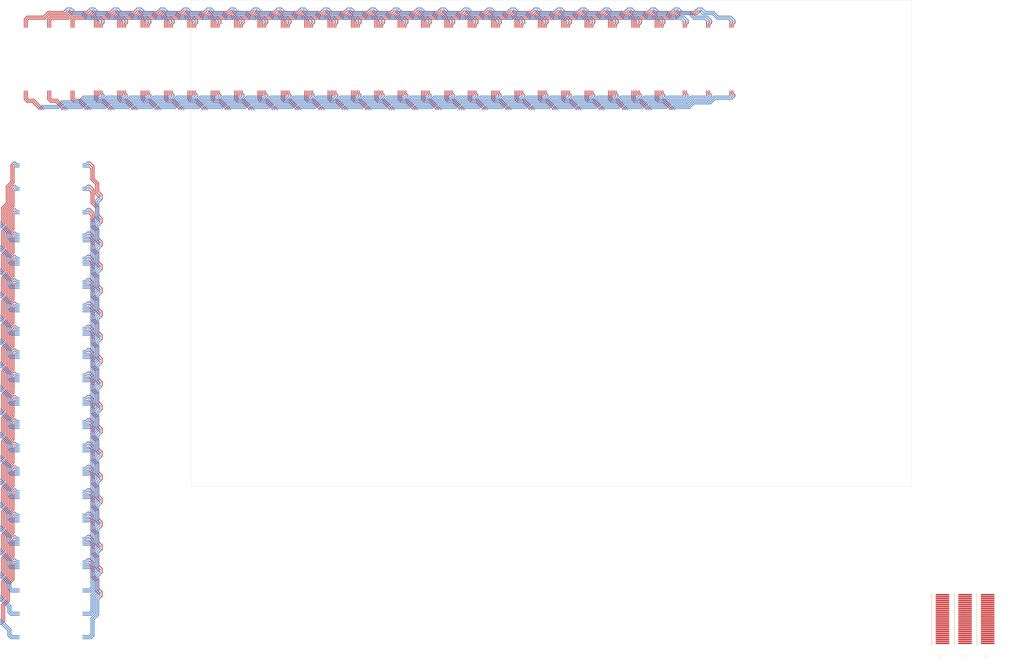
<source format=kicad_pcb>
(kicad_pcb (version 20241229) (generator "pcbnew") (generator_version "9.0")
  (layers (0 "F.Cu" signal) (2 "B.Cu" signal) (13 "F.Paste" user) (15 "B.Paste" user) (5 "F.SilkS" user "F.Silkscreen") (7 "B.SilkS" user "B.Silkscreen") (1 "F.Mask" user) (3 "B.Mask" user) (25 "Edge.Cuts" user))
  (net 0 "")
  (net 1 "/Y7")
  (net 2 "GND")
  (net 5 "/Y11")
  (net 6 "/Y5")
  (net 7 "/Y3")
  (net 8 "/Y1")
  (net 9 "/Y12")
  (net 10 "/Y17")
  (net 11 "/Y16")
  (net 12 "/Y2")
  (net 13 "/Y10")
  (net 14 "/Y9")
  (net 15 "/Y14")
  (net 16 "/Y13")
  (net 17 "/Y0")
  (net 18 "/Y15")
  (net 19 "/Y6")
  (net 20 "/Y8")
  (net 21 "/Y4")
  (net 23 "/X4")
  (net 24 "/X16")
  (net 25 "/X3")
  (net 26 "/X0")
  (net 27 "/X19")
  (net 28 "/X13")
  (net 29 "/X14")
  (net 30 "/X12")
  (net 31 "/X8")
  (net 32 "/X11")
  (net 33 "/X17")
  (net 34 "/X1")
  (net 35 "/X10")
  (net 36 "/X7")
  (net 37 "/X9")
  (net 38 "/X2")
  (net 39 "/X5")
  (net 40 "/X6")
  (net 41 "/X18")
  (net 43 "/X15")
  (net 51 "/X20")
  (net 53 "/X21")
  (net 54 "/X23")
  (net 55 "/X27")
  (net 57 "/X22")
  (net 61 "/X24")
  (net 62 "/X25")
  (net 63 "/X26")
  (net 68 "Net-(J4-Pin_5)")
  (net 69 "Net-(J4-Pin_3)")
  (net 70 "Net-(J4-Pin_1)")
  (net 71 "Net-(J4-Pin_4)")
  (net 72 "Net-(J4-Pin_6)")
  (net 73 "Net-(J5-Pin_6)")
  (net 74 "Net-(J5-Pin_2)")
  (net 75 "Net-(J5-Pin_4)")
  (net 76 "Net-(J6-Pin_2)")
  (net 77 "Net-(J6-Pin_4)")
  (net 78 "Net-(J6-Pin_6)")
  (net 79 "Net-(J10-Pin_5)")
  (net 80 "Net-(J8-Pin_1)")
  (net 81 "Net-(J8-Pin_5)")
  (net 82 "Net-(J10-Pin_3)")
  (net 83 "Net-(J8-Pin_3)")
  (net 84 "Net-(J11-Pin_5)")
  (net 85 "Net-(J11-Pin_1)")
  (net 86 "Net-(J11-Pin_3)")
  (net 87 "Net-(J10-Pin_4)")
  (net 88 "Net-(J10-Pin_2)")
  (net 89 "Net-(J10-Pin_6)")
  (net 90 "Net-(J12-Pin_4)")
  (net 91 "Net-(J12-Pin_6)")
  (net 92 "Net-(J12-Pin_3)")
  (net 93 "Net-(J12-Pin_1)")
  (net 94 "Net-(J12-Pin_5)")
  (net 95 "Net-(J13-Pin_2)")
  (net 96 "Net-(J13-Pin_6)")
  (net 97 "Net-(J13-Pin_4)")
  (net 98 "Net-(J14-Pin_2)")
  (net 99 "Net-(J14-Pin_6)")
  (net 100 "Net-(J14-Pin_4)")
  (net 101 "Net-(J16-Pin_3)")
  (net 102 "Net-(J16-Pin_1)")
  (net 103 "Net-(J16-Pin_6)")
  (net 104 "Net-(J16-Pin_5)")
  (net 105 "Net-(J16-Pin_4)")
  (net 106 "Net-(J17-Pin_4)")
  (net 107 "Net-(J17-Pin_6)")
  (net 108 "Net-(J17-Pin_2)")
  (net 109 "Net-(J18-Pin_4)")
  (net 110 "Net-(J18-Pin_2)")
  (net 111 "Net-(J18-Pin_6)")
  (net 112 "Net-(J20-Pin_5)")
  (net 113 "Net-(J20-Pin_4)")
  (net 114 "Net-(J20-Pin_3)")
  (net 115 "Net-(J20-Pin_6)")
  (net 116 "Net-(J20-Pin_1)")
  (net 117 "Net-(J21-Pin_4)")
  (net 118 "Net-(J21-Pin_2)")
  (net 119 "Net-(J21-Pin_6)")
  (net 120 "Net-(J22-Pin_4)")
  (net 121 "Net-(J22-Pin_6)")
  (net 122 "Net-(J22-Pin_2)")
  (net 123 "Net-(J24-Pin_3)")
  (net 124 "Net-(J24-Pin_1)")
  (net 125 "Net-(J24-Pin_4)")
  (net 126 "Net-(J24-Pin_6)")
  (net 127 "Net-(J24-Pin_5)")
  (net 128 "Net-(J25-Pin_4)")
  (net 129 "Net-(J25-Pin_6)")
  (net 130 "Net-(J25-Pin_2)")
  (net 131 "Net-(J26-Pin_6)")
  (net 132 "Net-(J26-Pin_4)")
  (net 133 "Net-(J26-Pin_2)")
  (net 134 "Net-(J28-Pin_6)")
  (net 135 "Net-(J28-Pin_3)")
  (net 136 "Net-(J28-Pin_1)")
  (net 137 "Net-(J28-Pin_4)")
  (net 138 "Net-(J28-Pin_5)")
  (net 139 "Net-(J29-Pin_4)")
  (net 140 "Net-(J29-Pin_6)")
  (net 141 "Net-(J29-Pin_2)")
  (net 142 "Net-(J30-Pin_2)")
  (net 143 "Net-(J30-Pin_4)")
  (net 144 "Net-(J30-Pin_6)")
  (net 145 "Net-(J32-Pin_3)")
  (net 146 "Net-(J32-Pin_5)")
  (net 147 "Net-(J32-Pin_6)")
  (net 148 "Net-(J32-Pin_4)")
  (net 149 "Net-(J32-Pin_1)")
  (net 150 "Net-(J33-Pin_4)")
  (net 151 "Net-(J33-Pin_2)")
  (net 152 "Net-(J33-Pin_6)")
  (net 153 "Net-(J34-Pin_6)")
  (net 154 "Net-(J34-Pin_4)")
  (net 155 "Net-(J34-Pin_2)")
  (net 156 "Net-(J36-Pin_1)")
  (net 157 "Net-(J36-Pin_6)")
  (net 158 "Net-(J36-Pin_3)")
  (net 159 "Net-(J36-Pin_5)")
  (net 160 "Net-(J36-Pin_4)")
  (net 161 "Net-(J37-Pin_4)")
  (net 162 "Net-(J37-Pin_6)")
  (net 163 "Net-(J37-Pin_2)")
  (net 164 "Net-(J38-Pin_6)")
  (net 165 "Net-(J38-Pin_2)")
  (net 166 "Net-(J38-Pin_4)")
  (net 167 "Net-(J40-Pin_5)")
  (net 168 "Net-(J40-Pin_1)")
  (net 169 "Net-(J40-Pin_3)")
  (net 170 "Net-(J40-Pin_4)")
  (net 171 "Net-(J40-Pin_6)")
  (net 172 "Net-(J41-Pin_2)")
  (net 173 "Net-(J41-Pin_6)")
  (net 174 "Net-(J41-Pin_4)")
  (net 175 "Net-(J42-Pin_2)")
  (net 176 "Net-(J42-Pin_6)")
  (net 177 "Net-(J42-Pin_4)")
  (net 178 "Net-(J44-Pin_6)")
  (net 179 "Net-(J44-Pin_1)")
  (net 180 "Net-(J44-Pin_5)")
  (net 181 "Net-(J44-Pin_3)")
  (net 182 "Net-(J44-Pin_4)")
  (net 183 "Net-(J45-Pin_6)")
  (net 184 "Net-(J45-Pin_4)")
  (net 185 "Net-(J45-Pin_2)")
  (net 186 "Net-(J46-Pin_2)")
  (net 187 "Net-(J46-Pin_6)")
  (net 188 "Net-(J46-Pin_4)")
  (net 189 "Net-(J48-Pin_3)")
  (net 190 "Net-(J48-Pin_4)")
  (net 191 "Net-(J48-Pin_5)")
  (net 192 "Net-(J48-Pin_6)")
  (net 193 "Net-(J48-Pin_1)")
  (net 194 "Net-(J49-Pin_6)")
  (net 195 "Net-(J49-Pin_2)")
  (net 196 "Net-(J49-Pin_4)")
  (net 197 "Net-(J50-Pin_4)")
  (net 198 "Net-(J50-Pin_2)")
  (net 199 "Net-(J50-Pin_6)")
  (net 200 "Net-(J52-Pin_5)")
  (net 201 "Net-(J52-Pin_3)")
  (net 202 "Net-(J52-Pin_6)")
  (net 203 "Net-(J52-Pin_1)")
  (net 204 "Net-(J52-Pin_4)")
  (net 205 "Net-(J53-Pin_4)")
  (net 206 "Net-(J53-Pin_6)")
  (net 207 "Net-(J53-Pin_2)")
  (net 208 "Net-(J54-Pin_4)")
  (net 209 "Net-(J54-Pin_6)")
  (net 210 "Net-(J54-Pin_2)")
  (net 211 "Net-(J56-Pin_3)")
  (net 212 "Net-(J56-Pin_1)")
  (net 213 "Net-(J56-Pin_5)")
  (net 214 "Net-(J56-Pin_4)")
  (net 215 "Net-(J56-Pin_6)")
  (net 216 "Net-(J57-Pin_2)")
  (net 217 "Net-(J57-Pin_6)")
  (net 218 "Net-(J57-Pin_4)")
  (net 219 "Net-(J58-Pin_4)")
  (net 220 "Net-(J58-Pin_2)")
  (net 221 "Net-(J58-Pin_6)")
  (net 222 "Net-(J60-Pin_3)")
  (net 223 "Net-(J60-Pin_5)")
  (net 224 "Net-(J60-Pin_1)")
  (net 225 "Net-(J60-Pin_6)")
  (net 226 "Net-(J60-Pin_4)")
  (net 227 "Net-(J61-Pin_2)")
  (net 228 "Net-(J61-Pin_6)")
  (net 229 "Net-(J61-Pin_4)")
  (net 230 "Net-(J62-Pin_6)")
  (net 231 "Net-(J62-Pin_4)")
  (net 232 "Net-(J62-Pin_2)")
  (net 233 "Net-(J64-Pin_5)")
  (net 234 "Net-(J64-Pin_3)")
  (net 235 "Net-(J64-Pin_1)")
  (net 236 "Net-(J64-Pin_6)")
  (net 237 "Net-(J64-Pin_4)")
  (net 238 "Net-(J65-Pin_6)")
  (net 239 "Net-(J65-Pin_4)")
  (net 240 "Net-(J65-Pin_2)")
  (net 241 "Net-(J66-Pin_2)")
  (net 242 "Net-(J66-Pin_4)")
  (net 243 "Net-(J66-Pin_6)")
  (net 244 "Net-(J68-Pin_5)")
  (net 245 "Net-(J68-Pin_6)")
  (net 246 "Net-(J68-Pin_1)")
  (net 247 "Net-(J68-Pin_3)")
  (net 248 "Net-(J68-Pin_4)")
  (net 249 "Net-(J69-Pin_6)")
  (net 250 "Net-(J69-Pin_4)")
  (net 251 "Net-(J69-Pin_2)")
  (net 252 "Net-(J70-Pin_6)")
  (net 253 "Net-(J70-Pin_2)")
  (net 254 "Net-(J70-Pin_4)")
  (net 255 "Net-(J72-Pin_6)")
  (net 256 "Net-(J72-Pin_3)")
  (net 257 "Net-(J72-Pin_4)")
  (net 258 "Net-(J72-Pin_1)")
  (net 259 "Net-(J72-Pin_5)")
  (net 260 "Net-(J73-Pin_4)")
  (net 261 "Net-(J73-Pin_6)")
  (net 262 "Net-(J73-Pin_2)")
  (net 263 "Net-(J74-Pin_6)")
  (net 264 "Net-(J74-Pin_2)")
  (net 265 "Net-(J74-Pin_4)")
  (net 266 "Net-(J76-Pin_6)")
  (net 267 "Net-(J76-Pin_5)")
  (net 268 "Net-(J76-Pin_4)")
  (net 269 "Net-(J76-Pin_3)")
  (net 270 "Net-(J76-Pin_1)")
  (net 271 "Net-(J77-Pin_2)")
  (net 272 "Net-(J77-Pin_6)")
  (net 273 "Net-(J77-Pin_4)")
  (net 274 "Net-(J78-Pin_4)")
  (net 275 "Net-(J78-Pin_6)")
  (net 276 "Net-(J78-Pin_2)")
  (net 277 "Net-(J80-Pin_6)")
  (net 278 "Net-(J80-Pin_4)")
  (net 279 "Net-(J80-Pin_1)")
  (net 280 "Net-(J80-Pin_5)")
  (net 281 "Net-(J80-Pin_3)")
  (net 282 "Net-(J81-Pin_6)")
  (net 283 "Net-(J81-Pin_4)")
  (net 284 "Net-(J81-Pin_2)")
  (net 285 "Net-(J82-Pin_6)")
  (net 286 "Net-(J82-Pin_4)")
  (net 287 "Net-(J82-Pin_2)")
  (net 288 "Net-(J84-Pin_5)")
  (net 289 "Net-(J84-Pin_1)")
  (net 290 "Net-(J84-Pin_6)")
  (net 291 "Net-(J84-Pin_4)")
  (net 292 "Net-(J84-Pin_3)")
  (net 293 "Net-(J85-Pin_4)")
  (net 294 "Net-(J85-Pin_6)")
  (net 295 "Net-(J85-Pin_2)")
  (net 296 "Net-(J86-Pin_4)")
  (net 297 "Net-(J86-Pin_6)")
  (net 298 "Net-(J86-Pin_2)")
  (net 299 "Net-(J88-Pin_1)")
  (net 300 "Net-(J88-Pin_6)")
  (net 301 "Net-(J88-Pin_4)")
  (net 302 "Net-(J88-Pin_5)")
  (net 303 "Net-(J88-Pin_3)")
  (net 304 "Net-(J89-Pin_6)")
  (net 305 "Net-(J89-Pin_4)")
  (net 306 "Net-(J89-Pin_2)")
  (net 307 "Net-(J90-Pin_2)")
  (net 308 "Net-(J90-Pin_4)")
  (net 309 "Net-(J90-Pin_6)")
  (net 310 "Net-(J92-Pin_3)")
  (net 311 "Net-(J92-Pin_5)")
  (net 312 "Net-(J92-Pin_4)")
  (net 313 "Net-(J92-Pin_1)")
  (net 314 "Net-(J92-Pin_6)")
  (net 315 "Net-(J93-Pin_4)")
  (net 316 "Net-(J93-Pin_6)")
  (net 317 "Net-(J93-Pin_2)")
  (net 318 "Net-(J94-Pin_2)")
  (net 319 "Net-(J94-Pin_6)")
  (net 320 "Net-(J94-Pin_4)")
  (net 321 "Net-(J96-Pin_3)")
  (net 322 "Net-(J96-Pin_4)")
  (net 323 "Net-(J96-Pin_6)")
  (net 324 "Net-(J96-Pin_1)")
  (net 325 "Net-(J96-Pin_5)")
  (net 326 "Net-(J97-Pin_4)")
  (net 327 "Net-(J97-Pin_2)")
  (net 328 "Net-(J97-Pin_6)")
  (net 329 "Net-(J98-Pin_2)")
  (net 330 "Net-(J98-Pin_4)")
  (net 331 "Net-(J98-Pin_6)")
  (net 332 "Net-(J100-Pin_3)")
  (net 333 "Net-(J100-Pin_5)")
  (net 334 "Net-(J100-Pin_4)")
  (net 335 "Net-(J100-Pin_1)")
  (net 336 "Net-(J100-Pin_6)")
  (net 337 "Net-(J101-Pin_4)")
  (net 338 "Net-(J101-Pin_6)")
  (net 339 "Net-(J101-Pin_2)")
  (net 340 "Net-(J102-Pin_6)")
  (net 341 "Net-(J102-Pin_2)")
  (net 342 "Net-(J102-Pin_4)")
  (net 343 "Net-(J104-Pin_3)")
  (net 344 "Net-(J104-Pin_4)")
  (net 345 "Net-(J104-Pin_1)")
  (net 346 "Net-(J104-Pin_5)")
  (net 347 "Net-(J104-Pin_6)")
  (net 348 "Net-(J105-Pin_6)")
  (net 349 "Net-(J105-Pin_2)")
  (net 350 "Net-(J105-Pin_4)")
  (net 351 "Net-(J106-Pin_2)")
  (net 352 "Net-(J106-Pin_4)")
  (net 353 "Net-(J106-Pin_6)")
  (net 354 "Net-(J108-Pin_3)")
  (net 355 "Net-(J108-Pin_4)")
  (net 356 "Net-(J108-Pin_1)")
  (net 357 "Net-(J108-Pin_6)")
  (net 358 "Net-(J108-Pin_5)")
  (net 359 "Net-(J109-Pin_2)")
  (net 360 "Net-(J109-Pin_4)")
  (net 361 "Net-(J109-Pin_6)")
  (net 362 "Net-(J110-Pin_2)")
  (net 363 "Net-(J110-Pin_6)")
  (net 364 "Net-(J110-Pin_4)")
  (net 365 "Net-(J112-Pin_1)")
  (net 366 "Net-(J112-Pin_4)")
  (net 367 "Net-(J112-Pin_5)")
  (net 368 "Net-(J112-Pin_3)")
  (net 369 "Net-(J112-Pin_6)")
  (net 370 "Net-(J113-Pin_4)")
  (net 371 "Net-(J113-Pin_6)")
  (net 372 "Net-(J113-Pin_2)")
  (net 373 "Net-(J114-Pin_6)")
  (net 374 "Net-(J114-Pin_4)")
  (net 375 "Net-(J114-Pin_2)")
  (net 376 "Net-(J116-Pin_4)")
  (net 377 "Net-(J116-Pin_3)")
  (net 378 "Net-(J116-Pin_6)")
  (net 379 "Net-(J116-Pin_1)")
  (net 380 "Net-(J116-Pin_5)")
  (net 381 "Net-(J117-Pin_6)")
  (net 382 "Net-(J117-Pin_2)")
  (net 383 "Net-(J117-Pin_4)")
  (net 384 "Net-(J118-Pin_4)")
  (net 385 "Net-(J118-Pin_2)")
  (net 386 "Net-(J118-Pin_6)")
  (net 387 "Net-(J120-Pin_4)")
  (net 388 "Net-(J120-Pin_6)")
  (net 389 "Net-(J120-Pin_5)")
  (net 390 "Net-(J120-Pin_3)")
  (net 391 "Net-(J120-Pin_1)")
  (net 392 "Net-(J121-Pin_2)")
  (net 393 "Net-(J121-Pin_4)")
  (net 394 "Net-(J121-Pin_6)")
  (net 395 "Net-(J122-Pin_4)")
  (net 396 "Net-(J122-Pin_6)")
  (net 397 "Net-(J122-Pin_2)")
  (net 398 "Net-(J124-Pin_1)")
  (net 399 "Net-(J124-Pin_6)")
  (net 400 "Net-(J124-Pin_4)")
  (net 401 "Net-(J124-Pin_5)")
  (net 402 "Net-(J124-Pin_3)")
  (net 403 "Net-(J125-Pin_6)")
  (net 404 "Net-(J125-Pin_4)")
  (net 405 "Net-(J125-Pin_2)")
  (net 406 "Net-(J126-Pin_6)")
  (net 407 "Net-(J126-Pin_2)")
  (net 408 "Net-(J126-Pin_4)")
  (net 409 "Net-(J128-Pin_4)")
  (net 410 "Net-(J128-Pin_6)")
  (net 411 "Net-(J128-Pin_3)")
  (net 412 "Net-(J128-Pin_1)")
  (net 413 "Net-(J128-Pin_5)")
  (net 414 "Net-(J129-Pin_2)")
  (net 415 "Net-(J129-Pin_6)")
  (net 416 "Net-(J129-Pin_4)")
  (net 417 "Net-(J130-Pin_2)")
  (net 418 "Net-(J130-Pin_6)")
  (net 419 "Net-(J130-Pin_4)")
  (net 420 "Net-(J132-Pin_5)")
  (net 421 "Net-(J132-Pin_1)")
  (net 422 "Net-(J132-Pin_3)")
  (net 423 "Net-(J132-Pin_6)")
  (net 424 "Net-(J132-Pin_4)")
  (net 425 "Net-(J133-Pin_6)")
  (net 426 "Net-(J133-Pin_4)")
  (net 427 "Net-(J133-Pin_2)")
  (net 428 "Net-(J134-Pin_2)")
  (net 429 "Net-(J134-Pin_4)")
  (net 430 "Net-(J134-Pin_6)")
  (net 431 "Net-(J136-Pin_4)")
  (net 432 "Net-(J136-Pin_1)")
  (net 433 "Net-(J136-Pin_5)")
  (net 434 "Net-(J136-Pin_3)")
  (net 435 "Net-(J136-Pin_6)")
  (net 436 "Net-(J137-Pin_4)")
  (net 437 "Net-(J137-Pin_6)")
  (net 438 "Net-(J137-Pin_2)")
  (net 439 "Net-(J138-Pin_2)")
  (net 440 "Net-(J138-Pin_4)")
  (net 441 "Net-(J138-Pin_6)")
  (net 442 "Net-(J140-Pin_6)")
  (net 443 "Net-(J140-Pin_3)")
  (net 444 "Net-(J140-Pin_1)")
  (net 445 "Net-(J140-Pin_4)")
  (net 446 "Net-(J140-Pin_5)")
  (net 447 "Net-(J141-Pin_2)")
  (net 448 "Net-(J141-Pin_6)")
  (net 449 "Net-(J141-Pin_4)")
  (net 450 "Net-(J142-Pin_6)")
  (net 451 "Net-(J142-Pin_2)")
  (net 452 "Net-(J142-Pin_4)")
  (net 453 "Net-(J144-Pin_6)")
  (net 454 "Net-(J144-Pin_5)")
  (net 455 "Net-(J144-Pin_4)")
  (net 456 "Net-(J144-Pin_3)")
  (net 457 "Net-(J144-Pin_1)")
  (net 458 "Net-(J145-Pin_4)")
  (net 459 "Net-(J145-Pin_2)")
  (net 460 "Net-(J145-Pin_6)")
  (net 461 "Net-(J146-Pin_6)")
  (net 462 "Net-(J146-Pin_2)")
  (net 463 "Net-(J146-Pin_4)")
  (net 464 "Net-(J148-Pin_5)")
  (net 465 "Net-(J148-Pin_4)")
  (net 466 "Net-(J148-Pin_1)")
  (net 467 "Net-(J148-Pin_6)")
  (net 468 "Net-(J148-Pin_3)")
  (net 469 "Net-(J149-Pin_2)")
  (net 470 "Net-(J149-Pin_4)")
  (net 471 "Net-(J149-Pin_6)")
  (net 472 "Net-(J150-Pin_2)")
  (net 473 "Net-(J150-Pin_6)")
  (net 474 "Net-(J150-Pin_4)")
  (net 475 "Net-(J152-Pin_6)")
  (net 476 "Net-(J152-Pin_4)")
  (net 477 "Net-(J152-Pin_5)")
  (net 478 "Net-(J152-Pin_1)")
  (net 479 "Net-(J152-Pin_3)")
  (net 480 "Net-(J153-Pin_2)")
  (net 481 "Net-(J153-Pin_4)")
  (net 482 "Net-(J153-Pin_6)")
  (net 483 "Net-(J154-Pin_4)")
  (net 484 "Net-(J154-Pin_6)")
  (net 485 "Net-(J154-Pin_2)")
  (net 486 "Net-(J156-Pin_3)")
  (net 487 "Net-(J156-Pin_5)")
  (net 488 "Net-(J156-Pin_1)")
  (net 489 "Net-(J156-Pin_6)")
  (net 490 "Net-(J156-Pin_4)")
  (net 491 "Net-(J157-Pin_2)")
  (net 492 "Net-(J157-Pin_6)")
  (net 493 "Net-(J157-Pin_4)")
  (net 494 "Net-(J158-Pin_2)")
  (net 495 "Net-(J158-Pin_4)")
  (net 496 "Net-(J158-Pin_6)")
  (net 497 "Net-(J160-Pin_5)")
  (net 498 "Net-(J160-Pin_3)")
  (net 499 "Net-(J160-Pin_4)")
  (net 500 "Net-(J160-Pin_1)")
  (net 501 "Net-(J160-Pin_6)")
  (net 502 "Net-(J161-Pin_4)")
  (net 503 "Net-(J161-Pin_2)")
  (net 504 "Net-(J161-Pin_6)")
  (net 505 "Net-(J162-Pin_6)")
  (net 506 "Net-(J162-Pin_2)")
  (net 507 "Net-(J162-Pin_4)")
  (net 508 "Net-(J164-Pin_1)")
  (net 509 "Net-(J164-Pin_4)")
  (net 510 "Net-(J164-Pin_3)")
  (net 511 "Net-(J164-Pin_6)")
  (net 512 "Net-(J164-Pin_5)")
  (net 513 "Net-(J165-Pin_6)")
  (net 514 "Net-(J165-Pin_4)")
  (net 515 "Net-(J165-Pin_2)")
  (net 516 "Net-(J166-Pin_2)")
  (net 517 "Net-(J166-Pin_4)")
  (net 518 "Net-(J166-Pin_6)")
  (net 519 "Net-(J168-Pin_5)")
  (net 520 "Net-(J168-Pin_4)")
  (net 521 "Net-(J168-Pin_1)")
  (net 522 "Net-(J168-Pin_6)")
  (net 523 "Net-(J168-Pin_3)")
  (net 524 "Net-(J169-Pin_2)")
  (net 525 "Net-(J169-Pin_4)")
  (net 526 "Net-(J169-Pin_6)")
  (net 527 "Net-(J170-Pin_2)")
  (net 528 "Net-(J170-Pin_6)")
  (net 529 "Net-(J170-Pin_4)")
  (net 530 "Net-(J172-Pin_4)")
  (net 531 "Net-(J172-Pin_3)")
  (net 532 "Net-(J172-Pin_5)")
  (net 533 "Net-(J172-Pin_1)")
  (net 534 "Net-(J172-Pin_6)")
  (net 535 "Net-(J173-Pin_6)")
  (net 536 "Net-(J173-Pin_2)")
  (net 537 "Net-(J173-Pin_4)")
  (net 538 "Net-(J174-Pin_6)")
  (net 539 "Net-(J174-Pin_4)")
  (net 540 "Net-(J174-Pin_2)")
  (net 541 "Net-(J176-Pin_6)")
  (net 542 "Net-(J176-Pin_1)")
  (net 543 "Net-(J176-Pin_4)")
  (net 544 "Net-(J176-Pin_3)")
  (net 545 "Net-(J176-Pin_5)")
  (net 546 "Net-(J177-Pin_6)")
  (net 547 "Net-(J177-Pin_4)")
  (net 548 "Net-(J177-Pin_2)")
  (net 549 "Net-(J178-Pin_4)")
  (net 550 "Net-(J178-Pin_2)")
  (net 551 "Net-(J178-Pin_6)")
  (net 552 "Net-(J180-Pin_6)")
  (net 553 "Net-(J180-Pin_5)")
  (net 554 "Net-(J180-Pin_3)")
  (net 555 "Net-(J180-Pin_1)")
  (net 556 "Net-(J180-Pin_4)")
  (net 557 "Net-(J181-Pin_6)")
  (net 558 "Net-(J181-Pin_4)")
  (net 559 "Net-(J181-Pin_2)")
  (net 560 "Net-(J182-Pin_4)")
  (net 561 "Net-(J182-Pin_6)")
  (net 562 "Net-(J182-Pin_2)")
  (net 563 "Net-(J184-Pin_6)")
  (net 564 "Net-(J184-Pin_3)")
  (net 565 "Net-(J184-Pin_4)")
  (net 566 "Net-(J184-Pin_5)")
  (net 567 "Net-(J184-Pin_1)")
  (net 568 "Net-(J185-Pin_4)")
  (net 569 "Net-(J185-Pin_6)")
  (net 570 "Net-(J185-Pin_2)")
  (net 571 "Net-(J186-Pin_6)")
  (net 572 "Net-(J186-Pin_2)")
  (net 573 "Net-(J186-Pin_4)")
  (footprint "footprints:coil_terminal_3p" (layer "F.Cu") (at 197.875 50.425 90)
    (property "Reference" "J105" (hide yes))
    (property "Value" "Conn_02x03_Odd_Even" (hide yes))
  )
  (footprint "footprints:coil_terminal_3p" (layer "F.Cu") (at 88.675 50.425 90)
    (property "Reference" "J44" (hide yes))
    (property "Value" "Conn_02x03_Odd_Even" (hide yes))
  )
  (footprint "footprints:coil_terminal_3p" (layer "F.Cu") (at 125.875 33.725 90)
    (property "Reference" "J59" (hide yes))
    (property "Value" "Conn_02x03_Odd_Even" (hide yes))
  )
  (footprint "footprints:coil_terminal_3p" (layer "F.Cu") (at 107.875 50.425 90)
    (property "Reference" "J45" (hide yes))
    (property "Value" "Conn_02x03_Odd_Even" (hide yes))
  )
  (footprint "footprints:coil_terminal_3p" (layer "F.Cu") (at 178.675 33.725 90)
    (property "Reference" "J106" (hide yes))
    (property "Value" "Conn_02x03_Odd_Even" (hide yes))
  )
  (footprint "footprints:coil_terminal_3p" (layer "F.Cu") (at 28.675 33.725 90)
    (property "Reference" "J6" (hide yes))
    (property "Value" "Conn_02x03_Odd_Even" (hide yes))
  )
  (footprint "footprints:coil_terminal_3p" (layer "F.Cu") (at 59.875 33.725 90)
    (property "Reference" "J15" (hide yes))
    (property "Value" "Conn_02x03_Odd_Even" (hide yes))
  )
  (footprint "footprints:coil_terminal_3p" (layer "F.Cu") (at 101.875 50.425 90)
    (property "Reference" "J41" (hide yes))
    (property "Value" "Conn_02x03_Odd_Even" (hide yes))
  )
  (footprint "footprints:coil_terminal_3p" (layer "F.Cu") (at 142.675 50.425 90)
    (property "Reference" "J80" (hide yes))
    (property "Value" "Conn_02x03_Odd_Even" (hide yes))
  )
  (footprint "footprints:coil_terminal_3p" (layer "F.Cu") (at 154.675 33.725 90)
    (property "Reference" "J90" (hide yes))
    (property "Value" "Conn_02x03_Odd_Even" (hide yes))
  )
  (footprint "footprints:coil_terminal_3p" (layer "F.Cu") (at 124.675 33.725 90)
    (property "Reference" "J70" (hide yes))
    (property "Value" "Conn_02x03_Odd_Even" (hide yes))
  )
  (footprint "footprints:coil_terminal_3p" (layer "F.Cu") (at 185.875 33.725 90)
    (property "Reference" "J99" (hide yes))
    (property "Value" "Conn_02x03_Odd_Even" (hide yes))
  )
  (footprint "footprints:coil_terminal_3p" (layer "F.Cu") (at 125.875 50.425 90)
    (property "Reference" "J57" (hide yes))
    (property "Value" "Conn_02x03_Odd_Even" (hide yes))
  )
  (footprint "footprints:coil_terminal_3p" (layer "F.Cu") (at 190.675 33.725 90)
    (property "Reference" "J186" (hide yes))
    (property "Value" "Conn_02x03_Odd_Even" (hide yes))
  )
  (footprint "footprints:coil_terminal_3p" (layer "F.Cu") (at 58.675 50.425 90)
    (property "Reference" "J24" (hide yes))
    (property "Value" "Conn_02x03_Odd_Even" (hide yes))
  )
  (footprint "footprints:coil_terminal_3p" (layer "F.Cu") (at 203.875 50.425 90)
    (property "Reference" "J109" (hide yes))
    (property "Value" "Conn_02x03_Odd_Even" (hide yes))
  )
  (footprint "footprints:coil_terminal_3p" (layer "F.Cu") (at 112.675 33.725 90)
    (property "Reference" "J62" (hide yes))
    (property "Value" "Conn_02x03_Odd_Even" (hide yes))
  )
  (footprint "footprints:coil_terminal_3p" (layer "F.Cu") (at 77.875 33.725 90)
    (property "Reference" "J27" (hide yes))
    (property "Value" "Conn_02x03_Odd_Even" (hide yes))
  )
  (footprint "footprints:coil_terminal_3p" (layer "F.Cu") (at 53.875 33.725 90)
    (property "Reference" "J11" (hide yes))
    (property "Value" "Conn_02x03_Odd_Even" (hide yes))
  )
  (footprint "footprints:coil_terminal_3p" (layer "F.Cu") (at 113.875 33.725 90)
    (property "Reference" "J51" (hide yes))
    (property "Value" "Conn_02x03_Odd_Even" (hide yes))
  )
  (footprint "footprints:coil_terminal_3p" (layer "F.Cu") (at 83.875 33.725 90)
    (property "Reference" "J31" (hide yes))
    (property "Value" "Conn_02x03_Odd_Even" (hide yes))
  )
  (footprint "footprints:coil_terminal_3p" (layer "F.Cu") (at 77.875 50.425 90)
    (property "Reference" "J25" (hide yes))
    (property "Value" "Conn_02x03_Odd_Even" (hide yes))
  )
  (footprint "footprints:coil_terminal_3p" (layer "F.Cu") (at 46.675 50.425 90)
    (property "Reference" "J16" (hide yes))
    (property "Value" "Conn_02x03_Odd_Even" (hide yes))
  )
  (footprint "footprints:coil_terminal_3p" (layer "F.Cu") (at 64.675 50.425 90)
    (property "Reference" "J28" (hide yes))
    (property "Value" "Conn_02x03_Odd_Even" (hide yes))
  )
  (footprint "footprints:coil_terminal_3p" (layer "F.Cu") (at 136.675 33.725 90)
    (property "Reference" "J78" (hide yes))
    (property "Value" "Conn_02x03_Odd_Even" (hide yes))
  )
  (footprint "FPC:Hirose_FH12-26S-0.5SH(55)-FPC_1" (layer "F.Cu") (at 277.4 185.95 180)
    (property "Reference" "J1")
    (property "Value" "Conn_01x26_MountingPin")
  )
  (footprint "footprints:coil_terminal_3p" (layer "F.Cu") (at 83.875 50.425 90)
    (property "Reference" "J29" (hide yes))
    (property "Value" "Conn_02x03_Odd_Even" (hide yes))
  )
  (footprint "footprints:coil_terminal_3p" (layer "F.Cu") (at 167.875 33.725 90)
    (property "Reference" "J87" (hide yes))
    (property "Value" "Conn_02x03_Odd_Even" (hide yes))
  )
  (footprint "footprints:coil_terminal_3p" (layer "F.Cu") (at 47.875 50.425 90)
    (property "Reference" "J5" (hide yes))
    (property "Value" "Conn_02x03_Odd_Even" (hide yes))
  )
  (footprint "footprints:coil_terminal_3p" (layer "F.Cu") (at 82.675 33.725 90)
    (property "Reference" "J42" (hide yes))
    (property "Value" "Conn_02x03_Odd_Even" (hide yes))
  )
  (footprint "footprints:coil_terminal_3p" (layer "F.Cu") (at 113.875 50.425 90)
    (property "Reference" "J49" (hide yes))
    (property "Value" "Conn_02x03_Odd_Even" (hide yes))
  )
  (footprint "footprints:coil_terminal_3p" (layer "F.Cu") (at 119.875 33.725 90)
    (property "Reference" "J55" (hide yes))
    (property "Value" "Conn_02x03_Odd_Even" (hide yes))
  )
  (footprint "footprints:coil_terminal_3p" (layer "F.Cu") (at 209.875 50.425 90)
    (property "Reference" "J185" (hide yes))
    (property "Value" "Conn_02x03_Odd_Even" (hide yes))
  )
  (footprint "footprints:coil_terminal_3p" (layer "F.Cu") (at 136.675 50.425 90)
    (property "Reference" "J76" (hide yes))
    (property "Value" "Conn_02x03_Odd_Even" (hide yes))
  )
  (footprint "footprints:coil_terminal_3p" (layer "F.Cu") (at 160.675 50.425 90)
    (property "Reference" "J92" (hide yes))
    (property "Value" "Conn_02x03_Odd_Even" (hide yes))
  )
  (footprint "footprints:coil_terminal_3p" (layer "F.Cu") (at 137.875 33.725 90)
    (property "Reference" "J67" (hide yes))
    (property "Value" "Conn_02x03_Odd_Even" (hide yes))
  )
  (footprint "footprints:coil_terminal_3p" (layer "F.Cu") (at 70.675 33.725 90)
    (property "Reference" "J34" (hide yes))
    (property "Value" "Conn_02x03_Odd_Even" (hide yes))
  )
  (footprint "footprints:coil_terminal_3p" (layer "F.Cu") (at 94.675 33.725 90)
    (property "Reference" "J50" (hide yes))
    (property "Value" "Conn_02x03_Odd_Even" (hide yes))
  )
  (footprint "footprints:coil_terminal_3p" (layer "F.Cu") (at 40.675 33.725 90)
    (property "Reference" "J14" (hide yes))
    (property "Value" "Conn_02x03_Odd_Even" (hide yes))
  )
  (footprint "footprints:coil_terminal_3p" (layer "F.Cu") (at 166.675 50.425 90)
    (property "Reference" "J96" (hide yes))
    (property "Value" "Conn_02x03_Odd_Even" (hide yes))
  )
  (footprint "footprints:coil_terminal_3p" (layer "F.Cu") (at 53.875 50.425 90)
    (property "Reference" "J9" (hide yes))
    (property "Value" "Conn_02x03_Odd_Even" (hide yes))
  )
  (footprint "footprints:coil_terminal_3p" (layer "F.Cu") (at 155.875 50.425 90)
    (property "Reference" "J77" (hide yes))
    (property "Value" "Conn_02x03_Odd_Even" (hide yes))
  )
  (footprint "footprints:coil_terminal_3p" (layer "F.Cu") (at 71.875 50.425 90)
    (property "Reference" "J21" (hide yes))
    (property "Value" "Conn_02x03_Odd_Even" (hide yes))
  )
  (footprint "footprints:coil_terminal_3p" (layer "F.Cu") (at 71.875 33.725 90)
    (property "Reference" "J23" (hide yes))
    (property "Value" "Conn_02x03_Odd_Even" (hide yes))
  )
  (footprint "footprints:coil_terminal_3p" (layer "F.Cu") (at 142.675 33.725 90)
    (property "Reference" "J82" (hide yes))
    (property "Value" "Conn_02x03_Odd_Even" (hide yes))
  )
  (footprint "footprints:coil_terminal_3p" (layer "F.Cu") (at 197.875 33.725 90)
    (property "Reference" "J107" (hide yes))
    (property "Value" "Conn_02x03_Odd_Even" (hide yes))
  )
  (footprint "footprints:coil_terminal_3p" (layer "F.Cu") (at 82.675 50.425 90)
    (property "Reference" "J40" (hide yes))
    (property "Value" "Conn_02x03_Odd_Even" (hide yes))
  )
  (footprint "footprints:coil_terminal_3p" (layer "F.Cu") (at 130.675 33.725 90)
    (property "Reference" "J74" (hide yes))
    (property "Value" "Conn_02x03_Odd_Even" (hide yes))
  )
  (footprint "footprints:coil_terminal_3p" (layer "F.Cu") (at 179.875 50.425 90)
    (property "Reference" "J93" (hide yes))
    (property "Value" "Conn_02x03_Odd_Even" (hide yes))
  )
  (footprint "footprints:coil_terminal_3p" (layer "F.Cu") (at 184.675 50.425 90)
    (property "Reference" "J108" (hide yes))
    (property "Value" "Conn_02x03_Odd_Even" (hide yes))
  )
  (footprint "FPC:Hirose_FH12-26S-0.5SH(55)-FPC_1" (layer "F.Cu") (at 271.6 185.95 180)
    (property "Reference" "J2")
    (property "Value" "Conn_01x26_MountingPin")
  )
  (footprint "footprints:coil_terminal_3p" (layer "F.Cu") (at 52.675 33.725 90)
    (property "Reference" "J22" (hide yes))
    (property "Value" "Conn_02x03_Odd_Even" (hide yes))
  )
  (footprint "footprints:coil_terminal_3p" (layer "F.Cu") (at 76.675 33.725 90)
    (property "Reference" "J38" (hide yes))
    (property "Value" "Conn_02x03_Odd_Even" (hide yes))
  )
  (footprint "footprints:coil_terminal_3p" (layer "F.Cu") (at 40.675 50.425 90)
    (property "Reference" "J12" (hide yes))
    (property "Value" "Conn_02x03_Odd_Even" (hide yes))
  )
  (footprint "footprints:coil_terminal_3p" (layer "F.Cu") (at 149.875 50.425 90)
    (property "Reference" "J73" (hide yes))
    (property "Value" "Conn_02x03_Odd_Even" (hide yes))
  )
  (footprint "footprints:coil_terminal_3p" (layer "F.Cu") (at 46.675 33.725 90)
    (property "Reference" "J18" (hide yes))
    (property "Value" "Conn_02x03_Odd_Even" (hide yes))
  )
  (footprint "footprints:coil_terminal_3p" (layer "F.Cu") (at 100.675 33.725 90)
    (property "Reference" "J54" (hide yes))
    (property "Value" "Conn_02x03_Odd_Even" (hide yes))
  )
  (footprint "footprints:coil_terminal_3p" (layer "F.Cu") (at 64.675 33.725 90)
    (property "Reference" "J30" (hide yes))
    (property "Value" "Conn_02x03_Odd_Even" (hide yes))
  )
  (footprint "footprints:coil_terminal_3p" (layer "F.Cu") (at 173.875 33.725 90)
    (property "Reference" "J91" (hide yes))
    (property "Value" "Conn_02x03_Odd_Even" (hide yes))
  )
  (footprint "footprints:coil_terminal_3p" (layer "F.Cu") (at 34.675 50.425 90)
    (property "Reference" "J8" (hide yes))
    (property "Value" "Conn_02x03_Odd_Even" (hide yes))
  )
  (footprint "footprints:coil_terminal_3p" (layer "F.Cu") (at 178.675 50.425 90)
    (property "Reference" "J104" (hide yes))
    (property "Value" "Conn_02x03_Odd_Even" (hide yes))
  )
  (footprint "footprints:coil_terminal_3p" (layer "F.Cu") (at 184.675 33.725 90)
    (property "Reference" "J110" (hide yes))
    (property "Value" "Conn_02x03_Odd_Even" (hide yes))
  )
  (footprint "footprints:coil_terminal_3p" (layer "F.Cu") (at 112.675 50.425 90)
    (property "Reference" "J60" (hide yes))
    (property "Value" "Conn_02x03_Odd_Even" (hide yes))
  )
  (footprint "footprints:coil_terminal_3p" (layer "F.Cu") (at 88.675 33.725 90)
    (property "Reference" "J46" (hide yes))
    (property "Value" "Conn_02x03_Odd_Even" (hide yes))
  )
  (footprint "footprints:coil_terminal_3p" (layer "F.Cu") (at 65.875 33.725 90)
    (property "Reference" "J19" (hide yes))
    (property "Value" "Conn_02x03_Odd_Even" (hide yes))
  )
  (footprint "footprints:coil_terminal_3p" (layer "F.Cu") (at 76.675 50.425 90)
    (property "Reference" "J36" (hide yes))
    (property "Value" "Conn_02x03_Odd_Even" (hide yes))
  )
  (footprint "footprints:coil_terminal_3p" (layer "F.Cu") (at 89.875 33.725 90)
    (property "Reference" "J35" (hide yes))
    (property "Value" "Conn_02x03_Odd_Even" (hide yes))
  )
  (footprint "footprints:coil_terminal_3p" (layer "F.Cu") (at 167.875 50.425 90)
    (property "Reference" "J85" (hide yes))
    (property "Value" "Conn_02x03_Odd_Even" (hide yes))
  )
  (footprint "footprints:coil_terminal_3p" (layer "F.Cu") (at 209.875 33.725 90)
    (property "Reference" "J187" (hide yes))
    (property "Value" "Conn_02x03_Odd_Even" (hide yes))
  )
  (footprint "footprints:coil_terminal_3p" (layer "F.Cu") (at 185.875 50.425 90)
    (property "Reference" "J97" (hide yes))
    (property "Value" "Conn_02x03_Odd_Even" (hide yes))
  )
  (footprint "footprints:coil_terminal_3p" (layer "F.Cu") (at 95.875 50.425 90)
    (property "Reference" "J37" (hide yes))
    (property "Value" "Conn_02x03_Odd_Even" (hide yes))
  )
  (footprint "footprints:coil_terminal_3p" (layer "F.Cu") (at 52.675 50.425 90)
    (property "Reference" "J20" (hide yes))
    (property "Value" "Conn_02x03_Odd_Even" (hide yes))
  )
  (footprint "footprints:coil_terminal_3p" (layer "F.Cu") (at 131.875 33.725 90)
    (property "Reference" "J63" (hide yes))
    (property "Value" "Conn_02x03_Odd_Even" (hide yes))
  )
  (footprint "footprints:coil_terminal_3p" (layer "F.Cu") (at 172.675 50.425 90)
    (property "Reference" "J100" (hide yes))
    (property "Value" "Conn_02x03_Odd_Even" (hide yes))
  )
  (footprint "footprints:coil_terminal_3p" (layer "F.Cu") (at 148.675 33.725 90)
    (property "Reference" "J86" (hide yes))
    (property "Value" "Conn_02x03_Odd_Even" (hide yes))
  )
  (footprint "footprints:coil_terminal_3p" (layer "F.Cu") (at 100.675 50.425 90)
    (property "Reference" "J52" (hide yes))
    (property "Value" "Conn_02x03_Odd_Even" (hide yes))
  )
  (footprint "footprints:coil_terminal_3p" (layer "F.Cu") (at 89.875 50.425 90)
    (property "Reference" "J33" (hide yes))
    (property "Value" "Conn_02x03_Odd_Even" (hide yes))
  )
  (footprint "footprints:coil_terminal_3p" (layer "F.Cu") (at 106.675 50.425 90)
    (property "Reference" "J56" (hide yes))
    (property "Value" "Conn_02x03_Odd_Even" (hide yes))
  )
  (footprint "footprints:coil_terminal_3p" (layer "F.Cu") (at 191.875 33.725 90)
    (property "Reference" "J103" (hide yes))
    (property "Value" "Conn_02x03_Odd_Even" (hide yes))
  )
  (footprint "footprints:coil_terminal_3p" (layer "F.Cu") (at 118.675 33.725 90)
    (property "Reference" "J66" (hide yes))
    (property "Value" "Conn_02x03_Odd_Even" (hide yes))
  )
  (footprint "footprints:coil_terminal_3p" (layer "F.Cu") (at 154.675 50.425 90)
    (property "Reference" "J88" (hide yes))
    (property "Value" "Conn_02x03_Odd_Even" (hide yes))
  )
  (footprint "footprints:coil_terminal_3p" (layer "F.Cu") (at 28.675 50.425 90)
    (property "Reference" "J4" (hide yes))
    (property "Value" "Conn_02x03_Odd_Even" (hide yes))
  )
  (footprint "footprints:coil_terminal_3p" (layer "F.Cu") (at 160.675 33.725 90)
    (property "Reference" "J94" (hide yes))
    (property "Value" "Conn_02x03_Odd_Even" (hide yes))
  )
  (footprint "footprints:coil_terminal_3p" (layer "F.Cu") (at 101.875 33.725 90)
    (property "Reference" "J43" (hide yes))
    (property "Value" "Conn_02x03_Odd_Even" (hide yes))
  )
  (footprint "footprints:coil_terminal_3p" (layer "F.Cu") (at 106.675 33.725 90)
    (property "Reference" "J58" (hide yes))
    (property "Value" "Conn_02x03_Odd_Even" (hide yes))
  )
  (footprint "footprints:coil_terminal_3p" (layer "F.Cu") (at 161.875 33.725 90)
    (property "Reference" "J83" (hide yes))
    (property "Value" "Conn_02x03_Odd_Even" (hide yes))
  )
  (footprint "footprints:coil_terminal_3p" (layer "F.Cu") (at 47.875 33.725 90)
    (property "Reference" "J7" (hide yes))
    (property "Value" "Conn_02x03_Odd_Even" (hide yes))
  )
  (footprint "footprints:coil_terminal_3p" (layer "F.Cu") (at 166.675 33.725 90)
    (property "Reference" "J98" (hide yes))
    (property "Value" "Conn_02x03_Odd_Even" (hide yes))
  )
  (footprint "footprints:coil_terminal_3p" (layer "F.Cu") (at 119.875 50.425 90)
    (property "Reference" "J53" (hide yes))
    (property "Value" "Conn_02x03_Odd_Even" (hide yes))
  )
  (footprint "footprints:coil_terminal_3p" (layer "F.Cu") (at 65.875 50.425 90)
    (property "Reference" "J17" (hide yes))
    (property "Value" "Conn_02x03_Odd_Even" (hide yes))
  )
  (footprint "footprints:coil_terminal_3p" (layer "F.Cu") (at 130.675 50.425 90)
    (property "Reference" "J72" (hide yes))
    (property "Value" "Conn_02x03_Odd_Even" (hide yes))
  )
  (footprint "footprints:coil_terminal_3p" (layer "F.Cu") (at 190.675 50.425 90)
    (property "Reference" "J184" (hide yes))
    (property "Value" "Conn_02x03_Odd_Even" (hide yes))
  )
  (footprint "footprints:coil_terminal_3p" (layer "F.Cu") (at 179.875 33.725 90)
    (property "Reference" "J95" (hide yes))
    (property "Value" "Conn_02x03_Odd_Even" (hide yes))
  )
  (footprint "footprints:coil_terminal_3p" (layer "F.Cu") (at 58.675 33.725 90)
    (property "Reference" "J26" (hide yes))
    (property "Value" "Conn_02x03_Odd_Even" (hide yes))
  )
  (footprint "footprints:coil_terminal_3p" (layer "F.Cu") (at 94.675 50.425 90)
    (property "Reference" "J48" (hide yes))
    (property "Value" "Conn_02x03_Odd_Even" (hide yes))
  )
  (footprint "footprints:coil_terminal_3p" (layer "F.Cu") (at 107.875 33.725 90)
    (property "Reference" "J47" (hide yes))
    (property "Value" "Conn_02x03_Odd_Even" (hide yes))
  )
  (footprint "footprints:coil_terminal_3p" (layer "F.Cu") (at 34.675 33.725 90)
    (property "Reference" "J10" (hide yes))
    (property "Value" "Conn_02x03_Odd_Even" (hide yes))
  )
  (footprint "footprints:coil_terminal_3p" (layer "F.Cu") (at 124.675 50.425 90)
    (property "Reference" "J68" (hide yes))
    (property "Value" "Conn_02x03_Odd_Even" (hide yes))
  )
  (footprint "footprints:coil_terminal_3p" (layer "F.Cu") (at 149.875 33.725 90)
    (property "Reference" "J75" (hide yes))
    (property "Value" "Conn_02x03_Odd_Even" (hide yes))
  )
  (footprint "footprints:coil_terminal_3p" (layer "F.Cu") (at 70.675 50.425 90)
    (property "Reference" "J32" (hide yes))
    (property "Value" "Conn_02x03_Odd_Even" (hide yes))
  )
  (footprint "footprints:coil_terminal_3p" (layer "F.Cu") (at 95.875 33.725 90)
    (property "Reference" "J39" (hide yes))
    (property "Value" "Conn_02x03_Odd_Even" (hide yes))
  )
  (footprint "footprints:coil_terminal_3p" (layer "F.Cu") (at 161.875 50.425 90)
    (property "Reference" "J81" (hide yes))
    (property "Value" "Conn_02x03_Odd_Even" (hide yes))
  )
  (footprint "footprints:coil_terminal_3p" (layer "F.Cu") (at 131.875 50.425 90)
    (property "Reference" "J61" (hide yes))
    (property "Value" "Conn_02x03_Odd_Even" (hide yes))
  )
  (footprint "footprints:coil_terminal_3p" (layer "F.Cu") (at 173.875 50.425 90)
    (property "Reference" "J89" (hide yes))
    (property "Value" "Conn_02x03_Odd_Even" (hide yes))
  )
  (footprint "footprints:coil_terminal_3p" (layer "F.Cu") (at 172.675 33.725 90)
    (property "Reference" "J102" (hide yes))
    (property "Value" "Conn_02x03_Odd_Even" (hide yes))
  )
  (footprint "footprints:coil_terminal_3p" (layer "F.Cu") (at 143.875 33.725 90)
    (property "Reference" "J71" (hide yes))
    (property "Value" "Conn_02x03_Odd_Even" (hide yes))
  )
  (footprint "footprints:coil_terminal_3p" (layer "F.Cu") (at 148.675 50.425 90)
    (property "Reference" "J84" (hide yes))
    (property "Value" "Conn_02x03_Odd_Even" (hide yes))
  )
  (footprint "footprints:coil_terminal_3p" (layer "F.Cu") (at 155.875 33.725 90)
    (property "Reference" "J79" (hide yes))
    (property "Value" "Conn_02x03_Odd_Even" (hide yes))
  )
  (footprint "FPC:Hirose_FH12-26S-0.5SH(55)-FPC_1" (layer "F.Cu") (at 265.8 185.95 180)
    (property "Reference" "J3")
    (property "Value" "Conn_01x26_MountingPin")
  )
  (footprint "footprints:coil_terminal_3p" (layer "F.Cu") (at 191.875 50.425 90)
    (property "Reference" "J101" (hide yes))
    (property "Value" "Conn_02x03_Odd_Even" (hide yes))
  )
  (footprint "footprints:coil_terminal_3p" (layer "F.Cu") (at 203.875 33.725 90)
    (property "Reference" "J111" (hide yes))
    (property "Value" "Conn_02x03_Odd_Even" (hide yes))
  )
  (footprint "footprints:coil_terminal_3p" (layer "F.Cu") (at 137.875 50.425 90)
    (property "Reference" "J65" (hide yes))
    (property "Value" "Conn_02x03_Odd_Even" (hide yes))
  )
  (footprint "footprints:coil_terminal_3p" (layer "F.Cu") (at 143.875 50.425 90)
    (property "Reference" "J69" (hide yes))
    (property "Value" "Conn_02x03_Odd_Even" (hide yes))
  )
  (footprint "footprints:coil_terminal_3p" (layer "F.Cu") (at 59.875 50.425 90)
    (property "Reference" "J13" (hide yes))
    (property "Value" "Conn_02x03_Odd_Even" (hide yes))
  )
  (footprint "footprints:coil_terminal_3p" (layer "F.Cu") (at 118.675 50.425 90)
    (property "Reference" "J64" (hide yes))
    (property "Value" "Conn_02x03_Odd_Even" (hide yes))
  )
  (footprint "footprints:coil_terminal_3p" (layer "B.Cu") (at 26.8 142.6)
    (property "Reference" "J144" (hide yes))
    (property "Value" "Conn_02x03_Odd_Even" (hide yes))
  )
  (footprint "footprints:coil_terminal_3p" (layer "B.Cu") (at 26.8 141.4)
    (property "Reference" "J133" (hide yes))
    (property "Value" "Conn_02x03_Odd_Even" (hide yes))
  )
  (footprint "footprints:coil_terminal_3p" (layer "B.Cu") (at 43.5 142.6)
    (property "Reference" "J146" (hide yes))
    (property "Value" "Conn_02x03_Odd_Even" (hide yes))
  )
  (footprint "footprints:coil_terminal_3p" (layer "B.Cu") (at 26.8 159.4)
    (property "Reference" "J121" (hide yes))
    (property "Value" "Conn_02x03_Odd_Even" (hide yes))
  )
  (footprint "footprints:coil_terminal_3p" (layer "B.Cu") (at 26.8 117.4)
    (property "Reference" "J149" (hide yes))
    (property "Value" "Conn_02x03_Odd_Even" (hide yes))
  )
  (footprint "footprints:coil_terminal_3p" (layer "B.Cu") (at 26.8 166.6)
    (property "Reference" "J128" (hide yes))
    (property "Value" "Conn_02x03_Odd_Even" (hide yes))
  )
  (footprint "footprints:coil_terminal_3p" (layer "B.Cu") (at 43.5 100.6)
    (property "Reference" "J174" (hide yes))
    (property "Value" "Conn_02x03_Odd_Even" (hide yes))
  )
  (footprint "footprints:coil_terminal_3p" (layer "B.Cu") (at 43.5 166.6)
    (property "Reference" "J130" (hide yes))
    (property "Value" "Conn_02x03_Odd_Even" (hide yes))
  )
  (footprint "footprints:coil_terminal_3p" (layer "B.Cu") (at 43.5 129.4)
    (property "Reference" "J143" (hide yes))
    (property "Value" "Conn_02x03_Odd_Even" (hide yes))
  )
  (footprint "footprints:coil_terminal_3p" (layer "B.Cu") (at 43.5 105.4)
    (property "Reference" "J159" (hide yes))
    (property "Value" "Conn_02x03_Odd_Even" (hide yes))
  )
  (footprint "footprints:coil_terminal_3p" (layer "B.Cu") (at 26.8 165.4)
    (property "Reference" "J117" (hide yes))
    (property "Value" "Conn_02x03_Odd_Even" (hide yes))
  )
  (footprint "footprints:coil_terminal_3p" (layer "B.Cu") (at 26.8 171.4)
    (property "Reference" "J113" (hide yes))
    (property "Value" "Conn_02x03_Odd_Even" (hide yes))
  )
  (footprint "footprints:coil_terminal_3p" (layer "B.Cu") (at 26.8 124.6)
    (property "Reference" "J156" (hide yes))
    (property "Value" "Conn_02x03_Odd_Even" (hide yes))
  )
  (footprint "footprints:coil_terminal_3p" (layer "B.Cu") (at 43.5 178.6)
    (property "Reference" "J122" (hide yes))
    (property "Value" "Conn_02x03_Odd_Even" (hide yes))
  )
  (footprint "footprints:coil_terminal_3p" (layer "B.Cu") (at 26.8 106.6)
    (property "Reference" "J168" (hide yes))
    (property "Value" "Conn_02x03_Odd_Even" (hide yes))
  )
  (footprint "footprints:coil_terminal_3p" (layer "B.Cu") (at 26.8 88.6)
    (property "Reference" "J180" (hide yes))
    (property "Value" "Conn_02x03_Odd_Even" (hide yes))
  )
  (footprint "footprints:coil_terminal_3p" (layer "B.Cu") (at 43.5 88.6)
    (property "Reference" "J182" (hide yes))
    (property "Value" "Conn_02x03_Odd_Even" (hide yes))
  )
  (footprint "footprints:coil_terminal_3p" (layer "B.Cu") (at 26.8 112.6)
    (property "Reference" "J164" (hide yes))
    (property "Value" "Conn_02x03_Odd_Even" (hide yes))
  )
  (footprint "footprints:coil_terminal_3p" (layer "B.Cu") (at 26.8 123.4)
    (property "Reference" "J145" (hide yes))
    (property "Value" "Conn_02x03_Odd_Even" (hide yes))
  )
  (footprint "footprints:coil_terminal_3p" (layer "B.Cu") (at 43.5 124.6)
    (property "Reference" "J158" (hide yes))
    (property "Value" "Conn_02x03_Odd_Even" (hide yes))
  )
  (footprint "footprints:coil_terminal_3p" (layer "B.Cu") (at 43.5 118.6)
    (property "Reference" "J162" (hide yes))
    (property "Value" "Conn_02x03_Odd_Even" (hide yes))
  )
  (footprint "footprints:coil_terminal_3p" (layer "B.Cu") (at 26.8 111.4)
    (property "Reference" "J153" (hide yes))
    (property "Value" "Conn_02x03_Odd_Even" (hide yes))
  )
  (footprint "footprints:coil_terminal_3p" (layer "B.Cu") (at 43.5 148.6)
    (property "Reference" "J142" (hide yes))
    (property "Value" "Conn_02x03_Odd_Even" (hide yes))
  )
  (footprint "footprints:coil_terminal_3p" (layer "B.Cu") (at 26.8 118.6)
    (property "Reference" "J160" (hide yes))
    (property "Value" "Conn_02x03_Odd_Even" (hide yes))
  )
  (footprint "footprints:coil_terminal_3p" (layer "B.Cu") (at 43.5 75.4)
    (property "Reference" "J179" (hide yes))
    (property "Value" "Conn_02x03_Odd_Even" (hide yes))
  )
  (footprint "footprints:coil_terminal_3p" (layer "B.Cu") (at 43.5 172.6)
    (property "Reference" "J126" (hide yes))
    (property "Value" "Conn_02x03_Odd_Even" (hide yes))
  )
  (footprint "footprints:coil_terminal_3p" (layer "B.Cu") (at 26.8 136.6)
    (property "Reference" "J148" (hide yes))
    (property "Value" "Conn_02x03_Odd_Even" (hide yes))
  )
  (footprint "footprints:coil_terminal_3p" (layer "B.Cu") (at 26.8 130.6)
    (property "Reference" "J152" (hide yes))
    (property "Value" "Conn_02x03_Odd_Even" (hide yes))
  )
  (footprint "footprints:coil_terminal_3p" (layer "B.Cu") (at 26.8 135.4)
    (property "Reference" "J137" (hide yes))
    (property "Value" "Conn_02x03_Odd_Even" (hide yes))
  )
  (footprint "footprints:coil_terminal_3p" (layer "B.Cu") (at 26.8 190.6)
    (property "Reference" "J112" (hide yes))
    (property "Value" "Conn_02x03_Odd_Even" (hide yes))
  )
  (footprint "footprints:coil_terminal_3p" (layer "B.Cu") (at 26.8 94.6)
    (property "Reference" "J176" (hide yes))
    (property "Value" "Conn_02x03_Odd_Even" (hide yes))
  )
  (footprint "footprints:coil_terminal_3p" (layer "B.Cu") (at 43.5 94.6)
    (property "Reference" "J178" (hide yes))
    (property "Value" "Conn_02x03_Odd_Even" (hide yes))
  )
  (footprint "footprints:coil_terminal_3p" (layer "B.Cu") (at 26.8 87.4)
    (property "Reference" "J169" (hide yes))
    (property "Value" "Conn_02x03_Odd_Even" (hide yes))
  )
  (footprint "footprints:coil_terminal_3p" (layer "B.Cu") (at 43.5 123.4)
    (property "Reference" "J147" (hide yes))
    (property "Value" "Conn_02x03_Odd_Even" (hide yes))
  )
  (footprint "footprints:coil_terminal_3p" (layer "B.Cu") (at 43.5 153.4)
    (property "Reference" "J127" (hide yes))
    (property "Value" "Conn_02x03_Odd_Even" (hide yes))
  )
  (footprint "footprints:coil_terminal_3p" (layer "B.Cu") (at 43.5 165.4)
    (property "Reference" "J119" (hide yes))
    (property "Value" "Conn_02x03_Odd_Even" (hide yes))
  )
  (footprint "footprints:coil_terminal_3p" (layer "B.Cu") (at 43.5 184.6)
    (property "Reference" "J118" (hide yes))
    (property "Value" "Conn_02x03_Odd_Even" (hide yes))
  )
  (footprint "footprints:coil_terminal_3p" (layer "B.Cu") (at 43.5 112.6)
    (property "Reference" "J166" (hide yes))
    (property "Value" "Conn_02x03_Odd_Even" (hide yes))
  )
  (footprint "footprints:coil_terminal_3p" (layer "B.Cu") (at 43.5 111.4)
    (property "Reference" "J155" (hide yes))
    (property "Value" "Conn_02x03_Odd_Even" (hide yes))
  )
  (footprint "footprints:coil_terminal_3p" (layer "B.Cu") (at 43.5 117.4)
    (property "Reference" "J151" (hide yes))
    (property "Value" "Conn_02x03_Odd_Even" (hide yes))
  )
  (footprint "footprints:coil_terminal_3p" (layer "B.Cu") (at 26.8 154.6)
    (property "Reference" "J136" (hide yes))
    (property "Value" "Conn_02x03_Odd_Even" (hide yes))
  )
  (footprint "footprints:coil_terminal_3p" (layer "B.Cu") (at 43.5 154.6)
    (property "Reference" "J138" (hide yes))
    (property "Value" "Conn_02x03_Odd_Even" (hide yes))
  )
  (footprint "footprints:coil_terminal_3p" (layer "B.Cu") (at 26.8 148.6)
    (property "Reference" "J140" (hide yes))
    (property "Value" "Conn_02x03_Odd_Even" (hide yes))
  )
  (footprint "footprints:coil_terminal_3p" (layer "B.Cu") (at 43.5 190.6)
    (property "Reference" "J114" (hide yes))
    (property "Value" "Conn_02x03_Odd_Even" (hide yes))
  )
  (footprint "footprints:coil_terminal_3p" (layer "B.Cu") (at 26.8 129.4)
    (property "Reference" "J141" (hide yes))
    (property "Value" "Conn_02x03_Odd_Even" (hide yes))
  )
  (footprint "footprints:coil_terminal_3p" (layer "B.Cu") (at 43.5 135.4)
    (property "Reference" "J139" (hide yes))
    (property "Value" "Conn_02x03_Odd_Even" (hide yes))
  )
  (footprint "footprints:coil_terminal_3p" (layer "B.Cu") (at 26.8 99.4)
    (property "Reference" "J161" (hide yes))
    (property "Value" "Conn_02x03_Odd_Even" (hide yes))
  )
  (footprint "footprints:coil_terminal_3p" (layer "B.Cu") (at 43.5 99.4)
    (property "Reference" "J163" (hide yes))
    (property "Value" "Conn_02x03_Odd_Even" (hide yes))
  )
  (footprint "footprints:coil_terminal_3p" (layer "B.Cu") (at 26.8 153.4)
    (property "Reference" "J125" (hide yes))
    (property "Value" "Conn_02x03_Odd_Even" (hide yes))
  )
  (footprint "footprints:coil_terminal_3p" (layer "B.Cu") (at 43.5 93.4)
    (property "Reference" "J167" (hide yes))
    (property "Value" "Conn_02x03_Odd_Even" (hide yes))
  )
  (footprint "footprints:coil_terminal_3p" (layer "B.Cu") (at 43.5 147.4)
    (property "Reference" "J131" (hide yes))
    (property "Value" "Conn_02x03_Odd_Even" (hide yes))
  )
  (footprint "footprints:coil_terminal_3p" (layer "B.Cu") (at 43.5 159.4)
    (property "Reference" "J123" (hide yes))
    (property "Value" "Conn_02x03_Odd_Even" (hide yes))
  )
  (footprint "footprints:coil_terminal_3p" (layer "B.Cu") (at 26.8 93.4)
    (property "Reference" "J165" (hide yes))
    (property "Value" "Conn_02x03_Odd_Even" (hide yes))
  )
  (footprint "footprints:coil_terminal_3p" (layer "B.Cu") (at 43.5 171.4)
    (property "Reference" "J115" (hide yes))
    (property "Value" "Conn_02x03_Odd_Even" (hide yes))
  )
  (footprint "footprints:coil_terminal_3p" (layer "B.Cu") (at 43.5 87.4)
    (property "Reference" "J171" (hide yes))
    (property "Value" "Conn_02x03_Odd_Even" (hide yes))
  )
  (footprint "footprints:coil_terminal_3p" (layer "B.Cu") (at 43.5 130.6)
    (property "Reference" "J154" (hide yes))
    (property "Value" "Conn_02x03_Odd_Even" (hide yes))
  )
  (footprint "footprints:coil_terminal_3p" (layer "B.Cu") (at 43.5 160.6)
    (property "Reference" "J134" (hide yes))
    (property "Value" "Conn_02x03_Odd_Even" (hide yes))
  )
  (footprint "footprints:coil_terminal_3p" (layer "B.Cu") (at 26.8 147.4)
    (property "Reference" "J129" (hide yes))
    (property "Value" "Conn_02x03_Odd_Even" (hide yes))
  )
  (footprint "footprints:coil_terminal_3p" (layer "B.Cu") (at 43.5 81.4)
    (property "Reference" "J175" (hide yes))
    (property "Value" "Conn_02x03_Odd_Even" (hide yes))
  )
  (footprint "footprints:coil_terminal_3p" (layer "B.Cu") (at 43.5 69.4)
    (property "Reference" "J183" (hide yes))
    (property "Value" "Conn_02x03_Odd_Even" (hide yes))
  )
  (footprint "footprints:coil_terminal_3p" (layer "B.Cu") (at 43.5 136.6)
    (property "Reference" "J150" (hide yes))
    (property "Value" "Conn_02x03_Odd_Even" (hide yes))
  )
  (footprint "footprints:coil_terminal_3p" (layer "B.Cu") (at 43.5 106.6)
    (property "Reference" "J170" (hide yes))
    (property "Value" "Conn_02x03_Odd_Even" (hide yes))
  )
  (footprint "footprints:coil_terminal_3p" (layer "B.Cu") (at 26.8 184.6)
    (property "Reference" "J116" (hide yes))
    (property "Value" "Conn_02x03_Odd_Even" (hide yes))
  )
  (footprint "footprints:coil_terminal_3p" (layer "B.Cu") (at 26.8 178.6)
    (property "Reference" "J120" (hide yes))
    (property "Value" "Conn_02x03_Odd_Even" (hide yes))
  )
  (footprint "footprints:coil_terminal_3p" (layer "B.Cu") (at 26.8 75.4)
    (property "Reference" "J177" (hide yes))
    (property "Value" "Conn_02x03_Odd_Even" (hide yes))
  )
  (footprint "footprints:coil_terminal_3p" (layer "B.Cu") (at 26.8 81.4)
    (property "Reference" "J173" (hide yes))
    (property "Value" "Conn_02x03_Odd_Even" (hide yes))
  )
  (footprint "footprints:coil_terminal_3p" (layer "B.Cu") (at 26.8 172.6)
    (property "Reference" "J124" (hide yes))
    (property "Value" "Conn_02x03_Odd_Even" (hide yes))
  )
  (footprint "footprints:coil_terminal_3p" (layer "B.Cu") (at 26.8 69.4)
    (property "Reference" "J181" (hide yes))
    (property "Value" "Conn_02x03_Odd_Even" (hide yes))
  )
  (footprint "footprints:coil_terminal_3p" (layer "B.Cu") (at 26.8 100.6)
    (property "Reference" "J172" (hide yes))
    (property "Value" "Conn_02x03_Odd_Even" (hide yes))
  )
  (footprint "footprints:coil_terminal_3p" (layer "B.Cu") (at 43.5 141.4)
    (property "Reference" "J135" (hide yes))
    (property "Value" "Conn_02x03_Odd_Even" (hide yes))
  )
  (footprint "footprints:coil_terminal_3p" (layer "B.Cu") (at 26.8 105.4)
    (property "Reference" "J157" (hide yes))
    (property "Value" "Conn_02x03_Odd_Even" (hide yes))
  )
  (footprint "footprints:coil_terminal_3p" (layer "B.Cu") (at 26.8 160.6)
    (property "Reference" "J132" (hide yes))
    (property "Value" "Conn_02x03_Odd_Even" (hide yes))
  )
  (gr_rect (start 71.1 26.9) (end 256.1 151.9) (stroke (width 0.05)) (fill no) (layer "Edge.Cuts"))
  (segment (start 48.774978 51.274978) (end 48.275 50.775) (width 0.2) (layer "F.Cu") (net 68))
  (segment (start 33.175 54.975) (end 33.175 54.823586) (width 0.2) (layer "F.Cu") (net 68))
  (segment (start 48.774978 51.425) (end 48.774978 51.274978) (width 0.2) (layer "F.Cu") (net 68))
  (segment (start 29.075 52.075) (end 29.075 50.725) (width 0.2) (layer "F.Cu") (net 68))
  (segment (start 33.175 54.823586) (end 30.726414 52.375) (width 0.2) (layer "F.Cu") (net 68))
  (segment (start 48.275 50.775) (end 48.275 50.725) (width 0.2) (layer "F.Cu") (net 68))
  (segment (start 29.375 52.375) (end 29.075 52.075) (width 0.2) (layer "F.Cu") (net 68))
  (segment (start 30.726414 52.375) (end 29.375 52.375) (width 0.2) (layer "F.Cu") (net 68))
  (via (at 33.175 54.975) (size 0.4) (drill 0.2) (layers "F.Cu" "B.Cu") (net 68))
  (via (at 48.774978 51.425) (size 0.4) (drill 0.2) (layers "F.Cu" "B.Cu") (net 68))
  (segment (start 48.025 52.375) (end 48.775 51.625) (width 0.2) (layer "B.Cu") (net 68))
  (segment (start 33.375 54.775) (end 37.0592 54.775) (width 0.2) (layer "B.Cu") (net 68))
  (segment (start 38.2592 53.575) (end 42.541285 53.575) (width 0.2) (layer "B.Cu") (net 68))
  (segment (start 48.774978 51.624978) (end 48.774978 51.425) (width 0.2) (layer "B.Cu") (net 68))
  (segment (start 43.741285 52.375) (end 48.025 52.375) (width 0.2) (layer "B.Cu") (net 68))
  (segment (start 37.0592 54.775) (end 38.2592 53.575) (width 0.2) (layer "B.Cu") (net 68))
  (segment (start 48.775 51.625) (end 48.774978 51.624978) (width 0.2) (layer "B.Cu") (net 68))
  (segment (start 33.175 54.975) (end 33.375 54.775) (width 0.2) (layer "B.Cu") (net 68))
  (segment (start 42.541285 53.575) (end 43.741285 52.375) (width 0.2) (layer "B.Cu") (net 68))
  (segment (start 30.525 52.775) (end 32.574997 54.824997) (width 0.2) (layer "F.Cu") (net 69))
  (segment (start 48.174975 51.274975) (end 48.174975 51.425) (width 0.2) (layer "F.Cu") (net 69))
  (segment (start 29.2 52.775) (end 30.525 52.775) (width 0.2) (layer "F.Cu") (net 69))
  (segment (start 32.574997 54.824997) (end 32.574997 54.975) (width 0.2) (layer "F.Cu") (net 69))
  (segment (start 28.675 52.25) (end 29.2 52.775) (width 0.2) (layer "F.Cu") (net 69))
  (segment (start 28.675 50.725) (end 28.675 52.25) (width 0.2) (layer "F.Cu") (net 69))
  (segment (start 47.875 50.725) (end 47.875 50.975) (width 0.2) (layer "F.Cu") (net 69))
  (segment (start 47.875 50.975) (end 48.174975 51.274975) (width 0.2) (layer "F.Cu") (net 69))
  (via (at 32.574997 54.975) (size 0.4) (drill 0.2) (layers "F.Cu" "B.Cu") (net 69))
  (via (at 48.174975 51.425) (size 0.4) (drill 0.2) (layers "F.Cu" "B.Cu") (net 69))
  (segment (start 32.574997 54.857903) (end 32.8079 54.625) (width 0.2) (layer "B.Cu") (net 69))
  (segment (start 32.8079 54.625) (end 32.816479 54.625) (width 0.2) (layer "B.Cu") (net 69))
  (segment (start 36.8921 54.375) (end 38.0921 53.175) (width 0.2) (layer "B.Cu") (net 69))
  (segment (start 32.816479 54.625) (end 33.066479 54.375) (width 0.2) (layer "B.Cu") (net 69))
  (segment (start 38.0921 53.175) (end 42.374185 53.175) (width 0.2) (layer "B.Cu") (net 69))
  (segment (start 48.174975 51.575025) (end 48.174975 51.425) (width 0.2) (layer "B.Cu") (net 69))
  (segment (start 32.574997 54.975) (end 32.574997 54.857903) (width 0.2) (layer "B.Cu") (net 69))
  (segment (start 33.066479 54.375) (end 36.8921 54.375) (width 0.2) (layer "B.Cu") (net 69))
  (segment (start 47.775 51.975) (end 48.174975 51.575025) (width 0.2) (layer "B.Cu") (net 69))
  (segment (start 43.574185 51.975) (end 47.775 51.975) (width 0.2) (layer "B.Cu") (net 69))
  (segment (start 42.374185 53.175) (end 43.574185 51.975) (width 0.2) (layer "B.Cu") (net 69))
  (segment (start 47.575 51.425) (end 47.475 51.325) (width 0.2) (layer "F.Cu") (net 70))
  (segment (start 29.025 53.175) (end 30.325 53.175) (width 0.2) (layer "F.Cu") (net 70))
  (segment (start 47.475 51.325) (end 47.475 50.725) (width 0.2) (layer "F.Cu") (net 70))
  (segment (start 28.275 52.425) (end 29.025 53.175) (width 0.2) (layer "F.Cu") (net 70))
  (segment (start 31.975033 54.825033) (end 31.975033 54.981852) (width 0.2) (layer "F.Cu") (net 70))
  (segment (start 30.325 53.175) (end 31.975033 54.825033) (width 0.2) (layer "F.Cu") (net 70))
  (segment (start 28.275 50.725) (end 28.275 52.425) (width 0.2) (layer "F.Cu") (net 70))
  (via (at 31.975033 54.981852) (size 0.4) (drill 0.2) (layers "F.Cu" "B.Cu") (net 70))
  (via (at 47.575 51.425) (size 0.4) (drill 0.2) (layers "F.Cu" "B.Cu") (net 70))
  (segment (start 37.925 52.775) (end 42.207085 52.775) (width 0.2) (layer "B.Cu") (net 70))
  (segment (start 32.866476 53.975) (end 36.725 53.975) (width 0.2) (layer "B.Cu") (net 70))
  (segment (start 43.407085 51.575) (end 47.425 51.575) (width 0.2) (layer "B.Cu") (net 70))
  (segment (start 42.207085 52.775) (end 43.407085 51.575) (width 0.2) (layer "B.Cu") (net 70))
  (segment (start 47.425 51.575) (end 47.575 51.425) (width 0.2) (layer "B.Cu") (net 70))
  (segment (start 36.725 53.975) (end 37.925 52.775) (width 0.2) (layer "B.Cu") (net 70))
  (segment (start 31.975033 54.866443) (end 32.866476 53.975) (width 0.2) (layer "B.Cu") (net 70))
  (segment (start 31.975033 54.981852) (end 31.975033 54.866443) (width 0.2) (layer "B.Cu") (net 70))
  (segment (start 48.275 33.275) (end 48.275 33.425) (width 0.2) (layer "F.Cu") (net 76))
  (segment (start 34.375 29.825) (end 33.175 31.025) (width 0.2) (layer "F.Cu") (net 76))
  (segment (start 48.775 32.425) (end 48.775 32.775) (width 0.2) (layer "F.Cu") (net 76))
  (segment (start 38.761195 29.411195) (end 38.34739 29.825) (width 0.2) (layer "F.Cu") (net 76))
  (segment (start 28.275 31.725) (end 28.275 33.425) (width 0.2) (layer "F.Cu") (net 76))
  (segment (start 28.975 31.025) (end 28.275 31.725) (width 0.2) (layer "F.Cu") (net 76))
  (segment (start 33.175 31.025) (end 28.975 31.025) (width 0.2) (layer "F.Cu") (net 76))
  (segment (start 48.775 32.775) (end 48.275 33.275) (width 0.2) (layer "F.Cu") (net 76))
  (segment (start 38.34739 29.825) (end 34.375 29.825) (width 0.2) (layer "F.Cu") (net 76))
  (via (at 38.761195 29.411195) (size 0.4) (drill 0.2) (layers "F.Cu" "B.Cu") (net 76))
  (via (at 48.775 32.425) (size 0.4) (drill 0.2) (layers "F.Cu" "B.Cu") (net 76))
  (segment (start 47.725 31.025) (end 48.775 32.075) (width 0.2) (layer "B.Cu") (net 76))
  (segment (start 48.775 32.075) (end 48.775 32.425) (width 0.2) (layer "B.Cu") (net 76))
  (segment (start 43.325 29.825) (end 44.525 31.025) (width 0.2) (layer "B.Cu") (net 76))
  (segment (start 40.325 28.925) (end 41.225 29.825) (width 0.2) (layer "B.Cu") (net 76))
  (segment (start 44.525 31.025) (end 47.725 31.025) (width 0.2) (layer "B.Cu") (net 76))
  (segment (start 41.225 29.825) (end 43.325 29.825) (width 0.2) (layer "B.Cu") (net 76))
  (segment (start 39.24739 28.925) (end 40.325 28.925) (width 0.2) (layer "B.Cu") (net 76))
  (segment (start 38.761195 29.411195) (end 39.24739 28.925) (width 0.2) (layer "B.Cu") (net 76))
  (segment (start 28.675 31.925) (end 28.675 33.425) (width 0.2) (layer "F.Cu") (net 77))
  (segment (start 47.475 32.525022) (end 47.475 33.425) (width 0.2) (layer "F.Cu") (net 77))
  (segment (start 38.675 30.225) (end 34.575 30.225) (width 0.2) (layer "F.Cu") (net 77))
  (segment (start 29.175 31.425) (end 28.675 31.925) (width 0.2) (layer "F.Cu") (net 77))
  (segment (start 34.575 30.225) (end 33.375 31.425) (width 0.2) (layer "F.Cu") (net 77))
  (segment (start 33.375 31.425) (end 29.175 31.425) (width 0.2) (layer "F.Cu") (net 77))
  (segment (start 39.375 29.525) (end 38.675 30.225) (width 0.2) (layer "F.Cu") (net 77))
  (via (at 39.375 29.525) (size 0.4) (drill 0.2) (layers "F.Cu" "B.Cu") (net 77))
  (via (at 47.575022 32.425) (size 0.4) (drill 0.2) (layers "F.Cu" "B.Cu") (net 77))
  (segment (start 46.975022 31.825) (end 47.575022 32.425) (width 0.2) (layer "B.Cu") (net 77))
  (segment (start 40.475 30.625) (end 42.9908 30.625) (width 0.2) (layer "B.Cu") (net 77))
  (segment (start 42.9908 30.625) (end 44.1908 31.825) (width 0.2) (layer "B.Cu") (net 77))
  (segment (start 39.375 29.525) (end 40.475 30.625) (width 0.2) (layer "B.Cu") (net 77))
  (segment (start 44.1908 31.825) (end 46.975022 31.825) (width 0.2) (layer "B.Cu") (net 77))
  (segment (start 29.075 32.125) (end 29.075 33.425) (width 0.2) (layer "F.Cu") (net 78))
  (segment (start 34.775 30.625) (end 33.575 31.825) (width 0.2) (layer "F.Cu") (net 78))
  (segment (start 48.174997 32.425) (end 48.174997 32.775003) (width 0.2) (layer "F.Cu") (net 78))
  (segment (start 29.375 31.825) (end 29.075 32.125) (width 0.2) (layer "F.Cu") (net 78))
  (segment (start 33.575 31.825) (end 29.375 31.825) (width 0.2) (layer "F.Cu") (net 78))
  (segment (start 39.982106 29.63854) (end 38.995646 30.625) (width 0.2) (layer "F.Cu") (net 78))
  (segment (start 39.982106 29.424999) (end 39.982106 29.63854) (width 0.2) (layer "F.Cu") (net 78))
  (segment (start 47.875 33.075) (end 47.875 33.425) (width 0.2) (layer "F.Cu") (net 78))
  (segment (start 48.174997 32.775003) (end 47.875 33.075) (width 0.2) (layer "F.Cu") (net 78))
  (segment (start 38.995646 30.625) (end 34.775 30.625) (width 0.2) (layer "F.Cu") (net 78))
  (via (at 39.982106 29.424999) (size 0.4) (drill 0.2) (layers "F.Cu" "B.Cu") (net 78))
  (via (at 48.174997 32.425) (size 0.4) (drill 0.2) (layers "F.Cu" "B.Cu") (net 78))
  (segment (start 43.1579 30.225) (end 44.3579 31.425) (width 0.2) (layer "B.Cu") (net 78))
  (segment (start 47.375 31.425) (end 48.174997 32.224997) (width 0.2) (layer "B.Cu") (net 78))
  (segment (start 40.064276 29.507169) (end 40.107169 29.507169) (width 0.2) (layer "B.Cu") (net 78))
  (segment (start 40.825 30.225) (end 43.1579 30.225) (width 0.2) (layer "B.Cu") (net 78))
  (segment (start 39.982106 29.424999) (end 40.064276 29.507169) (width 0.2) (layer "B.Cu") (net 78))
  (segment (start 40.107169 29.507169) (end 40.825 30.225) (width 0.2) (layer "B.Cu") (net 78))
  (segment (start 48.174997 32.224997) (end 48.174997 32.425) (width 0.2) (layer "B.Cu") (net 78))
  (segment (start 44.3579 31.425) (end 47.375 31.425) (width 0.2) (layer "B.Cu") (net 78))
  (segment (start 37.975033 54.825033) (end 37.975033 54.981852) (width 0.2) (layer "F.Cu") (net 80))
  (segment (start 34.275 50.725) (end 34.275 52.425) (width 0.2) (layer "F.Cu") (net 80))
  (segment (start 35.025 53.175) (end 36.325 53.175) (width 0.2) (layer "F.Cu") (net 80))
  (segment (start 34.275 52.425) (end 35.025 53.175) (width 0.2) (layer "F.Cu") (net 80))
  (segment (start 53.475 51.325) (end 53.475 50.725) (width 0.2) (layer "F.Cu") (net 80))
  (segment (start 53.575 51.425) (end 53.475 51.325) (width 0.2) (layer "F.Cu") (net 80))
  (segment (start 36.325 53.175) (end 37.975033 54.825033) (width 0.2) (layer "F.Cu") (net 80))
  (via (at 37.975033 54.981852) (size 0.4) (drill 0.2) (layers "F.Cu" "B.Cu") (net 80))
  (via (at 53.575 51.425) (size 0.4) (drill 0.2) (layers "F.Cu" "B.Cu") (net 80))
  (segment (start 53.425 51.575) (end 53.575 51.425) (width 0.2) (layer "B.Cu") (net 80))
  (segment (start 49.407085 51.575) (end 53.425 51.575) (width 0.2) (layer "B.Cu") (net 80))
  (segment (start 37.975033 54.866443) (end 38.866476 53.975) (width 0.2) (layer "B.Cu") (net 80))
  (segment (start 43.925 52.775) (end 48.207085 52.775) (width 0.2) (layer "B.Cu") (net 80))
  (segment (start 42.725 53.975) (end 43.925 52.775) (width 0.2) (layer "B.Cu") (net 80))
  (segment (start 38.866476 53.975) (end 42.725 53.975) (width 0.2) (layer "B.Cu") (net 80))
  (segment (start 37.975033 54.981852) (end 37.975033 54.866443) (width 0.2) (layer "B.Cu") (net 80))
  (segment (start 48.207085 52.775) (end 49.407085 51.575) (width 0.2) (layer "B.Cu") (net 80))
  (segment (start 39.175 54.823586) (end 36.726414 52.375) (width 0.2) (layer "F.Cu") (net 81))
  (segment (start 54.774978 51.425) (end 54.774978 51.274978) (width 0.2) (layer "F.Cu") (net 81))
  (segment (start 35.075 52.075) (end 35.075 50.725) (width 0.2) (layer "F.Cu") (net 81))
  (segment (start 35.375 52.375) (end 35.075 52.075) (width 0.2) (layer "F.Cu") (net 81))
  (segment (start 54.774978 51.274978) (end 54.275 50.775) (width 0.2) (layer "F.Cu") (net 81))
  (segment (start 36.726414 52.375) (end 35.375 52.375) (width 0.2) (layer "F.Cu") (net 81))
  (segment (start 54.275 50.775) (end 54.275 50.725) (width 0.2) (layer "F.Cu") (net 81))
  (segment (start 39.175 54.975) (end 39.175 54.823586) (width 0.2) (layer "F.Cu") (net 81))
  (via (at 39.175 54.975) (size 0.4) (drill 0.2) (layers "F.Cu" "B.Cu") (net 81))
  (via (at 54.774978 51.425) (size 0.4) (drill 0.2) (layers "F.Cu" "B.Cu") (net 81))
  (segment (start 48.541285 53.575) (end 49.741285 52.375) (width 0.2) (layer "B.Cu") (net 81))
  (segment (start 54.775 51.625) (end 54.774978 51.624978) (width 0.2) (layer "B.Cu") (net 81))
  (segment (start 44.2592 53.575) (end 48.541285 53.575) (width 0.2) (layer "B.Cu") (net 81))
  (segment (start 39.175 54.975) (end 39.375 54.775) (width 0.2) (layer "B.Cu") (net 81))
  (segment (start 54.025 52.375) (end 54.775 51.625) (width 0.2) (layer "B.Cu") (net 81))
  (segment (start 49.741285 52.375) (end 54.025 52.375) (width 0.2) (layer "B.Cu") (net 81))
  (segment (start 39.375 54.775) (end 43.0592 54.775) (width 0.2) (layer "B.Cu") (net 81))
  (segment (start 54.774978 51.624978) (end 54.774978 51.425) (width 0.2) (layer "B.Cu") (net 81))
  (segment (start 43.0592 54.775) (end 44.2592 53.575) (width 0.2) (layer "B.Cu") (net 81))
  (segment (start 38.574997 54.824997) (end 38.574997 54.975) (width 0.2) (layer "F.Cu") (net 83))
  (segment (start 34.675 50.725) (end 34.675 52.25) (width 0.2) (layer "F.Cu") (net 83))
  (segment (start 35.2 52.775) (end 36.525 52.775) (width 0.2) (layer "F.Cu") (net 83))
  (segment (start 36.525 52.775) (end 38.574997 54.824997) (width 0.2) (layer "F.Cu") (net 83))
  (segment (start 34.675 52.25) (end 35.2 52.775) (width 0.2) (layer "F.Cu") (net 83))
  (segment (start 53.875 50.975) (end 54.174975 51.274975) (width 0.2) (layer "F.Cu") (net 83))
  (segment (start 53.875 50.725) (end 53.875 50.975) (width 0.2) (layer "F.Cu") (net 83))
  (segment (start 54.174975 51.274975) (end 54.174975 51.425) (width 0.2) (layer "F.Cu") (net 83))
  (via (at 38.574997 54.975) (size 0.4) (drill 0.2) (layers "F.Cu" "B.Cu") (net 83))
  (via (at 54.174975 51.425) (size 0.4) (drill 0.2) (layers "F.Cu" "B.Cu") (net 83))
  (segment (start 48.374185 53.175) (end 49.574185 51.975) (width 0.2) (layer "B.Cu") (net 83))
  (segment (start 42.8921 54.375) (end 44.0921 53.175) (width 0.2) (layer "B.Cu") (net 83))
  (segment (start 38.574997 54.975) (end 38.574997 54.857903) (width 0.2) (layer "B.Cu") (net 83))
  (segment (start 38.8079 54.625) (end 38.816479 54.625) (width 0.2) (layer "B.Cu") (net 83))
  (segment (start 49.574185 51.975) (end 53.775 51.975) (width 0.2) (layer "B.Cu") (net 83))
  (segment (start 39.066479 54.375) (end 42.8921 54.375) (width 0.2) (layer "B.Cu") (net 83))
  (segment (start 53.775 51.975) (end 54.174975 51.575025) (width 0.2) (layer "B.Cu") (net 83))
  (segment (start 38.816479 54.625) (end 39.066479 54.375) (width 0.2) (layer "B.Cu") (net 83))
  (segment (start 38.574997 54.857903) (end 38.8079 54.625) (width 0.2) (layer "B.Cu") (net 83))
  (segment (start 54.174975 51.575025) (end 54.174975 51.425) (width 0.2) (layer "B.Cu") (net 83))
  (segment (start 44.0921 53.175) (end 48.374185 53.175) (width 0.2) (layer "B.Cu") (net 83))
  (segment (start 53.475 32.525022) (end 53.475 33.425) (width 0.2) (layer "F.Cu") (net 87))
  (segment (start 35.175 31.425) (end 34.675 31.925) (width 0.2) (layer "F.Cu") (net 87))
  (segment (start 44.675 30.225) (end 40.575 30.225) (width 0.2) (layer "F.Cu") (net 87))
  (segment (start 40.575 30.225) (end 39.375 31.425) (width 0.2) (layer "F.Cu") (net 87))
  (segment (start 45.375 29.525) (end 44.675 30.225) (width 0.2) (layer "F.Cu") (net 87))
  (segment (start 34.675 31.925) (end 34.675 33.425) (width 0.2) (layer "F.Cu") (net 87))
  (segment (start 39.375 31.425) (end 35.175 31.425) (width 0.2) (layer "F.Cu") (net 87))
  (via (at 53.575022 32.425) (size 0.4) (drill 0.2) (layers "F.Cu" "B.Cu") (net 87))
  (via (at 45.375 29.525) (size 0.4) (drill 0.2) (layers "F.Cu" "B.Cu") (net 87))
  (segment (start 52.975022 31.825) (end 53.575022 32.425) (width 0.2) (layer "B.Cu") (net 87))
  (segment (start 45.375 29.525) (end 46.475 30.625) (width 0.2) (layer "B.Cu") (net 87))
  (segment (start 50.1908 31.825) (end 52.975022 31.825) (width 0.2) (layer "B.Cu") (net 87))
  (segment (start 48.9908 30.625) (end 50.1908 31.825) (width 0.2) (layer "B.Cu") (net 87))
  (segment (start 46.475 30.625) (end 48.9908 30.625) (width 0.2) (layer "B.Cu") (net 87))
  (segment (start 44.34739 29.825) (end 40.375 29.825) (width 0.2) (layer "F.Cu") (net 88))
  (segment (start 34.975 31.025) (end 34.275 31.725) (width 0.2) (layer "F.Cu") (net 88))
  (segment (start 54.775 32.425) (end 54.775 32.775) (width 0.2) (layer "F.Cu") (net 88))
  (segment (start 44.761195 29.411195) (end 44.34739 29.825) (width 0.2) (layer "F.Cu") (net 88))
  (segment (start 54.775 32.775) (end 54.275 33.275) (width 0.2) (layer "F.Cu") (net 88))
  (segment (start 39.175 31.025) (end 34.975 31.025) (width 0.2) (layer "F.Cu") (net 88))
  (segment (start 54.275 33.275) (end 54.275 33.425) (width 0.2) (layer "F.Cu") (net 88))
  (segment (start 34.275 31.725) (end 34.275 33.425) (width 0.2) (layer "F.Cu") (net 88))
  (segment (start 40.375 29.825) (end 39.175 31.025) (width 0.2) (layer "F.Cu") (net 88))
  (via (at 44.761195 29.411195) (size 0.4) (drill 0.2) (layers "F.Cu" "B.Cu") (net 88))
  (via (at 54.775 32.425) (size 0.4) (drill 0.2) (layers "F.Cu" "B.Cu") (net 88))
  (segment (start 53.725 31.025) (end 54.775 32.075) (width 0.2) (layer "B.Cu") (net 88))
  (segment (start 46.325 28.925) (end 47.225 29.825) (width 0.2) (layer "B.Cu") (net 88))
  (segment (start 45.24739 28.925) (end 46.325 28.925) (width 0.2) (layer "B.Cu") (net 88))
  (segment (start 44.761195 29.411195) (end 45.24739 28.925) (width 0.2) (layer "B.Cu") (net 88))
  (segment (start 47.225 29.825) (end 49.325 29.825) (width 0.2) (layer "B.Cu") (net 88))
  (segment (start 54.775 32.075) (end 54.775 32.425) (width 0.2) (layer "B.Cu") (net 88))
  (segment (start 49.325 29.825) (end 50.525 31.025) (width 0.2) (layer "B.Cu") (net 88))
  (segment (start 50.525 31.025) (end 53.725 31.025) (width 0.2) (layer "B.Cu") (net 88))
  (segment (start 35.375 31.825) (end 35.075 32.125) (width 0.2) (layer "F.Cu") (net 89))
  (segment (start 54.174997 32.775003) (end 53.875 33.075) (width 0.2) (layer "F.Cu") (net 89))
  (segment (start 53.875 33.075) (end 53.875 33.425) (width 0.2) (layer "F.Cu") (net 89))
  (segment (start 44.995646 30.625) (end 40.775 30.625) (width 0.2) (layer "F.Cu") (net 89))
  (segment (start 35.075 32.125) (end 35.075 33.425) (width 0.2) (layer "F.Cu") (net 89))
  (segment (start 45.982106 29.63854) (end 44.995646 30.625) (width 0.2) (layer "F.Cu") (net 89))
  (segment (start 45.982106 29.424999) (end 45.982106 29.63854) (width 0.2) (layer "F.Cu") (net 89))
  (segment (start 54.174997 32.425) (end 54.174997 32.775003) (width 0.2) (layer "F.Cu") (net 89))
  (segment (start 39.575 31.825) (end 35.375 31.825) (width 0.2) (layer "F.Cu") (net 89))
  (segment (start 40.775 30.625) (end 39.575 31.825) (width 0.2) (layer "F.Cu") (net 89))
  (via (at 45.982106 29.424999) (size 0.4) (drill 0.2) (layers "F.Cu" "B.Cu") (net 89))
  (via (at 54.174997 32.425) (size 0.4) (drill 0.2) (layers "F.Cu" "B.Cu") (net 89))
  (segment (start 49.1579 30.225) (end 50.3579 31.425) (width 0.2) (layer "B.Cu") (net 89))
  (segment (start 46.064276 29.507169) (end 46.107169 29.507169) (width 0.2) (layer "B.Cu") (net 89))
  (segment (start 45.982106 29.424999) (end 46.064276 29.507169) (width 0.2) (layer "B.Cu") (net 89))
  (segment (start 53.375 31.425) (end 54.174997 32.224997) (width 0.2) (layer "B.Cu") (net 89))
  (segment (start 46.107169 29.507169) (end 46.825 30.225) (width 0.2) (layer "B.Cu") (net 89))
  (segment (start 46.825 30.225) (end 49.1579 30.225) (width 0.2) (layer "B.Cu") (net 89))
  (segment (start 50.3579 31.425) (end 53.375 31.425) (width 0.2) (layer "B.Cu") (net 89))
  (segment (start 54.174997 32.224997) (end 54.174997 32.425) (width 0.2) (layer "B.Cu") (net 89))
  (segment (start 42.525 52.775) (end 44.574997 54.824997) (width 0.2) (layer "F.Cu") (net 92))
  (segment (start 59.875 50.975) (end 60.174975 51.274975) (width 0.2) (layer "F.Cu") (net 92))
  (segment (start 40.675 50.725) (end 40.675 52.25) (width 0.2) (layer "F.Cu") (net 92))
  (segment (start 44.574997 54.824997) (end 44.574997 54.975) (width 0.2) (layer "F.Cu") (net 92))
  (segment (start 59.875 50.725) (end 59.875 50.975) (width 0.2) (layer "F.Cu") (net 92))
  (segment (start 41.2 52.775) (end 42.525 52.775) (width 0.2) (layer "F.Cu") (net 92))
  (segment (start 60.174975 51.274975) (end 60.174975 51.425) (width 0.2) (layer "F.Cu") (net 92))
  (segment (start 40.675 52.25) (end 41.2 52.775) (width 0.2) (layer "F.Cu") (net 92))
  (via (at 44.574997 54.975) (size 0.4) (drill 0.2) (layers "F.Cu" "B.Cu") (net 92))
  (via (at 60.174975 51.425) (size 0.4) (drill 0.2) (layers "F.Cu" "B.Cu") (net 92))
  (segment (start 54.374185 53.175) (end 55.574185 51.975) (width 0.2) (layer "B.Cu") (net 92))
  (segment (start 59.775 51.975) (end 60.174975 51.575025) (width 0.2) (layer "B.Cu") (net 92))
  (segment (start 55.574185 51.975) (end 59.775 51.975) (width 0.2) (layer "B.Cu") (net 92))
  (segment (start 44.8079 54.625) (end 44.816479 54.625) (width 0.2) (layer "B.Cu") (net 92))
  (segment (start 44.574997 54.857903) (end 44.8079 54.625) (width 0.2) (layer "B.Cu") (net 92))
  (segment (start 50.0921 53.175) (end 54.374185 53.175) (width 0.2) (layer "B.Cu") (net 92))
  (segment (start 60.174975 51.575025) (end 60.174975 51.425) (width 0.2) (layer "B.Cu") (net 92))
  (segment (start 44.574997 54.975) (end 44.574997 54.857903) (width 0.2) (layer "B.Cu") (net 92))
  (segment (start 45.066479 54.375) (end 48.8921 54.375) (width 0.2) (layer "B.Cu") (net 92))
  (segment (start 44.816479 54.625) (end 45.066479 54.375) (width 0.2) (layer "B.Cu") (net 92))
  (segment (start 48.8921 54.375) (end 50.0921 53.175) (width 0.2) (layer "B.Cu") (net 92))
  (segment (start 59.575 51.425) (end 59.475 51.325) (width 0.2) (layer "F.Cu") (net 93))
  (segment (start 42.325 53.175) (end 43.975033 54.825033) (width 0.2) (layer "F.Cu") (net 93))
  (segment (start 59.475 51.325) (end 59.475 50.725) (width 0.2) (layer "F.Cu") (net 93))
  (segment (start 40.275 50.725) (end 40.275 52.425) (width 0.2) (layer "F.Cu") (net 93))
  (segment (start 43.975033 54.825033) (end 43.975033 54.981852) (width 0.2) (layer "F.Cu") (net 93))
  (segment (start 41.025 53.175) (end 42.325 53.175) (width 0.2) (layer "F.Cu") (net 93))
  (segment (start 40.275 52.425) (end 41.025 53.175) (width 0.2) (layer "F.Cu") (net 93))
  (via (at 59.575 51.425) (size 0.4) (drill 0.2) (layers "F.Cu" "B.Cu") (net 93))
  (via (at 43.975033 54.981852) (size 0.4) (drill 0.2) (layers "F.Cu" "B.Cu") (net 93))
  (segment (start 55.407085 51.575) (end 59.425 51.575) (width 0.2) (layer "B.Cu") (net 93))
  (segment (start 54.207085 52.775) (end 55.407085 51.575) (width 0.2) (layer "B.Cu") (net 93))
  (segment (start 48.725 53.975) (end 49.925 52.775) (width 0.2) (layer "B.Cu") (net 93))
  (segment (start 59.425 51.575) (end 59.575 51.425) (width 0.2) (layer "B.Cu") (net 93))
  (segment (start 43.975033 54.866443) (end 44.866476 53.975) (width 0.2) (layer "B.Cu") (net 93))
  (segment (start 44.866476 53.975) (end 48.725 53.975) (width 0.2) (layer "B.Cu") (net 93))
  (segment (start 49.925 52.775) (end 54.207085 52.775) (width 0.2) (layer "B.Cu") (net 93))
  (segment (start 43.975033 54.981852) (end 43.975033 54.866443) (width 0.2) (layer "B.Cu") (net 93))
  (segment (start 41.375 52.375) (end 41.075 52.075) (width 0.2) (layer "F.Cu") (net 94))
  (segment (start 60.774978 51.425) (end 60.774978 51.274978) (width 0.2) (layer "F.Cu") (net 94))
  (segment (start 41.075 52.075) (end 41.075 50.725) (width 0.2) (layer "F.Cu") (net 94))
  (segment (start 45.175 54.823586) (end 42.726414 52.375) (width 0.2) (layer "F.Cu") (net 94))
  (segment (start 60.275 50.775) (end 60.275 50.725) (width 0.2) (layer "F.Cu") (net 94))
  (segment (start 42.726414 52.375) (end 41.375 52.375) (width 0.2) (layer "F.Cu") (net 94))
  (segment (start 45.175 54.975) (end 45.175 54.823586) (width 0.2) (layer "F.Cu") (net 94))
  (segment (start 60.774978 51.274978) (end 60.275 50.775) (width 0.2) (layer "F.Cu") (net 94))
  (via (at 45.175 54.975) (size 0.4) (drill 0.2) (layers "F.Cu" "B.Cu") (net 94))
  (via (at 60.774978 51.425) (size 0.4) (drill 0.2) (layers "F.Cu" "B.Cu") (net 94))
  (segment (start 55.741285 52.375) (end 60.025 52.375) (width 0.2) (layer "B.Cu") (net 94))
  (segment (start 50.2592 53.575) (end 54.541285 53.575) (width 0.2) (layer "B.Cu") (net 94))
  (segment (start 45.175 54.975) (end 45.375 54.775) (width 0.2) (layer "B.Cu") (net 94))
  (segment (start 54.541285 53.575) (end 55.741285 52.375) (width 0.2) (layer "B.Cu") (net 94))
  (segment (start 60.025 52.375) (end 60.775 51.625) (width 0.2) (layer "B.Cu") (net 94))
  (segment (start 49.0592 54.775) (end 50.2592 53.575) (width 0.2) (layer "B.Cu") (net 94))
  (segment (start 60.775 51.625) (end 60.774978 51.624978) (width 0.2) (layer "B.Cu") (net 94))
  (segment (start 60.774978 51.624978) (end 60.774978 51.425) (width 0.2) (layer "B.Cu") (net 94))
  (segment (start 45.375 54.775) (end 49.0592 54.775) (width 0.2) (layer "B.Cu") (net 94))
  (segment (start 46.375 29.825) (end 45.175 31.025) (width 0.2) (layer "F.Cu") (net 98))
  (segment (start 50.34739 29.825) (end 46.375 29.825) (width 0.2) (layer "F.Cu") (net 98))
  (segment (start 45.175 31.025) (end 40.975 31.025) (width 0.2) (layer "F.Cu") (net 98))
  (segment (start 60.275 33.275) (end 60.275 33.425) (width 0.2) (layer "F.Cu") (net 98))
  (segment (start 40.275 31.725) (end 40.275 33.425) (width 0.2) (layer "F.Cu") (net 98))
  (segment (start 50.761195 29.411195) (end 50.34739 29.825) (width 0.2) (layer "F.Cu") (net 98))
  (segment (start 40.975 31.025) (end 40.275 31.725) (width 0.2) (layer "F.Cu") (net 98))
  (segment (start 60.775 32.425) (end 60.775 32.775) (width 0.2) (layer "F.Cu") (net 98))
  (segment (start 60.775 32.775) (end 60.275 33.275) (width 0.2) (layer "F.Cu") (net 98))
  (via (at 60.775 32.425) (size 0.4) (drill 0.2) (layers "F.Cu" "B.Cu") (net 98))
  (via (at 50.761195 29.411195) (size 0.4) (drill 0.2) (layers "F.Cu" "B.Cu") (net 98))
  (segment (start 56.525 31.025) (end 59.725 31.025) (width 0.2) (layer "B.Cu") (net 98))
  (segment (start 55.325 29.825) (end 56.525 31.025) (width 0.2) (layer "B.Cu") (net 98))
  (segment (start 51.24739 28.925) (end 52.325 28.925) (width 0.2) (layer "B.Cu") (net 98))
  (segment (start 53.225 29.825) (end 55.325 29.825) (width 0.2) (layer "B.Cu") (net 98))
  (segment (start 59.725 31.025) (end 60.775 32.075) (width 0.2) (layer "B.Cu") (net 98))
  (segment (start 50.761195 29.411195) (end 51.24739 28.925) (width 0.2) (layer "B.Cu") (net 98))
  (segment (start 52.325 28.925) (end 53.225 29.825) (width 0.2) (layer "B.Cu") (net 98))
  (segment (start 60.775 32.075) (end 60.775 32.425) (width 0.2) (layer "B.Cu") (net 98))
  (segment (start 51.982106 29.424999) (end 51.982106 29.63854) (width 0.2) (layer "F.Cu") (net 99))
  (segment (start 59.875 33.075) (end 59.875 33.425) (width 0.2) (layer "F.Cu") (net 99))
  (segment (start 51.982106 29.63854) (end 50.995646 30.625) (width 0.2) (layer "F.Cu") (net 99))
  (segment (start 41.375 31.825) (end 41.075 32.125) (width 0.2) (layer "F.Cu") (net 99))
  (segment (start 41.075 32.125) (end 41.075 33.425) (width 0.2) (layer "F.Cu") (net 99))
  (segment (start 60.174997 32.775003) (end 59.875 33.075) (width 0.2) (layer "F.Cu") (net 99))
  (segment (start 45.575 31.825) (end 41.375 31.825) (width 0.2) (layer "F.Cu") (net 99))
  (segment (start 46.775 30.625) (end 45.575 31.825) (width 0.2) (layer "F.Cu") (net 99))
  (segment (start 60.174997 32.425) (end 60.174997 32.775003) (width 0.2) (layer "F.Cu") (net 99))
  (segment (start 50.995646 30.625) (end 46.775 30.625) (width 0.2) (layer "F.Cu") (net 99))
  (via (at 60.174997 32.425) (size 0.4) (drill 0.2) (layers "F.Cu" "B.Cu") (net 99))
  (via (at 51.982106 29.424999) (size 0.4) (drill 0.2) (layers "F.Cu" "B.Cu") (net 99))
  (segment (start 55.1579 30.225) (end 56.3579 31.425) (width 0.2) (layer "B.Cu") (net 99))
  (segment (start 59.375 31.425) (end 60.174997 32.224997) (width 0.2) (layer "B.Cu") (net 99))
  (segment (start 52.825 30.225) (end 55.1579 30.225) (width 0.2) (layer "B.Cu") (net 99))
  (segment (start 52.064276 29.507169) (end 52.107169 29.507169) (width 0.2) (layer "B.Cu") (net 99))
  (segment (start 51.982106 29.424999) (end 52.064276 29.507169) (width 0.2) (layer "B.Cu") (net 99))
  (segment (start 52.107169 29.507169) (end 52.825 30.225) (width 0.2) (layer "B.Cu") (net 99))
  (segment (start 56.3579 31.425) (end 59.375 31.425) (width 0.2) (layer "B.Cu") (net 99))
  (segment (start 60.174997 32.224997) (end 60.174997 32.425) (width 0.2) (layer "B.Cu") (net 99))
  (segment (start 41.175 31.425) (end 40.675 31.925) (width 0.2) (layer "F.Cu") (net 100))
  (segment (start 45.375 31.425) (end 41.175 31.425) (width 0.2) (layer "F.Cu") (net 100))
  (segment (start 40.675 31.925) (end 40.675 33.425) (width 0.2) (layer "F.Cu") (net 100))
  (segment (start 46.575 30.225) (end 45.375 31.425) (width 0.2) (layer "F.Cu") (net 100))
  (segment (start 51.375 29.525) (end 50.675 30.225) (width 0.2) (layer "F.Cu") (net 100))
  (segment (start 50.675 30.225) (end 46.575 30.225) (width 0.2) (layer "F.Cu") (net 100))
  (segment (start 59.475 32.525022) (end 59.475 33.425) (width 0.2) (layer "F.Cu") (net 100))
  (via (at 51.375 29.525) (size 0.4) (drill 0.2) (layers "F.Cu" "B.Cu") (net 100))
  (via (at 59.575022 32.425) (size 0.4) (drill 0.2) (layers "F.Cu" "B.Cu") (net 100))
  (segment (start 58.975022 31.825) (end 59.575022 32.425) (width 0.2) (layer "B.Cu") (net 100))
  (segment (start 56.1908 31.825) (end 58.975022 31.825) (width 0.2) (layer "B.Cu") (net 100))
  (segment (start 51.375 29.525) (end 52.475 30.625) (width 0.2) (layer "B.Cu") (net 100))
  (segment (start 54.9908 30.625) (end 56.1908 31.825) (width 0.2) (layer "B.Cu") (net 100))
  (segment (start 52.475 30.625) (end 54.9908 30.625) (width 0.2) (layer "B.Cu") (net 100))
  (segment (start 46.675 52.25) (end 47.2 52.775) (width 0.2) (layer "F.Cu") (net 101))
  (segment (start 48.525 52.775) (end 50.574997 54.824997) (width 0.2) (layer "F.Cu") (net 101))
  (segment (start 66.174975 51.274975) (end 66.174975 51.425) (width 0.2) (layer "F.Cu") (net 101))
  (segment (start 65.875 50.725) (end 65.875 50.975) (width 0.2) (layer "F.Cu") (net 101))
  (segment (start 46.675 50.725) (end 46.675 52.25) (width 0.2) (layer "F.Cu") (net 101))
  (segment (start 65.875 50.975) (end 66.174975 51.274975) (width 0.2) (layer "F.Cu") (net 101))
  (segment (start 50.574997 54.824997) (end 50.574997 54.975) (width 0.2) (layer "F.Cu") (net 101))
  (segment (start 47.2 52.775) (end 48.525 52.775) (width 0.2) (layer "F.Cu") (net 101))
  (via (at 50.574997 54.975) (size 0.4) (drill 0.2) (layers "F.Cu" "B.Cu") (net 101))
  (via (at 66.174975 51.425) (size 0.4) (drill 0.2) (layers "F.Cu" "B.Cu") (net 101))
  (segment (start 51.066479 54.375) (end 54.8921 54.375) (width 0.2) (layer "B.Cu") (net 101))
  (segment (start 54.8921 54.375) (end 56.0921 53.175) (width 0.2) (layer "B.Cu") (net 101))
  (segment (start 65.775 51.975) (end 66.174975 51.575025) (width 0.2) (layer "B.Cu") (net 101))
  (segment (start 61.574185 51.975) (end 65.775 51.975) (width 0.2) (layer "B.Cu") (net 101))
  (segment (start 50.816479 54.625) (end 51.066479 54.375) (width 0.2) (layer "B.Cu") (net 101))
  (segment (start 50.8079 54.625) (end 50.816479 54.625) (width 0.2) (layer "B.Cu") (net 101))
  (segment (start 60.374185 53.175) (end 61.574185 51.975) (width 0.2) (layer "B.Cu") (net 101))
  (segment (start 50.574997 54.857903) (end 50.8079 54.625) (width 0.2) (layer "B.Cu") (net 101))
  (segment (start 50.574997 54.975) (end 50.574997 54.857903) (width 0.2) (layer "B.Cu") (net 101))
  (segment (start 56.0921 53.175) (end 60.374185 53.175) (width 0.2) (layer "B.Cu") (net 101))
  (segment (start 66.174975 51.575025) (end 66.174975 51.425) (width 0.2) (layer "B.Cu") (net 101))
  (segment (start 49.975033 54.825033) (end 49.975033 54.981852) (width 0.2) (layer "F.Cu") (net 102))
  (segment (start 47.025 53.175) (end 48.325 53.175) (width 0.2) (layer "F.Cu") (net 102))
  (segment (start 46.275 52.425) (end 47.025 53.175) (width 0.2) (layer "F.Cu") (net 102))
  (segment (start 46.275 50.725) (end 46.275 52.425) (width 0.2) (layer "F.Cu") (net 102))
  (segment (start 65.575 51.425) (end 65.475 51.325) (width 0.2) (layer "F.Cu") (net 102))
  (segment (start 48.325 53.175) (end 49.975033 54.825033) (width 0.2) (layer "F.Cu") (net 102))
  (segment (start 65.475 51.325) (end 65.475 50.725) (width 0.2) (layer "F.Cu") (net 102))
  (via (at 49.975033 54.981852) (size 0.4) (drill 0.2) (layers "F.Cu" "B.Cu") (net 102))
  (via (at 65.575 51.425) (size 0.4) (drill 0.2) (layers "F.Cu" "B.Cu") (net 102))
  (segment (start 65.425 51.575) (end 65.575 51.425) (width 0.2) (layer "B.Cu") (net 102))
  (segment (start 50.866476 53.975) (end 54.725 53.975) (width 0.2) (layer "B.Cu") (net 102))
  (segment (start 54.725 53.975) (end 55.925 52.775) (width 0.2) (layer "B.Cu") (net 102))
  (segment (start 60.207085 52.775) (end 61.407085 51.575) (width 0.2) (layer "B.Cu") (net 102))
  (segment (start 49.975033 54.981852) (end 49.975033 54.866443) (width 0.2) (layer "B.Cu") (net 102))
  (segment (start 55.925 52.775) (end 60.207085 52.775) (width 0.2) (layer "B.Cu") (net 102))
  (segment (start 49.975033 54.866443) (end 50.866476 53.975) (width 0.2) (layer "B.Cu") (net 102))
  (segment (start 61.407085 51.575) (end 65.425 51.575) (width 0.2) (layer "B.Cu") (net 102))
  (segment (start 66.774978 51.274978) (end 66.275 50.775) (width 0.2) (layer "F.Cu") (net 104))
  (segment (start 51.175 54.975) (end 51.175 54.823586) (width 0.2) (layer "F.Cu") (net 104))
  (segment (start 66.275 50.775) (end 66.275 50.725) (width 0.2) (layer "F.Cu") (net 104))
  (segment (start 48.726414 52.375) (end 47.375 52.375) (width 0.2) (layer "F.Cu") (net 104))
  (segment (start 47.375 52.375) (end 47.075 52.075) (width 0.2) (layer "F.Cu") (net 104))
  (segment (start 51.175 54.823586) (end 48.726414 52.375) (width 0.2) (layer "F.Cu") (net 104))
  (segment (start 66.774978 51.425) (end 66.774978 51.274978) (width 0.2) (layer "F.Cu") (net 104))
  (segment (start 47.075 52.075) (end 47.075 50.725) (width 0.2) (layer "F.Cu") (net 104))
  (via (at 66.774978 51.425) (size 0.4) (drill 0.2) (layers "F.Cu" "B.Cu") (net 104))
  (via (at 51.175 54.975) (size 0.4) (drill 0.2) (layers "F.Cu" "B.Cu") (net 104))
  (segment (start 60.541285 53.575) (end 61.741285 52.375) (width 0.2) (layer "B.Cu") (net 104))
  (segment (start 51.175 54.975) (end 51.375 54.775) (width 0.2) (layer "B.Cu") (net 104))
  (segment (start 66.775 51.625) (end 66.774978 51.624978) (width 0.2) (layer "B.Cu") (net 104))
  (segment (start 66.025 52.375) (end 66.775 51.625) (width 0.2) (layer "B.Cu") (net 104))
  (segment (start 66.774978 51.624978) (end 66.774978 51.425) (width 0.2) (layer "B.Cu") (net 104))
  (segment (start 56.2592 53.575) (end 60.541285 53.575) (width 0.2) (layer "B.Cu") (net 104))
  (segment (start 51.375 54.775) (end 55.0592 54.775) (width 0.2) (layer "B.Cu") (net 104))
  (segment (start 55.0592 54.775) (end 56.2592 53.575) (width 0.2) (layer "B.Cu") (net 104))
  (segment (start 61.741285 52.375) (end 66.025 52.375) (width 0.2) (layer "B.Cu") (net 104))
  (segment (start 65.475 32.525022) (end 65.475 33.425) (width 0.2) (layer "F.Cu") (net 109))
  (segment (start 56.675 30.225) (end 52.575 30.225) (width 0.2) (layer "F.Cu") (net 109))
  (segment (start 57.375 29.525) (end 56.675 30.225) (width 0.2) (layer "F.Cu") (net 109))
  (segment (start 46.675 31.925) (end 46.675 33.425) (width 0.2) (layer "F.Cu") (net 109))
  (segment (start 52.575 30.225) (end 51.375 31.425) (width 0.2) (layer "F.Cu") (net 109))
  (segment (start 51.375 31.425) (end 47.175 31.425) (width 0.2) (layer "F.Cu") (net 109))
  (segment (start 47.175 31.425) (end 46.675 31.925) (width 0.2) (layer "F.Cu") (net 109))
  (via (at 65.575022 32.425) (size 0.4) (drill 0.2) (layers "F.Cu" "B.Cu") (net 109))
  (via (at 57.375 29.525) (size 0.4) (drill 0.2) (layers "F.Cu" "B.Cu") (net 109))
  (segment (start 64.975022 31.825) (end 65.575022 32.425) (width 0.2) (layer "B.Cu") (net 109))
  (segment (start 58.475 30.625) (end 60.9908 30.625) (width 0.2) (layer "B.Cu") (net 109))
  (segment (start 62.1908 31.825) (end 64.975022 31.825) (width 0.2) (layer "B.Cu") (net 109))
  (segment (start 57.375 29.525) (end 58.475 30.625) (width 0.2) (layer "B.Cu") (net 109))
  (segment (start 60.9908 30.625) (end 62.1908 31.825) (width 0.2) (layer "B.Cu") (net 109))
  (segment (start 66.775 32.425) (end 66.775 32.775) (width 0.2) (layer "F.Cu") (net 110))
  (segment (start 46.975 31.025) (end 46.275 31.725) (width 0.2) (layer "F.Cu") (net 110))
  (segment (start 66.775 32.775) (end 66.275 33.275) (width 0.2) (layer "F.Cu") (net 110))
  (segment (start 56.34739 29.825) (end 52.375 29.825) (width 0.2) (layer "F.Cu") (net 110))
  (segment (start 51.175 31.025) (end 46.975 31.025) (width 0.2) (layer "F.Cu") (net 110))
  (segment (start 66.275 33.275) (end 66.275 33.425) (width 0.2) (layer "F.Cu") (net 110))
  (segment (start 56.761195 29.411195) (end 56.34739 29.825) (width 0.2) (layer "F.Cu") (net 110))
  (segment (start 52.375 29.825) (end 51.175 31.025) (width 0.2) (layer "F.Cu") (net 110))
  (segment (start 46.275 31.725) (end 46.275 33.425) (width 0.2) (layer "F.Cu") (net 110))
  (via (at 56.761195 29.411195) (size 0.4) (drill 0.2) (layers "F.Cu" "B.Cu") (net 110))
  (via (at 66.775 32.425) (size 0.4) (drill 0.2) (layers "F.Cu" "B.Cu") (net 110))
  (segment (start 65.725 31.025) (end 66.775 32.075) (width 0.2) (layer "B.Cu") (net 110))
  (segment (start 62.525 31.025) (end 65.725 31.025) (width 0.2) (layer "B.Cu") (net 110))
  (segment (start 57.24739 28.925) (end 58.325 28.925) (width 0.2) (layer "B.Cu") (net 110))
  (segment (start 59.225 29.825) (end 61.325 29.825) (width 0.2) (layer "B.Cu") (net 110))
  (segment (start 56.761195 29.411195) (end 57.24739 28.925) (width 0.2) (layer "B.Cu") (net 110))
  (segment (start 66.775 32.075) (end 66.775 32.425) (width 0.2) (layer "B.Cu") (net 110))
  (segment (start 58.325 28.925) (end 59.225 29.825) (width 0.2) (layer "B.Cu") (net 110))
  (segment (start 61.325 29.825) (end 62.525 31.025) (width 0.2) (layer "B.Cu") (net 110))
  (segment (start 51.575 31.825) (end 47.375 31.825) (width 0.2) (layer "F.Cu") (net 111))
  (segment (start 56.995646 30.625) (end 52.775 30.625) (width 0.2) (layer "F.Cu") (net 111))
  (segment (start 57.982106 29.424999) (end 57.982106 29.63854) (width 0.2) (layer "F.Cu") (net 111))
  (segment (start 57.982106 29.63854) (end 56.995646 30.625) (width 0.2) (layer "F.Cu") (net 111))
  (segment (start 65.875 33.075) (end 65.875 33.425) (width 0.2) (layer "F.Cu") (net 111))
  (segment (start 52.775 30.625) (end 51.575 31.825) (width 0.2) (layer "F.Cu") (net 111))
  (segment (start 66.174997 32.775003) (end 65.875 33.075) (width 0.2) (layer "F.Cu") (net 111))
  (segment (start 47.075 32.125) (end 47.075 33.425) (width 0.2) (layer "F.Cu") (net 111))
  (segment (start 66.174997 32.425) (end 66.174997 32.775003) (width 0.2) (layer "F.Cu") (net 111))
  (segment (start 47.375 31.825) (end 47.075 32.125) (width 0.2) (layer "F.Cu") (net 111))
  (via (at 66.174997 32.425) (size 0.4) (drill 0.2) (layers "F.Cu" "B.Cu") (net 111))
  (via (at 57.982106 29.424999) (size 0.4) (drill 0.2) (layers "F.Cu" "B.Cu") (net 111))
  (segment (start 57.982106 29.424999) (end 58.064276 29.507169) (width 0.2) (layer "B.Cu") (net 111))
  (segment (start 61.1579 30.225) (end 62.3579 31.425) (width 0.2) (layer "B.Cu") (net 111))
  (segment (start 65.375 31.425) (end 66.174997 32.224997) (width 0.2) (layer "B.Cu") (net 111))
  (segment (start 58.107169 29.507169) (end 58.825 30.225) (width 0.2) (layer "B.Cu") (net 111))
  (segment (start 66.174997 32.224997) (end 66.174997 32.425) (width 0.2) (layer "B.Cu") (net 111))
  (segment (start 62.3579 31.425) (end 65.375 31.425) (width 0.2) (layer "B.Cu") (net 111))
  (segment (start 58.064276 29.507169) (end 58.107169 29.507169) (width 0.2) (layer "B.Cu") (net 111))
  (segment (start 58.825 30.225) (end 61.1579 30.225) (width 0.2) (layer "B.Cu") (net 111))
  (segment (start 53.075 52.075) (end 53.075 50.725) (width 0.2) (layer "F.Cu") (net 112))
  (segment (start 57.175 54.823586) (end 54.726414 52.375) (width 0.2) (layer "F.Cu") (net 112))
  (segment (start 72.774978 51.425) (end 72.774978 51.274978) (width 0.2) (layer "F.Cu") (net 112))
  (segment (start 72.275 50.775) (end 72.275 50.725) (width 0.2) (layer "F.Cu") (net 112))
  (segment (start 54.726414 52.375) (end 53.375 52.375) (width 0.2) (layer "F.Cu") (net 112))
  (segment (start 57.175 54.975) (end 57.175 54.823586) (width 0.2) (layer "F.Cu") (net 112))
  (segment (start 53.375 52.375) (end 53.075 52.075) (width 0.2) (layer "F.Cu") (net 112))
  (segment (start 72.774978 51.274978) (end 72.275 50.775) (width 0.2) (layer "F.Cu") (net 112))
  (via (at 72.774978 51.425) (size 0.4) (drill 0.2) (layers "F.Cu" "B.Cu") (net 112))
  (via (at 57.175 54.975) (size 0.4) (drill 0.2) (layers "F.Cu" "B.Cu") (net 112))
  (segment (start 57.375 54.775) (end 61.0592 54.775) (width 0.2) (layer "B.Cu") (net 112))
  (segment (start 72.775 51.625) (end 72.774978 51.624978) (width 0.2) (layer "B.Cu") (net 112))
  (segment (start 66.541285 53.575) (end 67.741285 52.375) (width 0.2) (layer "B.Cu") (net 112))
  (segment (start 61.0592 54.775) (end 62.2592 53.575) (width 0.2) (layer "B.Cu") (net 112))
  (segment (start 57.175 54.975) (end 57.375 54.775) (width 0.2) (layer "B.Cu") (net 112))
  (segment (start 72.774978 51.624978) (end 72.774978 51.425) (width 0.2) (layer "B.Cu") (net 112))
  (segment (start 67.741285 52.375) (end 72.025 52.375) (width 0.2) (layer "B.Cu") (net 112))
  (segment (start 62.2592 53.575) (end 66.541285 53.575) (width 0.2) (layer "B.Cu") (net 112))
  (segment (start 72.025 52.375) (end 72.775 51.625) (width 0.2) (layer "B.Cu") (net 112))
  (segment (start 54.525 52.775) (end 56.574997 54.824997) (width 0.2) (layer "F.Cu") (net 114))
  (segment (start 52.675 52.25) (end 53.2 52.775) (width 0.2) (layer "F.Cu") (net 114))
  (segment (start 53.2 52.775) (end 54.525 52.775) (width 0.2) (layer "F.Cu") (net 114))
  (segment (start 72.174975 51.274975) (end 72.174975 51.425) (width 0.2) (layer "F.Cu") (net 114))
  (segment (start 52.675 50.725) (end 52.675 52.25) (width 0.2) (layer "F.Cu") (net 114))
  (segment (start 71.875 50.975) (end 72.174975 51.274975) (width 0.2) (layer "F.Cu") (net 114))
  (segment (start 71.875 50.725) (end 71.875 50.975) (width 0.2) (layer "F.Cu") (net 114))
  (segment (start 56.574997 54.824997) (end 56.574997 54.975) (width 0.2) (layer "F.Cu") (net 114))
  (via (at 56.574997 54.975) (size 0.4) (drill 0.2) (layers "F.Cu" "B.Cu") (net 114))
  (via (at 72.174975 51.425) (size 0.4) (drill 0.2) (layers "F.Cu" "B.Cu") (net 114))
  (segment (start 56.8079 54.625) (end 56.816479 54.625) (width 0.2) (layer "B.Cu") (net 114))
  (segment (start 56.574997 54.975) (end 56.574997 54.857903) (width 0.2) (layer "B.Cu") (net 114))
  (segment (start 56.574997 54.857903) (end 56.8079 54.625) (width 0.2) (layer "B.Cu") (net 114))
  (segment (start 66.374185 53.175) (end 67.574185 51.975) (width 0.2) (layer "B.Cu") (net 114))
  (segment (start 62.0921 53.175) (end 66.374185 53.175) (width 0.2) (layer "B.Cu") (net 114))
  (segment (start 72.174975 51.575025) (end 72.174975 51.425) (width 0.2) (layer "B.Cu") (net 114))
  (segment (start 60.8921 54.375) (end 62.0921 53.175) (width 0.2) (layer "B.Cu") (net 114))
  (segment (start 57.066479 54.375) (end 60.8921 54.375) (width 0.2) (layer "B.Cu") (net 114))
  (segment (start 67.574185 51.975) (end 71.775 51.975) (width 0.2) (layer "B.Cu") (net 114))
  (segment (start 71.775 51.975) (end 72.174975 51.575025) (width 0.2) (layer "B.Cu") (net 114))
  (segment (start 56.816479 54.625) (end 57.066479 54.375) (width 0.2) (layer "B.Cu") (net 114))
  (segment (start 71.575 51.425) (end 71.475 51.325) (width 0.2) (layer "F.Cu") (net 116))
  (segment (start 52.275 52.425) (end 53.025 53.175) (width 0.2) (layer "F.Cu") (net 116))
  (segment (start 52.275 50.725) (end 52.275 52.425) (width 0.2) (layer "F.Cu") (net 116))
  (segment (start 71.475 51.325) (end 71.475 50.725) (width 0.2) (layer "F.Cu") (net 116))
  (segment (start 53.025 53.175) (end 54.325 53.175) (width 0.2) (layer "F.Cu") (net 116))
  (segment (start 55.975033 54.825033) (end 55.975033 54.981852) (width 0.2) (layer "F.Cu") (net 116))
  (segment (start 54.325 53.175) (end 55.975033 54.825033) (width 0.2) (layer "F.Cu") (net 116))
  (via (at 55.975033 54.981852) (size 0.4) (drill 0.2) (layers "F.Cu" "B.Cu") (net 116))
  (via (at 71.575 51.425) (size 0.4) (drill 0.2) (layers "F.Cu" "B.Cu") (net 116))
  (segment (start 71.425 51.575) (end 71.575 51.425) (width 0.2) (layer "B.Cu") (net 116))
  (segment (start 67.407085 51.575) (end 71.425 51.575) (width 0.2) (layer "B.Cu") (net 116))
  (segment (start 61.925 52.775) (end 66.207085 52.775) (width 0.2) (layer "B.Cu") (net 116))
  (segment (start 55.975033 54.866443) (end 56.866476 53.975) (width 0.2) (layer "B.Cu") (net 116))
  (segment (start 55.975033 54.981852) (end 55.975033 54.866443) (width 0.2) (layer "B.Cu") (net 116))
  (segment (start 56.866476 53.975) (end 60.725 53.975) (width 0.2) (layer "B.Cu") (net 116))
  (segment (start 66.207085 52.775) (end 67.407085 51.575) (width 0.2) (layer "B.Cu") (net 116))
  (segment (start 60.725 53.975) (end 61.925 52.775) (width 0.2) (layer "B.Cu") (net 116))
  (segment (start 53.175 31.425) (end 52.675 31.925) (width 0.2) (layer "F.Cu") (net 120))
  (segment (start 52.675 31.925) (end 52.675 33.425) (width 0.2) (layer "F.Cu") (net 120))
  (segment (start 62.675 30.225) (end 58.575 30.225) (width 0.2) (layer "F.Cu") (net 120))
  (segment (start 71.475 32.525022) (end 71.475 33.425) (width 0.2) (layer "F.Cu") (net 120))
  (segment (start 63.375 29.525) (end 62.675 30.225) (width 0.2) (layer "F.Cu") (net 120))
  (segment (start 58.575 30.225) (end 57.375 31.425) (width 0.2) (layer "F.Cu") (net 120))
  (segment (start 57.375 31.425) (end 53.175 31.425) (width 0.2) (layer "F.Cu") (net 120))
  (via (at 63.375 29.525) (size 0.4) (drill 0.2) (layers "F.Cu" "B.Cu") (net 120))
  (via (at 71.575022 32.425) (size 0.4) (drill 0.2) (layers "F.Cu" "B.Cu") (net 120))
  (segment (start 63.375 29.525) (end 64.475 30.625) (width 0.2) (layer "B.Cu") (net 120))
  (segment (start 68.1908 31.825) (end 70.975022 31.825) (width 0.2) (layer "B.Cu") (net 120))
  (segment (start 64.475 30.625) (end 66.9908 30.625) (width 0.2) (layer "B.Cu") (net 120))
  (segment (start 66.9908 30.625) (end 68.1908 31.825) (width 0.2) (layer "B.Cu") (net 120))
  (segment (start 70.975022 31.825) (end 71.575022 32.425) (width 0.2) (layer "B.Cu") (net 120))
  (segment (start 63.982106 29.63854) (end 62.995646 30.625) (width 0.2) (layer "F.Cu") (net 121))
  (segment (start 57.575 31.825) (end 53.375 31.825) (width 0.2) (layer "F.Cu") (net 121))
  (segment (start 63.982106 29.424999) (end 63.982106 29.63854) (width 0.2) (layer "F.Cu") (net 121))
  (segment (start 72.174997 32.775003) (end 71.875 33.075) (width 0.2) (layer "F.Cu") (net 121))
  (segment (start 72.174997 32.425) (end 72.174997 32.775003) (width 0.2) (layer "F.Cu") (net 121))
  (segment (start 53.075 32.125) (end 53.075 33.425) (width 0.2) (layer "F.Cu") (net 121))
  (segment (start 53.375 31.825) (end 53.075 32.125) (width 0.2) (layer "F.Cu") (net 121))
  (segment (start 62.995646 30.625) (end 58.775 30.625) (width 0.2) (layer "F.Cu") (net 121))
  (segment (start 71.875 33.075) (end 71.875 33.425) (width 0.2) (layer "F.Cu") (net 121))
  (segment (start 58.775 30.625) (end 57.575 31.825) (width 0.2) (layer "F.Cu") (net 121))
  (via (at 72.174997 32.425) (size 0.4) (drill 0.2) (layers "F.Cu" "B.Cu") (net 121))
  (via (at 63.982106 29.424999) (size 0.4) (drill 0.2) (layers "F.Cu" "B.Cu") (net 121))
  (segment (start 64.825 30.225) (end 67.1579 30.225) (width 0.2) (layer "B.Cu") (net 121))
  (segment (start 68.3579 31.425) (end 71.375 31.425) (width 0.2) (layer "B.Cu") (net 121))
  (segment (start 63.982106 29.424999) (end 64.064276 29.507169) (width 0.2) (layer "B.Cu") (net 121))
  (segment (start 64.107169 29.507169) (end 64.825 30.225) (width 0.2) (layer "B.Cu") (net 121))
  (segment (start 72.174997 32.224997) (end 72.174997 32.425) (width 0.2) (layer "B.Cu") (net 121))
  (segment (start 64.064276 29.507169) (end 64.107169 29.507169) (width 0.2) (layer "B.Cu") (net 121))
  (segment (start 67.1579 30.225) (end 68.3579 31.425) (width 0.2) (layer "B.Cu") (net 121))
  (segment (start 71.375 31.425) (end 72.174997 32.224997) (width 0.2) (layer "B.Cu") (net 121))
  (segment (start 62.761195 29.411195) (end 62.34739 29.825) (width 0.2) (layer "F.Cu") (net 122))
  (segment (start 72.275 33.275) (end 72.275 33.425) (width 0.2) (layer "F.Cu") (net 122))
  (segment (start 72.775 32.425) (end 72.775 32.775) (width 0.2) (layer "F.Cu") (net 122))
  (segment (start 52.975 31.025) (end 52.275 31.725) (width 0.2) (layer "F.Cu") (net 122))
  (segment (start 62.34739 29.825) (end 58.375 29.825) (width 0.2) (layer "F.Cu") (net 122))
  (segment (start 57.175 31.025) (end 52.975 31.025) (width 0.2) (layer "F.Cu") (net 122))
  (segment (start 58.375 29.825) (end 57.175 31.025) (width 0.2) (layer "F.Cu") (net 122))
  (segment (start 72.775 32.775) (end 72.275 33.275) (width 0.2) (layer "F.Cu") (net 122))
  (segment (start 52.275 31.725) (end 52.275 33.425) (width 0.2) (layer "F.Cu") (net 122))
  (via (at 72.775 32.425) (size 0.4) (drill 0.2) (layers "F.Cu" "B.Cu") (net 122))
  (via (at 62.761195 29.411195) (size 0.4) (drill 0.2) (layers "F.Cu" "B.Cu") (net 122))
  (segment (start 64.325 28.925) (end 65.225 29.825) (width 0.2) (layer "B.Cu") (net 122))
  (segment (start 65.225 29.825) (end 67.325 29.825) (width 0.2) (layer "B.Cu") (net 122))
  (segment (start 67.325 29.825) (end 68.525 31.025) (width 0.2) (layer "B.Cu") (net 122))
  (segment (start 63.24739 28.925) (end 64.325 28.925) (width 0.2) (layer "B.Cu") (net 122))
  (segment (start 71.725 31.025) (end 72.775 32.075) (width 0.2) (layer "B.Cu") (net 122))
  (segment (start 72.775 32.075) (end 72.775 32.425) (width 0.2) (layer "B.Cu") (net 122))
  (segment (start 62.761195 29.411195) (end 63.24739 28.925) (width 0.2) (layer "B.Cu") (net 122))
  (segment (start 68.525 31.025) (end 71.725 31.025) (width 0.2) (layer "B.Cu") (net 122))
  (segment (start 58.675 52.25) (end 59.2 52.775) (width 0.2) (layer "F.Cu") (net 123))
  (segment (start 60.525 52.775) (end 62.574997 54.824997) (width 0.2) (layer "F.Cu") (net 123))
  (segment (start 59.2 52.775) (end 60.525 52.775) (width 0.2) (layer "F.Cu") (net 123))
  (segment (start 77.875 50.975) (end 78.174975 51.274975) (width 0.2) (layer "F.Cu") (net 123))
  (segment (start 78.174975 51.274975) (end 78.174975 51.425) (width 0.2) (layer "F.Cu") (net 123))
  (segment (start 77.875 50.725) (end 77.875 50.975) (width 0.2) (layer "F.Cu") (net 123))
  (segment (start 58.675 50.725) (end 58.675 52.25) (width 0.2) (layer "F.Cu") (net 123))
  (segment (start 62.574997 54.824997) (end 62.574997 54.975) (width 0.2) (layer "F.Cu") (net 123))
  (via (at 78.174975 51.425) (size 0.4) (drill 0.2) (layers "F.Cu" "B.Cu") (net 123))
  (via (at 62.574997 54.975) (size 0.4) (drill 0.2) (layers "F.Cu" "B.Cu") (net 123))
  (segment (start 62.574997 54.857903) (end 62.8079 54.625) (width 0.2) (layer "B.Cu") (net 123))
  (segment (start 77.775 51.975) (end 78.174975 51.575025) (width 0.2) (layer "B.Cu") (net 123))
  (segment (start 72.374185 53.175) (end 73.574185 51.975) (width 0.2) (layer "B.Cu") (net 123))
  (segment (start 63.066479 54.375) (end 66.8921 54.375) (width 0.2) (layer "B.Cu") (net 123))
  (segment (start 62.816479 54.625) (end 63.066479 54.375) (width 0.2) (layer "B.Cu") (net 123))
  (segment (start 78.174975 51.575025) (end 78.174975 51.425) (width 0.2) (layer "B.Cu") (net 123))
  (segment (start 73.574185 51.975) (end 77.775 51.975) (width 0.2) (layer "B.Cu") (net 123))
  (segment (start 62.8079 54.625) (end 62.816479 54.625) (width 0.2) (layer "B.Cu") (net 123))
  (segment (start 68.0921 53.175) (end 72.374185 53.175) (width 0.2) (layer "B.Cu") (net 123))
  (segment (start 62.574997 54.975) (end 62.574997 54.857903) (width 0.2) (layer "B.Cu") (net 123))
  (segment (start 66.8921 54.375) (end 68.0921 53.175) (width 0.2) (layer "B.Cu") (net 123))
  (segment (start 58.275 52.425) (end 59.025 53.175) (width 0.2) (layer "F.Cu") (net 124))
  (segment (start 77.475 51.325) (end 77.475 50.725) (width 0.2) (layer "F.Cu") (net 124))
  (segment (start 77.575 51.425) (end 77.475 51.325) (width 0.2) (layer "F.Cu") (net 124))
  (segment (start 61.975033 54.825033) (end 61.975033 54.981852) (width 0.2) (layer "F.Cu") (net 124))
  (segment (start 60.325 53.175) (end 61.975033 54.825033) (width 0.2) (layer "F.Cu") (net 124))
  (segment (start 58.275 50.725) (end 58.275 52.425) (width 0.2) (layer "F.Cu") (net 124))
  (segment (start 59.025 53.175) (end 60.325 53.175) (width 0.2) (layer "F.Cu") (net 124))
  (via (at 77.575 51.425) (size 0.4) (drill 0.2) (layers "F.Cu" "B.Cu") (net 124))
  (via (at 61.975033 54.981852) (size 0.4) (drill 0.2) (layers "F.Cu" "B.Cu") (net 124))
  (segment (start 66.725 53.975) (end 67.925 52.775) (width 0.2) (layer "B.Cu") (net 124))
  (segment (start 61.975033 54.981852) (end 61.975033 54.866443) (width 0.2) (layer "B.Cu") (net 124))
  (segment (start 77.425 51.575) (end 77.575 51.425) (width 0.2) (layer "B.Cu") (net 124))
  (segment (start 72.207085 52.775) (end 73.407085 51.575) (width 0.2) (layer "B.Cu") (net 124))
  (segment (start 62.866476 53.975) (end 66.725 53.975) (width 0.2) (layer "B.Cu") (net 124))
  (segment (start 67.925 52.775) (end 72.207085 52.775) (width 0.2) (layer "B.Cu") (net 124))
  (segment (start 73.407085 51.575) (end 77.425 51.575) (width 0.2) (layer "B.Cu") (net 124))
  (segment (start 61.975033 54.866443) (end 62.866476 53.975) (width 0.2) (layer "B.Cu") (net 124))
  (segment (start 78.774978 51.274978) (end 78.275 50.775) (width 0.2) (layer "F.Cu") (net 127))
  (segment (start 63.175 54.823586) (end 60.726414 52.375) (width 0.2) (layer "F.Cu") (net 127))
  (segment (start 63.175 54.975) (end 63.175 54.823586) (width 0.2) (layer "F.Cu") (net 127))
  (segment (start 59.375 52.375) (end 59.075 52.075) (width 0.2) (layer "F.Cu") (net 127))
  (segment (start 60.726414 52.375) (end 59.375 52.375) (width 0.2) (layer "F.Cu") (net 127))
  (segment (start 78.275 50.775) (end 78.275 50.725) (width 0.2) (layer "F.Cu") (net 127))
  (segment (start 78.774978 51.425) (end 78.774978 51.274978) (width 0.2) (layer "F.Cu") (net 127))
  (segment (start 59.075 52.075) (end 59.075 50.725) (width 0.2) (layer "F.Cu") (net 127))
  (via (at 78.774978 51.425) (size 0.4) (drill 0.2) (layers "F.Cu" "B.Cu") (net 127))
  (via (at 63.175 54.975) (size 0.4) (drill 0.2) (layers "F.Cu" "B.Cu") (net 127))
  (segment (start 73.741285 52.375) (end 78.025 52.375) (width 0.2) (layer "B.Cu") (net 127))
  (segment (start 63.375 54.775) (end 67.0592 54.775) (width 0.2) (layer "B.Cu") (net 127))
  (segment (start 78.775 51.625) (end 78.774978 51.624978) (width 0.2) (layer "B.Cu") (net 127))
  (segment (start 78.774978 51.624978) (end 78.774978 51.425) (width 0.2) (layer "B.Cu") (net 127))
  (segment (start 68.2592 53.575) (end 72.541285 53.575) (width 0.2) (layer "B.Cu") (net 127))
  (segment (start 78.025 52.375) (end 78.775 51.625) (width 0.2) (layer "B.Cu") (net 127))
  (segment (start 67.0592 54.775) (end 68.2592 53.575) (width 0.2) (layer "B.Cu") (net 127))
  (segment (start 63.175 54.975) (end 63.375 54.775) (width 0.2) (layer "B.Cu") (net 127))
  (segment (start 72.541285 53.575) (end 73.741285 52.375) (width 0.2) (layer "B.Cu") (net 127))
  (segment (start 69.982106 29.63854) (end 68.995646 30.625) (width 0.2) (layer "F.Cu") (net 131))
  (segment (start 78.174997 32.775003) (end 77.875 33.075) (width 0.2) (layer "F.Cu") (net 131))
  (segment (start 59.075 32.125) (end 59.075 33.425) (width 0.2) (layer "F.Cu") (net 131))
  (segment (start 77.875 33.075) (end 77.875 33.425) (width 0.2) (layer "F.Cu") (net 131))
  (segment (start 59.375 31.825) (end 59.075 32.125) (width 0.2) (layer "F.Cu") (net 131))
  (segment (start 68.995646 30.625) (end 64.775 30.625) (width 0.2) (layer "F.Cu") (net 131))
  (segment (start 69.982106 29.424999) (end 69.982106 29.63854) (width 0.2) (layer "F.Cu") (net 131))
  (segment (start 78.174997 32.425) (end 78.174997 32.775003) (width 0.2) (layer "F.Cu") (net 131))
  (segment (start 63.575 31.825) (end 59.375 31.825) (width 0.2) (layer "F.Cu") (net 131))
  (segment (start 64.775 30.625) (end 63.575 31.825) (width 0.2) (layer "F.Cu") (net 131))
  (via (at 69.982106 29.424999) (size 0.4) (drill 0.2) (layers "F.Cu" "B.Cu") (net 131))
  (via (at 78.174997 32.425) (size 0.4) (drill 0.2) (layers "F.Cu" "B.Cu") (net 131))
  (segment (start 74.3579 31.425) (end 77.375 31.425) (width 0.2) (layer "B.Cu") (net 131))
  (segment (start 70.825 30.225) (end 73.1579 30.225) (width 0.2) (layer "B.Cu") (net 131))
  (segment (start 73.1579 30.225) (end 74.3579 31.425) (width 0.2) (layer "B.Cu") (net 131))
  (segment (start 70.107169 29.507169) (end 70.825 30.225) (width 0.2) (layer "B.Cu") (net 131))
  (segment (start 69.982106 29.424999) (end 70.064276 29.507169) (width 0.2) (layer "B.Cu") (net 131))
  (segment (start 77.375 31.425) (end 78.174997 32.224997) (width 0.2) (layer "B.Cu") (net 131))
  (segment (start 70.064276 29.507169) (end 70.107169 29.507169) (width 0.2) (layer "B.Cu") (net 131))
  (segment (start 78.174997 32.224997) (end 78.174997 32.425) (width 0.2) (layer "B.Cu") (net 131))
  (segment (start 68.675 30.225) (end 64.575 30.225) (width 0.2) (layer "F.Cu") (net 132))
  (segment (start 58.675 31.925) (end 58.675 33.425) (width 0.2) (layer "F.Cu") (net 132))
  (segment (start 69.375 29.525) (end 68.675 30.225) (width 0.2) (layer "F.Cu") (net 132))
  (segment (start 63.375 31.425) (end 59.175 31.425) (width 0.2) (layer "F.Cu") (net 132))
  (segment (start 77.475 32.525022) (end 77.475 33.425) (width 0.2) (layer "F.Cu") (net 132))
  (segment (start 59.175 31.425) (end 58.675 31.925) (width 0.2) (layer "F.Cu") (net 132))
  (segment (start 64.575 30.225) (end 63.375 31.425) (width 0.2) (layer "F.Cu") (net 132))
  (via (at 69.375 29.525) (size 0.4) (drill 0.2) (layers "F.Cu" "B.Cu") (net 132))
  (via (at 77.575022 32.425) (size 0.4) (drill 0.2) (layers "F.Cu" "B.Cu") (net 132))
  (segment (start 74.1908 31.825) (end 76.975022 31.825) (width 0.2) (layer "B.Cu") (net 132))
  (segment (start 76.975022 31.825) (end 77.575022 32.425) (width 0.2) (layer "B.Cu") (net 132))
  (segment (start 70.475 30.625) (end 72.9908 30.625) (width 0.2) (layer "B.Cu") (net 132))
  (segment (start 72.9908 30.625) (end 74.1908 31.825) (width 0.2) (layer "B.Cu") (net 132))
  (segment (start 69.375 29.525) (end 70.475 30.625) (width 0.2) (layer "B.Cu") (net 132))
  (segment (start 78.275 33.275) (end 78.275 33.425) (width 0.2) (layer "F.Cu") (net 133))
  (segment (start 68.761195 29.411195) (end 68.34739 29.825) (width 0.2) (layer "F.Cu") (net 133))
  (segment (start 78.775 32.425) (end 78.775 32.775) (width 0.2) (layer "F.Cu") (net 133))
  (segment (start 78.775 32.775) (end 78.275 33.275) (width 0.2) (layer "F.Cu") (net 133))
  (segment (start 64.375 29.825) (end 63.175 31.025) (width 0.2) (layer "F.Cu") (net 133))
  (segment (start 68.34739 29.825) (end 64.375 29.825) (width 0.2) (layer "F.Cu") (net 133))
  (segment (start 58.975 31.025) (end 58.275 31.725) (width 0.2) (layer "F.Cu") (net 133))
  (segment (start 58.275 31.725) (end 58.275 33.425) (width 0.2) (layer "F.Cu") (net 133))
  (segment (start 63.175 31.025) (end 58.975 31.025) (width 0.2) (layer "F.Cu") (net 133))
  (via (at 78.775 32.425) (size 0.4) (drill 0.2) (layers "F.Cu" "B.Cu") (net 133))
  (via (at 68.761195 29.411195) (size 0.4) (drill 0.2) (layers "F.Cu" "B.Cu") (net 133))
  (segment (start 69.24739 28.925) (end 70.325 28.925) (width 0.2) (layer "B.Cu") (net 133))
  (segment (start 71.225 29.825) (end 73.325 29.825) (width 0.2) (layer "B.Cu") (net 133))
  (segment (start 77.725 31.025) (end 78.775 32.075) (width 0.2) (layer "B.Cu") (net 133))
  (segment (start 73.325 29.825) (end 74.525 31.025) (width 0.2) (layer "B.Cu") (net 133))
  (segment (start 78.775 32.075) (end 78.775 32.425) (width 0.2) (layer "B.Cu") (net 133))
  (segment (start 68.761195 29.411195) (end 69.24739 28.925) (width 0.2) (layer "B.Cu") (net 133))
  (segment (start 70.325 28.925) (end 71.225 29.825) (width 0.2) (layer "B.Cu") (net 133))
  (segment (start 74.525 31.025) (end 77.725 31.025) (width 0.2) (layer "B.Cu") (net 133))
  (segment (start 68.574997 54.824997) (end 68.574997 54.975) (width 0.2) (layer "F.Cu") (net 135))
  (segment (start 65.2 52.775) (end 66.525 52.775) (width 0.2) (layer "F.Cu") (net 135))
  (segment (start 83.875 50.975) (end 84.174975 51.274975) (width 0.2) (layer "F.Cu") (net 135))
  (segment (start 83.875 50.725) (end 83.875 50.975) (width 0.2) (layer "F.Cu") (net 135))
  (segment (start 64.675 50.725) (end 64.675 52.25) (width 0.2) (layer "F.Cu") (net 135))
  (segment (start 64.675 52.25) (end 65.2 52.775) (width 0.2) (layer "F.Cu") (net 135))
  (segment (start 84.174975 51.274975) (end 84.174975 51.425) (width 0.2) (layer "F.Cu") (net 135))
  (segment (start 66.525 52.775) (end 68.574997 54.824997) (width 0.2) (layer "F.Cu") (net 135))
  (via (at 84.174975 51.425) (size 0.4) (drill 0.2) (layers "F.Cu" "B.Cu") (net 135))
  (via (at 68.574997 54.975) (size 0.4) (drill 0.2) (layers "F.Cu" "B.Cu") (net 135))
  (segment (start 68.574997 54.857903) (end 68.8079 54.625) (width 0.2) (layer "B.Cu") (net 135))
  (segment (start 72.8921 54.375) (end 74.0921 53.175) (width 0.2) (layer "B.Cu") (net 135))
  (segment (start 68.816479 54.625) (end 69.066479 54.375) (width 0.2) (layer "B.Cu") (net 135))
  (segment (start 69.066479 54.375) (end 72.8921 54.375) (width 0.2) (layer "B.Cu") (net 135))
  (segment (start 74.0921 53.175) (end 78.374185 53.175) (width 0.2) (layer "B.Cu") (net 135))
  (segment (start 83.775 51.975) (end 84.174975 51.575025) (width 0.2) (layer "B.Cu") (net 135))
  (segment (start 78.374185 53.175) (end 79.574185 51.975) (width 0.2) (layer "B.Cu") (net 135))
  (segment (start 84.174975 51.575025) (end 84.174975 51.425) (width 0.2) (layer "B.Cu") (net 135))
  (segment (start 68.574997 54.975) (end 68.574997 54.857903) (width 0.2) (layer "B.Cu") (net 135))
  (segment (start 79.574185 51.975) (end 83.775 51.975) (width 0.2) (layer "B.Cu") (net 135))
  (segment (start 68.8079 54.625) (end 68.816479 54.625) (width 0.2) (layer "B.Cu") (net 135))
  (segment (start 64.275 52.425) (end 65.025 53.175) (width 0.2) (layer "F.Cu") (net 136))
  (segment (start 64.275 50.725) (end 64.275 52.425) (width 0.2) (layer "F.Cu") (net 136))
  (segment (start 83.475 51.325) (end 83.475 50.725) (width 0.2) (layer "F.Cu") (net 136))
  (segment (start 66.325 53.175) (end 67.975033 54.825033) (width 0.2) (layer "F.Cu") (net 136))
  (segment (start 65.025 53.175) (end 66.325 53.175) (width 0.2) (layer "F.Cu") (net 136))
  (segment (start 83.575 51.425) (end 83.475 51.325) (width 0.2) (layer "F.Cu") (net 136))
  (segment (start 67.975033 54.825033) (end 67.975033 54.981852) (width 0.2) (layer "F.Cu") (net 136))
  (via (at 67.975033 54.981852) (size 0.4) (drill 0.2) (layers "F.Cu" "B.Cu") (net 136))
  (via (at 83.575 51.425) (size 0.4) (drill 0.2) (layers "F.Cu" "B.Cu") (net 136))
  (segment (start 68.866476 53.975) (end 72.725 53.975) (width 0.2) (layer "B.Cu") (net 136))
  (segment (start 78.207085 52.775) (end 79.407085 51.575) (width 0.2) (layer "B.Cu") (net 136))
  (segment (start 72.725 53.975) (end 73.925 52.775) (width 0.2) (layer "B.Cu") (net 136))
  (segment (start 83.425 51.575) (end 83.575 51.425) (width 0.2) (layer "B.Cu") (net 136))
  (segment (start 79.407085 51.575) (end 83.425 51.575) (width 0.2) (layer "B.Cu") (net 136))
  (segment (start 73.925 52.775) (end 78.207085 52.775) (width 0.2) (layer "B.Cu") (net 136))
  (segment (start 67.975033 54.981852) (end 67.975033 54.866443) (width 0.2) (layer "B.Cu") (net 136))
  (segment (start 67.975033 54.866443) (end 68.866476 53.975) (width 0.2) (layer "B.Cu") (net 136))
  (segment (start 69.175 54.823586) (end 66.726414 52.375) (width 0.2) (layer "F.Cu") (net 138))
  (segment (start 84.275 50.775) (end 84.275 50.725) (width 0.2) (layer "F.Cu") (net 138))
  (segment (start 69.175 54.975) (end 69.175 54.823586) (width 0.2) (layer "F.Cu") (net 138))
  (segment (start 66.726414 52.375) (end 65.375 52.375) (width 0.2) (layer "F.Cu") (net 138))
  (segment (start 65.075 52.075) (end 65.075 50.725) (width 0.2) (layer "F.Cu") (net 138))
  (segment (start 84.774978 51.425) (end 84.774978 51.274978) (width 0.2) (layer "F.Cu") (net 138))
  (segment (start 65.375 52.375) (end 65.075 52.075) (width 0.2) (layer "F.Cu") (net 138))
  (segment (start 84.774978 51.274978) (end 84.275 50.775) (width 0.2) (layer "F.Cu") (net 138))
  (via (at 69.175 54.975) (size 0.4) (drill 0.2) (layers "F.Cu" "B.Cu") (net 138))
  (via (at 84.774978 51.425) (size 0.4) (drill 0.2) (layers "F.Cu" "B.Cu") (net 138))
  (segment (start 74.2592 53.575) (end 78.541285 53.575) (width 0.2) (layer "B.Cu") (net 138))
  (segment (start 78.541285 53.575) (end 79.741285 52.375) (width 0.2) (layer "B.Cu") (net 138))
  (segment (start 84.025 52.375) (end 84.775 51.625) (width 0.2) (layer "B.Cu") (net 138))
  (segment (start 69.175 54.975) (end 69.375 54.775) (width 0.2) (layer "B.Cu") (net 138))
  (segment (start 84.774978 51.624978) (end 84.774978 51.425) (width 0.2) (layer "B.Cu") (net 138))
  (segment (start 69.375 54.775) (end 73.0592 54.775) (width 0.2) (layer "B.Cu") (net 138))
  (segment (start 79.741285 52.375) (end 84.025 52.375) (width 0.2) (layer "B.Cu") (net 138))
  (segment (start 84.775 51.625) (end 84.774978 51.624978) (width 0.2) (layer "B.Cu") (net 138))
  (segment (start 73.0592 54.775) (end 74.2592 53.575) (width 0.2) (layer "B.Cu") (net 138))
  (segment (start 70.375 29.825) (end 69.175 31.025) (width 0.2) (layer "F.Cu") (net 142))
  (segment (start 84.775 32.775) (end 84.275 33.275) (width 0.2) (layer "F.Cu") (net 142))
  (segment (start 69.175 31.025) (end 64.975 31.025) (width 0.2) (layer "F.Cu") (net 142))
  (segment (start 74.34739 29.825) (end 70.375 29.825) (width 0.2) (layer "F.Cu") (net 142))
  (segment (start 84.775 32.425) (end 84.775 32.775) (width 0.2) (layer "F.Cu") (net 142))
  (segment (start 64.975 31.025) (end 64.275 31.725) (width 0.2) (layer "F.Cu") (net 142))
  (segment (start 64.275 31.725) (end 64.275 33.425) (width 0.2) (layer "F.Cu") (net 142))
  (segment (start 74.761195 29.411195) (end 74.34739 29.825) (width 0.2) (layer "F.Cu") (net 142))
  (segment (start 84.275 33.275) (end 84.275 33.425) (width 0.2) (layer "F.Cu") (net 142))
  (via (at 84.775 32.425) (size 0.4) (drill 0.2) (layers "F.Cu" "B.Cu") (net 142))
  (via (at 74.761195 29.411195) (size 0.4) (drill 0.2) (layers "F.Cu" "B.Cu") (net 142))
  (segment (start 74.761195 29.411195) (end 75.24739 28.925) (width 0.2) (layer "B.Cu") (net 142))
  (segment (start 83.725 31.025) (end 84.775 32.075) (width 0.2) (layer "B.Cu") (net 142))
  (segment (start 76.325 28.925) (end 77.225 29.825) (width 0.2) (layer "B.Cu") (net 142))
  (segment (start 75.24739 28.925) (end 76.325 28.925) (width 0.2) (layer "B.Cu") (net 142))
  (segment (start 80.525 31.025) (end 83.725 31.025) (width 0.2) (layer "B.Cu") (net 142))
  (segment (start 77.225 29.825) (end 79.325 29.825) (width 0.2) (layer "B.Cu") (net 142))
  (segment (start 79.325 29.825) (end 80.525 31.025) (width 0.2) (layer "B.Cu") (net 142))
  (segment (start 84.775 32.075) (end 84.775 32.425) (width 0.2) (layer "B.Cu") (net 142))
  (segment (start 69.375 31.425) (end 65.175 31.425) (width 0.2) (layer "F.Cu") (net 143))
  (segment (start 70.575 30.225) (end 69.375 31.425) (width 0.2) (layer "F.Cu") (net 143))
  (segment (start 74.675 30.225) (end 70.575 30.225) (width 0.2) (layer "F.Cu") (net 143))
  (segment (start 64.675 31.925) (end 64.675 33.425) (width 0.2) (layer "F.Cu") (net 143))
  (segment (start 75.375 29.525) (end 74.675 30.225) (width 0.2) (layer "F.Cu") (net 143))
  (segment (start 83.475 32.525022) (end 83.475 33.425) (width 0.2) (layer "F.Cu") (net 143))
  (segment (start 65.175 31.425) (end 64.675 31.925) (width 0.2) (layer "F.Cu") (net 143))
  (via (at 75.375 29.525) (size 0.4) (drill 0.2) (layers "F.Cu" "B.Cu") (net 143))
  (via (at 83.575022 32.425) (size 0.4) (drill 0.2) (layers "F.Cu" "B.Cu") (net 143))
  (segment (start 78.9908 30.625) (end 80.1908 31.825) (width 0.2) (layer "B.Cu") (net 143))
  (segment (start 82.975022 31.825) (end 83.575022 32.425) (width 0.2) (layer "B.Cu") (net 143))
  (segment (start 80.1908 31.825) (end 82.975022 31.825) (width 0.2) (layer "B.Cu") (net 143))
  (segment (start 76.475 30.625) (end 78.9908 30.625) (width 0.2) (layer "B.Cu") (net 143))
  (segment (start 75.375 29.525) (end 76.475 30.625) (width 0.2) (layer "B.Cu") (net 143))
  (segment (start 65.375 31.825) (end 65.075 32.125) (width 0.2) (layer "F.Cu") (net 144))
  (segment (start 84.174997 32.775003) (end 83.875 33.075) (width 0.2) (layer "F.Cu") (net 144))
  (segment (start 75.982106 29.63854) (end 74.995646 30.625) (width 0.2) (layer "F.Cu") (net 144))
  (segment (start 83.875 33.075) (end 83.875 33.425) (width 0.2) (layer "F.Cu") (net 144))
  (segment (start 70.775 30.625) (end 69.575 31.825) (width 0.2) (layer "F.Cu") (net 144))
  (segment (start 74.995646 30.625) (end 70.775 30.625) (width 0.2) (layer "F.Cu") (net 144))
  (segment (start 84.174997 32.425) (end 84.174997 32.775003) (width 0.2) (layer "F.Cu") (net 144))
  (segment (start 75.982106 29.424999) (end 75.982106 29.63854) (width 0.2) (layer "F.Cu") (net 144))
  (segment (start 65.075 32.125) (end 65.075 33.425) (width 0.2) (layer "F.Cu") (net 144))
  (segment (start 69.575 31.825) (end 65.375 31.825) (width 0.2) (layer "F.Cu") (net 144))
  (via (at 75.982106 29.424999) (size 0.4) (drill 0.2) (layers "F.Cu" "B.Cu") (net 144))
  (via (at 84.174997 32.425) (size 0.4) (drill 0.2) (layers "F.Cu" "B.Cu") (net 144))
  (segment (start 84.174997 32.224997) (end 84.174997 32.425) (width 0.2) (layer "B.Cu") (net 144))
  (segment (start 80.3579 31.425) (end 83.375 31.425) (width 0.2) (layer "B.Cu") (net 144))
  (segment (start 75.982106 29.424999) (end 76.064276 29.507169) (width 0.2) (layer "B.Cu") (net 144))
  (segment (start 76.064276 29.507169) (end 76.107169 29.507169) (width 0.2) (layer "B.Cu") (net 144))
  (segment (start 79.1579 30.225) (end 80.3579 31.425) (width 0.2) (layer "B.Cu") (net 144))
  (segment (start 76.825 30.225) (end 79.1579 30.225) (width 0.2) (layer "B.Cu") (net 144))
  (segment (start 83.375 31.425) (end 84.174997 32.224997) (width 0.2) (layer "B.Cu") (net 144))
  (segment (start 76.107169 29.507169) (end 76.825 30.225) (width 0.2) (layer "B.Cu") (net 144))
  (segment (start 90.174975 51.274975) (end 90.174975 51.425) (width 0.2) (layer "F.Cu") (net 145))
  (segment (start 70.675 52.25) (end 71.2 52.775) (width 0.2) (layer "F.Cu") (net 145))
  (segment (start 72.525 52.775) (end 74.574997 54.824997) (width 0.2) (layer "F.Cu") (net 145))
  (segment (start 71.2 52.775) (end 72.525 52.775) (width 0.2) (layer "F.Cu") (net 145))
  (segment (start 70.675 50.725) (end 70.675 52.25) (width 0.2) (layer "F.Cu") (net 145))
  (segment (start 89.875 50.975) (end 90.174975 51.274975) (width 0.2) (layer "F.Cu") (net 145))
  (segment (start 89.875 50.725) (end 89.875 50.975) (width 0.2) (layer "F.Cu") (net 145))
  (segment (start 74.574997 54.824997) (end 74.574997 54.975) (width 0.2) (layer "F.Cu") (net 145))
  (via (at 90.174975 51.425) (size 0.4) (drill 0.2) (layers "F.Cu" "B.Cu") (net 145))
  (via (at 74.574997 54.975) (size 0.4) (drill 0.2) (layers "F.Cu" "B.Cu") (net 145))
  (segment (start 84.374185 53.175) (end 85.574185 51.975) (width 0.2) (layer "B.Cu") (net 145))
  (segment (start 74.8079 54.625) (end 74.816479 54.625) (width 0.2) (layer "B.Cu") (net 145))
  (segment (start 80.0921 53.175) (end 84.374185 53.175) (width 0.2) (layer "B.Cu") (net 145))
  (segment (start 74.574997 54.857903) (end 74.8079 54.625) (width 0.2) (layer "B.Cu") (net 145))
  (segment (start 85.574185 51.975) (end 89.775 51.975) (width 0.2) (layer "B.Cu") (net 145))
  (segment (start 90.174975 51.575025) (end 90.174975 51.425) (width 0.2) (layer "B.Cu") (net 145))
  (segment (start 89.775 51.975) (end 90.174975 51.575025) (width 0.2) (layer "B.Cu") (net 145))
  (segment (start 74.574997 54.975) (end 74.574997 54.857903) (width 0.2) (layer "B.Cu") (net 145))
  (segment (start 78.8921 54.375) (end 80.0921 53.175) (width 0.2) (layer "B.Cu") (net 145))
  (segment (start 74.816479 54.625) (end 75.066479 54.375) (width 0.2) (layer "B.Cu") (net 145))
  (segment (start 75.066479 54.375) (end 78.8921 54.375) (width 0.2) (layer "B.Cu") (net 145))
  (segment (start 75.175 54.823586) (end 72.726414 52.375) (width 0.2) (layer "F.Cu") (net 146))
  (segment (start 90.275 50.775) (end 90.275 50.725) (width 0.2) (layer "F.Cu") (net 146))
  (segment (start 90.774978 51.274978) (end 90.275 50.775) (width 0.2) (layer "F.Cu") (net 146))
  (segment (start 90.774978 51.425) (end 90.774978 51.274978) (width 0.2) (layer "F.Cu") (net 146))
  (segment (start 75.175 54.975) (end 75.175 54.823586) (width 0.2) (layer "F.Cu") (net 146))
  (segment (start 71.375 52.375) (end 71.075 52.075) (width 0.2) (layer "F.Cu") (net 146))
  (segment (start 71.075 52.075) (end 71.075 50.725) (width 0.2) (layer "F.Cu") (net 146))
  (segment (start 72.726414 52.375) (end 71.375 52.375) (width 0.2) (layer "F.Cu") (net 146))
  (via (at 90.774978 51.425) (size 0.4) (drill 0.2) (layers "F.Cu" "B.Cu") (net 146))
  (via (at 75.175 54.975) (size 0.4) (drill 0.2) (layers "F.Cu" "B.Cu") (net 146))
  (segment (start 80.2592 53.575) (end 84.541285 53.575) (width 0.2) (layer "B.Cu") (net 146))
  (segment (start 90.025 52.375) (end 90.775 51.625) (width 0.2) (layer "B.Cu") (net 146))
  (segment (start 84.541285 53.575) (end 85.741285 52.375) (width 0.2) (layer "B.Cu") (net 146))
  (segment (start 79.0592 54.775) (end 80.2592 53.575) (width 0.2) (layer "B.Cu") (net 146))
  (segment (start 75.175 54.975) (end 75.375 54.775) (width 0.2) (layer "B.Cu") (net 146))
  (segment (start 75.375 54.775) (end 79.0592 54.775) (width 0.2) (layer "B.Cu") (net 146))
  (segment (start 85.741285 52.375) (end 90.025 52.375) (width 0.2) (layer "B.Cu") (net 146))
  (segment (start 90.775 51.625) (end 90.774978 51.624978) (width 0.2) (layer "B.Cu") (net 146))
  (segment (start 90.774978 51.624978) (end 90.774978 51.425) (width 0.2) (layer "B.Cu") (net 146))
  (segment (start 70.275 52.425) (end 71.025 53.175) (width 0.2) (layer "F.Cu") (net 149))
  (segment (start 89.475 51.325) (end 89.475 50.725) (width 0.2) (layer "F.Cu") (net 149))
  (segment (start 89.575 51.425) (end 89.475 51.325) (width 0.2) (layer "F.Cu") (net 149))
  (segment (start 72.325 53.175) (end 73.975033 54.825033) (width 0.2) (layer "F.Cu") (net 149))
  (segment (start 71.025 53.175) (end 72.325 53.175) (width 0.2) (layer "F.Cu") (net 149))
  (segment (start 70.275 50.725) (end 70.275 52.425) (width 0.2) (layer "F.Cu") (net 149))
  (segment (start 73.975033 54.825033) (end 73.975033 54.981852) (width 0.2) (layer "F.Cu") (net 149))
  (via (at 73.975033 54.981852) (size 0.4) (drill 0.2) (layers "F.Cu" "B.Cu") (net 149))
  (via (at 89.575 51.425) (size 0.4) (drill 0.2) (layers "F.Cu" "B.Cu") (net 149))
  (segment (start 78.725 53.975) (end 79.925 52.775) (width 0.2) (layer "B.Cu") (net 149))
  (segment (start 73.975033 54.981852) (end 73.975033 54.866443) (width 0.2) (layer "B.Cu") (net 149))
  (segment (start 73.975033 54.866443) (end 74.866476 53.975) (width 0.2) (layer "B.Cu") (net 149))
  (segment (start 84.207085 52.775) (end 85.407085 51.575) (width 0.2) (layer "B.Cu") (net 149))
  (segment (start 85.407085 51.575) (end 89.425 51.575) (width 0.2) (layer "B.Cu") (net 149))
  (segment (start 74.866476 53.975) (end 78.725 53.975) (width 0.2) (layer "B.Cu") (net 149))
  (segment (start 79.925 52.775) (end 84.207085 52.775) (width 0.2) (layer "B.Cu") (net 149))
  (segment (start 89.425 51.575) (end 89.575 51.425) (width 0.2) (layer "B.Cu") (net 149))
  (segment (start 90.174997 32.775003) (end 89.875 33.075) (width 0.2) (layer "F.Cu") (net 153))
  (segment (start 71.375 31.825) (end 71.075 32.125) (width 0.2) (layer "F.Cu") (net 153))
  (segment (start 75.575 31.825) (end 71.375 31.825) (width 0.2) (layer "F.Cu") (net 153))
  (segment (start 80.995646 30.625) (end 76.775 30.625) (width 0.2) (layer "F.Cu") (net 153))
  (segment (start 71.075 32.125) (end 71.075 33.425) (width 0.2) (layer "F.Cu") (net 153))
  (segment (start 81.982106 29.63854) (end 80.995646 30.625) (width 0.2) (layer "F.Cu") (net 153))
  (segment (start 89.875 33.075) (end 89.875 33.425) (width 0.2) (layer "F.Cu") (net 153))
  (segment (start 81.982106 29.424999) (end 81.982106 29.63854) (width 0.2) (layer "F.Cu") (net 153))
  (segment (start 90.174997 32.425) (end 90.174997 32.775003) (width 0.2) (layer "F.Cu") (net 153))
  (segment (start 76.775 30.625) (end 75.575 31.825) (width 0.2) (layer "F.Cu") (net 153))
  (via (at 81.982106 29.424999) (size 0.4) (drill 0.2) (layers "F.Cu" "B.Cu") (net 153))
  (via (at 90.174997 32.425) (size 0.4) (drill 0.2) (layers "F.Cu" "B.Cu") (net 153))
  (segment (start 86.3579 31.425) (end 89.375 31.425) (width 0.2) (layer "B.Cu") (net 153))
  (segment (start 82.064276 29.507169) (end 82.107169 29.507169) (width 0.2) (layer "B.Cu") (net 153))
  (segment (start 82.107169 29.507169) (end 82.825 30.225) (width 0.2) (layer "B.Cu") (net 153))
  (segment (start 82.825 30.225) (end 85.1579 30.225) (width 0.2) (layer "B.Cu") (net 153))
  (segment (start 85.1579 30.225) (end 86.3579 31.425) (width 0.2) (layer "B.Cu") (net 153))
  (segment (start 90.174997 32.224997) (end 90.174997 32.425) (width 0.2) (layer "B.Cu") (net 153))
  (segment (start 81.982106 29.424999) (end 82.064276 29.507169) (width 0.2) (layer "B.Cu") (net 153))
  (segment (start 89.375 31.425) (end 90.174997 32.224997) (width 0.2) (layer "B.Cu") (net 153))
  (segment (start 81.375 29.525) (end 80.675 30.225) (width 0.2) (layer "F.Cu") (net 154))
  (segment (start 80.675 30.225) (end 76.575 30.225) (width 0.2) (layer "F.Cu") (net 154))
  (segment (start 75.375 31.425) (end 71.175 31.425) (width 0.2) (layer "F.Cu") (net 154))
  (segment (start 76.575 30.225) (end 75.375 31.425) (width 0.2) (layer "F.Cu") (net 154))
  (segment (start 70.675 31.925) (end 70.675 33.425) (width 0.2) (layer "F.Cu") (net 154))
  (segment (start 89.475 32.525022) (end 89.475 33.425) (width 0.2) (layer "F.Cu") (net 154))
  (segment (start 71.175 31.425) (end 70.675 31.925) (width 0.2) (layer "F.Cu") (net 154))
  (via (at 89.575022 32.425) (size 0.4) (drill 0.2) (layers "F.Cu" "B.Cu") (net 154))
  (via (at 81.375 29.525) (size 0.4) (drill 0.2) (layers "F.Cu" "B.Cu") (net 154))
  (segment (start 82.475 30.625) (end 84.9908 30.625) (width 0.2) (layer "B.Cu") (net 154))
  (segment (start 84.9908 30.625) (end 86.1908 31.825) (width 0.2) (layer "B.Cu") (net 154))
  (segment (start 81.375 29.525) (end 82.475 30.625) (width 0.2) (layer "B.Cu") (net 154))
  (segment (start 86.1908 31.825) (end 88.975022 31.825) (width 0.2) (layer "B.Cu") (net 154))
  (segment (start 88.975022 31.825) (end 89.575022 32.425) (width 0.2) (layer "B.Cu") (net 154))
  (segment (start 76.375 29.825) (end 75.175 31.025) (width 0.2) (layer "F.Cu") (net 155))
  (segment (start 80.34739 29.825) (end 76.375 29.825) (width 0.2) (layer "F.Cu") (net 155))
  (segment (start 90.775 32.775) (end 90.275 33.275) (width 0.2) (layer "F.Cu") (net 155))
  (segment (start 80.761195 29.411195) (end 80.34739 29.825) (width 0.2) (layer "F.Cu") (net 155))
  (segment (start 70.975 31.025) (end 70.275 31.725) (width 0.2) (layer "F.Cu") (net 155))
  (segment (start 90.275 33.275) (end 90.275 33.425) (width 0.2) (layer "F.Cu") (net 155))
  (segment (start 70.275 31.725) (end 70.275 33.425) (width 0.2) (layer "F.Cu") (net 155))
  (segment (start 90.775 32.425) (end 90.775 32.775) (width 0.2) (layer "F.Cu") (net 155))
  (segment (start 75.175 31.025) (end 70.975 31.025) (width 0.2) (layer "F.Cu") (net 155))
  (via (at 80.761195 29.411195) (size 0.4) (drill 0.2) (layers "F.Cu" "B.Cu") (net 155))
  (via (at 90.775 32.425) (size 0.4) (drill 0.2) (layers "F.Cu" "B.Cu") (net 155))
  (segment (start 85.325 29.825) (end 86.525 31.025) (width 0.2) (layer "B.Cu") (net 155))
  (segment (start 90.775 32.075) (end 90.775 32.425) (width 0.2) (layer "B.Cu") (net 155))
  (segment (start 89.725 31.025) (end 90.775 32.075) (width 0.2) (layer "B.Cu") (net 155))
  (segment (start 81.24739 28.925) (end 82.325 28.925) (width 0.2) (layer "B.Cu") (net 155))
  (segment (start 86.525 31.025) (end 89.725 31.025) (width 0.2) (layer "B.Cu") (net 155))
  (segment (start 80.761195 29.411195) (end 81.24739 28.925) (width 0.2) (layer "B.Cu") (net 155))
  (segment (start 83.225 29.825) (end 85.325 29.825) (width 0.2) (layer "B.Cu") (net 155))
  (segment (start 82.325 28.925) (end 83.225 29.825) (width 0.2) (layer "B.Cu") (net 155))
  (segment (start 76.275 52.425) (end 77.025 53.175) (width 0.2) (layer "F.Cu") (net 156))
  (segment (start 77.025 53.175) (end 78.325 53.175) (width 0.2) (layer "F.Cu") (net 156))
  (segment (start 95.575 51.425) (end 95.475 51.325) (width 0.2) (layer "F.Cu") (net 156))
  (segment (start 95.475 51.325) (end 95.475 50.725) (width 0.2) (layer "F.Cu") (net 156))
  (segment (start 76.275 50.725) (end 76.275 52.425) (width 0.2) (layer "F.Cu") (net 156))
  (segment (start 79.975033 54.825033) (end 79.975033 54.981852) (width 0.2) (layer "F.Cu") (net 156))
  (segment (start 78.325 53.175) (end 79.975033 54.825033) (width 0.2) (layer "F.Cu") (net 156))
  (via (at 79.975033 54.981852) (size 0.4) (drill 0.2) (layers "F.Cu" "B.Cu") (net 156))
  (via (at 95.575 51.425) (size 0.4) (drill 0.2) (layers "F.Cu" "B.Cu") (net 156))
  (segment (start 79.975033 54.866443) (end 80.866476 53.975) (width 0.2) (layer "B.Cu") (net 156))
  (segment (start 91.407085 51.575) (end 95.425 51.575) (width 0.2) (layer "B.Cu") (net 156))
  (segment (start 85.925 52.775) (end 90.207085 52.775) (width 0.2) (layer "B.Cu") (net 156))
  (segment (start 95.425 51.575) (end 95.575 51.425) (width 0.2) (layer "B.Cu") (net 156))
  (segment (start 84.725 53.975) (end 85.925 52.775) (width 0.2) (layer "B.Cu") (net 156))
  (segment (start 80.866476 53.975) (end 84.725 53.975) (width 0.2) (layer "B.Cu") (net 156))
  (segment (start 90.207085 52.775) (end 91.407085 51.575) (width 0.2) (layer "B.Cu") (net 156))
  (segment (start 79.975033 54.981852) (end 79.975033 54.866443) (width 0.2) (layer "B.Cu") (net 156))
  (segment (start 95.875 50.975) (end 96.174975 51.274975) (width 0.2) (layer "F.Cu") (net 158))
  (segment (start 77.2 52.775) (end 78.525 52.775) (width 0.2) (layer "F.Cu") (net 158))
  (segment (start 76.675 52.25) (end 77.2 52.775) (width 0.2) (layer "F.Cu") (net 158))
  (segment (start 78.525 52.775) (end 80.574997 54.824997) (width 0.2) (layer "F.Cu") (net 158))
  (segment (start 96.174975 51.274975) (end 96.174975 51.425) (width 0.2) (layer "F.Cu") (net 158))
  (segment (start 76.675 50.725) (end 76.675 52.25) (width 0.2) (layer "F.Cu") (net 158))
  (segment (start 80.574997 54.824997) (end 80.574997 54.975) (width 0.2) (layer "F.Cu") (net 158))
  (segment (start 95.875 50.725) (end 95.875 50.975) (width 0.2) (layer "F.Cu") (net 158))
  (via (at 96.174975 51.425) (size 0.4) (drill 0.2) (layers "F.Cu" "B.Cu") (net 158))
  (via (at 80.574997 54.975) (size 0.4) (drill 0.2) (layers "F.Cu" "B.Cu") (net 158))
  (segment (start 80.574997 54.975) (end 80.574997 54.857903) (width 0.2) (layer "B.Cu") (net 158))
  (segment (start 91.574185 51.975) (end 95.775 51.975) (width 0.2) (layer "B.Cu") (net 158))
  (segment (start 95.775 51.975) (end 96.174975 51.575025) (width 0.2) (layer "B.Cu") (net 158))
  (segment (start 80.8079 54.625) (end 80.816479 54.625) (width 0.2) (layer "B.Cu") (net 158))
  (segment (start 80.574997 54.857903) (end 80.8079 54.625) (width 0.2) (layer "B.Cu") (net 158))
  (segment (start 80.816479 54.625) (end 81.066479 54.375) (width 0.2) (layer "B.Cu") (net 158))
  (segment (start 96.174975 51.575025) (end 96.174975 51.425) (width 0.2) (layer "B.Cu") (net 158))
  (segment (start 90.374185 53.175) (end 91.574185 51.975) (width 0.2) (layer "B.Cu") (net 158))
  (segment (start 81.066479 54.375) (end 84.8921 54.375) (width 0.2) (layer "B.Cu") (net 158))
  (segment (start 86.0921 53.175) (end 90.374185 53.175) (width 0.2) (layer "B.Cu") (net 158))
  (segment (start 84.8921 54.375) (end 86.0921 53.175) (width 0.2) (layer "B.Cu") (net 158))
  (segment (start 96.275 50.775) (end 96.275 50.725) (width 0.2) (layer "F.Cu") (net 159))
  (segment (start 81.175 54.823586) (end 78.726414 52.375) (width 0.2) (layer "F.Cu") (net 159))
  (segment (start 78.726414 52.375) (end 77.375 52.375) (width 0.2) (layer "F.Cu") (net 159))
  (segment (start 96.774978 51.425) (end 96.774978 51.274978) (width 0.2) (layer "F.Cu") (net 159))
  (segment (start 96.774978 51.274978) (end 96.275 50.775) (width 0.2) (layer "F.Cu") (net 159))
  (segment (start 77.075 52.075) (end 77.075 50.725) (width 0.2) (layer "F.Cu") (net 159))
  (segment (start 81.175 54.975) (end 81.175 54.823586) (width 0.2) (layer "F.Cu") (net 159))
  (segment (start 77.375 52.375) (end 77.075 52.075) (width 0.2) (layer "F.Cu") (net 159))
  (via (at 96.774978 51.425) (size 0.4) (drill 0.2) (layers "F.Cu" "B.Cu") (net 159))
  (via (at 81.175 54.975) (size 0.4) (drill 0.2) (layers "F.Cu" "B.Cu") (net 159))
  (segment (start 96.775 51.625) (end 96.774978 51.624978) (width 0.2) (layer "B.Cu") (net 159))
  (segment (start 96.774978 51.624978) (end 96.774978 51.425) (width 0.2) (layer "B.Cu") (net 159))
  (segment (start 90.541285 53.575) (end 91.741285 52.375) (width 0.2) (layer "B.Cu") (net 159))
  (segment (start 85.0592 54.775) (end 86.2592 53.575) (width 0.2) (layer "B.Cu") (net 159))
  (segment (start 81.375 54.775) (end 85.0592 54.775) (width 0.2) (layer "B.Cu") (net 159))
  (segment (start 91.741285 52.375) (end 96.025 52.375) (width 0.2) (layer "B.Cu") (net 159))
  (segment (start 81.175 54.975) (end 81.375 54.775) (width 0.2) (layer "B.Cu") (net 159))
  (segment (start 86.2592 53.575) (end 90.541285 53.575) (width 0.2) (layer "B.Cu") (net 159))
  (segment (start 96.025 52.375) (end 96.775 51.625) (width 0.2) (layer "B.Cu") (net 159))
  (segment (start 82.775 30.625) (end 81.575 31.825) (width 0.2) (layer "F.Cu") (net 164))
  (segment (start 87.982106 29.63854) (end 86.995646 30.625) (width 0.2) (layer "F.Cu") (net 164))
  (segment (start 81.575 31.825) (end 77.375 31.825) (width 0.2) (layer "F.Cu") (net 164))
  (segment (start 96.174997 32.775003) (end 95.875 33.075) (width 0.2) (layer "F.Cu") (net 164))
  (segment (start 77.375 31.825) (end 77.075 32.125) (width 0.2) (layer "F.Cu") (net 164))
  (segment (start 87.982106 29.424999) (end 87.982106 29.63854) (width 0.2) (layer "F.Cu") (net 164))
  (segment (start 95.875 33.075) (end 95.875 33.425) (width 0.2) (layer "F.Cu") (net 164))
  (segment (start 77.075 32.125) (end 77.075 33.425) (width 0.2) (layer "F.Cu") (net 164))
  (segment (start 96.174997 32.425) (end 96.174997 32.775003) (width 0.2) (layer "F.Cu") (net 164))
  (segment (start 86.995646 30.625) (end 82.775 30.625) (width 0.2) (layer "F.Cu") (net 164))
  (via (at 96.174997 32.425) (size 0.4) (drill 0.2) (layers "F.Cu" "B.Cu") (net 164))
  (via (at 87.982106 29.424999) (size 0.4) (drill 0.2) (layers "F.Cu" "B.Cu") (net 164))
  (segment (start 88.825 30.225) (end 91.1579 30.225) (width 0.2) (layer "B.Cu") (net 164))
  (segment (start 91.1579 30.225) (end 92.3579 31.425) (width 0.2) (layer "B.Cu") (net 164))
  (segment (start 92.3579 31.425) (end 95.375 31.425) (width 0.2) (layer "B.Cu") (net 164))
  (segment (start 95.375 31.425) (end 96.174997 32.224997) (width 0.2) (layer "B.Cu") (net 164))
  (segment (start 87.982106 29.424999) (end 88.064276 29.507169) (width 0.2) (layer "B.Cu") (net 164))
  (segment (start 96.174997 32.224997) (end 96.174997 32.425) (width 0.2) (layer "B.Cu") (net 164))
  (segment (start 88.107169 29.507169) (end 88.825 30.225) (width 0.2) (layer "B.Cu") (net 164))
  (segment (start 88.064276 29.507169) (end 88.107169 29.507169) (width 0.2) (layer "B.Cu") (net 164))
  (segment (start 76.275 31.725) (end 76.275 33.425) (width 0.2) (layer "F.Cu") (net 165))
  (segment (start 96.775 32.425) (end 96.775 32.775) (width 0.2) (layer "F.Cu") (net 165))
  (segment (start 76.975 31.025) (end 76.275 31.725) (width 0.2) (layer "F.Cu") (net 165))
  (segment (start 96.775 32.775) (end 96.275 33.275) (width 0.2) (layer "F.Cu") (net 165))
  (segment (start 81.175 31.025) (end 76.975 31.025) (width 0.2) (layer "F.Cu") (net 165))
  (segment (start 86.761195 29.411195) (end 86.34739 29.825) (width 0.2) (layer "F.Cu") (net 165))
  (segment (start 82.375 29.825) (end 81.175 31.025) (width 0.2) (layer "F.Cu") (net 165))
  (segment (start 96.275 33.275) (end 96.275 33.425) (width 0.2) (layer "F.Cu") (net 165))
  (segment (start 86.34739 29.825) (end 82.375 29.825) (width 0.2) (layer "F.Cu") (net 165))
  (via (at 86.761195 29.411195) (size 0.4) (drill 0.2) (layers "F.Cu" "B.Cu") (net 165))
  (via (at 96.775 32.425) (size 0.4) (drill 0.2) (layers "F.Cu" "B.Cu") (net 165))
  (segment (start 89.225 29.825) (end 91.325 29.825) (width 0.2) (layer "B.Cu") (net 165))
  (segment (start 88.325 28.925) (end 89.225 29.825) (width 0.2) (layer "B.Cu") (net 165))
  (segment (start 92.525 31.025) (end 95.725 31.025) (width 0.2) (layer "B.Cu") (net 165))
  (segment (start 87.24739 28.925) (end 88.325 28.925) (width 0.2) (layer "B.Cu") (net 165))
  (segment (start 96.775 32.075) (end 96.775 32.425) (width 0.2) (layer "B.Cu") (net 165))
  (segment (start 86.761195 29.411195) (end 87.24739 28.925) (width 0.2) (layer "B.Cu") (net 165))
  (segment (start 91.325 29.825) (end 92.525 31.025) (width 0.2) (layer "B.Cu") (net 165))
  (segment (start 95.725 31.025) (end 96.775 32.075) (width 0.2) (layer "B.Cu") (net 165))
  (segment (start 87.375 29.525) (end 86.675 30.225) (width 0.2) (layer "F.Cu") (net 166))
  (segment (start 86.675 30.225) (end 82.575 30.225) (width 0.2) (layer "F.Cu") (net 166))
  (segment (start 95.475 32.525022) (end 95.475 33.425) (width 0.2) (layer "F.Cu") (net 166))
  (segment (start 77.175 31.425) (end 76.675 31.925) (width 0.2) (layer "F.Cu") (net 166))
  (segment (start 76.675 31.925) (end 76.675 33.425) (width 0.2) (layer "F.Cu") (net 166))
  (segment (start 81.375 31.425) (end 77.175 31.425) (width 0.2) (layer "F.Cu") (net 166))
  (segment (start 82.575 30.225) (end 81.375 31.425) (width 0.2) (layer "F.Cu") (net 166))
  (via (at 95.575022 32.425) (size 0.4) (drill 0.2) (layers "F.Cu" "B.Cu") (net 166))
  (via (at 87.375 29.525) (size 0.4) (drill 0.2) (layers "F.Cu" "B.Cu") (net 166))
  (segment (start 88.475 30.625) (end 90.9908 30.625) (width 0.2) (layer "B.Cu") (net 166))
  (segment (start 92.1908 31.825) (end 94.975022 31.825) (width 0.2) (layer "B.Cu") (net 166))
  (segment (start 94.975022 31.825) (end 95.575022 32.425) (width 0.2) (layer "B.Cu") (net 166))
  (segment (start 90.9908 30.625) (end 92.1908 31.825) (width 0.2) (layer "B.Cu") (net 166))
  (segment (start 87.375 29.525) (end 88.475 30.625) (width 0.2) (layer "B.Cu") (net 166))
  (segment (start 83.375 52.375) (end 83.075 52.075) (width 0.2) (layer "F.Cu") (net 167))
  (segment (start 102.275 50.775) (end 102.275 50.725) (width 0.2) (layer "F.Cu") (net 167))
  (segment (start 83.075 52.075) (end 83.075 50.725) (width 0.2) (layer "F.Cu") (net 167))
  (segment (start 102.774978 51.274978) (end 102.275 50.775) (width 0.2) (layer "F.Cu") (net 167))
  (segment (start 102.774978 51.425) (end 102.774978 51.274978) (width 0.2) (layer "F.Cu") (net 167))
  (segment (start 87.175 54.975) (end 87.175 54.823586) (width 0.2) (layer "F.Cu") (net 167))
  (segment (start 87.175 54.823586) (end 84.726414 52.375) (width 0.2) (layer "F.Cu") (net 167))
  (segment (start 84.726414 52.375) (end 83.375 52.375) (width 0.2) (layer "F.Cu") (net 167))
  (via (at 87.175 54.975) (size 0.4) (drill 0.2) (layers "F.Cu" "B.Cu") (net 167))
  (via (at 102.774978 51.425) (size 0.4) (drill 0.2) (layers "F.Cu" "B.Cu") (net 167))
  (segment (start 97.741285 52.375) (end 102.025 52.375) (width 0.2) (layer "B.Cu") (net 167))
  (segment (start 87.375 54.775) (end 91.0592 54.775) (width 0.2) (layer "B.Cu") (net 167))
  (segment (start 102.775 51.625) (end 102.774978 51.624978) (width 0.2) (layer "B.Cu") (net 167))
  (segment (start 96.541285 53.575) (end 97.741285 52.375) (width 0.2) (layer "B.Cu") (net 167))
  (segment (start 92.2592 53.575) (end 96.541285 53.575) (width 0.2) (layer "B.Cu") (net 167))
  (segment (start 102.025 52.375) (end 102.775 51.625) (width 0.2) (layer "B.Cu") (net 167))
  (segment (start 91.0592 54.775) (end 92.2592 53.575) (width 0.2) (layer "B.Cu") (net 167))
  (segment (start 87.175 54.975) (end 87.375 54.775) (width 0.2) (layer "B.Cu") (net 167))
  (segment (start 102.774978 51.624978) (end 102.774978 51.425) (width 0.2) (layer "B.Cu") (net 167))
  (segment (start 83.025 53.175) (end 84.325 53.175) (width 0.2) (layer "F.Cu") (net 168))
  (segment (start 101.575 51.425) (end 101.475 51.325) (width 0.2) (layer "F.Cu") (net 168))
  (segment (start 82.275 50.725) (end 82.275 52.425) (width 0.2) (layer "F.Cu") (net 168))
  (segment (start 84.325 53.175) (end 85.975033 54.825033) (width 0.2) (layer "F.Cu") (net 168))
  (segment (start 85.975033 54.825033) (end 85.975033 54.981852) (width 0.2) (layer "F.Cu") (net 168))
  (segment (start 82.275 52.425) (end 83.025 53.175) (width 0.2) (layer "F.Cu") (net 168))
  (segment (start 101.475 51.325) (end 101.475 50.725) (width 0.2) (layer "F.Cu") (net 168))
  (via (at 101.575 51.425) (size 0.4) (drill 0.2) (layers "F.Cu" "B.Cu") (net 168))
  (via (at 85.975033 54.981852) (size 0.4) (drill 0.2) (layers "F.Cu" "B.Cu") (net 168))
  (segment (start 96.207085 52.775) (end 97.407085 51.575) (width 0.2) (layer "B.Cu") (net 168))
  (segment (start 85.975033 54.981852) (end 85.975033 54.866443) (width 0.2) (layer "B.Cu") (net 168))
  (segment (start 85.975033 54.866443) (end 86.866476 53.975) (width 0.2) (layer "B.Cu") (net 168))
  (segment (start 101.425 51.575) (end 101.575 51.425) (width 0.2) (layer "B.Cu") (net 168))
  (segment (start 97.407085 51.575) (end 101.425 51.575) (width 0.2) (layer "B.Cu") (net 168))
  (segment (start 90.725 53.975) (end 91.925 52.775) (width 0.2) (layer "B.Cu") (net 168))
  (segment (start 91.925 52.775) (end 96.207085 52.775) (width 0.2) (layer "B.Cu") (net 168))
  (segment (start 86.866476 53.975) (end 90.725 53.975) (width 0.2) (layer "B.Cu") (net 168))
  (segment (start 86.574997 54.824997) (end 86.574997 54.975) (width 0.2) (layer "F.Cu") (net 169))
  (segment (start 82.675 50.725) (end 82.675 52.25) (width 0.2) (layer "F.Cu") (net 169))
  (segment (start 101.875 50.975) (end 102.174975 51.274975) (width 0.2) (layer "F.Cu") (net 169))
  (segment (start 82.675 52.25) (end 83.2 52.775) (width 0.2) (layer "F.Cu") (net 169))
  (segment (start 84.525 52.775) (end 86.574997 54.824997) (width 0.2) (layer "F.Cu") (net 169))
  (segment (start 83.2 52.775) (end 84.525 52.775) (width 0.2) (layer "F.Cu") (net 169))
  (segment (start 101.875 50.725) (end 101.875 50.975) (width 0.2) (layer "F.Cu") (net 169))
  (segment (start 102.174975 51.274975) (end 102.174975 51.425) (width 0.2) (layer "F.Cu") (net 169))
  (via (at 102.174975 51.425) (size 0.4) (drill 0.2) (layers "F.Cu" "B.Cu") (net 169))
  (via (at 86.574997 54.975) (size 0.4) (drill 0.2) (layers "F.Cu" "B.Cu") (net 169))
  (segment (start 87.066479 54.375) (end 90.8921 54.375) (width 0.2) (layer "B.Cu") (net 169))
  (segment (start 102.174975 51.575025) (end 102.174975 51.425) (width 0.2) (layer "B.Cu") (net 169))
  (segment (start 86.8079 54.625) (end 86.816479 54.625) (width 0.2) (layer "B.Cu") (net 169))
  (segment (start 101.775 51.975) (end 102.174975 51.575025) (width 0.2) (layer "B.Cu") (net 169))
  (segment (start 86.574997 54.857903) (end 86.8079 54.625) (width 0.2) (layer "B.Cu") (net 169))
  (segment (start 86.816479 54.625) (end 87.066479 54.375) (width 0.2) (layer "B.Cu") (net 169))
  (segment (start 97.574185 51.975) (end 101.775 51.975) (width 0.2) (layer "B.Cu") (net 169))
  (segment (start 86.574997 54.975) (end 86.574997 54.857903) (width 0.2) (layer "B.Cu") (net 169))
  (segment (start 96.374185 53.175) (end 97.574185 51.975) (width 0.2) (layer "B.Cu") (net 169))
  (segment (start 90.8921 54.375) (end 92.0921 53.175) (width 0.2) (layer "B.Cu") (net 169))
  (segment (start 92.0921 53.175) (end 96.374185 53.175) (width 0.2) (layer "B.Cu") (net 169))
  (segment (start 102.275 33.275) (end 102.275 33.425) (width 0.2) (layer "F.Cu") (net 175))
  (segment (start 82.975 31.025) (end 82.275 31.725) (width 0.2) (layer "F.Cu") (net 175))
  (segment (start 88.375 29.825) (end 87.175 31.025) (width 0.2) (layer "F.Cu") (net 175))
  (segment (start 102.775 32.775) (end 102.275 33.275) (width 0.2) (layer "F.Cu") (net 175))
  (segment (start 82.275 31.725) (end 82.275 33.425) (width 0.2) (layer "F.Cu") (net 175))
  (segment (start 92.761195 29.411195) (end 92.34739 29.825) (width 0.2) (layer "F.Cu") (net 175))
  (segment (start 102.775 32.425) (end 102.775 32.775) (width 0.2) (layer "F.Cu") (net 175))
  (segment (start 92.34739 29.825) (end 88.375 29.825) (width 0.2) (layer "F.Cu") (net 175))
  (segment (start 87.175 31.025) (end 82.975 31.025) (width 0.2) (layer "F.Cu") (net 175))
  (via (at 102.775 32.425) (size 0.4) (drill 0.2) (layers "F.Cu" "B.Cu") (net 175))
  (via (at 92.761195 29.411195) (size 0.4) (drill 0.2) (layers "F.Cu" "B.Cu") (net 175))
  (segment (start 97.325 29.825) (end 98.525 31.025) (width 0.2) (layer "B.Cu") (net 175))
  (segment (start 94.325 28.925) (end 95.225 29.825) (width 0.2) (layer "B.Cu") (net 175))
  (segment (start 93.24739 28.925) (end 94.325 28.925) (width 0.2) (layer "B.Cu") (net 175))
  (segment (start 101.725 31.025) (end 102.775 32.075) (width 0.2) (layer "B.Cu") (net 175))
  (segment (start 98.525 31.025) (end 101.725 31.025) (width 0.2) (layer "B.Cu") (net 175))
  (segment (start 95.225 29.825) (end 97.325 29.825) (width 0.2) (layer "B.Cu") (net 175))
  (segment (start 92.761195 29.411195) (end 93.24739 28.925) (width 0.2) (layer "B.Cu") (net 175))
  (segment (start 102.775 32.075) (end 102.775 32.425) (width 0.2) (layer "B.Cu") (net 175))
  (segment (start 102.174997 32.425) (end 102.174997 32.775003) (width 0.2) (layer "F.Cu") (net 176))
  (segment (start 101.875 33.075) (end 101.875 33.425) (width 0.2) (layer "F.Cu") (net 176))
  (segment (start 87.575 31.825) (end 83.375 31.825) (width 0.2) (layer "F.Cu") (net 176))
  (segment (start 93.982106 29.424999) (end 93.982106 29.63854) (width 0.2) (layer "F.Cu") (net 176))
  (segment (start 102.174997 32.775003) (end 101.875 33.075) (width 0.2) (layer "F.Cu") (net 176))
  (segment (start 83.375 31.825) (end 83.075 32.125) (width 0.2) (layer "F.Cu") (net 176))
  (segment (start 93.982106 29.63854) (end 92.995646 30.625) (width 0.2) (layer "F.Cu") (net 176))
  (segment (start 88.775 30.625) (end 87.575 31.825) (width 0.2) (layer "F.Cu") (net 176))
  (segment (start 83.075 32.125) (end 83.075 33.425) (width 0.2) (layer "F.Cu") (net 176))
  (segment (start 92.995646 30.625) (end 88.775 30.625) (width 0.2) (layer "F.Cu") (net 176))
  (via (at 102.174997 32.425) (size 0.4) (drill 0.2) (layers "F.Cu" "B.Cu") (net 176))
  (via (at 93.982106 29.424999) (size 0.4) (drill 0.2) (layers "F.Cu" "B.Cu") (net 176))
  (segment (start 98.3579 31.425) (end 101.375 31.425) (width 0.2) (layer "B.Cu") (net 176))
  (segment (start 94.825 30.225) (end 97.1579 30.225) (width 0.2) (layer "B.Cu") (net 176))
  (segment (start 102.174997 32.224997) (end 102.174997 32.425) (width 0.2) (layer "B.Cu") (net 176))
  (segment (start 94.107169 29.507169) (end 94.825 30.225) (width 0.2) (layer "B.Cu") (net 176))
  (segment (start 94.064276 29.507169) (end 94.107169 29.507169) (width 0.2) (layer "B.Cu") (net 176))
  (segment (start 93.982106 29.424999) (end 94.064276 29.507169) (width 0.2) (layer "B.Cu") (net 176))
  (segment (start 97.1579 30.225) (end 98.3579 31.425) (width 0.2) (layer "B.Cu") (net 176))
  (segment (start 101.375 31.425) (end 102.174997 32.224997) (width 0.2) (layer "B.Cu") (net 176))
  (segment (start 88.575 30.225) (end 87.375 31.425) (width 0.2) (layer "F.Cu") (net 177))
  (segment (start 83.175 31.425) (end 82.675 31.925) (width 0.2) (layer "F.Cu") (net 177))
  (segment (start 92.675 30.225) (end 88.575 30.225) (width 0.2) (layer "F.Cu") (net 177))
  (segment (start 93.375 29.525) (end 92.675 30.225) (width 0.2) (layer "F.Cu") (net 177))
  (segment (start 87.375 31.425) (end 83.175 31.425) (width 0.2) (layer "F.Cu") (net 177))
  (segment (start 82.675 31.925) (end 82.675 33.425) (width 0.2) (layer "F.Cu") (net 177))
  (segment (start 101.475 32.525022) (end 101.475 33.425) (width 0.2) (layer "F.Cu") (net 177))
  (via (at 93.375 29.525) (size 0.4) (drill 0.2) (layers "F.Cu" "B.Cu") (net 177))
  (via (at 101.575022 32.425) (size 0.4) (drill 0.2) (layers "F.Cu" "B.Cu") (net 177))
  (segment (start 94.475 30.625) (end 96.9908 30.625) (width 0.2) (layer "B.Cu") (net 177))
  (segment (start 98.1908 31.825) (end 100.975022 31.825) (width 0.2) (layer "B.Cu") (net 177))
  (segment (start 100.975022 31.825) (end 101.575022 32.425) (width 0.2) (layer "B.Cu") (net 177))
  (segment (start 93.375 29.525) (end 94.475 30.625) (width 0.2) (layer "B.Cu") (net 177))
  (segment (start 96.9908 30.625) (end 98.1908 31.825) (width 0.2) (layer "B.Cu") (net 177))
  (segment (start 88.275 52.425) (end 89.025 53.175) (width 0.2) (layer "F.Cu") (net 179))
  (segment (start 107.475 51.325) (end 107.475 50.725) (width 0.2) (layer "F.Cu") (net 179))
  (segment (start 91.975033 54.825033) (end 91.975033 54.981852) (width 0.2) (layer "F.Cu") (net 179))
  (segment (start 107.575 51.425) (end 107.475 51.325) (width 0.2) (layer "F.Cu") (net 179))
  (segment (start 88.275 50.725) (end 88.275 52.425) (width 0.2) (layer "F.Cu") (net 179))
  (segment (start 90.325 53.175) (end 91.975033 54.825033) (width 0.2) (layer "F.Cu") (net 179))
  (segment (start 89.025 53.175) (end 90.325 53.175) (width 0.2) (layer "F.Cu") (net 179))
  (via (at 107.575 51.425) (size 0.4) (drill 0.2) (layers "F.Cu" "B.Cu") (net 179))
  (via (at 91.975033 54.981852) (size 0.4) (drill 0.2) (layers "F.Cu" "B.Cu") (net 179))
  (segment (start 97.925 52.775) (end 102.207085 52.775) (width 0.2) (layer "B.Cu") (net 179))
  (segment (start 102.207085 52.775) (end 103.407085 51.575) (width 0.2) (layer "B.Cu") (net 179))
  (segment (start 107.425 51.575) (end 107.575 51.425) (width 0.2) (layer "B.Cu") (net 179))
  (segment (start 91.975033 54.866443) (end 92.866476 53.975) (width 0.2) (layer "B.Cu") (net 179))
  (segment (start 96.725 53.975) (end 97.925 52.775) (width 0.2) (layer "B.Cu") (net 179))
  (segment (start 91.975033 54.981852) (end 91.975033 54.866443) (width 0.2) (layer "B.Cu") (net 179))
  (segment (start 103.407085 51.575) (end 107.425 51.575) (width 0.2) (layer "B.Cu") (net 179))
  (segment (start 92.866476 53.975) (end 96.725 53.975) (width 0.2) (layer "B.Cu") (net 179))
  (segment (start 108.275 50.775) (end 108.275 50.725) (width 0.2) (layer "F.Cu") (net 180))
  (segment (start 93.175 54.823586) (end 90.726414 52.375) (width 0.2) (layer "F.Cu") (net 180))
  (segment (start 108.774978 51.425) (end 108.774978 51.274978) (width 0.2) (layer "F.Cu") (net 180))
  (segment (start 89.375 52.375) (end 89.075 52.075) (width 0.2) (layer "F.Cu") (net 180))
  (segment (start 90.726414 52.375) (end 89.375 52.375) (width 0.2) (layer "F.Cu") (net 180))
  (segment (start 108.774978 51.274978) (end 108.275 50.775) (width 0.2) (layer "F.Cu") (net 180))
  (segment (start 89.075 52.075) (end 89.075 50.725) (width 0.2) (layer "F.Cu") (net 180))
  (segment (start 93.175 54.975) (end 93.175 54.823586) (width 0.2) (layer "F.Cu") (net 180))
  (via (at 108.774978 51.425) (size 0.4) (drill 0.2) (layers "F.Cu" "B.Cu") (net 180))
  (via (at 93.175 54.975) (size 0.4) (drill 0.2) (layers "F.Cu" "B.Cu") (net 180))
  (segment (start 93.375 54.775) (end 97.0592 54.775) (width 0.2) (layer "B.Cu") (net 180))
  (segment (start 108.774978 51.624978) (end 108.774978 51.425) (width 0.2) (layer "B.Cu") (net 180))
  (segment (start 103.741285 52.375) (end 108.025 52.375) (width 0.2) (layer "B.Cu") (net 180))
  (segment (start 108.025 52.375) (end 108.775 51.625) (width 0.2) (layer "B.Cu") (net 180))
  (segment (start 108.775 51.625) (end 108.774978 51.624978) (width 0.2) (layer "B.Cu") (net 180))
  (segment (start 98.2592 53.575) (end 102.541285 53.575) (width 0.2) (layer "B.Cu") (net 180))
  (segment (start 93.175 54.975) (end 93.375 54.775) (width 0.2) (layer "B.Cu") (net 180))
  (segment (start 102.541285 53.575) (end 103.741285 52.375) (width 0.2) (layer "B.Cu") (net 180))
  (segment (start 97.0592 54.775) (end 98.2592 53.575) (width 0.2) (layer "B.Cu") (net 180))
  (segment (start 107.875 50.725) (end 107.875 50.975) (width 0.2) (layer "F.Cu") (net 181))
  (segment (start 90.525 52.775) (end 92.574997 54.824997) (width 0.2) (layer "F.Cu") (net 181))
  (segment (start 88.675 52.25) (end 89.2 52.775) (width 0.2) (layer "F.Cu") (net 181))
  (segment (start 108.174975 51.274975) (end 108.174975 51.425) (width 0.2) (layer "F.Cu") (net 181))
  (segment (start 107.875 50.975) (end 108.174975 51.274975) (width 0.2) (layer "F.Cu") (net 181))
  (segment (start 92.574997 54.824997) (end 92.574997 54.975) (width 0.2) (layer "F.Cu") (net 181))
  (segment (start 88.675 50.725) (end 88.675 52.25) (width 0.2) (layer "F.Cu") (net 181))
  (segment (start 89.2 52.775) (end 90.525 52.775) (width 0.2) (layer "F.Cu") (net 181))
  (via (at 92.574997 54.975) (size 0.4) (drill 0.2) (layers "F.Cu" "B.Cu") (net 181))
  (via (at 108.174975 51.425) (size 0.4) (drill 0.2) (layers "F.Cu" "B.Cu") (net 181))
  (segment (start 92.816479 54.625) (end 93.066479 54.375) (width 0.2) (layer "B.Cu") (net 181))
  (segment (start 92.574997 54.857903) (end 92.8079 54.625) (width 0.2) (layer "B.Cu") (net 181))
  (segment (start 96.8921 54.375) (end 98.0921 53.175) (width 0.2) (layer "B.Cu") (net 181))
  (segment (start 103.574185 51.975) (end 107.775 51.975) (width 0.2) (layer "B.Cu") (net 181))
  (segment (start 98.0921 53.175) (end 102.374185 53.175) (width 0.2) (layer "B.Cu") (net 181))
  (segment (start 92.574997 54.975) (end 92.574997 54.857903) (width 0.2) (layer "B.Cu") (net 181))
  (segment (start 108.174975 51.575025) (end 108.174975 51.425) (width 0.2) (layer "B.Cu") (net 181))
  (segment (start 102.374185 53.175) (end 103.574185 51.975) (width 0.2) (layer "B.Cu") (net 181))
  (segment (start 92.8079 54.625) (end 92.816479 54.625) (width 0.2) (layer "B.Cu") (net 181))
  (segment (start 93.066479 54.375) (end 96.8921 54.375) (width 0.2) (layer "B.Cu") (net 181))
  (segment (start 107.775 51.975) (end 108.174975 51.575025) (width 0.2) (layer "B.Cu") (net 181))
  (segment (start 108.275 33.275) (end 108.275 33.425) (width 0.2) (layer "F.Cu") (net 186))
  (segment (start 98.761195 29.411195) (end 98.34739 29.825) (width 0.2) (layer "F.Cu") (net 186))
  (segment (start 88.275 31.725) (end 88.275 33.425) (width 0.2) (layer "F.Cu") (net 186))
  (segment (start 94.375 29.825) (end 93.175 31.025) (width 0.2) (layer "F.Cu") (net 186))
  (segment (start 93.175 31.025) (end 88.975 31.025) (width 0.2) (layer "F.Cu") (net 186))
  (segment (start 108.775 32.775) (end 108.275 33.275) (width 0.2) (layer "F.Cu") (net 186))
  (segment (start 98.34739 29.825) (end 94.375 29.825) (width 0.2) (layer "F.Cu") (net 186))
  (segment (start 108.775 32.425) (end 108.775 32.775) (width 0.2) (layer "F.Cu") (net 186))
  (segment (start 88.975 31.025) (end 88.275 31.725) (width 0.2) (layer "F.Cu") (net 186))
  (via (at 98.761195 29.411195) (size 0.4) (drill 0.2) (layers "F.Cu" "B.Cu") (net 186))
  (via (at 108.775 32.425) (size 0.4) (drill 0.2) (layers "F.Cu" "B.Cu") (net 186))
  (segment (start 100.325 28.925) (end 101.225 29.825) (width 0.2) (layer "B.Cu") (net 186))
  (segment (start 107.725 31.025) (end 108.775 32.075) (width 0.2) (layer "B.Cu") (net 186))
  (segment (start 108.775 32.075) (end 108.775 32.425) (width 0.2) (layer "B.Cu") (net 186))
  (segment (start 103.325 29.825) (end 104.525 31.025) (width 0.2) (layer "B.Cu") (net 186))
  (segment (start 104.525 31.025) (end 107.725 31.025) (width 0.2) (layer "B.Cu") (net 186))
  (segment (start 98.761195 29.411195) (end 99.24739 28.925) (width 0.2) (layer "B.Cu") (net 186))
  (segment (start 99.24739 28.925) (end 100.325 28.925) (width 0.2) (layer "B.Cu") (net 186))
  (segment (start 101.225 29.825) (end 103.325 29.825) (width 0.2) (layer "B.Cu") (net 186))
  (segment (start 93.575 31.825) (end 89.375 31.825) (width 0.2) (layer "F.Cu") (net 187))
  (segment (start 89.075 32.125) (end 89.075 33.425) (width 0.2) (layer "F.Cu") (net 187))
  (segment (start 99.982106 29.63854) (end 98.995646 30.625) (width 0.2) (layer "F.Cu") (net 187))
  (segment (start 107.875 33.075) (end 107.875 33.425) (width 0.2) (layer "F.Cu") (net 187))
  (segment (start 108.174997 32.775003) (end 107.875 33.075) (width 0.2) (layer "F.Cu") (net 187))
  (segment (start 98.995646 30.625) (end 94.775 30.625) (width 0.2) (layer "F.Cu") (net 187))
  (segment (start 94.775 30.625) (end 93.575 31.825) (width 0.2) (layer "F.Cu") (net 187))
  (segment (start 89.375 31.825) (end 89.075 32.125) (width 0.2) (layer "F.Cu") (net 187))
  (segment (start 99.982106 29.424999) (end 99.982106 29.63854) (width 0.2) (layer "F.Cu") (net 187))
  (segment (start 108.174997 32.425) (end 108.174997 32.775003) (width 0.2) (layer "F.Cu") (net 187))
  (via (at 108.174997 32.425) (size 0.4) (drill 0.2) (layers "F.Cu" "B.Cu") (net 187))
  (via (at 99.982106 29.424999) (size 0.4) (drill 0.2) (layers "F.Cu" "B.Cu") (net 187))
  (segment (start 100.107169 29.507169) (end 100.825 30.225) (width 0.2) (layer "B.Cu") (net 187))
  (segment (start 104.3579 31.425) (end 107.375 31.425) (width 0.2) (layer "B.Cu") (net 187))
  (segment (start 100.064276 29.507169) (end 100.107169 29.507169) (width 0.2) (layer "B.Cu") (net 187))
  (segment (start 108.174997 32.224997) (end 108.174997 32.425) (width 0.2) (layer "B.Cu") (net 187))
  (segment (start 103.1579 30.225) (end 104.3579 31.425) (width 0.2) (layer "B.Cu") (net 187))
  (segment (start 99.982106 29.424999) (end 100.064276 29.507169) (width 0.2) (layer "B.Cu") (net 187))
  (segment (start 100.825 30.225) (end 103.1579 30.225) (width 0.2) (layer "B.Cu") (net 187))
  (segment (start 107.375 31.425) (end 108.174997 32.224997) (width 0.2) (layer "B.Cu") (net 187))
  (segment (start 98.675 30.225) (end 94.575 30.225) (width 0.2) (layer "F.Cu") (net 188))
  (segment (start 94.575 30.225) (end 93.375 31.425) (width 0.2) (layer "F.Cu") (net 188))
  (segment (start 107.475 32.525022) (end 107.475 33.425) (width 0.2) (layer "F.Cu") (net 188))
  (segment (start 89.175 31.425) (end 88.675 31.925) (width 0.2) (layer "F.Cu") (net 188))
  (segment (start 88.675 31.925) (end 88.675 33.425) (width 0.2) (layer "F.Cu") (net 188))
  (segment (start 99.375 29.525) (end 98.675 30.225) (width 0.2) (layer "F.Cu") (net 188))
  (segment (start 93.375 31.425) (end 89.175 31.425) (width 0.2) (layer "F.Cu") (net 188))
  (via (at 107.575022 32.425) (size 0.4) (drill 0.2) (layers "F.Cu" "B.Cu") (net 188))
  (via (at 99.375 29.525) (size 0.4) (drill 0.2) (layers "F.Cu" "B.Cu") (net 188))
  (segment (start 106.975022 31.825) (end 107.575022 32.425) (width 0.2) (layer "B.Cu") (net 188))
  (segment (start 104.1908 31.825) (end 106.975022 31.825) (width 0.2) (layer "B.Cu") (net 188))
  (segment (start 99.375 29.525) (end 100.475 30.625) (width 0.2) (layer "B.Cu") (net 188))
  (segment (start 100.475 30.625) (end 102.9908 30.625) (width 0.2) (layer "B.Cu") (net 188))
  (segment (start 102.9908 30.625) (end 104.1908 31.825) (width 0.2) (layer "B.Cu") (net 188))
  (segment (start 114.174975 51.274975) (end 114.174975 51.425) (width 0.2) (layer "F.Cu") (net 189))
  (segment (start 98.574997 54.824997) (end 98.574997 54.975) (width 0.2) (layer "F.Cu") (net 189))
  (segment (start 95.2 52.775) (end 96.525 52.775) (width 0.2) (layer "F.Cu") (net 189))
  (segment (start 96.525 52.775) (end 98.574997 54.824997) (width 0.2) (layer "F.Cu") (net 189))
  (segment (start 113.875 50.975) (end 114.174975 51.274975) (width 0.2) (layer "F.Cu") (net 189))
  (segment (start 94.675 50.725) (end 94.675 52.25) (width 0.2) (layer "F.Cu") (net 189))
  (segment (start 113.875 50.725) (end 113.875 50.975) (width 0.2) (layer "F.Cu") (net 189))
  (segment (start 94.675 52.25) (end 95.2 52.775) (width 0.2) (layer "F.Cu") (net 189))
  (via (at 98.574997 54.975) (size 0.4) (drill 0.2) (layers "F.Cu" "B.Cu") (net 189))
  (via (at 114.174975 51.425) (size 0.4) (drill 0.2) (layers "F.Cu" "B.Cu") (net 189))
  (segment (start 109.574185 51.975) (end 113.775 51.975) (width 0.2) (layer "B.Cu") (net 189))
  (segment (start 98.574997 54.857903) (end 98.8079 54.625) (width 0.2) (layer "B.Cu") (net 189))
  (segment (start 102.8921 54.375) (end 104.0921 53.175) (width 0.2) (layer "B.Cu") (net 189))
  (segment (start 114.174975 51.575025) (end 114.174975 51.425) (width 0.2) (layer "B.Cu") (net 189))
  (segment (start 99.066479 54.375) (end 102.8921 54.375) (width 0.2) (layer "B.Cu") (net 189))
  (segment (start 113.775 51.975) (end 114.174975 51.575025) (width 0.2) (layer "B.Cu") (net 189))
  (segment (start 98.8079 54.625) (end 98.816479 54.625) (width 0.2) (layer "B.Cu") (net 189))
  (segment (start 98.574997 54.975) (end 98.574997 54.857903) (width 0.2) (layer "B.Cu") (net 189))
  (segment (start 98.816479 54.625) (end 99.066479 54.375) (width 0.2) (layer "B.Cu") (net 189))
  (segment (start 104.0921 53.175) (end 108.374185 53.175) (width 0.2) (layer "B.Cu") (net 189))
  (segment (start 108.374185 53.175) (end 109.574185 51.975) (width 0.2) (layer "B.Cu") (net 189))
  (segment (start 114.774978 51.425) (end 114.774978 51.274978) (width 0.2) (layer "F.Cu") (net 191))
  (segment (start 95.075 52.075) (end 95.075 50.725) (width 0.2) (layer "F.Cu") (net 191))
  (segment (start 95.375 52.375) (end 95.075 52.075) (width 0.2) (layer "F.Cu") (net 191))
  (segment (start 99.175 54.975) (end 99.175 54.823586) (width 0.2) (layer "F.Cu") (net 191))
  (segment (start 114.275 50.775) (end 114.275 50.725) (width 0.2) (layer "F.Cu") (net 191))
  (segment (start 99.175 54.823586) (end 96.726414 52.375) (width 0.2) (layer "F.Cu") (net 191))
  (segment (start 114.774978 51.274978) (end 114.275 50.775) (width 0.2) (layer "F.Cu") (net 191))
  (segment (start 96.726414 52.375) (end 95.375 52.375) (width 0.2) (layer "F.Cu") (net 191))
  (via (at 99.175 54.975) (size 0.4) (drill 0.2) (layers "F.Cu" "B.Cu") (net 191))
  (via (at 114.774978 51.425) (size 0.4) (drill 0.2) (layers "F.Cu" "B.Cu") (net 191))
  (segment (start 104.2592 53.575) (end 108.541285 53.575) (width 0.2) (layer "B.Cu") (net 191))
  (segment (start 99.175 54.975) (end 99.375 54.775) (width 0.2) (layer "B.Cu") (net 191))
  (segment (start 99.375 54.775) (end 103.0592 54.775) (width 0.2) (layer "B.Cu") (net 191))
  (segment (start 114.775 51.625) (end 114.774978 51.624978) (width 0.2) (layer "B.Cu") (net 191))
  (segment (start 103.0592 54.775) (end 104.2592 53.575) (width 0.2) (layer "B.Cu") (net 191))
  (segment (start 109.741285 52.375) (end 114.025 52.375) (width 0.2) (layer "B.Cu") (net 191))
  (segment (start 114.025 52.375) (end 114.775 51.625) (width 0.2) (layer "B.Cu") (net 191))
  (segment (start 114.774978 51.624978) (end 114.774978 51.425) (width 0.2) (layer "B.Cu") (net 191))
  (segment (start 108.541285 53.575) (end 109.741285 52.375) (width 0.2) (layer "B.Cu") (net 191))
  (segment (start 113.475 51.325) (end 113.475 50.725) (width 0.2) (layer "F.Cu") (net 193))
  (segment (start 94.275 50.725) (end 94.275 52.425) (width 0.2) (layer "F.Cu") (net 193))
  (segment (start 113.575 51.425) (end 113.475 51.325) (width 0.2) (layer "F.Cu") (net 193))
  (segment (start 96.325 53.175) (end 97.975033 54.825033) (width 0.2) (layer "F.Cu") (net 193))
  (segment (start 97.975033 54.825033) (end 97.975033 54.981852) (width 0.2) (layer "F.Cu") (net 193))
  (segment (start 94.275 52.425) (end 95.025 53.175) (width 0.2) (layer "F.Cu") (net 193))
  (segment (start 95.025 53.175) (end 96.325 53.175) (width 0.2) (layer "F.Cu") (net 193))
  (via (at 97.975033 54.981852) (size 0.4) (drill 0.2) (layers "F.Cu" "B.Cu") (net 193))
  (via (at 113.575 51.425) (size 0.4) (drill 0.2) (layers "F.Cu" "B.Cu") (net 193))
  (segment (start 98.866476 53.975) (end 102.725 53.975) (width 0.2) (layer "B.Cu") (net 193))
  (segment (start 103.925 52.775) (end 108.207085 52.775) (width 0.2) (layer "B.Cu") (net 193))
  (segment (start 109.407085 51.575) (end 113.425 51.575) (width 0.2) (layer "B.Cu") (net 193))
  (segment (start 102.725 53.975) (end 103.925 52.775) (width 0.2) (layer "B.Cu") (net 193))
  (segment (start 108.207085 52.775) (end 109.407085 51.575) (width 0.2) (layer "B.Cu") (net 193))
  (segment (start 97.975033 54.866443) (end 98.866476 53.975) (width 0.2) (layer "B.Cu") (net 193))
  (segment (start 97.975033 54.981852) (end 97.975033 54.866443) (width 0.2) (layer "B.Cu") (net 193))
  (segment (start 113.425 51.575) (end 113.575 51.425) (width 0.2) (layer "B.Cu") (net 193))
  (segment (start 94.675 31.925) (end 94.675 33.425) (width 0.2) (layer "F.Cu") (net 197))
  (segment (start 99.375 31.425) (end 95.175 31.425) (width 0.2) (layer "F.Cu") (net 197))
  (segment (start 100.575 30.225) (end 99.375 31.425) (width 0.2) (layer "F.Cu") (net 197))
  (segment (start 105.375 29.525) (end 104.675 30.225) (width 0.2) (layer "F.Cu") (net 197))
  (segment (start 113.475 32.525022) (end 113.475 33.425) (width 0.2) (layer "F.Cu") (net 197))
  (segment (start 104.675 30.225) (end 100.575 30.225) (width 0.2) (layer "F.Cu") (net 197))
  (segment (start 95.175 31.425) (end 94.675 31.925) (width 0.2) (layer "F.Cu") (net 197))
  (via (at 105.375 29.525) (size 0.4) (drill 0.2) (layers "F.Cu" "B.Cu") (net 197))
  (via (at 113.575022 32.425) (size 0.4) (drill 0.2) (layers "F.Cu" "B.Cu") (net 197))
  (segment (start 112.975022 31.825) (end 113.575022 32.425) (width 0.2) (layer "B.Cu") (net 197))
  (segment (start 108.9908 30.625) (end 110.1908 31.825) (width 0.2) (layer "B.Cu") (net 197))
  (segment (start 105.375 29.525) (end 106.475 30.625) (width 0.2) (layer "B.Cu") (net 197))
  (segment (start 110.1908 31.825) (end 112.975022 31.825) (width 0.2) (layer "B.Cu") (net 197))
  (segment (start 106.475 30.625) (end 108.9908 30.625) (width 0.2) (layer "B.Cu") (net 197))
  (segment (start 100.375 29.825) (end 99.175 31.025) (width 0.2) (layer "F.Cu") (net 198))
  (segment (start 99.175 31.025) (end 94.975 31.025) (width 0.2) (layer "F.Cu") (net 198))
  (segment (start 104.761195 29.411195) (end 104.34739 29.825) (width 0.2) (layer "F.Cu") (net 198))
  (segment (start 114.775 32.775) (end 114.275 33.275) (width 0.2) (layer "F.Cu") (net 198))
  (segment (start 94.275 31.725) (end 94.275 33.425) (width 0.2) (layer "F.Cu") (net 198))
  (segment (start 114.275 33.275) (end 114.275 33.425) (width 0.2) (layer "F.Cu") (net 198))
  (segment (start 94.975 31.025) (end 94.275 31.725) (width 0.2) (layer "F.Cu") (net 198))
  (segment (start 114.775 32.425) (end 114.775 32.775) (width 0.2) (layer "F.Cu") (net 198))
  (segment (start 104.34739 29.825) (end 100.375 29.825) (width 0.2) (layer "F.Cu") (net 198))
  (via (at 104.761195 29.411195) (size 0.4) (drill 0.2) (layers "F.Cu" "B.Cu") (net 198))
  (via (at 114.775 32.425) (size 0.4) (drill 0.2) (layers "F.Cu" "B.Cu") (net 198))
  (segment (start 113.725 31.025) (end 114.775 32.075) (width 0.2) (layer "B.Cu") (net 198))
  (segment (start 114.775 32.075) (end 114.775 32.425) (width 0.2) (layer "B.Cu") (net 198))
  (segment (start 109.325 29.825) (end 110.525 31.025) (width 0.2) (layer "B.Cu") (net 198))
  (segment (start 107.225 29.825) (end 109.325 29.825) (width 0.2) (layer "B.Cu") (net 198))
  (segment (start 104.761195 29.411195) (end 105.24739 28.925) (width 0.2) (layer "B.Cu") (net 198))
  (segment (start 105.24739 28.925) (end 106.325 28.925) (width 0.2) (layer "B.Cu") (net 198))
  (segment (start 110.525 31.025) (end 113.725 31.025) (width 0.2) (layer "B.Cu") (net 198))
  (segment (start 106.325 28.925) (end 107.225 29.825) (width 0.2) (layer "B.Cu") (net 198))
  (segment (start 114.174997 32.425) (end 114.174997 32.775003) (width 0.2) (layer "F.Cu") (net 199))
  (segment (start 95.075 32.125) (end 95.075 33.425) (width 0.2) (layer "F.Cu") (net 199))
  (segment (start 99.575 31.825) (end 95.375 31.825) (width 0.2) (layer "F.Cu") (net 199))
  (segment (start 100.775 30.625) (end 99.575 31.825) (width 0.2) (layer "F.Cu") (net 199))
  (segment (start 104.995646 30.625) (end 100.775 30.625) (width 0.2) (layer "F.Cu") (net 199))
  (segment (start 114.174997 32.775003) (end 113.875 33.075) (width 0.2) (layer "F.Cu") (net 199))
  (segment (start 95.375 31.825) (end 95.075 32.125) (width 0.2) (layer "F.Cu") (net 199))
  (segment (start 105.982106 29.424999) (end 105.982106 29.63854) (width 0.2) (layer "F.Cu") (net 199))
  (segment (start 105.982106 29.63854) (end 104.995646 30.625) (width 0.2) (layer "F.Cu") (net 199))
  (segment (start 113.875 33.075) (end 113.875 33.425) (width 0.2) (layer "F.Cu") (net 199))
  (via (at 114.174997 32.425) (size 0.4) (drill 0.2) (layers "F.Cu" "B.Cu") (net 199))
  (via (at 105.982106 29.424999) (size 0.4) (drill 0.2) (layers "F.Cu" "B.Cu") (net 199))
  (segment (start 105.982106 29.424999) (end 106.064276 29.507169) (width 0.2) (layer "B.Cu") (net 199))
  (segment (start 106.107169 29.507169) (end 106.825 30.225) (width 0.2) (layer "B.Cu") (net 199))
  (segment (start 106.064276 29.507169) (end 106.107169 29.507169) (width 0.2) (layer "B.Cu") (net 199))
  (segment (start 106.825 30.225) (end 109.1579 30.225) (width 0.2) (layer "B.Cu") (net 199))
  (segment (start 113.375 31.425) (end 114.174997 32.224997) (width 0.2) (layer "B.Cu") (net 199))
  (segment (start 114.174997 32.224997) (end 114.174997 32.425) (width 0.2) (layer "B.Cu") (net 199))
  (segment (start 109.1579 30.225) (end 110.3579 31.425) (width 0.2) (layer "B.Cu") (net 199))
  (segment (start 110.3579 31.425) (end 113.375 31.425) (width 0.2) (layer "B.Cu") (net 199))
  (segment (start 120.275 50.775) (end 120.275 50.725) (width 0.2) (layer "F.Cu") (net 200))
  (segment (start 120.774978 51.274978) (end 120.275 50.775) (width 0.2) (layer "F.Cu") (net 200))
  (segment (start 105.175 54.823586) (end 102.726414 52.375) (width 0.2) (layer "F.Cu") (net 200))
  (segment (start 105.175 54.975) (end 105.175 54.823586) (width 0.2) (layer "F.Cu") (net 200))
  (segment (start 102.726414 52.375) (end 101.375 52.375) (width 0.2) (layer "F.Cu") (net 200))
  (segment (start 101.375 52.375) (end 101.075 52.075) (width 0.2) (layer "F.Cu") (net 200))
  (segment (start 120.774978 51.425) (end 120.774978 51.274978) (width 0.2) (layer "F.Cu") (net 200))
  (segment (start 101.075 52.075) (end 101.075 50.725) (width 0.2) (layer "F.Cu") (net 200))
  (via (at 105.175 54.975) (size 0.4) (drill 0.2) (layers "F.Cu" "B.Cu") (net 200))
  (via (at 120.774978 51.425) (size 0.4) (drill 0.2) (layers "F.Cu" "B.Cu") (net 200))
  (segment (start 109.0592 54.775) (end 110.2592 53.575) (width 0.2) (layer "B.Cu") (net 200))
  (segment (start 110.2592 53.575) (end 114.541285 53.575) (width 0.2) (layer "B.Cu") (net 200))
  (segment (start 114.541285 53.575) (end 115.741285 52.375) (width 0.2) (layer "B.Cu") (net 200))
  (segment (start 105.175 54.975) (end 105.375 54.775) (width 0.2) (layer "B.Cu") (net 200))
  (segment (start 120.775 51.625) (end 120.774978 51.624978) (width 0.2) (layer "B.Cu") (net 200))
  (segment (start 115.741285 52.375) (end 120.025 52.375) (width 0.2) (layer "B.Cu") (net 200))
  (segment (start 105.375 54.775) (end 109.0592 54.775) (width 0.2) (layer "B.Cu") (net 200))
  (segment (start 120.774978 51.624978) (end 120.774978 51.425) (width 0.2) (layer "B.Cu") (net 200))
  (segment (start 120.025 52.375) (end 120.775 51.625) (width 0.2) (layer "B.Cu") (net 200))
  (segment (start 100.675 52.25) (end 101.2 52.775) (width 0.2) (layer "F.Cu") (net 201))
  (segment (start 119.875 50.975) (end 120.174975 51.274975) (width 0.2) (layer "F.Cu") (net 201))
  (segment (start 102.525 52.775) (end 104.574997 54.824997) (width 0.2) (layer "F.Cu") (net 201))
  (segment (start 120.174975 51.274975) (end 120.174975 51.425) (width 0.2) (layer "F.Cu") (net 201))
  (segment (start 119.875 50.725) (end 119.875 50.975) (width 0.2) (layer "F.Cu") (net 201))
  (segment (start 104.574997 54.824997) (end 104.574997 54.975) (width 0.2) (layer "F.Cu") (net 201))
  (segment (start 100.675 50.725) (end 100.675 52.25) (width 0.2) (layer "F.Cu") (net 201))
  (segment (start 101.2 52.775) (end 102.525 52.775) (width 0.2) (layer "F.Cu") (net 201))
  (via (at 104.574997 54.975) (size 0.4) (drill 0.2) (layers "F.Cu" "B.Cu") (net 201))
  (via (at 120.174975 51.425) (size 0.4) (drill 0.2) (layers "F.Cu" "B.Cu") (net 201))
  (segment (start 120.174975 51.575025) (end 120.174975 51.425) (width 0.2) (layer "B.Cu") (net 201))
  (segment (start 108.8921 54.375) (end 110.0921 53.175) (width 0.2) (layer "B.Cu") (net 201))
  (segment (start 119.775 51.975) (end 120.174975 51.575025) (width 0.2) (layer "B.Cu") (net 201))
  (segment (start 105.066479 54.375) (end 108.8921 54.375) (width 0.2) (layer "B.Cu") (net 201))
  (segment (start 110.0921 53.175) (end 114.374185 53.175) (width 0.2) (layer "B.Cu") (net 201))
  (segment (start 104.816479 54.625) (end 105.066479 54.375) (width 0.2) (layer "B.Cu") (net 201))
  (segment (start 104.574997 54.857903) (end 104.8079 54.625) (width 0.2) (layer "B.Cu") (net 201))
  (segment (start 114.374185 53.175) (end 115.574185 51.975) (width 0.2) (layer "B.Cu") (net 201))
  (segment (start 115.574185 51.975) (end 119.775 51.975) (width 0.2) (layer "B.Cu") (net 201))
  (segment (start 104.574997 54.975) (end 104.574997 54.857903) (width 0.2) (layer "B.Cu") (net 201))
  (segment (start 104.8079 54.625) (end 104.816479 54.625) (width 0.2) (layer "B.Cu") (net 201))
  (segment (start 119.475 51.325) (end 119.475 50.725) (width 0.2) (layer "F.Cu") (net 203))
  (segment (start 102.325 53.175) (end 103.975033 54.825033) (width 0.2) (layer "F.Cu") (net 203))
  (segment (start 100.275 50.725) (end 100.275 52.425) (width 0.2) (layer "F.Cu") (net 203))
  (segment (start 101.025 53.175) (end 102.325 53.175) (width 0.2) (layer "F.Cu") (net 203))
  (segment (start 119.575 51.425) (end 119.475 51.325) (width 0.2) (layer "F.Cu") (net 203))
  (segment (start 100.275 52.425) (end 101.025 53.175) (width 0.2) (layer "F.Cu") (net 203))
  (segment (start 103.975033 54.825033) (end 103.975033 54.981852) (width 0.2) (layer "F.Cu") (net 203))
  (via (at 103.975033 54.981852) (size 0.4) (drill 0.2) (layers "F.Cu" "B.Cu") (net 203))
  (via (at 119.575 51.425) (size 0.4) (drill 0.2) (layers "F.Cu" "B.Cu") (net 203))
  (segment (start 115.407085 51.575) (end 119.425 51.575) (width 0.2) (layer "B.Cu") (net 203))
  (segment (start 103.975033 54.866443) (end 104.866476 53.975) (width 0.2) (layer "B.Cu") (net 203))
  (segment (start 114.207085 52.775) (end 115.407085 51.575) (width 0.2) (layer "B.Cu") (net 203))
  (segment (start 119.425 51.575) (end 119.575 51.425) (width 0.2) (layer "B.Cu") (net 203))
  (segment (start 104.866476 53.975) (end 108.725 53.975) (width 0.2) (layer "B.Cu") (net 203))
  (segment (start 103.975033 54.981852) (end 103.975033 54.866443) (width 0.2) (layer "B.Cu") (net 203))
  (segment (start 108.725 53.975) (end 109.925 52.775) (width 0.2) (layer "B.Cu") (net 203))
  (segment (start 109.925 52.775) (end 114.207085 52.775) (width 0.2) (layer "B.Cu") (net 203))
  (segment (start 119.475 32.525022) (end 119.475 33.425) (width 0.2) (layer "F.Cu") (net 208))
  (segment (start 101.175 31.425) (end 100.675 31.925) (width 0.2) (layer "F.Cu") (net 208))
  (segment (start 106.575 30.225) (end 105.375 31.425) (width 0.2) (layer "F.Cu") (net 208))
  (segment (start 110.675 30.225) (end 106.575 30.225) (width 0.2) (layer "F.Cu") (net 208))
  (segment (start 111.375 29.525) (end 110.675 30.225) (width 0.2) (layer "F.Cu") (net 208))
  (segment (start 100.675 31.925) (end 100.675 33.425) (width 0.2) (layer "F.Cu") (net 208))
  (segment (start 105.375 31.425) (end 101.175 31.425) (width 0.2) (layer "F.Cu") (net 208))
  (via (at 119.575022 32.425) (size 0.4) (drill 0.2) (layers "F.Cu" "B.Cu") (net 208))
  (via (at 111.375 29.525) (size 0.4) (drill 0.2) (layers "F.Cu" "B.Cu") (net 208))
  (segment (start 114.9908 30.625) (end 116.1908 31.825) (width 0.2) (layer "B.Cu") (net 208))
  (segment (start 118.975022 31.825) (end 119.575022 32.425) (width 0.2) (layer "B.Cu") (net 208))
  (segment (start 112.475 30.625) (end 114.9908 30.625) (width 0.2) (layer "B.Cu") (net 208))
  (segment (start 116.1908 31.825) (end 118.975022 31.825) (width 0.2) (layer "B.Cu") (net 208))
  (segment (start 111.375 29.525) (end 112.475 30.625) (width 0.2) (layer "B.Cu") (net 208))
  (segment (start 110.995646 30.625) (end 106.775 30.625) (width 0.2) (layer "F.Cu") (net 209))
  (segment (start 120.174997 32.775003) (end 119.875 33.075) (width 0.2) (layer "F.Cu") (net 209))
  (segment (start 111.982106 29.424999) (end 111.982106 29.63854) (width 0.2) (layer "F.Cu") (net 209))
  (segment (start 105.575 31.825) (end 101.375 31.825) (width 0.2) (layer "F.Cu") (net 209))
  (segment (start 101.075 32.125) (end 101.075 33.425) (width 0.2) (layer "F.Cu") (net 209))
  (segment (start 120.174997 32.425) (end 120.174997 32.775003) (width 0.2) (layer "F.Cu") (net 209))
  (segment (start 119.875 33.075) (end 119.875 33.425) (width 0.2) (layer "F.Cu") (net 209))
  (segment (start 101.375 31.825) (end 101.075 32.125) (width 0.2) (layer "F.Cu") (net 209))
  (segment (start 106.775 30.625) (end 105.575 31.825) (width 0.2) (layer "F.Cu") (net 209))
  (segment (start 111.982106 29.63854) (end 110.995646 30.625) (width 0.2) (layer "F.Cu") (net 209))
  (via (at 120.174997 32.425) (size 0.4) (drill 0.2) (layers "F.Cu" "B.Cu") (net 209))
  (via (at 111.982106 29.424999) (size 0.4) (drill 0.2) (layers "F.Cu" "B.Cu") (net 209))
  (segment (start 116.3579 31.425) (end 119.375 31.425) (width 0.2) (layer "B.Cu") (net 209))
  (segment (start 115.1579 30.225) (end 116.3579 31.425) (width 0.2) (layer "B.Cu") (net 209))
  (segment (start 112.107169 29.507169) (end 112.825 30.225) (width 0.2) (layer "B.Cu") (net 209))
  (segment (start 112.825 30.225) (end 115.1579 30.225) (width 0.2) (layer "B.Cu") (net 209))
  (segment (start 119.375 31.425) (end 120.174997 32.224997) (width 0.2) (layer "B.Cu") (net 209))
  (segment (start 112.064276 29.507169) (end 112.107169 29.507169) (width 0.2) (layer "B.Cu") (net 209))
  (segment (start 111.982106 29.424999) (end 112.064276 29.507169) (width 0.2) (layer "B.Cu") (net 209))
  (segment (start 120.174997 32.224997) (end 120.174997 32.425) (width 0.2) (layer "B.Cu") (net 209))
  (segment (start 120.775 32.425) (end 120.775 32.775) (width 0.2) (layer "F.Cu") (net 210))
  (segment (start 100.975 31.025) (end 100.275 31.725) (width 0.2) (layer "F.Cu") (net 210))
  (segment (start 100.275 31.725) (end 100.275 33.425) (width 0.2) (layer "F.Cu") (net 210))
  (segment (start 105.175 31.025) (end 100.975 31.025) (width 0.2) (layer "F.Cu") (net 210))
  (segment (start 120.775 32.775) (end 120.275 33.275) (width 0.2) (layer "F.Cu") (net 210))
  (segment (start 110.34739 29.825) (end 106.375 29.825) (width 0.2) (layer "F.Cu") (net 210))
  (segment (start 120.275 33.275) (end 120.275 33.425) (width 0.2) (layer "F.Cu") (net 210))
  (segment (start 110.761195 29.411195) (end 110.34739 29.825) (width 0.2) (layer "F.Cu") (net 210))
  (segment (start 106.375 29.825) (end 105.175 31.025) (width 0.2) (layer "F.Cu") (net 210))
  (via (at 110.761195 29.411195) (size 0.4) (drill 0.2) (layers "F.Cu" "B.Cu") (net 210))
  (via (at 120.775 32.425) (size 0.4) (drill 0.2) (layers "F.Cu" "B.Cu") (net 210))
  (segment (start 113.225 29.825) (end 115.325 29.825) (width 0.2) (layer "B.Cu") (net 210))
  (segment (start 119.725 31.025) (end 120.775 32.075) (width 0.2) (layer "B.Cu") (net 210))
  (segment (start 110.761195 29.411195) (end 111.24739 28.925) (width 0.2) (layer "B.Cu") (net 210))
  (segment (start 111.24739 28.925) (end 112.325 28.925) (width 0.2) (layer "B.Cu") (net 210))
  (segment (start 115.325 29.825) (end 116.525 31.025) (width 0.2) (layer "B.Cu") (net 210))
  (segment (start 112.325 28.925) (end 113.225 29.825) (width 0.2) (layer "B.Cu") (net 210))
  (segment (start 116.525 31.025) (end 119.725 31.025) (width 0.2) (layer "B.Cu") (net 210))
  (segment (start 120.775 32.075) (end 120.775 32.425) (width 0.2) (layer "B.Cu") (net 210))
  (segment (start 126.174975 51.274975) (end 126.174975 51.425) (width 0.2) (layer "F.Cu") (net 211))
  (segment (start 107.2 52.775) (end 108.525 52.775) (width 0.2) (layer "F.Cu") (net 211))
  (segment (start 125.875 50.725) (end 125.875 50.975) (width 0.2) (layer "F.Cu") (net 211))
  (segment (start 110.574997 54.824997) (end 110.574997 54.975) (width 0.2) (layer "F.Cu") (net 211))
  (segment (start 125.875 50.975) (end 126.174975 51.274975) (width 0.2) (layer "F.Cu") (net 211))
  (segment (start 108.525 52.775) (end 110.574997 54.824997) (width 0.2) (layer "F.Cu") (net 211))
  (segment (start 106.675 50.725) (end 106.675 52.25) (width 0.2) (layer "F.Cu") (net 211))
  (segment (start 106.675 52.25) (end 107.2 52.775) (width 0.2) (layer "F.Cu") (net 211))
  (via (at 126.174975 51.425) (size 0.4) (drill 0.2) (layers "F.Cu" "B.Cu") (net 211))
  (via (at 110.574997 54.975) (size 0.4) (drill 0.2) (layers "F.Cu" "B.Cu") (net 211))
  (segment (start 110.816479 54.625) (end 111.066479 54.375) (width 0.2) (layer "B.Cu") (net 211))
  (segment (start 111.066479 54.375) (end 114.8921 54.375) (width 0.2) (layer "B.Cu") (net 211))
  (segment (start 114.8921 54.375) (end 116.0921 53.175) (width 0.2) (layer "B.Cu") (net 211))
  (segment (start 120.374185 53.175) (end 121.574185 51.975) (width 0.2) (layer "B.Cu") (net 211))
  (segment (start 125.775 51.975) (end 126.174975 51.575025) (width 0.2) (layer "B.Cu") (net 211))
  (segment (start 110.574997 54.975) (end 110.574997 54.857903) (width 0.2) (layer "B.Cu") (net 211))
  (segment (start 121.574185 51.975) (end 125.775 51.975) (width 0.2) (layer "B.Cu") (net 211))
  (segment (start 110.574997 54.857903) (end 110.8079 54.625) (width 0.2) (layer "B.Cu") (net 211))
  (segment (start 126.174975 51.575025) (end 126.174975 51.425) (width 0.2) (layer "B.Cu") (net 211))
  (segment (start 116.0921 53.175) (end 120.374185 53.175) (width 0.2) (layer "B.Cu") (net 211))
  (segment (start 110.8079 54.625) (end 110.816479 54.625) (width 0.2) (layer "B.Cu") (net 211))
  (segment (start 125.475 51.325) (end 125.475 50.725) (width 0.2) (layer "F.Cu") (net 212))
  (segment (start 106.275 50.725) (end 106.275 52.425) (width 0.2) (layer "F.Cu") (net 212))
  (segment (start 107.025 53.175) (end 108.325 53.175) (width 0.2) (layer "F.Cu") (net 212))
  (segment (start 106.275 52.425) (end 107.025 53.175) (width 0.2) (layer "F.Cu") (net 212))
  (segment (start 109.975033 54.825033) (end 109.975033 54.981852) (width 0.2) (layer "F.Cu") (net 212))
  (segment (start 125.575 51.425) (end 125.475 51.325) (width 0.2) (layer "F.Cu") (net 212))
  (segment (start 108.325 53.175) (end 109.975033 54.825033) (width 0.2) (layer "F.Cu") (net 212))
  (via (at 109.975033 54.981852) (size 0.4) (drill 0.2) (layers "F.Cu" "B.Cu") (net 212))
  (via (at 125.575 51.425) (size 0.4) (drill 0.2) (layers "F.Cu" "B.Cu") (net 212))
  (segment (start 125.425 51.575) (end 125.575 51.425) (width 0.2) (layer "B.Cu") (net 212))
  (segment (start 121.407085 51.575) (end 125.425 51.575) (width 0.2) (layer "B.Cu") (net 212))
  (segment (start 120.207085 52.775) (end 121.407085 51.575) (width 0.2) (layer "B.Cu") (net 212))
  (segment (start 110.866476 53.975) (end 114.725 53.975) (width 0.2) (layer "B.Cu") (net 212))
  (segment (start 109.975033 54.866443) (end 110.866476 53.975) (width 0.2) (layer "B.Cu") (net 212))
  (segment (start 115.925 52.775) (end 120.207085 52.775) (width 0.2) (layer "B.Cu") (net 212))
  (segment (start 114.725 53.975) (end 115.925 52.775) (width 0.2) (layer "B.Cu") (net 212))
  (segment (start 109.975033 54.981852) (end 109.975033 54.866443) (width 0.2) (layer "B.Cu") (net 212))
  (segment (start 111.175 54.975) (end 111.175 54.823586) (width 0.2) (layer "F.Cu") (net 213))
  (segment (start 108.726414 52.375) (end 107.375 52.375) (width 0.2) (layer "F.Cu") (net 213))
  (segment (start 126.774978 51.274978) (end 126.275 50.775) (width 0.2) (layer "F.Cu") (net 213))
  (segment (start 111.175 54.823586) (end 108.726414 52.375) (width 0.2) (layer "F.Cu") (net 213))
  (segment (start 107.075 52.075) (end 107.075 50.725) (width 0.2) (layer "F.Cu") (net 213))
  (segment (start 126.275 50.775) (end 126.275 50.725) (width 0.2) (layer "F.Cu") (net 213))
  (segment (start 126.774978 51.425) (end 126.774978 51.274978) (width 0.2) (layer "F.Cu") (net 213))
  (segment (start 107.375 52.375) (end 107.075 52.075) (width 0.2) (layer "F.Cu") (net 213))
  (via (at 111.175 54.975) (size 0.4) (drill 0.2) (layers "F.Cu" "B.Cu") (net 213))
  (via (at 126.774978 51.425) (size 0.4) (drill 0.2) (layers "F.Cu" "B.Cu") (net 213))
  (segment (start 120.541285 53.575) (end 121.741285 52.375) (width 0.2) (layer "B.Cu") (net 213))
  (segment (start 115.0592 54.775) (end 116.2592 53.575) (width 0.2) (layer "B.Cu") (net 213))
  (segment (start 111.175 54.975) (end 111.375 54.775) (width 0.2) (layer "B.Cu") (net 213))
  (segment (start 126.025 52.375) (end 126.775 51.625) (width 0.2) (layer "B.Cu") (net 213))
  (segment (start 116.2592 53.575) (end 120.541285 53.575) (width 0.2) (layer "B.Cu") (net 213))
  (segment (start 126.775 51.625) (end 126.774978 51.624978) (width 0.2) (layer "B.Cu") (net 213))
  (segment (start 126.774978 51.624978) (end 126.774978 51.425) (width 0.2) (layer "B.Cu") (net 213))
  (segment (start 111.375 54.775) (end 115.0592 54.775) (width 0.2) (layer "B.Cu") (net 213))
  (segment (start 121.741285 52.375) (end 126.025 52.375) (width 0.2) (layer "B.Cu") (net 213))
  (segment (start 107.175 31.425) (end 106.675 31.925) (width 0.2) (layer "F.Cu") (net 219))
  (segment (start 112.575 30.225) (end 111.375 31.425) (width 0.2) (layer "F.Cu") (net 219))
  (segment (start 125.475 32.525022) (end 125.475 33.425) (width 0.2) (layer "F.Cu") (net 219))
  (segment (start 106.675 31.925) (end 106.675 33.425) (width 0.2) (layer "F.Cu") (net 219))
  (segment (start 111.375 31.425) (end 107.175 31.425) (width 0.2) (layer "F.Cu") (net 219))
  (segment (start 116.675 30.225) (end 112.575 30.225) (width 0.2) (layer "F.Cu") (net 219))
  (segment (start 117.375 29.525) (end 116.675 30.225) (width 0.2) (layer "F.Cu") (net 219))
  (via (at 125.575022 32.425) (size 0.4) (drill 0.2) (layers "F.Cu" "B.Cu") (net 219))
  (via (at 117.375 29.525) (size 0.4) (drill 0.2) (layers "F.Cu" "B.Cu") (net 219))
  (segment (start 117.375 29.525) (end 118.475 30.625) (width 0.2) (layer "B.Cu") (net 219))
  (segment (start 120.9908 30.625) (end 122.1908 31.825) (width 0.2) (layer "B.Cu") (net 219))
  (segment (start 118.475 30.625) (end 120.9908 30.625) (width 0.2) (layer "B.Cu") (net 219))
  (segment (start 122.1908 31.825) (end 124.975022 31.825) (width 0.2) (layer "B.Cu") (net 219))
  (segment (start 124.975022 31.825) (end 125.575022 32.425) (width 0.2) (layer "B.Cu") (net 219))
  (segment (start 126.775 32.425) (end 126.775 32.775) (width 0.2) (layer "F.Cu") (net 220))
  (segment (start 112.375 29.825) (end 111.175 31.025) (width 0.2) (layer "F.Cu") (net 220))
  (segment (start 106.975 31.025) (end 106.275 31.725) (width 0.2) (layer "F.Cu") (net 220))
  (segment (start 126.275 33.275) (end 126.275 33.425) (width 0.2) (layer "F.Cu") (net 220))
  (segment (start 111.175 31.025) (end 106.975 31.025) (width 0.2) (layer "F.Cu") (net 220))
  (segment (start 126.775 32.775) (end 126.275 33.275) (width 0.2) (layer "F.Cu") (net 220))
  (segment (start 106.275 31.725) (end 106.275 33.425) (width 0.2) (layer "F.Cu") (net 220))
  (segment (start 116.34739 29.825) (end 112.375 29.825) (width 0.2) (layer "F.Cu") (net 220))
  (segment (start 116.761195 29.411195) (end 116.34739 29.825) (width 0.2) (layer "F.Cu") (net 220))
  (via (at 116.761195 29.411195) (size 0.4) (drill 0.2) (layers "F.Cu" "B.Cu") (net 220))
  (via (at 126.775 32.425) (size 0.4) (drill 0.2) (layers "F.Cu" "B.Cu") (net 220))
  (segment (start 118.325 28.925) (end 119.225 29.825) (width 0.2) (layer "B.Cu") (net 220))
  (segment (start 116.761195 29.411195) (end 117.24739 28.925) (width 0.2) (layer "B.Cu") (net 220))
  (segment (start 125.725 31.025) (end 126.775 32.075) (width 0.2) (layer "B.Cu") (net 220))
  (segment (start 119.225 29.825) (end 121.325 29.825) (width 0.2) (layer "B.Cu") (net 220))
  (segment (start 117.24739 28.925) (end 118.325 28.925) (width 0.2) (layer "B.Cu") (net 220))
  (segment (start 122.525 31.025) (end 125.725 31.025) (width 0.2) (layer "B.Cu") (net 220))
  (segment (start 121.325 29.825) (end 122.525 31.025) (width 0.2) (layer "B.Cu") (net 220))
  (segment (start 126.775 32.075) (end 126.775 32.425) (width 0.2) (layer "B.Cu") (net 220))
  (segment (start 107.375 31.825) (end 107.075 32.125) (width 0.2) (layer "F.Cu") (net 221))
  (segment (start 117.982106 29.424999) (end 117.982106 29.63854) (width 0.2) (layer "F.Cu") (net 221))
  (segment (start 107.075 32.125) (end 107.075 33.425) (width 0.2) (layer "F.Cu") (net 221))
  (segment (start 126.174997 32.425) (end 126.174997 32.775003) (width 0.2) (layer "F.Cu") (net 221))
  (segment (start 126.174997 32.775003) (end 125.875 33.075) (width 0.2) (layer "F.Cu") (net 221))
  (segment (start 116.995646 30.625) (end 112.775 30.625) (width 0.2) (layer "F.Cu") (net 221))
  (segment (start 117.982106 29.63854) (end 116.995646 30.625) (width 0.2) (layer "F.Cu") (net 221))
  (segment (start 111.575 31.825) (end 107.375 31.825) (width 0.2) (layer "F.Cu") (net 221))
  (segment (start 112.775 30.625) (end 111.575 31.825) (width 0.2) (layer "F.Cu") (net 221))
  (segment (start 125.875 33.075) (end 125.875 33.425) (width 0.2) (layer "F.Cu") (net 221))
  (via (at 117.982106 29.424999) (size 0.4) (drill 0.2) (layers "F.Cu" "B.Cu") (net 221))
  (via (at 126.174997 32.425) (size 0.4) (drill 0.2) (layers "F.Cu" "B.Cu") (net 221))
  (segment (start 118.107169 29.507169) (end 118.825 30.225) (width 0.2) (layer "B.Cu") (net 221))
  (segment (start 117.982106 29.424999) (end 118.064276 29.507169) (width 0.2) (layer "B.Cu") (net 221))
  (segment (start 125.375 31.425) (end 126.174997 32.224997) (width 0.2) (layer "B.Cu") (net 221))
  (segment (start 118.825 30.225) (end 121.1579 30.225) (width 0.2) (layer "B.Cu") (net 221))
  (segment (start 118.064276 29.507169) (end 118.107169 29.507169) (width 0.2) (layer "B.Cu") (net 221))
  (segment (start 126.174997 32.224997) (end 126.174997 32.425) (width 0.2) (layer "B.Cu") (net 221))
  (segment (start 121.1579 30.225) (end 122.3579 31.425) (width 0.2) (layer "B.Cu") (net 221))
  (segment (start 122.3579 31.425) (end 125.375 31.425) (width 0.2) (layer "B.Cu") (net 221))
  (segment (start 132.174975 51.274975) (end 132.174975 51.425) (width 0.2) (layer "F.Cu") (net 222))
  (segment (start 131.875 50.975) (end 132.174975 51.274975) (width 0.2) (layer "F.Cu") (net 222))
  (segment (start 112.675 52.25) (end 113.2 52.775) (width 0.2) (layer "F.Cu") (net 222))
  (segment (start 113.2 52.775) (end 114.525 52.775) (width 0.2) (layer "F.Cu") (net 222))
  (segment (start 112.675 50.725) (end 112.675 52.25) (width 0.2) (layer "F.Cu") (net 222))
  (segment (start 131.875 50.725) (end 131.875 50.975) (width 0.2) (layer "F.Cu") (net 222))
  (segment (start 114.525 52.775) (end 116.574997 54.824997) (width 0.2) (layer "F.Cu") (net 222))
  (segment (start 116.574997 54.824997) (end 116.574997 54.975) (width 0.2) (layer "F.Cu") (net 222))
  (via (at 132.174975 51.425) (size 0.4) (drill 0.2) (layers "F.Cu" "B.Cu") (net 222))
  (via (at 116.574997 54.975) (size 0.4) (drill 0.2) (layers "F.Cu" "B.Cu") (net 222))
  (segment (start 116.816479 54.625) (end 117.066479 54.375) (width 0.2) (layer "B.Cu") (net 222))
  (segment (start 116.8079 54.625) (end 116.816479 54.625) (width 0.2) (layer "B.Cu") (net 222))
  (segment (start 126.374185 53.175) (end 127.574185 51.975) (width 0.2) (layer "B.Cu") (net 222))
  (segment (start 116.574997 54.975) (end 116.574997 54.857903) (width 0.2) (layer "B.Cu") (net 222))
  (segment (start 120.8921 54.375) (end 122.0921 53.175) (width 0.2) (layer "B.Cu") (net 222))
  (segment (start 116.574997 54.857903) (end 116.8079 54.625) (width 0.2) (layer "B.Cu") (net 222))
  (segment (start 132.174975 51.575025) (end 132.174975 51.425) (width 0.2) (layer "B.Cu") (net 222))
  (segment (start 131.775 51.975) (end 132.174975 51.575025) (width 0.2) (layer "B.Cu") (net 222))
  (segment (start 117.066479 54.375) (end 120.8921 54.375) (width 0.2) (layer "B.Cu") (net 222))
  (segment (start 122.0921 53.175) (end 126.374185 53.175) (width 0.2) (layer "B.Cu") (net 222))
  (segment (start 127.574185 51.975) (end 131.775 51.975) (width 0.2) (layer "B.Cu") (net 222))
  (segment (start 117.175 54.975) (end 117.175 54.823586) (width 0.2) (layer "F.Cu") (net 223))
  (segment (start 113.375 52.375) (end 113.075 52.075) (width 0.2) (layer "F.Cu") (net 223))
  (segment (start 117.175 54.823586) (end 114.726414 52.375) (width 0.2) (layer "F.Cu") (net 223))
  (segment (start 114.726414 52.375) (end 113.375 52.375) (width 0.2) (layer "F.Cu") (net 223))
  (segment (start 113.075 52.075) (end 113.075 50.725) (width 0.2) (layer "F.Cu") (net 223))
  (segment (start 132.275 50.775) (end 132.275 50.725) (width 0.2) (layer "F.Cu") (net 223))
  (segment (start 132.774978 51.274978) (end 132.275 50.775) (width 0.2) (layer "F.Cu") (net 223))
  (segment (start 132.774978 51.425) (end 132.774978 51.274978) (width 0.2) (layer "F.Cu") (net 223))
  (via (at 117.175 54.975) (size 0.4) (drill 0.2) (layers "F.Cu" "B.Cu") (net 223))
  (via (at 132.774978 51.425) (size 0.4) (drill 0.2) (layers "F.Cu" "B.Cu") (net 223))
  (segment (start 127.741285 52.375) (end 132.025 52.375) (width 0.2) (layer "B.Cu") (net 223))
  (segment (start 117.375 54.775) (end 121.0592 54.775) (width 0.2) (layer "B.Cu") (net 223))
  (segment (start 132.025 52.375) (end 132.775 51.625) (width 0.2) (layer "B.Cu") (net 223))
  (segment (start 121.0592 54.775) (end 122.2592 53.575) (width 0.2) (layer "B.Cu") (net 223))
  (segment (start 132.774978 51.624978) (end 132.774978 51.425) (width 0.2) (layer "B.Cu") (net 223))
  (segment (start 132.775 51.625) (end 132.774978 51.624978) (width 0.2) (layer "B.Cu") (net 223))
  (segment (start 126.541285 53.575) (end 127.741285 52.375) (width 0.2) (layer "B.Cu") (net 223))
  (segment (start 117.175 54.975) (end 117.375 54.775) (width 0.2) (layer "B.Cu") (net 223))
  (segment (start 122.2592 53.575) (end 126.541285 53.575) (width 0.2) (layer "B.Cu") (net 223))
  (segment (start 114.325 53.175) (end 115.975033 54.825033) (width 0.2) (layer "F.Cu") (net 224))
  (segment (start 131.575 51.425) (end 131.475 51.325) (width 0.2) (layer "F.Cu") (net 224))
  (segment (start 112.275 50.725) (end 112.275 52.425) (width 0.2) (layer "F.Cu") (net 224))
  (segment (start 131.475 51.325) (end 131.475 50.725) (width 0.2) (layer "F.Cu") (net 224))
  (segment (start 115.975033 54.825033) (end 115.975033 54.981852) (width 0.2) (layer "F.Cu") (net 224))
  (segment (start 112.275 52.425) (end 113.025 53.175) (width 0.2) (layer "F.Cu") (net 224))
  (segment (start 113.025 53.175) (end 114.325 53.175) (width 0.2) (layer "F.Cu") (net 224))
  (via (at 131.575 51.425) (size 0.4) (drill 0.2) (layers "F.Cu" "B.Cu") (net 224))
  (via (at 115.975033 54.981852) (size 0.4) (drill 0.2) (layers "F.Cu" "B.Cu") (net 224))
  (segment (start 115.975033 54.866443) (end 116.866476 53.975) (width 0.2) (layer "B.Cu") (net 224))
  (segment (start 121.925 52.775) (end 126.207085 52.775) (width 0.2) (layer "B.Cu") (net 224))
  (segment (start 115.975033 54.981852) (end 115.975033 54.866443) (width 0.2) (layer "B.Cu") (net 224))
  (segment (start 120.725 53.975) (end 121.925 52.775) (width 0.2) (layer "B.Cu") (net 224))
  (segment (start 131.425 51.575) (end 131.575 51.425) (width 0.2) (layer "B.Cu") (net 224))
  (segment (start 126.207085 52.775) (end 127.407085 51.575) (width 0.2) (layer "B.Cu") (net 224))
  (segment (start 127.407085 51.575) (end 131.425 51.575) (width 0.2) (layer "B.Cu") (net 224))
  (segment (start 116.866476 53.975) (end 120.725 53.975) (width 0.2) (layer "B.Cu") (net 224))
  (segment (start 132.174997 32.775003) (end 131.875 33.075) (width 0.2) (layer "F.Cu") (net 230))
  (segment (start 132.174997 32.425) (end 132.174997 32.775003) (width 0.2) (layer "F.Cu") (net 230))
  (segment (start 117.575 31.825) (end 113.375 31.825) (width 0.2) (layer "F.Cu") (net 230))
  (segment (start 118.775 30.625) (end 117.575 31.825) (width 0.2) (layer "F.Cu") (net 230))
  (segment (start 113.075 32.125) (end 113.075 33.425) (width 0.2) (layer "F.Cu") (net 230))
  (segment (start 131.875 33.075) (end 131.875 33.425) (width 0.2) (layer "F.Cu") (net 230))
  (segment (start 123.982106 29.424999) (end 123.982106 29.63854) (width 0.2) (layer "F.Cu") (net 230))
  (segment (start 113.375 31.825) (end 113.075 32.125) (width 0.2) (layer "F.Cu") (net 230))
  (segment (start 123.982106 29.63854) (end 122.995646 30.625) (width 0.2) (layer "F.Cu") (net 230))
  (segment (start 122.995646 30.625) (end 118.775 30.625) (width 0.2) (layer "F.Cu") (net 230))
  (via (at 132.174997 32.425) (size 0.4) (drill 0.2) (layers "F.Cu" "B.Cu") (net 230))
  (via (at 123.982106 29.424999) (size 0.4) (drill 0.2) (layers "F.Cu" "B.Cu") (net 230))
  (segment (start 128.3579 31.425) (end 131.375 31.425) (width 0.2) (layer "B.Cu") (net 230))
  (segment (start 124.825 30.225) (end 127.1579 30.225) (width 0.2) (layer "B.Cu") (net 230))
  (segment (start 124.107169 29.507169) (end 124.825 30.225) (width 0.2) (layer "B.Cu") (net 230))
  (segment (start 127.1579 30.225) (end 128.3579 31.425) (width 0.2) (layer "B.Cu") (net 230))
  (segment (start 124.064276 29.507169) (end 124.107169 29.507169) (width 0.2) (layer "B.Cu") (net 230))
  (segment (start 131.375 31.425) (end 132.174997 32.224997) (width 0.2) (layer "B.Cu") (net 230))
  (segment (start 123.982106 29.424999) (end 124.064276 29.507169) (width 0.2) (layer "B.Cu") (net 230))
  (segment (start 132.174997 32.224997) (end 132.174997 32.425) (width 0.2) (layer "B.Cu") (net 230))
  (segment (start 131.475 32.525022) (end 131.475 33.425) (width 0.2) (layer "F.Cu") (net 231))
  (segment (start 113.175 31.425) (end 112.675 31.925) (width 0.2) (layer "F.Cu") (net 231))
  (segment (start 112.675 31.925) (end 112.675 33.425) (width 0.2) (layer "F.Cu") (net 231))
  (segment (start 117.375 31.425) (end 113.175 31.425) (width 0.2) (layer "F.Cu") (net 231))
  (segment (start 123.375 29.525) (end 122.675 30.225) (width 0.2) (layer "F.Cu") (net 231))
  (segment (start 118.575 30.225) (end 117.375 31.425) (width 0.2) (layer "F.Cu") (net 231))
  (segment (start 122.675 30.225) (end 118.575 30.225) (width 0.2) (layer "F.Cu") (net 231))
  (via (at 131.575022 32.425) (size 0.4) (drill 0.2) (layers "F.Cu" "B.Cu") (net 231))
  (via (at 123.375 29.525) (size 0.4) (drill 0.2) (layers "F.Cu" "B.Cu") (net 231))
  (segment (start 124.475 30.625) (end 126.9908 30.625) (width 0.2) (layer "B.Cu") (net 231))
  (segment (start 128.1908 31.825) (end 130.975022 31.825) (width 0.2) (layer "B.Cu") (net 231))
  (segment (start 123.375 29.525) (end 124.475 30.625) (width 0.2) (layer "B.Cu") (net 231))
  (segment (start 130.975022 31.825) (end 131.575022 32.425) (width 0.2) (layer "B.Cu") (net 231))
  (segment (start 126.9908 30.625) (end 128.1908 31.825) (width 0.2) (layer "B.Cu") (net 231))
  (segment (start 132.275 33.275) (end 132.275 33.425) (width 0.2) (layer "F.Cu") (net 232))
  (segment (start 122.34739 29.825) (end 118.375 29.825) (width 0.2) (layer "F.Cu") (net 232))
  (segment (start 112.275 31.725) (end 112.275 33.425) (width 0.2) (layer "F.Cu") (net 232))
  (segment (start 118.375 29.825) (end 117.175 31.025) (width 0.2) (layer "F.Cu") (net 232))
  (segment (start 132.775 32.775) (end 132.275 33.275) (width 0.2) (layer "F.Cu") (net 232))
  (segment (start 117.175 31.025) (end 112.975 31.025) (width 0.2) (layer "F.Cu") (net 232))
  (segment (start 132.775 32.425) (end 132.775 32.775) (width 0.2) (layer "F.Cu") (net 232))
  (segment (start 122.761195 29.411195) (end 122.34739 29.825) (width 0.2) (layer "F.Cu") (net 232))
  (segment (start 112.975 31.025) (end 112.275 31.725) (width 0.2) (layer "F.Cu") (net 232))
  (via (at 132.775 32.425) (size 0.4) (drill 0.2) (layers "F.Cu" "B.Cu") (net 232))
  (via (at 122.761195 29.411195) (size 0.4) (drill 0.2) (layers "F.Cu" "B.Cu") (net 232))
  (segment (start 122.761195 29.411195) (end 123.24739 28.925) (width 0.2) (layer "B.Cu") (net 232))
  (segment (start 123.24739 28.925) (end 124.325 28.925) (width 0.2) (layer "B.Cu") (net 232))
  (segment (start 131.725 31.025) (end 132.775 32.075) (width 0.2) (layer "B.Cu") (net 232))
  (segment (start 132.775 32.075) (end 132.775 32.425) (width 0.2) (layer "B.Cu") (net 232))
  (segment (start 124.325 28.925) (end 125.225 29.825) (width 0.2) (layer "B.Cu") (net 232))
  (segment (start 128.525 31.025) (end 131.725 31.025) (width 0.2) (layer "B.Cu") (net 232))
  (segment (start 125.225 29.825) (end 127.325 29.825) (width 0.2) (layer "B.Cu") (net 232))
  (segment (start 127.325 29.825) (end 128.525 31.025) (width 0.2) (layer "B.Cu") (net 232))
  (segment (start 119.075 52.075) (end 119.075 50.725) (width 0.2) (layer "F.Cu") (net 233))
  (segment (start 123.175 54.823586) (end 120.726414 52.375) (width 0.2) (layer "F.Cu") (net 233))
  (segment (start 138.774978 51.425) (end 138.774978 51.274978) (width 0.2) (layer "F.Cu") (net 233))
  (segment (start 138.275 50.775) (end 138.275 50.725) (width 0.2) (layer "F.Cu") (net 233))
  (segment (start 123.175 54.975) (end 123.175 54.823586) (width 0.2) (layer "F.Cu") (net 233))
  (segment (start 120.726414 52.375) (end 119.375 52.375) (width 0.2) (layer "F.Cu") (net 233))
  (segment (start 138.774978 51.274978) (end 138.275 50.775) (width 0.2) (layer "F.Cu") (net 233))
  (segment (start 119.375 52.375) (end 119.075 52.075) (width 0.2) (layer "F.Cu") (net 233))
  (via (at 138.774978 51.425) (size 0.4) (drill 0.2) (layers "F.Cu" "B.Cu") (net 233))
  (via (at 123.175 54.975) (size 0.4) (drill 0.2) (layers "F.Cu" "B.Cu") (net 233))
  (segment (start 127.0592 54.775) (end 128.2592 53.575) (width 0.2) (layer "B.Cu") (net 233))
  (segment (start 138.025 52.375) (end 138.775 51.625) (width 0.2) (layer "B.Cu") (net 233))
  (segment (start 128.2592 53.575) (end 132.541285 53.575) (width 0.2) (layer "B.Cu") (net 233))
  (segment (start 133.741285 52.375) (end 138.025 52.375) (width 0.2) (layer "B.Cu") (net 233))
  (segment (start 123.375 54.775) (end 127.0592 54.775) (width 0.2) (layer "B.Cu") (net 233))
  (segment (start 138.775 51.625) (end 138.774978 51.624978) (width 0.2) (layer "B.Cu") (net 233))
  (segment (start 138.774978 51.624978) (end 138.774978 51.425) (width 0.2) (layer "B.Cu") (net 233))
  (segment (start 123.175 54.975) (end 123.375 54.775) (width 0.2) (layer "B.Cu") (net 233))
  (segment (start 132.541285 53.575) (end 133.741285 52.375) (width 0.2) (layer "B.Cu") (net 233))
  (segment (start 137.875 50.975) (end 138.174975 51.274975) (width 0.2) (layer "F.Cu") (net 234))
  (segment (start 137.875 50.725) (end 137.875 50.975) (width 0.2) (layer "F.Cu") (net 234))
  (segment (start 118.675 50.725) (end 118.675 52.25) (width 0.2) (layer "F.Cu") (net 234))
  (segment (start 118.675 52.25) (end 119.2 52.775) (width 0.2) (layer "F.Cu") (net 234))
  (segment (start 122.574997 54.824997) (end 122.574997 54.975) (width 0.2) (layer "F.Cu") (net 234))
  (segment (start 119.2 52.775) (end 120.525 52.775) (width 0.2) (layer "F.Cu") (net 234))
  (segment (start 120.525 52.775) (end 122.574997 54.824997) (width 0.2) (layer "F.Cu") (net 234))
  (segment (start 138.174975 51.274975) (end 138.174975 51.425) (width 0.2) (layer "F.Cu") (net 234))
  (via (at 122.574997 54.975) (size 0.4) (drill 0.2) (layers "F.Cu" "B.Cu") (net 234))
  (via (at 138.174975 51.425) (size 0.4) (drill 0.2) (layers "F.Cu" "B.Cu") (net 234))
  (segment (start 126.8921 54.375) (end 128.0921 53.175) (width 0.2) (layer "B.Cu") (net 234))
  (segment (start 133.574185 51.975) (end 137.775 51.975) (width 0.2) (layer "B.Cu") (net 234))
  (segment (start 123.066479 54.375) (end 126.8921 54.375) (width 0.2) (layer "B.Cu") (net 234))
  (segment (start 122.8079 54.625) (end 122.816479 54.625) (width 0.2) (layer "B.Cu") (net 234))
  (segment (start 122.574997 54.857903) (end 122.8079 54.625) (width 0.2) (layer "B.Cu") (net 234))
  (segment (start 137.775 51.975) (end 138.174975 51.575025) (width 0.2) (layer "B.Cu") (net 234))
  (segment (start 138.174975 51.575025) (end 138.174975 51.425) (width 0.2) (layer "B.Cu") (net 234))
  (segment (start 122.574997 54.975) (end 122.574997 54.857903) (width 0.2) (layer "B.Cu") (net 234))
  (segment (start 132.374185 53.175) (end 133.574185 51.975) (width 0.2) (layer "B.Cu") (net 234))
  (segment (start 122.816479 54.625) (end 123.066479 54.375) (width 0.2) (layer "B.Cu") (net 234))
  (segment (start 128.0921 53.175) (end 132.374185 53.175) (width 0.2) (layer "B.Cu") (net 234))
  (segment (start 137.475 51.325) (end 137.475 50.725) (width 0.2) (layer "F.Cu") (net 235))
  (segment (start 119.025 53.175) (end 120.325 53.175) (width 0.2) (layer "F.Cu") (net 235))
  (segment (start 137.575 51.425) (end 137.475 51.325) (width 0.2) (layer "F.Cu") (net 235))
  (segment (start 120.325 53.175) (end 121.975033 54.825033) (width 0.2) (layer "F.Cu") (net 235))
  (segment (start 118.275 52.425) (end 119.025 53.175) (width 0.2) (layer "F.Cu") (net 235))
  (segment (start 121.975033 54.825033) (end 121.975033 54.981852) (width 0.2) (layer "F.Cu") (net 235))
  (segment (start 118.275 50.725) (end 118.275 52.425) (width 0.2) (layer "F.Cu") (net 235))
  (via (at 137.575 51.425) (size 0.4) (drill 0.2) (layers "F.Cu" "B.Cu") (net 235))
  (via (at 121.975033 54.981852) (size 0.4) (drill 0.2) (layers "F.Cu" "B.Cu") (net 235))
  (segment (start 133.407085 51.575) (end 137.425 51.575) (width 0.2) (layer "B.Cu") (net 235))
  (segment (start 126.725 53.975) (end 127.925 52.775) (width 0.2) (layer "B.Cu") (net 235))
  (segment (start 121.975033 54.981852) (end 121.975033 54.866443) (width 0.2) (layer "B.Cu") (net 235))
  (segment (start 132.207085 52.775) (end 133.407085 51.575) (width 0.2) (layer "B.Cu") (net 235))
  (segment (start 121.975033 54.866443) (end 122.866476 53.975) (width 0.2) (layer "B.Cu") (net 235))
  (segment (start 137.425 51.575) (end 137.575 51.425) (width 0.2) (layer "B.Cu") (net 235))
  (segment (start 122.866476 53.975) (end 126.725 53.975) (width 0.2) (layer "B.Cu") (net 235))
  (segment (start 127.925 52.775) (end 132.207085 52.775) (width 0.2) (layer "B.Cu") (net 235))
  (segment (start 118.275 31.725) (end 118.275 33.425) (width 0.2) (layer "F.Cu") (net 241))
  (segment (start 118.975 31.025) (end 118.275 31.725) (width 0.2) (layer "F.Cu") (net 241))
  (segment (start 138.775 32.775) (end 138.275 33.275) (width 0.2) (layer "F.Cu") (net 241))
  (segment (start 124.375 29.825) (end 123.175 31.025) (width 0.2) (layer "F.Cu") (net 241))
  (segment (start 123.175 31.025) (end 118.975 31.025) (width 0.2) (layer "F.Cu") (net 241))
  (segment (start 128.761195 29.411195) (end 128.34739 29.825) (width 0.2) (layer "F.Cu") (net 241))
  (segment (start 128.34739 29.825) (end 124.375 29.825) (width 0.2) (layer "F.Cu") (net 241))
  (segment (start 138.275 33.275) (end 138.275 33.425) (width 0.2) (layer "F.Cu") (net 241))
  (segment (start 138.775 32.425) (end 138.775 32.775) (width 0.2) (layer "F.Cu") (net 241))
  (via (at 138.775 32.425) (size 0.4) (drill 0.2) (layers "F.Cu" "B.Cu") (net 241))
  (via (at 128.761195 29.411195) (size 0.4) (drill 0.2) (layers "F.Cu" "B.Cu") (net 241))
  (segment (start 130.325 28.925) (end 131.225 29.825) (width 0.2) (layer "B.Cu") (net 241))
  (segment (start 137.725 31.025) (end 138.775 32.075) (width 0.2) (layer "B.Cu") (net 241))
  (segment (start 134.525 31.025) (end 137.725 31.025) (width 0.2) (layer "B.Cu") (net 241))
  (segment (start 128.761195 29.411195) (end 129.24739 28.925) (width 0.2) (layer "B.Cu") (net 241))
  (segment (start 129.24739 28.925) (end 130.325 28.925) (width 0.2) (layer "B.Cu") (net 241))
  (segment (start 138.775 32.075) (end 138.775 32.425) (width 0.2) (layer "B.Cu") (net 241))
  (segment (start 131.225 29.825) (end 133.325 29.825) (width 0.2) (layer "B.Cu") (net 241))
  (segment (start 133.325 29.825) (end 134.525 31.025) (width 0.2) (layer "B.Cu") (net 241))
  (segment (start 129.375 29.525) (end 128.675 30.225) (width 0.2) (layer "F.Cu") (net 242))
  (segment (start 124.575 30.225) (end 123.375 31.425) (width 0.2) (layer "F.Cu") (net 242))
  (segment (start 118.675 31.925) (end 118.675 33.425) (width 0.2) (layer "F.Cu") (net 242))
  (segment (start 128.675 30.225) (end 124.575 30.225) (width 0.2) (layer "F.Cu") (net 242))
  (segment (start 123.375 31.425) (end 119.175 31.425) (width 0.2) (layer "F.Cu") (net 242))
  (segment (start 119.175 31.425) (end 118.675 31.925) (width 0.2) (layer "F.Cu") (net 242))
  (segment (start 137.475 32.525022) (end 137.475 33.425) (width 0.2) (layer "F.Cu") (net 242))
  (via (at 129.375 29.525) (size 0.4) (drill 0.2) (layers "F.Cu" "B.Cu") (net 242))
  (via (at 137.575022 32.425) (size 0.4) (drill 0.2) (layers "F.Cu" "B.Cu") (net 242))
  (segment (start 130.475 30.625) (end 132.9908 30.625) (width 0.2) (layer "B.Cu") (net 242))
  (segment (start 136.975022 31.825) (end 137.575022 32.425) (width 0.2) (layer "B.Cu") (net 242))
  (segment (start 132.9908 30.625) (end 134.1908 31.825) (width 0.2) (layer "B.Cu") (net 242))
  (segment (start 134.1908 31.825) (end 136.975022 31.825) (width 0.2) (layer "B.Cu") (net 242))
  (segment (start 129.375 29.525) (end 130.475 30.625) (width 0.2) (layer "B.Cu") (net 242))
  (segment (start 119.075 32.125) (end 119.075 33.425) (width 0.2) (layer "F.Cu") (net 243))
  (segment (start 138.174997 32.425) (end 138.174997 32.775003) (width 0.2) (layer "F.Cu") (net 243))
  (segment (start 123.575 31.825) (end 119.375 31.825) (width 0.2) (layer "F.Cu") (net 243))
  (segment (start 128.995646 30.625) (end 124.775 30.625) (width 0.2) (layer "F.Cu") (net 243))
  (segment (start 129.982106 29.63854) (end 128.995646 30.625) (width 0.2) (layer "F.Cu") (net 243))
  (segment (start 138.174997 32.775003) (end 137.875 33.075) (width 0.2) (layer "F.Cu") (net 243))
  (segment (start 119.375 31.825) (end 119.075 32.125) (width 0.2) (layer "F.Cu") (net 243))
  (segment (start 124.775 30.625) (end 123.575 31.825) (width 0.2) (layer "F.Cu") (net 243))
  (segment (start 137.875 33.075) (end 137.875 33.425) (width 0.2) (layer "F.Cu") (net 243))
  (segment (start 129.982106 29.424999) (end 129.982106 29.63854) (width 0.2) (layer "F.Cu") (net 243))
  (via (at 129.982106 29.424999) (size 0.4) (drill 0.2) (layers "F.Cu" "B.Cu") (net 243))
  (via (at 138.174997 32.425) (size 0.4) (drill 0.2) (layers "F.Cu" "B.Cu") (net 243))
  (segment (start 129.982106 29.424999) (end 130.064276 29.507169) (width 0.2) (layer "B.Cu") (net 243))
  (segment (start 138.174997 32.224997) (end 138.174997 32.425) (width 0.2) (layer "B.Cu") (net 243))
  (segment (start 137.375 31.425) (end 138.174997 32.224997) (width 0.2) (layer "B.Cu") (net 243))
  (segment (start 130.825 30.225) (end 133.1579 30.225) (width 0.2) (layer "B.Cu") (net 243))
  (segment (start 133.1579 30.225) (end 134.3579 31.425) (width 0.2) (layer "B.Cu") (net 243))
  (segment (start 130.064276 29.507169) (end 130.107169 29.507169) (width 0.2) (layer "B.Cu") (net 243))
  (segment (start 134.3579 31.425) (end 137.375 31.425) (width 0.2) (layer "B.Cu") (net 243))
  (segment (start 130.107169 29.507169) (end 130.825 30.225) (width 0.2) (layer "B.Cu") (net 243))
  (segment (start 144.774978 51.274978) (end 144.275 50.775) (width 0.2) (layer "F.Cu") (net 244))
  (segment (start 125.375 52.375) (end 125.075 52.075) (width 0.2) (layer "F.Cu") (net 244))
  (segment (start 129.175 54.823586) (end 126.726414 52.375) (width 0.2) (layer "F.Cu") (net 244))
  (segment (start 129.175 54.975) (end 129.175 54.823586) (width 0.2) (layer "F.Cu") (net 244))
  (segment (start 126.726414 52.375) (end 125.375 52.375) (width 0.2) (layer "F.Cu") (net 244))
  (segment (start 144.275 50.775) (end 144.275 50.725) (width 0.2) (layer "F.Cu") (net 244))
  (segment (start 125.075 52.075) (end 125.075 50.725) (width 0.2) (layer "F.Cu") (net 244))
  (segment (start 144.774978 51.425) (end 144.774978 51.274978) (width 0.2) (layer "F.Cu") (net 244))
  (via (at 144.774978 51.425) (size 0.4) (drill 0.2) (layers "F.Cu" "B.Cu") (net 244))
  (via (at 129.175 54.975) (size 0.4) (drill 0.2) (layers "F.Cu" "B.Cu") (net 244))
  (segment (start 134.2592 53.575) (end 138.541285 53.575) (width 0.2) (layer "B.Cu") (net 244))
  (segment (start 144.025 52.375) (end 144.775 51.625) (width 0.2) (layer "B.Cu") (net 244))
  (segment (start 138.541285 53.575) (end 139.741285 52.375) (width 0.2) (layer "B.Cu") (net 244))
  (segment (start 129.175 54.975) (end 129.375 54.775) (width 0.2) (layer "B.Cu") (net 244))
  (segment (start 144.774978 51.624978) (end 144.774978 51.425) (width 0.2) (layer "B.Cu") (net 244))
  (segment (start 133.0592 54.775) (end 134.2592 53.575) (width 0.2) (layer "B.Cu") (net 244))
  (segment (start 139.741285 52.375) (end 144.025 52.375) (width 0.2) (layer "B.Cu") (net 244))
  (segment (start 129.375 54.775) (end 133.0592 54.775) (width 0.2) (layer "B.Cu") (net 244))
  (segment (start 144.775 51.625) (end 144.774978 51.624978) (width 0.2) (layer "B.Cu") (net 244))
  (segment (start 143.575 51.425) (end 143.475 51.325) (width 0.2) (layer "F.Cu") (net 246))
  (segment (start 126.325 53.175) (end 127.975033 54.825033) (width 0.2) (layer "F.Cu") (net 246))
  (segment (start 124.275 52.425) (end 125.025 53.175) (width 0.2) (layer "F.Cu") (net 246))
  (segment (start 124.275 50.725) (end 124.275 52.425) (width 0.2) (layer "F.Cu") (net 246))
  (segment (start 143.475 51.325) (end 143.475 50.725) (width 0.2) (layer "F.Cu") (net 246))
  (segment (start 127.975033 54.825033) (end 127.975033 54.981852) (width 0.2) (layer "F.Cu") (net 246))
  (segment (start 125.025 53.175) (end 126.325 53.175) (width 0.2) (layer "F.Cu") (net 246))
  (via (at 127.975033 54.981852) (size 0.4) (drill 0.2) (layers "F.Cu" "B.Cu") (net 246))
  (via (at 143.575 51.425) (size 0.4) (drill 0.2) (layers "F.Cu" "B.Cu") (net 246))
  (segment (start 127.975033 54.981852) (end 127.975033 54.866443) (width 0.2) (layer "B.Cu") (net 246))
  (segment (start 127.975033 54.866443) (end 128.866476 53.975) (width 0.2) (layer "B.Cu") (net 246))
  (segment (start 133.925 52.775) (end 138.207085 52.775) (width 0.2) (layer "B.Cu") (net 246))
  (segment (start 143.425 51.575) (end 143.575 51.425) (width 0.2) (layer "B.Cu") (net 246))
  (segment (start 132.725 53.975) (end 133.925 52.775) (width 0.2) (layer "B.Cu") (net 246))
  (segment (start 139.407085 51.575) (end 143.425 51.575) (width 0.2) (layer "B.Cu") (net 246))
  (segment (start 128.866476 53.975) (end 132.725 53.975) (width 0.2) (layer "B.Cu") (net 246))
  (segment (start 138.207085 52.775) (end 139.407085 51.575) (width 0.2) (layer "B.Cu") (net 246))
  (segment (start 124.675 52.25) (end 125.2 52.775) (width 0.2) (layer "F.Cu") (net 247))
  (segment (start 143.875 50.725) (end 143.875 50.975) (width 0.2) (layer "F.Cu") (net 247))
  (segment (start 144.174975 51.274975) (end 144.174975 51.425) (width 0.2) (layer "F.Cu") (net 247))
  (segment (start 128.574997 54.824997) (end 128.574997 54.975) (width 0.2) (layer "F.Cu") (net 247))
  (segment (start 126.525 52.775) (end 128.574997 54.824997) (width 0.2) (layer "F.Cu") (net 247))
  (segment (start 124.675 50.725) (end 124.675 52.25) (width 0.2) (layer "F.Cu") (net 247))
  (segment (start 125.2 52.775) (end 126.525 52.775) (width 0.2) (layer "F.Cu") (net 247))
  (segment (start 143.875 50.975) (end 144.174975 51.274975) (width 0.2) (layer "F.Cu") (net 247))
  (via (at 128.574997 54.975) (size 0.4) (drill 0.2) (layers "F.Cu" "B.Cu") (net 247))
  (via (at 144.174975 51.425) (size 0.4) (drill 0.2) (layers "F.Cu" "B.Cu") (net 247))
  (segment (start 128.574997 54.975) (end 128.574997 54.857903) (width 0.2) (layer "B.Cu") (net 247))
  (segment (start 128.816479 54.625) (end 129.066479 54.375) (width 0.2) (layer "B.Cu") (net 247))
  (segment (start 138.374185 53.175) (end 139.574185 51.975) (width 0.2) (layer "B.Cu") (net 247))
  (segment (start 129.066479 54.375) (end 132.8921 54.375) (width 0.2) (layer "B.Cu") (net 247))
  (segment (start 132.8921 54.375) (end 134.0921 53.175) (width 0.2) (layer "B.Cu") (net 247))
  (segment (start 144.174975 51.575025) (end 144.174975 51.425) (width 0.2) (layer "B.Cu") (net 247))
  (segment (start 134.0921 53.175) (end 138.374185 53.175) (width 0.2) (layer "B.Cu") (net 247))
  (segment (start 128.574997 54.857903) (end 128.8079 54.625) (width 0.2) (layer "B.Cu") (net 247))
  (segment (start 139.574185 51.975) (end 143.775 51.975) (width 0.2) (layer "B.Cu") (net 247))
  (segment (start 143.775 51.975) (end 144.174975 51.575025) (width 0.2) (layer "B.Cu") (net 247))
  (segment (start 128.8079 54.625) (end 128.816479 54.625) (width 0.2) (layer "B.Cu") (net 247))
  (segment (start 143.875 33.075) (end 143.875 33.425) (width 0.2) (layer "F.Cu") (net 252))
  (segment (start 135.982106 29.424999) (end 135.982106 29.63854) (width 0.2) (layer "F.Cu") (net 252))
  (segment (start 144.174997 32.775003) (end 143.875 33.075) (width 0.2) (layer "F.Cu") (net 252))
  (segment (start 144.174997 32.425) (end 144.174997 32.775003) (width 0.2) (layer "F.Cu") (net 252))
  (segment (start 134.995646 30.625) (end 130.775 30.625) (width 0.2) (layer "F.Cu") (net 252))
  (segment (start 125.375 31.825) (end 125.075 32.125) (width 0.2) (layer "F.Cu") (net 252))
  (segment (start 135.982106 29.63854) (end 134.995646 30.625) (width 0.2) (layer "F.Cu") (net 252))
  (segment (start 129.575 31.825) (end 125.375 31.825) (width 0.2) (layer "F.Cu") (net 252))
  (segment (start 130.775 30.625) (end 129.575 31.825) (width 0.2) (layer "F.Cu") (net 252))
  (segment (start 125.075 32.125) (end 125.075 33.425) (width 0.2) (layer "F.Cu") (net 252))
  (via (at 135.982106 29.424999) (size 0.4) (drill 0.2) (layers "F.Cu" "B.Cu") (net 252))
  (via (at 144.174997 32.425) (size 0.4) (drill 0.2) (layers "F.Cu" "B.Cu") (net 252))
  (segment (start 140.3579 31.425) (end 143.375 31.425) (width 0.2) (layer "B.Cu") (net 252))
  (segment (start 144.174997 32.224997) (end 144.174997 32.425) (width 0.2) (layer "B.Cu") (net 252))
  (segment (start 136.107169 29.507169) (end 136.825 30.225) (width 0.2) (layer "B.Cu") (net 252))
  (segment (start 139.1579 30.225) (end 140.3579 31.425) (width 0.2) (layer "B.Cu") (net 252))
  (segment (start 136.825 30.225) (end 139.1579 30.225) (width 0.2) (layer "B.Cu") (net 252))
  (segment (start 135.982106 29.424999) (end 136.064276 29.507169) (width 0.2) (layer "B.Cu") (net 252))
  (segment (start 143.375 31.425) (end 144.174997 32.224997) (width 0.2) (layer "B.Cu") (net 252))
  (segment (start 136.064276 29.507169) (end 136.107169 29.507169) (width 0.2) (layer "B.Cu") (net 252))
  (segment (start 129.175 31.025) (end 124.975 31.025) (width 0.2) (layer "F.Cu") (net 253))
  (segment (start 130.375 29.825) (end 129.175 31.025) (width 0.2) (layer "F.Cu") (net 253))
  (segment (start 144.275 33.275) (end 144.275 33.425) (width 0.2) (layer "F.Cu") (net 253))
  (segment (start 144.775 32.425) (end 144.775 32.775) (width 0.2) (layer "F.Cu") (net 253))
  (segment (start 124.275 31.725) (end 124.275 33.425) (width 0.2) (layer "F.Cu") (net 253))
  (segment (start 134.34739 29.825) (end 130.375 29.825) (width 0.2) (layer "F.Cu") (net 253))
  (segment (start 134.761195 29.411195) (end 134.34739 29.825) (width 0.2) (layer "F.Cu") (net 253))
  (segment (start 144.775 32.775) (end 144.275 33.275) (width 0.2) (layer "F.Cu") (net 253))
  (segment (start 124.975 31.025) (end 124.275 31.725) (width 0.2) (layer "F.Cu") (net 253))
  (via (at 144.775 32.425) (size 0.4) (drill 0.2) (layers "F.Cu" "B.Cu") (net 253))
  (via (at 134.761195 29.411195) (size 0.4) (drill 0.2) (layers "F.Cu" "B.Cu") (net 253))
  (segment (start 135.24739 28.925) (end 136.325 28.925) (width 0.2) (layer "B.Cu") (net 253))
  (segment (start 137.225 29.825) (end 139.325 29.825) (width 0.2) (layer "B.Cu") (net 253))
  (segment (start 134.761195 29.411195) (end 135.24739 28.925) (width 0.2) (layer "B.Cu") (net 253))
  (segment (start 144.775 32.075) (end 144.775 32.425) (width 0.2) (layer "B.Cu") (net 253))
  (segment (start 143.725 31.025) (end 144.775 32.075) (width 0.2) (layer "B.Cu") (net 253))
  (segment (start 136.325 28.925) (end 137.225 29.825) (width 0.2) (layer "B.Cu") (net 253))
  (segment (start 139.325 29.825) (end 140.525 31.025) (width 0.2) (layer "B.Cu") (net 253))
  (segment (start 140.525 31.025) (end 143.725 31.025) (width 0.2) (layer "B.Cu") (net 253))
  (segment (start 125.175 31.425) (end 124.675 31.925) (width 0.2) (layer "F.Cu") (net 254))
  (segment (start 135.375 29.525) (end 134.675 30.225) (width 0.2) (layer "F.Cu") (net 254))
  (segment (start 129.375 31.425) (end 125.175 31.425) (width 0.2) (layer "F.Cu") (net 254))
  (segment (start 143.475 32.525022) (end 143.475 33.425) (width 0.2) (layer "F.Cu") (net 254))
  (segment (start 134.675 30.225) (end 130.575 30.225) (width 0.2) (layer "F.Cu") (net 254))
  (segment (start 130.575 30.225) (end 129.375 31.425) (width 0.2) (layer "F.Cu") (net 254))
  (segment (start 124.675 31.925) (end 124.675 33.425) (width 0.2) (layer "F.Cu") (net 254))
  (via (at 143.575022 32.425) (size 0.4) (drill 0.2) (layers "F.Cu" "B.Cu") (net 254))
  (via (at 135.375 29.525) (size 0.4) (drill 0.2) (layers "F.Cu" "B.Cu") (net 254))
  (segment (start 140.1908 31.825) (end 142.975022 31.825) (width 0.2) (layer "B.Cu") (net 254))
  (segment (start 136.475 30.625) (end 138.9908 30.625) (width 0.2) (layer "B.Cu") (net 254))
  (segment (start 138.9908 30.625) (end 140.1908 31.825) (width 0.2) (layer "B.Cu") (net 254))
  (segment (start 135.375 29.525) (end 136.475 30.625) (width 0.2) (layer "B.Cu") (net 254))
  (segment (start 142.975022 31.825) (end 143.575022 32.425) (width 0.2) (layer "B.Cu") (net 254))
  (segment (start 131.2 52.775) (end 132.525 52.775) (width 0.2) (layer "F.Cu") (net 256))
  (segment (start 149.875 50.725) (end 149.875 50.975) (width 0.2) (layer "F.Cu") (net 256))
  (segment (start 149.875 50.975) (end 150.174975 51.274975) (width 0.2) (layer "F.Cu") (net 256))
  (segment (start 130.675 50.725) (end 130.675 52.25) (width 0.2) (layer "F.Cu") (net 256))
  (segment (start 130.675 52.25) (end 131.2 52.775) (width 0.2) (layer "F.Cu") (net 256))
  (segment (start 150.174975 51.274975) (end 150.174975 51.425) (width 0.2) (layer "F.Cu") (net 256))
  (segment (start 134.574997 54.824997) (end 134.574997 54.975) (width 0.2) (layer "F.Cu") (net 256))
  (segment (start 132.525 52.775) (end 134.574997 54.824997) (width 0.2) (layer "F.Cu") (net 256))
  (via (at 150.174975 51.425) (size 0.4) (drill 0.2) (layers "F.Cu" "B.Cu") (net 256))
  (via (at 134.574997 54.975) (size 0.4) (drill 0.2) (layers "F.Cu" "B.Cu") (net 256))
  (segment (start 144.374185 53.175) (end 145.574185 51.975) (width 0.2) (layer "B.Cu") (net 256))
  (segment (start 134.8079 54.625) (end 134.816479 54.625) (width 0.2) (layer "B.Cu") (net 256))
  (segment (start 140.0921 53.175) (end 144.374185 53.175) (width 0.2) (layer "B.Cu") (net 256))
  (segment (start 134.574997 54.975) (end 134.574997 54.857903) (width 0.2) (layer "B.Cu") (net 256))
  (segment (start 135.066479 54.375) (end 138.8921 54.375) (width 0.2) (layer "B.Cu") (net 256))
  (segment (start 145.574185 51.975) (end 149.775 51.975) (width 0.2) (layer "B.Cu") (net 256))
  (segment (start 150.174975 51.575025) (end 150.174975 51.425) (width 0.2) (layer "B.Cu") (net 256))
  (segment (start 134.816479 54.625) (end 135.066479 54.375) (width 0.2) (layer "B.Cu") (net 256))
  (segment (start 134.574997 54.857903) (end 134.8079 54.625) (width 0.2) (layer "B.Cu") (net 256))
  (segment (start 149.775 51.975) (end 150.174975 51.575025) (width 0.2) (layer "B.Cu") (net 256))
  (segment (start 138.8921 54.375) (end 140.0921 53.175) (width 0.2) (layer "B.Cu") (net 256))
  (segment (start 133.975033 54.825033) (end 133.975033 54.981852) (width 0.2) (layer "F.Cu") (net 258))
  (segment (start 131.025 53.175) (end 132.325 53.175) (width 0.2) (layer "F.Cu") (net 258))
  (segment (start 149.475 51.325) (end 149.475 50.725) (width 0.2) (layer "F.Cu") (net 258))
  (segment (start 130.275 50.725) (end 130.275 52.425) (width 0.2) (layer "F.Cu") (net 258))
  (segment (start 132.325 53.175) (end 133.975033 54.825033) (width 0.2) (layer "F.Cu") (net 258))
  (segment (start 130.275 52.425) (end 131.025 53.175) (width 0.2) (layer "F.Cu") (net 258))
  (segment (start 149.575 51.425) (end 149.475 51.325) (width 0.2) (layer "F.Cu") (net 258))
  (via (at 149.575 51.425) (size 0.4) (drill 0.2) (layers "F.Cu" "B.Cu") (net 258))
  (via (at 133.975033 54.981852) (size 0.4) (drill 0.2) (layers "F.Cu" "B.Cu") (net 258))
  (segment (start 134.866476 53.975) (end 138.725 53.975) (width 0.2) (layer "B.Cu") (net 258))
  (segment (start 139.925 52.775) (end 144.207085 52.775) (width 0.2) (layer "B.Cu") (net 258))
  (segment (start 133.975033 54.981852) (end 133.975033 54.866443) (width 0.2) (layer "B.Cu") (net 258))
  (segment (start 133.975033 54.866443) (end 134.866476 53.975) (width 0.2) (layer "B.Cu") (net 258))
  (segment (start 149.425 51.575) (end 149.575 51.425) (width 0.2) (layer "B.Cu") (net 258))
  (segment (start 145.407085 51.575) (end 149.425 51.575) (width 0.2) (layer "B.Cu") (net 258))
  (segment (start 138.725 53.975) (end 139.925 52.775) (width 0.2) (layer "B.Cu") (net 258))
  (segment (start 144.207085 52.775) (end 145.407085 51.575) (width 0.2) (layer "B.Cu") (net 258))
  (segment (start 150.275 50.775) (end 150.275 50.725) (width 0.2) (layer "F.Cu") (net 259))
  (segment (start 150.774978 51.425) (end 150.774978 51.274978) (width 0.2) (layer "F.Cu") (net 259))
  (segment (start 135.175 54.823586) (end 132.726414 52.375) (width 0.2) (layer "F.Cu") (net 259))
  (segment (start 131.375 52.375) (end 131.075 52.075) (width 0.2) (layer "F.Cu") (net 259))
  (segment (start 132.726414 52.375) (end 131.375 52.375) (width 0.2) (layer "F.Cu") (net 259))
  (segment (start 131.075 52.075) (end 131.075 50.725) (width 0.2) (layer "F.Cu") (net 259))
  (segment (start 135.175 54.975) (end 135.175 54.823586) (width 0.2) (layer "F.Cu") (net 259))
  (segment (start 150.774978 51.274978) (end 150.275 50.775) (width 0.2) (layer "F.Cu") (net 259))
  (via (at 150.774978 51.425) (size 0.4) (drill 0.2) (layers "F.Cu" "B.Cu") (net 259))
  (via (at 135.175 54.975) (size 0.4) (drill 0.2) (layers "F.Cu" "B.Cu") (net 259))
  (segment (start 135.375 54.775) (end 139.0592 54.775) (width 0.2) (layer "B.Cu") (net 259))
  (segment (start 150.775 51.625) (end 150.774978 51.624978) (width 0.2) (layer "B.Cu") (net 259))
  (segment (start 135.175 54.975) (end 135.375 54.775) (width 0.2) (layer "B.Cu") (net 259))
  (segment (start 140.2592 53.575) (end 144.541285 53.575) (width 0.2) (layer "B.Cu") (net 259))
  (segment (start 145.741285 52.375) (end 150.025 52.375) (width 0.2) (layer "B.Cu") (net 259))
  (segment (start 144.541285 53.575) (end 145.741285 52.375) (width 0.2) (layer "B.Cu") (net 259))
  (segment (start 150.774978 51.624978) (end 150.774978 51.425) (width 0.2) (layer "B.Cu") (net 259))
  (segment (start 150.025 52.375) (end 150.775 51.625) (width 0.2) (layer "B.Cu") (net 259))
  (segment (start 139.0592 54.775) (end 140.2592 53.575) (width 0.2) (layer "B.Cu") (net 259))
  (segment (start 150.174997 32.775003) (end 149.875 33.075) (width 0.2) (layer "F.Cu") (net 263))
  (segment (start 150.174997 32.425) (end 150.174997 32.775003) (width 0.2) (layer "F.Cu") (net 263))
  (segment (start 141.982106 29.424999) (end 141.982106 29.63854) (width 0.2) (layer "F.Cu") (net 263))
  (segment (start 131.375 31.825) (end 131.075 32.125) (width 0.2) (layer "F.Cu") (net 263))
  (segment (start 135.575 31.825) (end 131.375 31.825) (width 0.2) (layer "F.Cu") (net 263))
  (segment (start 140.995646 30.625) (end 136.775 30.625) (width 0.2) (layer "F.Cu") (net 263))
  (segment (start 149.875 33.075) (end 149.875 33.425) (width 0.2) (layer "F.Cu") (net 263))
  (segment (start 141.982106 29.63854) (end 140.995646 30.625) (width 0.2) (layer "F.Cu") (net 263))
  (segment (start 136.775 30.625) (end 135.575 31.825) (width 0.2) (layer "F.Cu") (net 263))
  (segment (start 131.075 32.125) (end 131.075 33.425) (width 0.2) (layer "F.Cu") (net 263))
  (via (at 150.174997 32.425) (size 0.4) (drill 0.2) (layers "F.Cu" "B.Cu") (net 263))
  (via (at 141.982106 29.424999) (size 0.4) (drill 0.2) (layers "F.Cu" "B.Cu") (net 263))
  (segment (start 142.064276 29.507169) (end 142.107169 29.507169) (width 0.2) (layer "B.Cu") (net 263))
  (segment (start 146.3579 31.425) (end 149.375 31.425) (width 0.2) (layer "B.Cu") (net 263))
  (segment (start 145.1579 30.225) (end 146.3579 31.425) (width 0.2) (layer "B.Cu") (net 263))
  (segment (start 142.825 30.225) (end 145.1579 30.225) (width 0.2) (layer "B.Cu") (net 263))
  (segment (start 150.174997 32.224997) (end 150.174997 32.425) (width 0.2) (layer "B.Cu") (net 263))
  (segment (start 149.375 31.425) (end 150.174997 32.224997) (width 0.2) (layer "B.Cu") (net 263))
  (segment (start 141.982106 29.424999) (end 142.064276 29.507169) (width 0.2) (layer "B.Cu") (net 263))
  (segment (start 142.107169 29.507169) (end 142.825 30.225) (width 0.2) (layer "B.Cu") (net 263))
  (segment (start 150.775 32.775) (end 150.275 33.275) (width 0.2) (layer "F.Cu") (net 264))
  (segment (start 130.275 31.725) (end 130.275 33.425) (width 0.2) (layer "F.Cu") (net 264))
  (segment (start 130.975 31.025) (end 130.275 31.725) (width 0.2) (layer "F.Cu") (net 264))
  (segment (start 150.775 32.425) (end 150.775 32.775) (width 0.2) (layer "F.Cu") (net 264))
  (segment (start 150.275 33.275) (end 150.275 33.425) (width 0.2) (layer "F.Cu") (net 264))
  (segment (start 135.175 31.025) (end 130.975 31.025) (width 0.2) (layer "F.Cu") (net 264))
  (segment (start 140.34739 29.825) (end 136.375 29.825) (width 0.2) (layer "F.Cu") (net 264))
  (segment (start 140.761195 29.411195) (end 140.34739 29.825) (width 0.2) (layer "F.Cu") (net 264))
  (segment (start 136.375 29.825) (end 135.175 31.025) (width 0.2) (layer "F.Cu") (net 264))
  (via (at 140.761195 29.411195) (size 0.4) (drill 0.2) (layers "F.Cu" "B.Cu") (net 264))
  (via (at 150.775 32.425) (size 0.4) (drill 0.2) (layers "F.Cu" "B.Cu") (net 264))
  (segment (start 142.325 28.925) (end 143.225 29.825) (width 0.2) (layer "B.Cu") (net 264))
  (segment (start 141.24739 28.925) (end 142.325 28.925) (width 0.2) (layer "B.Cu") (net 264))
  (segment (start 140.761195 29.411195) (end 141.24739 28.925) (width 0.2) (layer "B.Cu") (net 264))
  (segment (start 146.525 31.025) (end 149.725 31.025) (width 0.2) (layer "B.Cu") (net 264))
  (segment (start 143.225 29.825) (end 145.325 29.825) (width 0.2) (layer "B.Cu") (net 264))
  (segment (start 145.325 29.825) (end 146.525 31.025) (width 0.2) (layer "B.Cu") (net 264))
  (segment (start 150.775 32.075) (end 150.775 32.425) (width 0.2) (layer "B.Cu") (net 264))
  (segment (start 149.725 31.025) (end 150.775 32.075) (width 0.2) (layer "B.Cu") (net 264))
  (segment (start 131.175 31.425) (end 130.675 31.925) (width 0.2) (layer "F.Cu") (net 265))
  (segment (start 135.375 31.425) (end 131.175 31.425) (width 0.2) (layer "F.Cu") (net 265))
  (segment (start 149.475 32.525022) (end 149.475 33.425) (width 0.2) (layer "F.Cu") (net 265))
  (segment (start 140.675 30.225) (end 136.575 30.225) (width 0.2) (layer "F.Cu") (net 265))
  (segment (start 136.575 30.225) (end 135.375 31.425) (width 0.2) (layer "F.Cu") (net 265))
  (segment (start 141.375 29.525) (end 140.675 30.225) (width 0.2) (layer "F.Cu") (net 265))
  (segment (start 130.675 31.925) (end 130.675 33.425) (width 0.2) (layer "F.Cu") (net 265))
  (via (at 149.575022 32.425) (size 0.4) (drill 0.2) (layers "F.Cu" "B.Cu") (net 265))
  (via (at 141.375 29.525) (size 0.4) (drill 0.2) (layers "F.Cu" "B.Cu") (net 265))
  (segment (start 141.375 29.525) (end 142.475 30.625) (width 0.2) (layer "B.Cu") (net 265))
  (segment (start 148.975022 31.825) (end 149.575022 32.425) (width 0.2) (layer "B.Cu") (net 265))
  (segment (start 146.1908 31.825) (end 148.975022 31.825) (width 0.2) (layer "B.Cu") (net 265))
  (segment (start 144.9908 30.625) (end 146.1908 31.825) (width 0.2) (layer "B.Cu") (net 265))
  (segment (start 142.475 30.625) (end 144.9908 30.625) (width 0.2) (layer "B.Cu") (net 265))
  (segment (start 141.175 54.975) (end 141.175 54.823586) (width 0.2) (layer "F.Cu") (net 267))
  (segment (start 137.075 52.075) (end 137.075 50.725) (width 0.2) (layer "F.Cu") (net 267))
  (segment (start 156.275 50.775) (end 156.275 50.725) (width 0.2) (layer "F.Cu") (net 267))
  (segment (start 141.175 54.823586) (end 138.726414 52.375) (width 0.2) (layer "F.Cu") (net 267))
  (segment (start 137.375 52.375) (end 137.075 52.075) (width 0.2) (layer "F.Cu") (net 267))
  (segment (start 138.726414 52.375) (end 137.375 52.375) (width 0.2) (layer "F.Cu") (net 267))
  (segment (start 156.774978 51.274978) (end 156.275 50.775) (width 0.2) (layer "F.Cu") (net 267))
  (segment (start 156.774978 51.425) (end 156.774978 51.274978) (width 0.2) (layer "F.Cu") (net 267))
  (via (at 156.774978 51.425) (size 0.4) (drill 0.2) (layers "F.Cu" "B.Cu") (net 267))
  (via (at 141.175 54.975) (size 0.4) (drill 0.2) (layers "F.Cu" "B.Cu") (net 267))
  (segment (start 151.741285 52.375) (end 156.025 52.375) (width 0.2) (layer "B.Cu") (net 267))
  (segment (start 156.774978 51.624978) (end 156.774978 51.425) (width 0.2) (layer "B.Cu") (net 267))
  (segment (start 156.025 52.375) (end 156.775 51.625) (width 0.2) (layer "B.Cu") (net 267))
  (segment (start 141.375 54.775) (end 145.0592 54.775) (width 0.2) (layer "B.Cu") (net 267))
  (segment (start 156.775 51.625) (end 156.774978 51.624978) (width 0.2) (layer "B.Cu") (net 267))
  (segment (start 141.175 54.975) (end 141.375 54.775) (width 0.2) (layer "B.Cu") (net 267))
  (segment (start 150.541285 53.575) (end 151.741285 52.375) (width 0.2) (layer "B.Cu") (net 267))
  (segment (start 145.0592 54.775) (end 146.2592 53.575) (width 0.2) (layer "B.Cu") (net 267))
  (segment (start 146.2592 53.575) (end 150.541285 53.575) (width 0.2) (layer "B.Cu") (net 267))
  (segment (start 136.675 50.725) (end 136.675 52.25) (width 0.2) (layer "F.Cu") (net 269))
  (segment (start 156.174975 51.274975) (end 156.174975 51.425) (width 0.2) (layer "F.Cu") (net 269))
  (segment (start 138.525 52.775) (end 140.574997 54.824997) (width 0.2) (layer "F.Cu") (net 269))
  (segment (start 155.875 50.975) (end 156.174975 51.274975) (width 0.2) (layer "F.Cu") (net 269))
  (segment (start 140.574997 54.824997) (end 140.574997 54.975) (width 0.2) (layer "F.Cu") (net 269))
  (segment (start 155.875 50.725) (end 155.875 50.975) (width 0.2) (layer "F.Cu") (net 269))
  (segment (start 137.2 52.775) (end 138.525 52.775) (width 0.2) (layer "F.Cu") (net 269))
  (segment (start 136.675 52.25) (end 137.2 52.775) (width 0.2) (layer "F.Cu") (net 269))
  (via (at 140.574997 54.975) (size 0.4) (drill 0.2) (layers "F.Cu" "B.Cu") (net 269))
  (via (at 156.174975 51.425) (size 0.4) (drill 0.2) (layers "F.Cu" "B.Cu") (net 269))
  (segment (start 140.816479 54.625) (end 141.066479 54.375) (width 0.2) (layer "B.Cu") (net 269))
  (segment (start 146.0921 53.175) (end 150.374185 53.175) (width 0.2) (layer "B.Cu") (net 269))
  (segment (start 155.775 51.975) (end 156.174975 51.575025) (width 0.2) (layer "B.Cu") (net 269))
  (segment (start 140.574997 54.975) (end 140.574997 54.857903) (width 0.2) (layer "B.Cu") (net 269))
  (segment (start 151.574185 51.975) (end 155.775 51.975) (width 0.2) (layer "B.Cu") (net 269))
  (segment (start 150.374185 53.175) (end 151.574185 51.975) (width 0.2) (layer "B.Cu") (net 269))
  (segment (start 140.574997 54.857903) (end 140.8079 54.625) (width 0.2) (layer "B.Cu") (net 269))
  (segment (start 141.066479 54.375) (end 144.8921 54.375) (width 0.2) (layer "B.Cu") (net 269))
  (segment (start 144.8921 54.375) (end 146.0921 53.175) (width 0.2) (layer "B.Cu") (net 269))
  (segment (start 140.8079 54.625) (end 140.816479 54.625) (width 0.2) (layer "B.Cu") (net 269))
  (segment (start 156.174975 51.575025) (end 156.174975 51.425) (width 0.2) (layer "B.Cu") (net 269))
  (segment (start 137.025 53.175) (end 138.325 53.175) (width 0.2) (layer "F.Cu") (net 270))
  (segment (start 139.975033 54.825033) (end 139.975033 54.981852) (width 0.2) (layer "F.Cu") (net 270))
  (segment (start 155.575 51.425) (end 155.475 51.325) (width 0.2) (layer "F.Cu") (net 270))
  (segment (start 136.275 50.725) (end 136.275 52.425) (width 0.2) (layer "F.Cu") (net 270))
  (segment (start 136.275 52.425) (end 137.025 53.175) (width 0.2) (layer "F.Cu") (net 270))
  (segment (start 138.325 53.175) (end 139.975033 54.825033) (width 0.2) (layer "F.Cu") (net 270))
  (segment (start 155.475 51.325) (end 155.475 50.725) (width 0.2) (layer "F.Cu") (net 270))
  (via (at 139.975033 54.981852) (size 0.4) (drill 0.2) (layers "F.Cu" "B.Cu") (net 270))
  (via (at 155.575 51.425) (size 0.4) (drill 0.2) (layers "F.Cu" "B.Cu") (net 270))
  (segment (start 144.725 53.975) (end 145.925 52.775) (width 0.2) (layer "B.Cu") (net 270))
  (segment (start 140.866476 53.975) (end 144.725 53.975) (width 0.2) (layer "B.Cu") (net 270))
  (segment (start 139.975033 54.981852) (end 139.975033 54.866443) (width 0.2) (layer "B.Cu") (net 270))
  (segment (start 151.407085 51.575) (end 155.425 51.575) (width 0.2) (layer "B.Cu") (net 270))
  (segment (start 150.207085 52.775) (end 151.407085 51.575) (width 0.2) (layer "B.Cu") (net 270))
  (segment (start 145.925 52.775) (end 150.207085 52.775) (width 0.2) (layer "B.Cu") (net 270))
  (segment (start 155.425 51.575) (end 155.575 51.425) (width 0.2) (layer "B.Cu") (net 270))
  (segment (start 139.975033 54.866443) (end 140.866476 53.975) (width 0.2) (layer "B.Cu") (net 270))
  (segment (start 137.175 31.425) (end 136.675 31.925) (width 0.2) (layer "F.Cu") (net 274))
  (segment (start 136.675 31.925) (end 136.675 33.425) (width 0.2) (layer "F.Cu") (net 274))
  (segment (start 146.675 30.225) (end 142.575 30.225) (width 0.2) (layer "F.Cu") (net 274))
  (segment (start 147.375 29.525) (end 146.675 30.225) (width 0.2) (layer "F.Cu") (net 274))
  (segment (start 141.375 31.425) (end 137.175 31.425) (width 0.2) (layer "F.Cu") (net 274))
  (segment (start 142.575 30.225) (end 141.375 31.425) (width 0.2) (layer "F.Cu") (net 274))
  (segment (start 155.475 32.525022) (end 155.475 33.425) (width 0.2) (layer "F.Cu") (net 274))
  (via (at 155.575022 32.425) (size 0.4) (drill 0.2) (layers "F.Cu" "B.Cu") (net 274))
  (via (at 147.375 29.525) (size 0.4) (drill 0.2) (layers "F.Cu" "B.Cu") (net 274))
  (segment (start 150.9908 30.625) (end 152.1908 31.825) (width 0.2) (layer "B.Cu") (net 274))
  (segment (start 147.375 29.525) (end 148.475 30.625) (width 0.2) (layer "B.Cu") (net 274))
  (segment (start 154.975022 31.825) (end 155.575022 32.425) (width 0.2) (layer "B.Cu") (net 274))
  (segment (start 148.475 30.625) (end 150.9908 30.625) (width 0.2) (layer "B.Cu") (net 274))
  (segment (start 152.1908 31.825) (end 154.975022 31.825) (width 0.2) (layer "B.Cu") (net 274))
  (segment (start 156.174997 32.775003) (end 155.875 33.075) (width 0.2) (layer "F.Cu") (net 275))
  (segment (start 142.775 30.625) (end 141.575 31.825) (width 0.2) (layer "F.Cu") (net 275))
  (segment (start 137.075 32.125) (end 137.075 33.425) (width 0.2) (layer "F.Cu") (net 275))
  (segment (start 155.875 33.075) (end 155.875 33.425) (width 0.2) (layer "F.Cu") (net 275))
  (segment (start 141.575 31.825) (end 137.375 31.825) (width 0.2) (layer "F.Cu") (net 275))
  (segment (start 147.982106 29.63854) (end 146.995646 30.625) (width 0.2) (layer "F.Cu") (net 275))
  (segment (start 147.982106 29.424999) (end 147.982106 29.63854) (width 0.2) (layer "F.Cu") (net 275))
  (segment (start 156.174997 32.425) (end 156.174997 32.775003) (width 0.2) (layer "F.Cu") (net 275))
  (segment (start 146.995646 30.625) (end 142.775 30.625) (width 0.2) (layer "F.Cu") (net 275))
  (segment (start 137.375 31.825) (end 137.075 32.125) (width 0.2) (layer "F.Cu") (net 275))
  (via (at 156.174997 32.425) (size 0.4) (drill 0.2) (layers "F.Cu" "B.Cu") (net 275))
  (via (at 147.982106 29.424999) (size 0.4) (drill 0.2) (layers "F.Cu" "B.Cu") (net 275))
  (segment (start 155.375 31.425) (end 156.174997 32.224997) (width 0.2) (layer "B.Cu") (net 275))
  (segment (start 151.1579 30.225) (end 152.3579 31.425) (width 0.2) (layer "B.Cu") (net 275))
  (segment (start 148.825 30.225) (end 151.1579 30.225) (width 0.2) (layer "B.Cu") (net 275))
  (segment (start 147.982106 29.424999) (end 148.064276 29.507169) (width 0.2) (layer "B.Cu") (net 275))
  (segment (start 148.107169 29.507169) (end 148.825 30.225) (width 0.2) (layer "B.Cu") (net 275))
  (segment (start 152.3579 31.425) (end 155.375 31.425) (width 0.2) (layer "B.Cu") (net 275))
  (segment (start 156.174997 32.224997) (end 156.174997 32.425) (width 0.2) (layer "B.Cu") (net 275))
  (segment (start 148.064276 29.507169) (end 148.107169 29.507169) (width 0.2) (layer "B.Cu") (net 275))
  (segment (start 136.975 31.025) (end 136.275 31.725) (width 0.2) (layer "F.Cu") (net 276))
  (segment (start 156.275 33.275) (end 156.275 33.425) (width 0.2) (layer "F.Cu") (net 276))
  (segment (start 156.775 32.775) (end 156.275 33.275) (width 0.2) (layer "F.Cu") (net 276))
  (segment (start 146.34739 29.825) (end 142.375 29.825) (width 0.2) (layer "F.Cu") (net 276))
  (segment (start 156.775 32.425) (end 156.775 32.775) (width 0.2) (layer "F.Cu") (net 276))
  (segment (start 141.175 31.025) (end 136.975 31.025) (width 0.2) (layer "F.Cu") (net 276))
  (segment (start 136.275 31.725) (end 136.275 33.425) (width 0.2) (layer "F.Cu") (net 276))
  (segment (start 146.761195 29.411195) (end 146.34739 29.825) (width 0.2) (layer "F.Cu") (net 276))
  (segment (start 142.375 29.825) (end 141.175 31.025) (width 0.2) (layer "F.Cu") (net 276))
  (via (at 146.761195 29.411195) (size 0.4) (drill 0.2) (layers "F.Cu" "B.Cu") (net 276))
  (via (at 156.775 32.425) (size 0.4) (drill 0.2) (layers "F.Cu" "B.Cu") (net 276))
  (segment (start 147.24739 28.925) (end 148.325 28.925) (width 0.2) (layer "B.Cu") (net 276))
  (segment (start 155.725 31.025) (end 156.775 32.075) (width 0.2) (layer "B.Cu") (net 276))
  (segment (start 152.525 31.025) (end 155.725 31.025) (width 0.2) (layer "B.Cu") (net 276))
  (segment (start 146.761195 29.411195) (end 147.24739 28.925) (width 0.2) (layer "B.Cu") (net 276))
  (segment (start 148.325 28.925) (end 149.225 29.825) (width 0.2) (layer "B.Cu") (net 276))
  (segment (start 151.325 29.825) (end 152.525 31.025) (width 0.2) (layer "B.Cu") (net 276))
  (segment (start 156.775 32.075) (end 156.775 32.425) (width 0.2) (layer "B.Cu") (net 276))
  (segment (start 149.225 29.825) (end 151.325 29.825) (width 0.2) (layer "B.Cu") (net 276))
  (segment (start 161.475 51.325) (end 161.475 50.725) (width 0.2) (layer "F.Cu") (net 279))
  (segment (start 142.275 50.725) (end 142.275 52.425) (width 0.2) (layer "F.Cu") (net 279))
  (segment (start 144.325 53.175) (end 145.975033 54.825033) (width 0.2) (layer "F.Cu") (net 279))
  (segment (start 145.975033 54.825033) (end 145.975033 54.981852) (width 0.2) (layer "F.Cu") (net 279))
  (segment (start 142.275 52.425) (end 143.025 53.175) (width 0.2) (layer "F.Cu") (net 279))
  (segment (start 161.575 51.425) (end 161.475 51.325) (width 0.2) (layer "F.Cu") (net 279))
  (segment (start 143.025 53.175) (end 144.325 53.175) (width 0.2) (layer "F.Cu") (net 279))
  (via (at 161.575 51.425) (size 0.4) (drill 0.2) (layers "F.Cu" "B.Cu") (net 279))
  (via (at 145.975033 54.981852) (size 0.4) (drill 0.2) (layers "F.Cu" "B.Cu") (net 279))
  (segment (start 145.975033 54.866443) (end 146.866476 53.975) (width 0.2) (layer "B.Cu") (net 279))
  (segment (start 146.866476 53.975) (end 150.725 53.975) (width 0.2) (layer "B.Cu") (net 279))
  (segment (start 157.407085 51.575) (end 161.425 51.575) (width 0.2) (layer "B.Cu") (net 279))
  (segment (start 156.207085 52.775) (end 157.407085 51.575) (width 0.2) (layer "B.Cu") (net 279))
  (segment (start 150.725 53.975) (end 151.925 52.775) (width 0.2) (layer "B.Cu") (net 279))
  (segment (start 145.975033 54.981852) (end 145.975033 54.866443) (width 0.2) (layer "B.Cu") (net 279))
  (segment (start 161.425 51.575) (end 161.575 51.425) (width 0.2) (layer "B.Cu") (net 279))
  (segment (start 151.925 52.775) (end 156.207085 52.775) (width 0.2) (layer "B.Cu") (net 279))
  (segment (start 144.726414 52.375) (end 143.375 52.375) (width 0.2) (layer "F.Cu") (net 280))
  (segment (start 162.275 50.775) (end 162.275 50.725) (width 0.2) (layer "F.Cu") (net 280))
  (segment (start 162.774978 51.425) (end 162.774978 51.274978) (width 0.2) (layer "F.Cu") (net 280))
  (segment (start 143.375 52.375) (end 143.075 52.075) (width 0.2) (layer "F.Cu") (net 280))
  (segment (start 143.075 52.075) (end 143.075 50.725) (width 0.2) (layer "F.Cu") (net 280))
  (segment (start 162.774978 51.274978) (end 162.275 50.775) (width 0.2) (layer "F.Cu") (net 280))
  (segment (start 147.175 54.975) (end 147.175 54.823586) (width 0.2) (layer "F.Cu") (net 280))
  (segment (start 147.175 54.823586) (end 144.726414 52.375) (width 0.2) (layer "F.Cu") (net 280))
  (via (at 147.175 54.975) (size 0.4) (drill 0.2) (layers "F.Cu" "B.Cu") (net 280))
  (via (at 162.774978 51.425) (size 0.4) (drill 0.2) (layers "F.Cu" "B.Cu") (net 280))
  (segment (start 162.774978 51.624978) (end 162.774978 51.425) (width 0.2) (layer "B.Cu") (net 280))
  (segment (start 147.175 54.975) (end 147.375 54.775) (width 0.2) (layer "B.Cu") (net 280))
  (segment (start 151.0592 54.775) (end 152.2592 53.575) (width 0.2) (layer "B.Cu") (net 280))
  (segment (start 162.775 51.625) (end 162.774978 51.624978) (width 0.2) (layer "B.Cu") (net 280))
  (segment (start 162.025 52.375) (end 162.775 51.625) (width 0.2) (layer "B.Cu") (net 280))
  (segment (start 157.741285 52.375) (end 162.025 52.375) (width 0.2) (layer "B.Cu") (net 280))
  (segment (start 147.375 54.775) (end 151.0592 54.775) (width 0.2) (layer "B.Cu") (net 280))
  (segment (start 152.2592 53.575) (end 156.541285 53.575) (width 0.2) (layer "B.Cu") (net 280))
  (segment (start 156.541285 53.575) (end 157.741285 52.375) (width 0.2) (layer "B.Cu") (net 280))
  (segment (start 161.875 50.975) (end 162.174975 51.274975) (width 0.2) (layer "F.Cu") (net 281))
  (segment (start 146.574997 54.824997) (end 146.574997 54.975) (width 0.2) (layer "F.Cu") (net 281))
  (segment (start 143.2 52.775) (end 144.525 52.775) (width 0.2) (layer "F.Cu") (net 281))
  (segment (start 142.675 50.725) (end 142.675 52.25) (width 0.2) (layer "F.Cu") (net 281))
  (segment (start 162.174975 51.274975) (end 162.174975 51.425) (width 0.2) (layer "F.Cu") (net 281))
  (segment (start 142.675 52.25) (end 143.2 52.775) (width 0.2) (layer "F.Cu") (net 281))
  (segment (start 161.875 50.725) (end 161.875 50.975) (width 0.2) (layer "F.Cu") (net 281))
  (segment (start 144.525 52.775) (end 146.574997 54.824997) (width 0.2) (layer "F.Cu") (net 281))
  (via (at 162.174975 51.425) (size 0.4) (drill 0.2) (layers "F.Cu" "B.Cu") (net 281))
  (via (at 146.574997 54.975) (size 0.4) (drill 0.2) (layers "F.Cu" "B.Cu") (net 281))
  (segment (start 150.8921 54.375) (end 152.0921 53.175) (width 0.2) (layer "B.Cu") (net 281))
  (segment (start 146.8079 54.625) (end 146.816479 54.625) (width 0.2) (layer "B.Cu") (net 281))
  (segment (start 146.574997 54.975) (end 146.574997 54.857903) (width 0.2) (layer "B.Cu") (net 281))
  (segment (start 156.374185 53.175) (end 157.574185 51.975) (width 0.2) (layer "B.Cu") (net 281))
  (segment (start 162.174975 51.575025) (end 162.174975 51.425) (width 0.2) (layer "B.Cu") (net 281))
  (segment (start 147.066479 54.375) (end 150.8921 54.375) (width 0.2) (layer "B.Cu") (net 281))
  (segment (start 161.775 51.975) (end 162.174975 51.575025) (width 0.2) (layer "B.Cu") (net 281))
  (segment (start 152.0921 53.175) (end 156.374185 53.175) (width 0.2) (layer "B.Cu") (net 281))
  (segment (start 146.816479 54.625) (end 147.066479 54.375) (width 0.2) (layer "B.Cu") (net 281))
  (segment (start 146.574997 54.857903) (end 146.8079 54.625) (width 0.2) (layer "B.Cu") (net 281))
  (segment (start 157.574185 51.975) (end 161.775 51.975) (width 0.2) (layer "B.Cu") (net 281))
  (segment (start 143.375 31.825) (end 143.075 32.125) (width 0.2) (layer "F.Cu") (net 285))
  (segment (start 143.075 32.125) (end 143.075 33.425) (width 0.2) (layer "F.Cu") (net 285))
  (segment (start 153.982106 29.424999) (end 153.982106 29.63854) (width 0.2) (layer "F.Cu") (net 285))
  (segment (start 152.995646 30.625) (end 148.775 30.625) (width 0.2) (layer "F.Cu") (net 285))
  (segment (start 147.575 31.825) (end 143.375 31.825) (width 0.2) (layer "F.Cu") (net 285))
  (segment (start 148.775 30.625) (end 147.575 31.825) (width 0.2) (layer "F.Cu") (net 285))
  (segment (start 153.982106 29.63854) (end 152.995646 30.625) (width 0.2) (layer "F.Cu") (net 285))
  (segment (start 161.875 33.075) (end 161.875 33.425) (width 0.2) (layer "F.Cu") (net 285))
  (segment (start 162.174997 32.775003) (end 161.875 33.075) (width 0.2) (layer "F.Cu") (net 285))
  (segment (start 162.174997 32.425) (end 162.174997 32.775003) (width 0.2) (layer "F.Cu") (net 285))
  (via (at 153.982106 29.424999) (size 0.4) (drill 0.2) (layers "F.Cu" "B.Cu") (net 285))
  (via (at 162.174997 32.425) (size 0.4) (drill 0.2) (layers "F.Cu" "B.Cu") (net 285))
  (segment (start 154.825 30.225) (end 157.1579 30.225) (width 0.2) (layer "B.Cu") (net 285))
  (segment (start 154.107169 29.507169) (end 154.825 30.225) (width 0.2) (layer "B.Cu") (net 285))
  (segment (start 157.1579 30.225) (end 158.3579 31.425) (width 0.2) (layer "B.Cu") (net 285))
  (segment (start 153.982106 29.424999) (end 154.064276 29.507169) (width 0.2) (layer "B.Cu") (net 285))
  (segment (start 161.375 31.425) (end 162.174997 32.224997) (width 0.2) (layer "B.Cu") (net 285))
  (segment (start 158.3579 31.425) (end 161.375 31.425) (width 0.2) (layer "B.Cu") (net 285))
  (segment (start 154.064276 29.507169) (end 154.107169 29.507169) (width 0.2) (layer "B.Cu") (net 285))
  (segment (start 162.174997 32.224997) (end 162.174997 32.425) (width 0.2) (layer "B.Cu") (net 285))
  (segment (start 161.475 32.525022) (end 161.475 33.425) (width 0.2) (layer "F.Cu") (net 286))
  (segment (start 152.675 30.225) (end 148.575 30.225) (width 0.2) (layer "F.Cu") (net 286))
  (segment (start 148.575 30.225) (end 147.375 31.425) (width 0.2) (layer "F.Cu") (net 286))
  (segment (start 153.375 29.525) (end 152.675 30.225) (width 0.2) (layer "F.Cu") (net 286))
  (segment (start 147.375 31.425) (end 143.175 31.425) (width 0.2) (layer "F.Cu") (net 286))
  (segment (start 142.675 31.925) (end 142.675 33.425) (width 0.2) (layer "F.Cu") (net 286))
  (segment (start 143.175 31.425) (end 142.675 31.925) (width 0.2) (layer "F.Cu") (net 286))
  (via (at 161.575022 32.425) (size 0.4) (drill 0.2) (layers "F.Cu" "B.Cu") (net 286))
  (via (at 153.375 29.525) (size 0.4) (drill 0.2) (layers "F.Cu" "B.Cu") (net 286))
  (segment (start 160.975022 31.825) (end 161.575022 32.425) (width 0.2) (layer "B.Cu") (net 286))
  (segment (start 154.475 30.625) (end 156.9908 30.625) (width 0.2) (layer "B.Cu") (net 286))
  (segment (start 158.1908 31.825) (end 160.975022 31.825) (width 0.2) (layer "B.Cu") (net 286))
  (segment (start 156.9908 30.625) (end 158.1908 31.825) (width 0.2) (layer "B.Cu") (net 286))
  (segment (start 153.375 29.525) (end 154.475 30.625) (width 0.2) (layer "B.Cu") (net 286))
  (segment (start 162.775 32.425) (end 162.775 32.775) (width 0.2) (layer "F.Cu") (net 287))
  (segment (start 148.375 29.825) (end 147.175 31.025) (width 0.2) (layer "F.Cu") (net 287))
  (segment (start 162.275 33.275) (end 162.275 33.425) (width 0.2) (layer "F.Cu") (net 287))
  (segment (start 142.275 31.725) (end 142.275 33.425) (width 0.2) (layer "F.Cu") (net 287))
  (segment (start 142.975 31.025) (end 142.275 31.725) (width 0.2) (layer "F.Cu") (net 287))
  (segment (start 147.175 31.025) (end 142.975 31.025) (width 0.2) (layer "F.Cu") (net 287))
  (segment (start 162.775 32.775) (end 162.275 33.275) (width 0.2) (layer "F.Cu") (net 287))
  (segment (start 152.761195 29.411195) (end 152.34739 29.825) (width 0.2) (layer "F.Cu") (net 287))
  (segment (start 152.34739 29.825) (end 148.375 29.825) (width 0.2) (layer "F.Cu") (net 287))
  (via (at 152.761195 29.411195) (size 0.4) (drill 0.2) (layers "F.Cu" "B.Cu") (net 287))
  (via (at 162.775 32.425) (size 0.4) (drill 0.2) (layers "F.Cu" "B.Cu") (net 287))
  (segment (start 153.24739 28.925) (end 154.325 28.925) (width 0.2) (layer "B.Cu") (net 287))
  (segment (start 154.325 28.925) (end 155.225 29.825) (width 0.2) (layer "B.Cu") (net 287))
  (segment (start 161.725 31.025) (end 162.775 32.075) (width 0.2) (layer "B.Cu") (net 287))
  (segment (start 155.225 29.825) (end 157.325 29.825) (width 0.2) (layer "B.Cu") (net 287))
  (segment (start 152.761195 29.411195) (end 153.24739 28.925) (width 0.2) (layer "B.Cu") (net 287))
  (segment (start 162.775 32.075) (end 162.775 32.425) (width 0.2) (layer "B.Cu") (net 287))
  (segment (start 158.525 31.025) (end 161.725 31.025) (width 0.2) (layer "B.Cu") (net 287))
  (segment (start 157.325 29.825) (end 158.525 31.025) (width 0.2) (layer "B.Cu") (net 287))
  (segment (start 168.774978 51.425) (end 168.774978 51.274978) (width 0.2) (layer "F.Cu") (net 288))
  (segment (start 168.275 50.775) (end 168.275 50.725) (width 0.2) (layer "F.Cu") (net 288))
  (segment (start 150.726414 52.375) (end 149.375 52.375) (width 0.2) (layer "F.Cu") (net 288))
  (segment (start 153.175 54.823586) (end 150.726414 52.375) (width 0.2) (layer "F.Cu") (net 288))
  (segment (start 168.774978 51.274978) (end 168.275 50.775) (width 0.2) (layer "F.Cu") (net 288))
  (segment (start 149.075 52.075) (end 149.075 50.725) (width 0.2) (layer "F.Cu") (net 288))
  (segment (start 149.375 52.375) (end 149.075 52.075) (width 0.2) (layer "F.Cu") (net 288))
  (segment (start 153.175 54.975) (end 153.175 54.823586) (width 0.2) (layer "F.Cu") (net 288))
  (via (at 168.774978 51.425) (size 0.4) (drill 0.2) (layers "F.Cu" "B.Cu") (net 288))
  (via (at 153.175 54.975) (size 0.4) (drill 0.2) (layers "F.Cu" "B.Cu") (net 288))
  (segment (start 168.774978 51.624978) (end 168.774978 51.425) (width 0.2) (layer "B.Cu") (net 288))
  (segment (start 153.375 54.775) (end 157.0592 54.775) (width 0.2) (layer "B.Cu") (net 288))
  (segment (start 168.025 52.375) (end 168.775 51.625) (width 0.2) (layer "B.Cu") (net 288))
  (segment (start 163.741285 52.375) (end 168.025 52.375) (width 0.2) (layer "B.Cu") (net 288))
  (segment (start 153.175 54.975) (end 153.375 54.775) (width 0.2) (layer "B.Cu") (net 288))
  (segment (start 158.2592 53.575) (end 162.541285 53.575) (width 0.2) (layer "B.Cu") (net 288))
  (segment (start 162.541285 53.575) (end 163.741285 52.375) (width 0.2) (layer "B.Cu") (net 288))
  (segment (start 168.775 51.625) (end 168.774978 51.624978) (width 0.2) (layer "B.Cu") (net 288))
  (segment (start 157.0592 54.775) (end 158.2592 53.575) (width 0.2) (layer "B.Cu") (net 288))
  (segment (start 151.975033 54.825033) (end 151.975033 54.981852) (width 0.2) (layer "F.Cu") (net 289))
  (segment (start 167.575 51.425) (end 167.475 51.325) (width 0.2) (layer "F.Cu") (net 289))
  (segment (start 150.325 53.175) (end 151.975033 54.825033) (width 0.2) (layer "F.Cu") (net 289))
  (segment (start 148.275 50.725) (end 148.275 52.425) (width 0.2) (layer "F.Cu") (net 289))
  (segment (start 148.275 52.425) (end 149.025 53.175) (width 0.2) (layer "F.Cu") (net 289))
  (segment (start 167.475 51.325) (end 167.475 50.725) (width 0.2) (layer "F.Cu") (net 289))
  (segment (start 149.025 53.175) (end 150.325 53.175) (width 0.2) (layer "F.Cu") (net 289))
  (via (at 167.575 51.425) (size 0.4) (drill 0.2) (layers "F.Cu" "B.Cu") (net 289))
  (via (at 151.975033 54.981852) (size 0.4) (drill 0.2) (layers "F.Cu" "B.Cu") (net 289))
  (segment (start 162.207085 52.775) (end 163.407085 51.575) (width 0.2) (layer "B.Cu") (net 289))
  (segment (start 152.866476 53.975) (end 156.725 53.975) (width 0.2) (layer "B.Cu") (net 289))
  (segment (start 151.975033 54.981852) (end 151.975033 54.866443) (width 0.2) (layer "B.Cu") (net 289))
  (segment (start 156.725 53.975) (end 157.925 52.775) (width 0.2) (layer "B.Cu") (net 289))
  (segment (start 163.407085 51.575) (end 167.425 51.575) (width 0.2) (layer "B.Cu") (net 289))
  (segment (start 167.425 51.575) (end 167.575 51.425) (width 0.2) (layer "B.Cu") (net 289))
  (segment (start 151.975033 54.866443) (end 152.866476 53.975) (width 0.2) (layer "B.Cu") (net 289))
  (segment (start 157.925 52.775) (end 162.207085 52.775) (width 0.2) (layer "B.Cu") (net 289))
  (segment (start 152.574997 54.824997) (end 152.574997 54.975) (width 0.2) (layer "F.Cu") (net 292))
  (segment (start 148.675 52.25) (end 149.2 52.775) (width 0.2) (layer "F.Cu") (net 292))
  (segment (start 167.875 50.975) (end 168.174975 51.274975) (width 0.2) (layer "F.Cu") (net 292))
  (segment (start 150.525 52.775) (end 152.574997 54.824997) (width 0.2) (layer "F.Cu") (net 292))
  (segment (start 148.675 50.725) (end 148.675 52.25) (width 0.2) (layer "F.Cu") (net 292))
  (segment (start 149.2 52.775) (end 150.525 52.775) (width 0.2) (layer "F.Cu") (net 292))
  (segment (start 167.875 50.725) (end 167.875 50.975) (width 0.2) (layer "F.Cu") (net 292))
  (segment (start 168.174975 51.274975) (end 168.174975 51.425) (width 0.2) (layer "F.Cu") (net 292))
  (via (at 152.574997 54.975) (size 0.4) (drill 0.2) (layers "F.Cu" "B.Cu") (net 292))
  (via (at 168.174975 51.425) (size 0.4) (drill 0.2) (layers "F.Cu" "B.Cu") (net 292))
  (segment (start 156.8921 54.375) (end 158.0921 53.175) (width 0.2) (layer "B.Cu") (net 292))
  (segment (start 152.816479 54.625) (end 153.066479 54.375) (width 0.2) (layer "B.Cu") (net 292))
  (segment (start 152.574997 54.975) (end 152.574997 54.857903) (width 0.2) (layer "B.Cu") (net 292))
  (segment (start 162.374185 53.175) (end 163.574185 51.975) (width 0.2) (layer "B.Cu") (net 292))
  (segment (start 168.174975 51.575025) (end 168.174975 51.425) (width 0.2) (layer "B.Cu") (net 292))
  (segment (start 163.574185 51.975) (end 167.775 51.975) (width 0.2) (layer "B.Cu") (net 292))
  (segment (start 152.8079 54.625) (end 152.816479 54.625) (width 0.2) (layer "B.Cu") (net 292))
  (segment (start 153.066479 54.375) (end 156.8921 54.375) (width 0.2) (layer "B.Cu") (net 292))
  (segment (start 167.775 51.975) (end 168.174975 51.575025) (width 0.2) (layer "B.Cu") (net 292))
  (segment (start 152.574997 54.857903) (end 152.8079 54.625) (width 0.2) (layer "B.Cu") (net 292))
  (segment (start 158.0921 53.175) (end 162.374185 53.175) (width 0.2) (layer "B.Cu") (net 292))
  (segment (start 149.175 31.425) (end 148.675 31.925) (width 0.2) (layer "F.Cu") (net 296))
  (segment (start 159.375 29.525) (end 158.675 30.225) (width 0.2) (layer "F.Cu") (net 296))
  (segment (start 167.475 32.525022) (end 167.475 33.425) (width 0.2) (layer "F.Cu") (net 296))
  (segment (start 148.675 31.925) (end 148.675 33.425) (width 0.2) (layer "F.Cu") (net 296))
  (segment (start 158.675 30.225) (end 154.575 30.225) (width 0.2) (layer "F.Cu") (net 296))
  (segment (start 153.375 31.425) (end 149.175 31.425) (width 0.2) (layer "F.Cu") (net 296))
  (segment (start 154.575 30.225) (end 153.375 31.425) (width 0.2) (layer "F.Cu") (net 296))
  (via (at 167.575022 32.425) (size 0.4) (drill 0.2) (layers "F.Cu" "B.Cu") (net 296))
  (via (at 159.375 29.525) (size 0.4) (drill 0.2) (layers "F.Cu" "B.Cu") (net 296))
  (segment (start 159.375 29.525) (end 160.475 30.625) (width 0.2) (layer "B.Cu") (net 296))
  (segment (start 166.975022 31.825) (end 167.575022 32.425) (width 0.2) (layer "B.Cu") (net 296))
  (segment (start 160.475 30.625) (end 162.9908 30.625) (width 0.2) (layer "B.Cu") (net 296))
  (segment (start 164.1908 31.825) (end 166.975022 31.825) (width 0.2) (layer "B.Cu") (net 296))
  (segment (start 162.9908 30.625) (end 164.1908 31.825) (width 0.2) (layer "B.Cu") (net 296))
  (segment (start 154.775 30.625) (end 153.575 31.825) (width 0.2) (layer "F.Cu") (net 297))
  (segment (start 159.982106 29.63854) (end 158.995646 30.625) (width 0.2) (layer "F.Cu") (net 297))
  (segment (start 158.995646 30.625) (end 154.775 30.625) (width 0.2) (layer "F.Cu") (net 297))
  (segment (start 153.575 31.825) (end 149.375 31.825) (width 0.2) (layer "F.Cu") (net 297))
  (segment (start 168.174997 32.425) (end 168.174997 32.775003) (width 0.2) (layer "F.Cu") (net 297))
  (segment (start 168.174997 32.775003) (end 167.875 33.075) (width 0.2) (layer "F.Cu") (net 297))
  (segment (start 159.982106 29.424999) (end 159.982106 29.63854) (width 0.2) (layer "F.Cu") (net 297))
  (segment (start 149.375 31.825) (end 149.075 32.125) (width 0.2) (layer "F.Cu") (net 297))
  (segment (start 167.875 33.075) (end 167.875 33.425) (width 0.2) (layer "F.Cu") (net 297))
  (segment (start 149.075 32.125) (end 149.075 33.425) (width 0.2) (layer "F.Cu") (net 297))
  (via (at 168.174997 32.425) (size 0.4) (drill 0.2) (layers "F.Cu" "B.Cu") (net 297))
  (via (at 159.982106 29.424999) (size 0.4) (drill 0.2) (layers "F.Cu" "B.Cu") (net 297))
  (segment (start 160.064276 29.507169) (end 160.107169 29.507169) (width 0.2) (layer "B.Cu") (net 297))
  (segment (start 159.982106 29.424999) (end 160.064276 29.507169) (width 0.2) (layer "B.Cu") (net 297))
  (segment (start 164.3579 31.425) (end 167.375 31.425) (width 0.2) (layer "B.Cu") (net 297))
  (segment (start 167.375 31.425) (end 168.174997 32.224997) (width 0.2) (layer "B.Cu") (net 297))
  (segment (start 160.825 30.225) (end 163.1579 30.225) (width 0.2) (layer "B.Cu") (net 297))
  (segment (start 168.174997 32.224997) (end 168.174997 32.425) (width 0.2) (layer "B.Cu") (net 297))
  (segment (start 163.1579 30.225) (end 164.3579 31.425) (width 0.2) (layer "B.Cu") (net 297))
  (segment (start 160.107169 29.507169) (end 160.825 30.225) (width 0.2) (layer "B.Cu") (net 297))
  (segment (start 154.375 29.825) (end 153.175 31.025) (width 0.2) (layer "F.Cu") (net 298))
  (segment (start 158.761195 29.411195) (end 158.34739 29.825) (width 0.2) (layer "F.Cu") (net 298))
  (segment (start 148.975 31.025) (end 148.275 31.725) (width 0.2) (layer "F.Cu") (net 298))
  (segment (start 168.775 32.775) (end 168.275 33.275) (width 0.2) (layer "F.Cu") (net 298))
  (segment (start 158.34739 29.825) (end 154.375 29.825) (width 0.2) (layer "F.Cu") (net 298))
  (segment (start 148.275 31.725) (end 148.275 33.425) (width 0.2) (layer "F.Cu") (net 298))
  (segment (start 168.775 32.425) (end 168.775 32.775) (width 0.2) (layer "F.Cu") (net 298))
  (segment (start 153.175 31.025) (end 148.975 31.025) (width 0.2) (layer "F.Cu") (net 298))
  (segment (start 168.275 33.275) (end 168.275 33.425) (width 0.2) (layer "F.Cu") (net 298))
  (via (at 158.761195 29.411195) (size 0.4) (drill 0.2) (layers "F.Cu" "B.Cu") (net 298))
  (via (at 168.775 32.425) (size 0.4) (drill 0.2) (layers "F.Cu" "B.Cu") (net 298))
  (segment (start 167.725 31.025) (end 168.775 32.075) (width 0.2) (layer "B.Cu") (net 298))
  (segment (start 160.325 28.925) (end 161.225 29.825) (width 0.2) (layer "B.Cu") (net 298))
  (segment (start 163.325 29.825) (end 164.525 31.025) (width 0.2) (layer "B.Cu") (net 298))
  (segment (start 158.761195 29.411195) (end 159.24739 28.925) (width 0.2) (layer "B.Cu") (net 298))
  (segment (start 159.24739 28.925) (end 160.325 28.925) (width 0.2) (layer "B.Cu") (net 298))
  (segment (start 161.225 29.825) (end 163.325 29.825) (width 0.2) (layer "B.Cu") (net 298))
  (segment (start 164.525 31.025) (end 167.725 31.025) (width 0.2) (layer "B.Cu") (net 298))
  (segment (start 168.775 32.075) (end 168.775 32.425) (width 0.2) (layer "B.Cu") (net 298))
  (segment (start 173.475 51.325) (end 173.475 50.725) (width 0.2) (layer "F.Cu") (net 299))
  (segment (start 155.025 53.175) (end 156.325 53.175) (width 0.2) (layer "F.Cu") (net 299))
  (segment (start 157.975033 54.825033) (end 157.975033 54.981852) (width 0.2) (layer "F.Cu") (net 299))
  (segment (start 154.275 50.725) (end 154.275 52.425) (width 0.2) (layer "F.Cu") (net 299))
  (segment (start 156.325 53.175) (end 157.975033 54.825033) (width 0.2) (layer "F.Cu") (net 299))
  (segment (start 173.575 51.425) (end 173.475 51.325) (width 0.2) (layer "F.Cu") (net 299))
  (segment (start 154.275 52.425) (end 155.025 53.175) (width 0.2) (layer "F.Cu") (net 299))
  (via (at 157.975033 54.981852) (size 0.4) (drill 0.2) (layers "F.Cu" "B.Cu") (net 299))
  (via (at 173.575 51.425) (size 0.4) (drill 0.2) (layers "F.Cu" "B.Cu") (net 299))
  (segment (start 157.975033 54.981852) (end 157.975033 54.866443) (width 0.2) (layer "B.Cu") (net 299))
  (segment (start 158.866476 53.975) (end 162.725 53.975) (width 0.2) (layer "B.Cu") (net 299))
  (segment (start 162.725 53.975) (end 163.925 52.775) (width 0.2) (layer "B.Cu") (net 299))
  (segment (start 157.975033 54.866443) (end 158.866476 53.975) (width 0.2) (layer "B.Cu") (net 299))
  (segment (start 173.425 51.575) (end 173.575 51.425) (width 0.2) (layer "B.Cu") (net 299))
  (segment (start 163.925 52.775) (end 168.207085 52.775) (width 0.2) (layer "B.Cu") (net 299))
  (segment (start 169.407085 51.575) (end 173.425 51.575) (width 0.2) (layer "B.Cu") (net 299))
  (segment (start 168.207085 52.775) (end 169.407085 51.575) (width 0.2) (layer "B.Cu") (net 299))
  (segment (start 155.075 52.075) (end 155.075 50.725) (width 0.2) (layer "F.Cu") (net 302))
  (segment (start 159.175 54.823586) (end 156.726414 52.375) (width 0.2) (layer "F.Cu") (net 302))
  (segment (start 174.774978 51.425) (end 174.774978 51.274978) (width 0.2) (layer "F.Cu") (net 302))
  (segment (start 156.726414 52.375) (end 155.375 52.375) (width 0.2) (layer "F.Cu") (net 302))
  (segment (start 155.375 52.375) (end 155.075 52.075) (width 0.2) (layer "F.Cu") (net 302))
  (segment (start 174.774978 51.274978) (end 174.275 50.775) (width 0.2) (layer "F.Cu") (net 302))
  (segment (start 174.275 50.775) (end 174.275 50.725) (width 0.2) (layer "F.Cu") (net 302))
  (segment (start 159.175 54.975) (end 159.175 54.823586) (width 0.2) (layer "F.Cu") (net 302))
  (via (at 174.774978 51.425) (size 0.4) (drill 0.2) (layers "F.Cu" "B.Cu") (net 302))
  (via (at 159.175 54.975) (size 0.4) (drill 0.2) (layers "F.Cu" "B.Cu") (net 302))
  (segment (start 163.0592 54.775) (end 164.2592 53.575) (width 0.2) (layer "B.Cu") (net 302))
  (segment (start 174.774978 51.624978) (end 174.774978 51.425) (width 0.2) (layer "B.Cu") (net 302))
  (segment (start 174.775 51.625) (end 174.774978 51.624978) (width 0.2) (layer "B.Cu") (net 302))
  (segment (start 159.175 54.975) (end 159.375 54.775) (width 0.2) (layer "B.Cu") (net 302))
  (segment (start 159.375 54.775) (end 163.0592 54.775) (width 0.2) (layer "B.Cu") (net 302))
  (segment (start 168.541285 53.575) (end 169.741285 52.375) (width 0.2) (layer "B.Cu") (net 302))
  (segment (start 174.025 52.375) (end 174.775 51.625) (width 0.2) (layer "B.Cu") (net 302))
  (segment (start 164.2592 53.575) (end 168.541285 53.575) (width 0.2) (layer "B.Cu") (net 302))
  (segment (start 169.741285 52.375) (end 174.025 52.375) (width 0.2) (layer "B.Cu") (net 302))
  (segment (start 156.525 52.775) (end 158.574997 54.824997) (width 0.2) (layer "F.Cu") (net 303))
  (segment (start 154.675 50.725) (end 154.675 52.25) (width 0.2) (layer "F.Cu") (net 303))
  (segment (start 155.2 52.775) (end 156.525 52.775) (width 0.2) (layer "F.Cu") (net 303))
  (segment (start 158.574997 54.824997) (end 158.574997 54.975) (width 0.2) (layer "F.Cu") (net 303))
  (segment (start 173.875 50.725) (end 173.875 50.975) (width 0.2) (layer "F.Cu") (net 303))
  (segment (start 174.174975 51.274975) (end 174.174975 51.425) (width 0.2) (layer "F.Cu") (net 303))
  (segment (start 173.875 50.975) (end 174.174975 51.274975) (width 0.2) (layer "F.Cu") (net 303))
  (segment (start 154.675 52.25) (end 155.2 52.775) (width 0.2) (layer "F.Cu") (net 303))
  (via (at 158.574997 54.975) (size 0.4) (drill 0.2) (layers "F.Cu" "B.Cu") (net 303))
  (via (at 174.174975 51.425) (size 0.4) (drill 0.2) (layers "F.Cu" "B.Cu") (net 303))
  (segment (start 168.374185 53.175) (end 169.574185 51.975) (width 0.2) (layer "B.Cu") (net 303))
  (segment (start 158.8079 54.625) (end 158.816479 54.625) (width 0.2) (layer "B.Cu") (net 303))
  (segment (start 173.775 51.975) (end 174.174975 51.575025) (width 0.2) (layer "B.Cu") (net 303))
  (segment (start 169.574185 51.975) (end 173.775 51.975) (width 0.2) (layer "B.Cu") (net 303))
  (segment (start 174.174975 51.575025) (end 174.174975 51.425) (width 0.2) (layer "B.Cu") (net 303))
  (segment (start 162.8921 54.375) (end 164.0921 53.175) (width 0.2) (layer "B.Cu") (net 303))
  (segment (start 164.0921 53.175) (end 168.374185 53.175) (width 0.2) (layer "B.Cu") (net 303))
  (segment (start 158.574997 54.975) (end 158.574997 54.857903) (width 0.2) (layer "B.Cu") (net 303))
  (segment (start 159.066479 54.375) (end 162.8921 54.375) (width 0.2) (layer "B.Cu") (net 303))
  (segment (start 158.574997 54.857903) (end 158.8079 54.625) (width 0.2) (layer "B.Cu") (net 303))
  (segment (start 158.816479 54.625) (end 159.066479 54.375) (width 0.2) (layer "B.Cu") (net 303))
  (segment (start 154.975 31.025) (end 154.275 31.725) (width 0.2) (layer "F.Cu") (net 307))
  (segment (start 164.761195 29.411195) (end 164.34739 29.825) (width 0.2) (layer "F.Cu") (net 307))
  (segment (start 174.775 32.425) (end 174.775 32.775) (width 0.2) (layer "F.Cu") (net 307))
  (segment (start 164.34739 29.825) (end 160.375 29.825) (width 0.2) (layer "F.Cu") (net 307))
  (segment (start 160.375 29.825) (end 159.175 31.025) (width 0.2) (layer "F.Cu") (net 307))
  (segment (start 159.175 31.025) (end 154.975 31.025) (width 0.2) (layer "F.Cu") (net 307))
  (segment (start 174.775 32.775) (end 174.275 33.275) (width 0.2) (layer "F.Cu") (net 307))
  (segment (start 174.275 33.275) (end 174.275 33.425) (width 0.2) (layer "F.Cu") (net 307))
  (segment (start 154.275 31.725) (end 154.275 33.425) (width 0.2) (layer "F.Cu") (net 307))
  (via (at 164.761195 29.411195) (size 0.4) (drill 0.2) (layers "F.Cu" "B.Cu") (net 307))
  (via (at 174.775 32.425) (size 0.4) (drill 0.2) (layers "F.Cu" "B.Cu") (net 307))
  (segment (start 169.325 29.825) (end 170.525 31.025) (width 0.2) (layer "B.Cu") (net 307))
  (segment (start 173.725 31.025) (end 174.775 32.075) (width 0.2) (layer "B.Cu") (net 307))
  (segment (start 165.24739 28.925) (end 166.325 28.925) (width 0.2) (layer "B.Cu") (net 307))
  (segment (start 166.325 28.925) (end 167.225 29.825) (width 0.2) (layer "B.Cu") (net 307))
  (segment (start 174.775 32.075) (end 174.775 32.425) (width 0.2) (layer "B.Cu") (net 307))
  (segment (start 170.525 31.025) (end 173.725 31.025) (width 0.2) (layer "B.Cu") (net 307))
  (segment (start 167.225 29.825) (end 169.325 29.825) (width 0.2) (layer "B.Cu") (net 307))
  (segment (start 164.761195 29.411195) (end 165.24739 28.925) (width 0.2) (layer "B.Cu") (net 307))
  (segment (start 173.475 32.525022) (end 173.475 33.425) (width 0.2) (layer "F.Cu") (net 308))
  (segment (start 160.575 30.225) (end 159.375 31.425) (width 0.2) (layer "F.Cu") (net 308))
  (segment (start 164.675 30.225) (end 160.575 30.225) (width 0.2) (layer "F.Cu") (net 308))
  (segment (start 165.375 29.525) (end 164.675 30.225) (width 0.2) (layer "F.Cu") (net 308))
  (segment (start 154.675 31.925) (end 154.675 33.425) (width 0.2) (layer "F.Cu") (net 308))
  (segment (start 159.375 31.425) (end 155.175 31.425) (width 0.2) (layer "F.Cu") (net 308))
  (segment (start 155.175 31.425) (end 154.675 31.925) (width 0.2) (layer "F.Cu") (net 308))
  (via (at 165.375 29.525) (size 0.4) (drill 0.2) (layers "F.Cu" "B.Cu") (net 308))
  (via (at 173.575022 32.425) (size 0.4) (drill 0.2) (layers "F.Cu" "B.Cu") (net 308))
  (segment (start 165.375 29.525) (end 166.475 30.625) (width 0.2) (layer "B.Cu") (net 308))
  (segment (start 170.1908 31.825) (end 172.975022 31.825) (width 0.2) (layer "B.Cu") (net 308))
  (segment (start 168.9908 30.625) (end 170.1908 31.825) (width 0.2) (layer "B.Cu") (net 308))
  (segment (start 172.975022 31.825) (end 173.575022 32.425) (width 0.2) (layer "B.Cu") (net 308))
  (segment (start 166.475 30.625) (end 168.9908 30.625) (width 0.2) (layer "B.Cu") (net 308))
  (segment (start 160.775 30.625) (end 159.575 31.825) (width 0.2) (layer "F.Cu") (net 309))
  (segment (start 165.982106 29.63854) (end 164.995646 30.625) (width 0.2) (layer "F.Cu") (net 309))
  (segment (start 174.174997 32.775003) (end 173.875 33.075) (width 0.2) (layer "F.Cu") (net 309))
  (segment (start 174.174997 32.425) (end 174.174997 32.775003) (width 0.2) (layer "F.Cu") (net 309))
  (segment (start 173.875 33.075) (end 173.875 33.425) (width 0.2) (layer "F.Cu") (net 309))
  (segment (start 159.575 31.825) (end 155.375 31.825) (width 0.2) (layer "F.Cu") (net 309))
  (segment (start 165.982106 29.424999) (end 165.982106 29.63854) (width 0.2) (layer "F.Cu") (net 309))
  (segment (start 155.075 32.125) (end 155.075 33.425) (width 0.2) (layer "F.Cu") (net 309))
  (segment (start 164.995646 30.625) (end 160.775 30.625) (width 0.2) (layer "F.Cu") (net 309))
  (segment (start 155.375 31.825) (end 155.075 32.125) (width 0.2) (layer "F.Cu") (net 309))
  (via (at 174.174997 32.425) (size 0.4) (drill 0.2) (layers "F.Cu" "B.Cu") (net 309))
  (via (at 165.982106 29.424999) (size 0.4) (drill 0.2) (layers "F.Cu" "B.Cu") (net 309))
  (segment (start 165.982106 29.424999) (end 166.064276 29.507169) (width 0.2) (layer "B.Cu") (net 309))
  (segment (start 169.1579 30.225) (end 170.3579 31.425) (width 0.2) (layer "B.Cu") (net 309))
  (segment (start 173.375 31.425) (end 174.174997 32.224997) (width 0.2) (layer "B.Cu") (net 309))
  (segment (start 166.825 30.225) (end 169.1579 30.225) (width 0.2) (layer "B.Cu") (net 309))
  (segment (start 174.174997 32.224997) (end 174.174997 32.425) (width 0.2) (layer "B.Cu") (net 309))
  (segment (start 166.107169 29.507169) (end 166.825 30.225) (width 0.2) (layer "B.Cu") (net 309))
  (segment (start 166.064276 29.507169) (end 166.107169 29.507169) (width 0.2) (layer "B.Cu") (net 309))
  (segment (start 170.3579 31.425) (end 173.375 31.425) (width 0.2) (layer "B.Cu") (net 309))
  (segment (start 179.875 50.725) (end 179.875 50.975) (width 0.2) (layer "F.Cu") (net 310))
  (segment (start 160.675 52.25) (end 161.2 52.775) (width 0.2) (layer "F.Cu") (net 310))
  (segment (start 164.574997 54.824997) (end 164.574997 54.975) (width 0.2) (layer "F.Cu") (net 310))
  (segment (start 161.2 52.775) (end 162.525 52.775) (width 0.2) (layer "F.Cu") (net 310))
  (segment (start 180.174975 51.274975) (end 180.174975 51.425) (width 0.2) (layer "F.Cu") (net 310))
  (segment (start 160.675 50.725) (end 160.675 52.25) (width 0.2) (layer "F.Cu") (net 310))
  (segment (start 179.875 50.975) (end 180.174975 51.274975) (width 0.2) (layer "F.Cu") (net 310))
  (segment (start 162.525 52.775) (end 164.574997 54.824997) (width 0.2) (layer "F.Cu") (net 310))
  (via (at 164.574997 54.975) (size 0.4) (drill 0.2) (layers "F.Cu" "B.Cu") (net 310))
  (via (at 180.174975 51.425) (size 0.4) (drill 0.2) (layers "F.Cu" "B.Cu") (net 310))
  (segment (start 180.174975 51.575025) (end 180.174975 51.425) (width 0.2) (layer "B.Cu") (net 310))
  (segment (start 170.0921 53.175) (end 174.374185 53.175) (width 0.2) (layer "B.Cu") (net 310))
  (segment (start 179.775 51.975) (end 180.174975 51.575025) (width 0.2) (layer "B.Cu") (net 310))
  (segment (start 175.574185 51.975) (end 179.775 51.975) (width 0.2) (layer "B.Cu") (net 310))
  (segment (start 164.8079 54.625) (end 164.816479 54.625) (width 0.2) (layer "B.Cu") (net 310))
  (segment (start 164.816479 54.625) (end 165.066479 54.375) (width 0.2) (layer "B.Cu") (net 310))
  (segment (start 168.8921 54.375) (end 170.0921 53.175) (width 0.2) (layer "B.Cu") (net 310))
  (segment (start 164.574997 54.857903) (end 164.8079 54.625) (width 0.2) (layer "B.Cu") (net 310))
  (segment (start 164.574997 54.975) (end 164.574997 54.857903) (width 0.2) (layer "B.Cu") (net 310))
  (segment (start 174.374185 53.175) (end 175.574185 51.975) (width 0.2) (layer "B.Cu") (net 310))
  (segment (start 165.066479 54.375) (end 168.8921 54.375) (width 0.2) (layer "B.Cu") (net 310))
  (segment (start 180.774978 51.425) (end 180.774978 51.274978) (width 0.2) (layer "F.Cu") (net 311))
  (segment (start 180.774978 51.274978) (end 180.275 50.775) (width 0.2) (layer "F.Cu") (net 311))
  (segment (start 161.075 52.075) (end 161.075 50.725) (width 0.2) (layer "F.Cu") (net 311))
  (segment (start 162.726414 52.375) (end 161.375 52.375) (width 0.2) (layer "F.Cu") (net 311))
  (segment (start 161.375 52.375) (end 161.075 52.075) (width 0.2) (layer "F.Cu") (net 311))
  (segment (start 165.175 54.823586) (end 162.726414 52.375) (width 0.2) (layer "F.Cu") (net 311))
  (segment (start 180.275 50.775) (end 180.275 50.725) (width 0.2) (layer "F.Cu") (net 311))
  (segment (start 165.175 54.975) (end 165.175 54.823586) (width 0.2) (layer "F.Cu") (net 311))
  (via (at 180.774978 51.425) (size 0.4) (drill 0.2) (layers "F.Cu" "B.Cu") (net 311))
  (via (at 165.175 54.975) (size 0.4) (drill 0.2) (layers "F.Cu" "B.Cu") (net 311))
  (segment (start 165.175 54.975) (end 165.375 54.775) (width 0.2) (layer "B.Cu") (net 311))
  (segment (start 180.774978 51.624978) (end 180.774978 51.425) (width 0.2) (layer "B.Cu") (net 311))
  (segment (start 169.0592 54.775) (end 170.2592 53.575) (width 0.2) (layer "B.Cu") (net 311))
  (segment (start 174.541285 53.575) (end 175.741285 52.375) (width 0.2) (layer "B.Cu") (net 311))
  (segment (start 180.025 52.375) (end 180.775 51.625) (width 0.2) (layer "B.Cu") (net 311))
  (segment (start 180.775 51.625) (end 180.774978 51.624978) (width 0.2) (layer "B.Cu") (net 311))
  (segment (start 165.375 54.775) (end 169.0592 54.775) (width 0.2) (layer "B.Cu") (net 311))
  (segment (start 175.741285 52.375) (end 180.025 52.375) (width 0.2) (layer "B.Cu") (net 311))
  (segment (start 170.2592 53.575) (end 174.541285 53.575) (width 0.2) (layer "B.Cu") (net 311))
  (segment (start 163.975033 54.825033) (end 163.975033 54.981852) (width 0.2) (layer "F.Cu") (net 313))
  (segment (start 160.275 52.425) (end 161.025 53.175) (width 0.2) (layer "F.Cu") (net 313))
  (segment (start 162.325 53.175) (end 163.975033 54.825033) (width 0.2) (layer "F.Cu") (net 313))
  (segment (start 179.575 51.425) (end 179.475 51.325) (width 0.2) (layer "F.Cu") (net 313))
  (segment (start 179.475 51.325) (end 179.475 50.725) (width 0.2) (layer "F.Cu") (net 313))
  (segment (start 161.025 53.175) (end 162.325 53.175) (width 0.2) (layer "F.Cu") (net 313))
  (segment (start 160.275 50.725) (end 160.275 52.425) (width 0.2) (layer "F.Cu") (net 313))
  (via (at 179.575 51.425) (size 0.4) (drill 0.2) (layers "F.Cu" "B.Cu") (net 313))
  (via (at 163.975033 54.981852) (size 0.4) (drill 0.2) (layers "F.Cu" "B.Cu") (net 313))
  (segment (start 164.866476 53.975) (end 168.725 53.975) (width 0.2) (layer "B.Cu") (net 313))
  (segment (start 168.725 53.975) (end 169.925 52.775) (width 0.2) (layer "B.Cu") (net 313))
  (segment (start 175.407085 51.575) (end 179.425 51.575) (width 0.2) (layer "B.Cu") (net 313))
  (segment (start 179.425 51.575) (end 179.575 51.425) (width 0.2) (layer "B.Cu") (net 313))
  (segment (start 174.207085 52.775) (end 175.407085 51.575) (width 0.2) (layer "B.Cu") (net 313))
  (segment (start 169.925 52.775) (end 174.207085 52.775) (width 0.2) (layer "B.Cu") (net 313))
  (segment (start 163.975033 54.981852) (end 163.975033 54.866443) (width 0.2) (layer "B.Cu") (net 313))
  (segment (start 163.975033 54.866443) (end 164.866476 53.975) (width 0.2) (layer "B.Cu") (net 313))
  (segment (start 170.34739 29.825) (end 166.375 29.825) (width 0.2) (layer "F.Cu") (net 318))
  (segment (start 180.775 32.425) (end 180.775 32.775) (width 0.2) (layer "F.Cu") (net 318))
  (segment (start 166.375 29.825) (end 165.175 31.025) (width 0.2) (layer "F.Cu") (net 318))
  (segment (start 170.761195 29.411195) (end 170.34739 29.825) (width 0.2) (layer "F.Cu") (net 318))
  (segment (start 180.275 33.275) (end 180.275 33.425) (width 0.2) (layer "F.Cu") (net 318))
  (segment (start 160.975 31.025) (end 160.275 31.725) (width 0.2) (layer "F.Cu") (net 318))
  (segment (start 165.175 31.025) (end 160.975 31.025) (width 0.2) (layer "F.Cu") (net 318))
  (segment (start 180.775 32.775) (end 180.275 33.275) (width 0.2) (layer "F.Cu") (net 318))
  (segment (start 160.275 31.725) (end 160.275 33.425) (width 0.2) (layer "F.Cu") (net 318))
  (via (at 170.761195 29.411195) (size 0.4) (drill 0.2) (layers "F.Cu" "B.Cu") (net 318))
  (via (at 180.775 32.425) (size 0.4) (drill 0.2) (layers "F.Cu" "B.Cu") (net 318))
  (segment (start 170.761195 29.411195) (end 171.24739 28.925) (width 0.2) (layer "B.Cu") (net 318))
  (segment (start 172.325 28.925) (end 173.225 29.825) (width 0.2) (layer "B.Cu") (net 318))
  (segment (start 173.225 29.825) (end 175.325 29.825) (width 0.2) (layer "B.Cu") (net 318))
  (segment (start 180.775 32.075) (end 180.775 32.425) (width 0.2) (layer "B.Cu") (net 318))
  (segment (start 176.525 31.025) (end 179.725 31.025) (width 0.2) (layer "B.Cu") (net 318))
  (segment (start 179.725 31.025) (end 180.775 32.075) (width 0.2) (layer "B.Cu") (net 318))
  (segment (start 171.24739 28.925) (end 172.325 28.925) (width 0.2) (layer "B.Cu") (net 318))
  (segment (start 175.325 29.825) (end 176.525 31.025) (width 0.2) (layer "B.Cu") (net 318))
  (segment (start 171.982106 29.63854) (end 170.995646 30.625) (width 0.2) (layer "F.Cu") (net 319))
  (segment (start 165.575 31.825) (end 161.375 31.825) (width 0.2) (layer "F.Cu") (net 319))
  (segment (start 166.775 30.625) (end 165.575 31.825) (width 0.2) (layer "F.Cu") (net 319))
  (segment (start 170.995646 30.625) (end 166.775 30.625) (width 0.2) (layer "F.Cu") (net 319))
  (segment (start 179.875 33.075) (end 179.875 33.425) (width 0.2) (layer "F.Cu") (net 319))
  (segment (start 171.982106 29.424999) (end 171.982106 29.63854) (width 0.2) (layer "F.Cu") (net 319))
  (segment (start 180.174997 32.775003) (end 179.875 33.075) (width 0.2) (layer "F.Cu") (net 319))
  (segment (start 161.075 32.125) (end 161.075 33.425) (width 0.2) (layer "F.Cu") (net 319))
  (segment (start 180.174997 32.425) (end 180.174997 32.775003) (width 0.2) (layer "F.Cu") (net 319))
  (segment (start 161.375 31.825) (end 161.075 32.125) (width 0.2) (layer "F.Cu") (net 319))
  (via (at 180.174997 32.425) (size 0.4) (drill 0.2) (layers "F.Cu" "B.Cu") (net 319))
  (via (at 171.982106 29.424999) (size 0.4) (drill 0.2) (layers "F.Cu" "B.Cu") (net 319))
  (segment (start 172.107169 29.507169) (end 172.825 30.225) (width 0.2) (layer "B.Cu") (net 319))
  (segment (start 172.825 30.225) (end 175.1579 30.225) (width 0.2) (layer "B.Cu") (net 319))
  (segment (start 180.174997 32.224997) (end 180.174997 32.425) (width 0.2) (layer "B.Cu") (net 319))
  (segment (start 175.1579 30.225) (end 176.3579 31.425) (width 0.2) (layer "B.Cu") (net 319))
  (segment (start 172.064276 29.507169) (end 172.107169 29.507169) (width 0.2) (layer "B.Cu") (net 319))
  (segment (start 179.375 31.425) (end 180.174997 32.224997) (width 0.2) (layer "B.Cu") (net 319))
  (segment (start 176.3579 31.425) (end 179.375 31.425) (width 0.2) (layer "B.Cu") (net 319))
  (segment (start 171.982106 29.424999) (end 172.064276 29.507169) (width 0.2) (layer "B.Cu") (net 319))
  (segment (start 171.375 29.525) (end 170.675 30.225) (width 0.2) (layer "F.Cu") (net 320))
  (segment (start 160.675 31.925) (end 160.675 33.425) (width 0.2) (layer "F.Cu") (net 320))
  (segment (start 161.175 31.425) (end 160.675 31.925) (width 0.2) (layer "F.Cu") (net 320))
  (segment (start 179.475 32.525022) (end 179.475 33.425) (width 0.2) (layer "F.Cu") (net 320))
  (segment (start 170.675 30.225) (end 166.575 30.225) (width 0.2) (layer "F.Cu") (net 320))
  (segment (start 166.575 30.225) (end 165.375 31.425) (width 0.2) (layer "F.Cu") (net 320))
  (segment (start 165.375 31.425) (end 161.175 31.425) (width 0.2) (layer "F.Cu") (net 320))
  (via (at 171.375 29.525) (size 0.4) (drill 0.2) (layers "F.Cu" "B.Cu") (net 320))
  (via (at 179.575022 32.425) (size 0.4) (drill 0.2) (layers "F.Cu" "B.Cu") (net 320))
  (segment (start 172.475 30.625) (end 174.9908 30.625) (width 0.2) (layer "B.Cu") (net 320))
  (segment (start 174.9908 30.625) (end 176.1908 31.825) (width 0.2) (layer "B.Cu") (net 320))
  (segment (start 178.975022 31.825) (end 179.575022 32.425) (width 0.2) (layer "B.Cu") (net 320))
  (segment (start 171.375 29.525) (end 172.475 30.625) (width 0.2) (layer "B.Cu") (net 320))
  (segment (start 176.1908 31.825) (end 178.975022 31.825) (width 0.2) (layer "B.Cu") (net 320))
  (segment (start 166.675 50.725) (end 166.675 52.25) (width 0.2) (layer "F.Cu") (net 321))
  (segment (start 185.875 50.725) (end 185.875 50.975) (width 0.2) (layer "F.Cu") (net 321))
  (segment (start 166.675 52.25) (end 167.2 52.775) (width 0.2) (layer "F.Cu") (net 321))
  (segment (start 168.525 52.775) (end 170.574997 54.824997) (width 0.2) (layer "F.Cu") (net 321))
  (segment (start 167.2 52.775) (end 168.525 52.775) (width 0.2) (layer "F.Cu") (net 321))
  (segment (start 170.574997 54.824997) (end 170.574997 54.975) (width 0.2) (layer "F.Cu") (net 321))
  (segment (start 185.875 50.975) (end 186.174975 51.274975) (width 0.2) (layer "F.Cu") (net 321))
  (segment (start 186.174975 51.274975) (end 186.174975 51.425) (width 0.2) (layer "F.Cu") (net 321))
  (via (at 186.174975 51.425) (size 0.4) (drill 0.2) (layers "F.Cu" "B.Cu") (net 321))
  (via (at 170.574997 54.975) (size 0.4) (drill 0.2) (layers "F.Cu" "B.Cu") (net 321))
  (segment (start 180.374185 53.175) (end 181.574185 51.975) (width 0.2) (layer "B.Cu") (net 321))
  (segment (start 176.0921 53.175) (end 180.374185 53.175) (width 0.2) (layer "B.Cu") (net 321))
  (segment (start 170.574997 54.857903) (end 170.8079 54.625) (width 0.2) (layer "B.Cu") (net 321))
  (segment (start 171.066479 54.375) (end 174.8921 54.375) (width 0.2) (layer "B.Cu") (net 321))
  (segment (start 174.8921 54.375) (end 176.0921 53.175) (width 0.2) (layer "B.Cu") (net 321))
  (segment (start 170.574997 54.975) (end 170.574997 54.857903) (width 0.2) (layer "B.Cu") (net 321))
  (segment (start 185.775 51.975) (end 186.174975 51.575025) (width 0.2) (layer "B.Cu") (net 321))
  (segment (start 170.8079 54.625) (end 170.816479 54.625) (width 0.2) (layer "B.Cu") (net 321))
  (segment (start 170.816479 54.625) (end 171.066479 54.375) (width 0.2) (layer "B.Cu") (net 321))
  (segment (start 186.174975 51.575025) (end 186.174975 51.425) (width 0.2) (layer "B.Cu") (net 321))
  (segment (start 181.574185 51.975) (end 185.775 51.975) (width 0.2) (layer "B.Cu") (net 321))
  (segment (start 185.575 51.425) (end 185.475 51.325) (width 0.2) (layer "F.Cu") (net 324))
  (segment (start 166.275 50.725) (end 166.275 52.425) (width 0.2) (layer "F.Cu") (net 324))
  (segment (start 169.975033 54.825033) (end 169.975033 54.981852) (width 0.2) (layer "F.Cu") (net 324))
  (segment (start 166.275 52.425) (end 167.025 53.175) (width 0.2) (layer "F.Cu") (net 324))
  (segment (start 185.475 51.325) (end 185.475 50.725) (width 0.2) (layer "F.Cu") (net 324))
  (segment (start 167.025 53.175) (end 168.325 53.175) (width 0.2) (layer "F.Cu") (net 324))
  (segment (start 168.325 53.175) (end 169.975033 54.825033) (width 0.2) (layer "F.Cu") (net 324))
  (via (at 185.575 51.425) (size 0.4) (drill 0.2) (layers "F.Cu" "B.Cu") (net 324))
  (via (at 169.975033 54.981852) (size 0.4) (drill 0.2) (layers "F.Cu" "B.Cu") (net 324))
  (segment (start 169.975033 54.866443) (end 170.866476 53.975) (width 0.2) (layer "B.Cu") (net 324))
  (segment (start 170.866476 53.975) (end 174.725 53.975) (width 0.2) (layer "B.Cu") (net 324))
  (segment (start 185.425 51.575) (end 185.575 51.425) (width 0.2) (layer "B.Cu") (net 324))
  (segment (start 174.725 53.975) (end 175.925 52.775) (width 0.2) (layer "B.Cu") (net 324))
  (segment (start 169.975033 54.981852) (end 169.975033 54.866443) (width 0.2) (layer "B.Cu") (net 324))
  (segment (start 181.407085 51.575) (end 185.425 51.575) (width 0.2) (layer "B.Cu") (net 324))
  (segment (start 175.925 52.775) (end 180.207085 52.775) (width 0.2) (layer "B.Cu") (net 324))
  (segment (start 180.207085 52.775) (end 181.407085 51.575) (width 0.2) (layer "B.Cu") (net 324))
  (segment (start 168.726414 52.375) (end 167.375 52.375) (width 0.2) (layer "F.Cu") (net 325))
  (segment (start 186.275 50.775) (end 186.275 50.725) (width 0.2) (layer "F.Cu") (net 325))
  (segment (start 186.774978 51.274978) (end 186.275 50.775) (width 0.2) (layer "F.Cu") (net 325))
  (segment (start 186.774978 51.425) (end 186.774978 51.274978) (width 0.2) (layer "F.Cu") (net 325))
  (segment (start 171.175 54.975) (end 171.175 54.823586) (width 0.2) (layer "F.Cu") (net 325))
  (segment (start 167.375 52.375) (end 167.075 52.075) (width 0.2) (layer "F.Cu") (net 325))
  (segment (start 171.175 54.823586) (end 168.726414 52.375) (width 0.2) (layer "F.Cu") (net 325))
  (segment (start 167.075 52.075) (end 167.075 50.725) (width 0.2) (layer "F.Cu") (net 325))
  (via (at 186.774978 51.425) (size 0.4) (drill 0.2) (layers "F.Cu" "B.Cu") (net 325))
  (via (at 171.175 54.975) (size 0.4) (drill 0.2) (layers "F.Cu" "B.Cu") (net 325))
  (segment (start 181.741285 52.375) (end 186.025 52.375) (width 0.2) (layer "B.Cu") (net 325))
  (segment (start 175.0592 54.775) (end 176.2592 53.575) (width 0.2) (layer "B.Cu") (net 325))
  (segment (start 180.541285 53.575) (end 181.741285 52.375) (width 0.2) (layer "B.Cu") (net 325))
  (segment (start 176.2592 53.575) (end 180.541285 53.575) (width 0.2) (layer "B.Cu") (net 325))
  (segment (start 186.775 51.625) (end 186.774978 51.624978) (width 0.2) (layer "B.Cu") (net 325))
  (segment (start 171.175 54.975) (end 171.375 54.775) (width 0.2) (layer "B.Cu") (net 325))
  (segment (start 186.025 52.375) (end 186.775 51.625) (width 0.2) (layer "B.Cu") (net 325))
  (segment (start 171.375 54.775) (end 175.0592 54.775) (width 0.2) (layer "B.Cu") (net 325))
  (segment (start 186.774978 51.624978) (end 186.774978 51.425) (width 0.2) (layer "B.Cu") (net 325))
  (segment (start 186.775 32.425) (end 186.775 32.775) (width 0.2) (layer "F.Cu") (net 329))
  (segment (start 166.975 31.025) (end 166.275 31.725) (width 0.2) (layer "F.Cu") (net 329))
  (segment (start 172.375 29.825) (end 171.175 31.025) (width 0.2) (layer "F.Cu") (net 329))
  (segment (start 171.175 31.025) (end 166.975 31.025) (width 0.2) (layer "F.Cu") (net 329))
  (segment (start 176.761195 29.411195) (end 176.34739 29.825) (width 0.2) (layer "F.Cu") (net 329))
  (segment (start 166.275 31.725) (end 166.275 33.425) (width 0.2) (layer "F.Cu") (net 329))
  (segment (start 186.275 33.275) (end 186.275 33.425) (width 0.2) (layer "F.Cu") (net 329))
  (segment (start 176.34739 29.825) (end 172.375 29.825) (width 0.2) (layer "F.Cu") (net 329))
  (segment (start 186.775 32.775) (end 186.275 33.275) (width 0.2) (layer "F.Cu") (net 329))
  (via (at 176.761195 29.411195) (size 0.4) (drill 0.2) (layers "F.Cu" "B.Cu") (net 329))
  (via (at 186.775 32.425) (size 0.4) (drill 0.2) (layers "F.Cu" "B.Cu") (net 329))
  (segment (start 178.325 28.925) (end 179.225 29.825) (width 0.2) (layer "B.Cu") (net 329))
  (segment (start 186.775 32.075) (end 186.775 32.425) (width 0.2) (layer "B.Cu") (net 329))
  (segment (start 179.225 29.825) (end 181.325 29.825) (width 0.2) (layer "B.Cu") (net 329))
  (segment (start 185.725 31.025) (end 186.775 32.075) (width 0.2) (layer "B.Cu") (net 329))
  (segment (start 177.24739 28.925) (end 178.325 28.925) (width 0.2) (layer "B.Cu") (net 329))
  (segment (start 176.761195 29.411195) (end 177.24739 28.925) (width 0.2) (layer "B.Cu") (net 329))
  (segment (start 181.325 29.825) (end 182.525 31.025) (width 0.2) (layer "B.Cu") (net 329))
  (segment (start 182.525 31.025) (end 185.725 31.025) (width 0.2) (layer "B.Cu") (net 329))
  (segment (start 171.375 31.425) (end 167.175 31.425) (width 0.2) (layer "F.Cu") (net 330))
  (segment (start 177.375 29.525) (end 176.675 30.225) (width 0.2) (layer "F.Cu") (net 330))
  (segment (start 176.675 30.225) (end 172.575 30.225) (width 0.2) (layer "F.Cu") (net 330))
  (segment (start 166.675 31.925) (end 166.675 33.425) (width 0.2) (layer "F.Cu") (net 330))
  (segment (start 185.475 32.525022) (end 185.475 33.425) (width 0.2) (layer "F.Cu") (net 330))
  (segment (start 167.175 31.425) (end 166.675 31.925) (width 0.2) (layer "F.Cu") (net 330))
  (segment (start 172.575 30.225) (end 171.375 31.425) (width 0.2) (layer "F.Cu") (net 330))
  (via (at 177.375 29.525) (size 0.4) (drill 0.2) (layers "F.Cu" "B.Cu") (net 330))
  (via (at 185.575022 32.425) (size 0.4) (drill 0.2) (layers "F.Cu" "B.Cu") (net 330))
  (segment (start 184.975022 31.825) (end 185.575022 32.425) (width 0.2) (layer "B.Cu") (net 330))
  (segment (start 182.1908 31.825) (end 184.975022 31.825) (width 0.2) (layer "B.Cu") (net 330))
  (segment (start 180.9908 30.625) (end 182.1908 31.825) (width 0.2) (layer "B.Cu") (net 330))
  (segment (start 178.475 30.625) (end 180.9908 30.625) (width 0.2) (layer "B.Cu") (net 330))
  (segment (start 177.375 29.525) (end 178.475 30.625) (width 0.2) (layer "B.Cu") (net 330))
  (segment (start 172.775 30.625) (end 171.575 31.825) (width 0.2) (layer "F.Cu") (net 331))
  (segment (start 171.575 31.825) (end 167.375 31.825) (width 0.2) (layer "F.Cu") (net 331))
  (segment (start 167.375 31.825) (end 167.075 32.125) (width 0.2) (layer "F.Cu") (net 331))
  (segment (start 176.995646 30.625) (end 172.775 30.625) (width 0.2) (layer "F.Cu") (net 331))
  (segment (start 185.875 33.075) (end 185.875 33.425) (width 0.2) (layer "F.Cu") (net 331))
  (segment (start 167.075 32.125) (end 167.075 33.425) (width 0.2) (layer "F.Cu") (net 331))
  (segment (start 186.174997 32.775003) (end 185.875 33.075) (width 0.2) (layer "F.Cu") (net 331))
  (segment (start 177.982106 29.63854) (end 176.995646 30.625) (width 0.2) (layer "F.Cu") (net 331))
  (segment (start 186.174997 32.425) (end 186.174997 32.775003) (width 0.2) (layer "F.Cu") (net 331))
  (segment (start 177.982106 29.424999) (end 177.982106 29.63854) (width 0.2) (layer "F.Cu") (net 331))
  (via (at 177.982106 29.424999) (size 0.4) (drill 0.2) (layers "F.Cu" "B.Cu") (net 331))
  (via (at 186.174997 32.425) (size 0.4) (drill 0.2) (layers "F.Cu" "B.Cu") (net 331))
  (segment (start 177.982106 29.424999) (end 178.064276 29.507169) (width 0.2) (layer "B.Cu") (net 331))
  (segment (start 182.3579 31.425) (end 185.375 31.425) (width 0.2) (layer "B.Cu") (net 331))
  (segment (start 181.1579 30.225) (end 182.3579 31.425) (width 0.2) (layer "B.Cu") (net 331))
  (segment (start 178.064276 29.507169) (end 178.107169 29.507169) (width 0.2) (layer "B.Cu") (net 331))
  (segment (start 178.107169 29.507169) (end 178.825 30.225) (width 0.2) (layer "B.Cu") (net 331))
  (segment (start 185.375 31.425) (end 186.174997 32.224997) (width 0.2) (layer "B.Cu") (net 331))
  (segment (start 178.825 30.225) (end 181.1579 30.225) (width 0.2) (layer "B.Cu") (net 331))
  (segment (start 186.174997 32.224997) (end 186.174997 32.425) (width 0.2) (layer "B.Cu") (net 331))
  (segment (start 174.525 52.775) (end 176.574997 54.824997) (width 0.2) (layer "F.Cu") (net 332))
  (segment (start 173.2 52.775) (end 174.525 52.775) (width 0.2) (layer "F.Cu") (net 332))
  (segment (start 191.875 50.725) (end 191.875 50.975) (width 0.2) (layer "F.Cu") (net 332))
  (segment (start 172.675 50.725) (end 172.675 52.25) (width 0.2) (layer "F.Cu") (net 332))
  (segment (start 191.875 50.975) (end 192.174975 51.274975) (width 0.2) (layer "F.Cu") (net 332))
  (segment (start 176.574997 54.824997) (end 176.574997 54.975) (width 0.2) (layer "F.Cu") (net 332))
  (segment (start 192.174975 51.274975) (end 192.174975 51.425) (width 0.2) (layer "F.Cu") (net 332))
  (segment (start 172.675 52.25) (end 173.2 52.775) (width 0.2) (layer "F.Cu") (net 332))
  (via (at 176.574997 54.975) (size 0.4) (drill 0.2) (layers "F.Cu" "B.Cu") (net 332))
  (via (at 192.174975 51.425) (size 0.4) (drill 0.2) (layers "F.Cu" "B.Cu") (net 332))
  (segment (start 186.374185 53.175) (end 187.574185 51.975) (width 0.2) (layer "B.Cu") (net 332))
  (segment (start 176.574997 54.975) (end 176.574997 54.857903) (width 0.2) (layer "B.Cu") (net 332))
  (segment (start 176.574997 54.857903) (end 176.8079 54.625) (width 0.2) (layer "B.Cu") (net 332))
  (segment (start 187.574185 51.975) (end 191.775 51.975) (width 0.2) (layer "B.Cu") (net 332))
  (segment (start 176.8079 54.625) (end 176.816479 54.625) (width 0.2) (layer "B.Cu") (net 332))
  (segment (start 176.816479 54.625) (end 177.066479 54.375) (width 0.2) (layer "B.Cu") (net 332))
  (segment (start 180.8921 54.375) (end 182.0921 53.175) (width 0.2) (layer "B.Cu") (net 332))
  (segment (start 177.066479 54.375) (end 180.8921 54.375) (width 0.2) (layer "B.Cu") (net 332))
  (segment (start 192.174975 51.575025) (end 192.174975 51.425) (width 0.2) (layer "B.Cu") (net 332))
  (segment (start 182.0921 53.175) (end 186.374185 53.175) (width 0.2) (layer "B.Cu") (net 332))
  (segment (start 191.775 51.975) (end 192.174975 51.575025) (width 0.2) (layer "B.Cu") (net 332))
  (segment (start 177.175 54.975) (end 177.175 54.823586) (width 0.2) (layer "F.Cu") (net 333))
  (segment (start 174.726414 52.375) (end 173.375 52.375) (width 0.2) (layer "F.Cu") (net 333))
  (segment (start 192.774978 51.274978) (end 192.275 50.775) (width 0.2) (layer "F.Cu") (net 333))
  (segment (start 192.275 50.775) (end 192.275 50.725) (width 0.2) (layer "F.Cu") (net 333))
  (segment (start 173.375 52.375) (end 173.075 52.075) (width 0.2) (layer "F.Cu") (net 333))
  (segment (start 173.075 52.075) (end 173.075 50.725) (width 0.2) (layer "F.Cu") (net 333))
  (segment (start 177.175 54.823586) (end 174.726414 52.375) (width 0.2) (layer "F.Cu") (net 333))
  (segment (start 192.774978 51.425) (end 192.774978 51.274978) (width 0.2) (layer "F.Cu") (net 333))
  (via (at 192.774978 51.425) (size 0.4) (drill 0.2) (layers "F.Cu" "B.Cu") (net 333))
  (via (at 177.175 54.975) (size 0.4) (drill 0.2) (layers "F.Cu" "B.Cu") (net 333))
  (segment (start 177.175 54.975) (end 177.375 54.775) (width 0.2) (layer "B.Cu") (net 333))
  (segment (start 192.025 52.375) (end 192.775 51.625) (width 0.2) (layer "B.Cu") (net 333))
  (segment (start 186.541285 53.575) (end 187.741285 52.375) (width 0.2) (layer "B.Cu") (net 333))
  (segment (start 192.775 51.625) (end 192.774978 51.624978) (width 0.2) (layer "B.Cu") (net 333))
  (segment (start 192.774978 51.624978) (end 192.774978 51.425) (width 0.2) (layer "B.Cu") (net 333))
  (segment (start 181.0592 54.775) (end 182.2592 53.575) (width 0.2) (layer "B.Cu") (net 333))
  (segment (start 177.375 54.775) (end 181.0592 54.775) (width 0.2) (layer "B.Cu") (net 333))
  (segment (start 187.741285 52.375) (end 192.025 52.375) (width 0.2) (layer "B.Cu") (net 333))
  (segment (start 182.2592 53.575) (end 186.541285 53.575) (width 0.2) (layer "B.Cu") (net 333))
  (segment (start 174.325 53.175) (end 175.975033 54.825033) (width 0.2) (layer "F.Cu") (net 335))
  (segment (start 172.275 50.725) (end 172.275 52.425) (width 0.2) (layer "F.Cu") (net 335))
  (segment (start 172.275 52.425) (end 173.025 53.175) (width 0.2) (layer "F.Cu") (net 335))
  (segment (start 191.475 51.325) (end 191.475 50.725) (width 0.2) (layer "F.Cu") (net 335))
  (segment (start 175.975033 54.825033) (end 175.975033 54.981852) (width 0.2) (layer "F.Cu") (net 335))
  (segment (start 191.575 51.425) (end 191.475 51.325) (width 0.2) (layer "F.Cu") (net 335))
  (segment (start 173.025 53.175) (end 174.325 53.175) (width 0.2) (layer "F.Cu") (net 335))
  (via (at 191.575 51.425) (size 0.4) (drill 0.2) (layers "F.Cu" "B.Cu") (net 335))
  (via (at 175.975033 54.981852) (size 0.4) (drill 0.2) (layers "F.Cu" "B.Cu") (net 335))
  (segment (start 191.425 51.575) (end 191.575 51.425) (width 0.2) (layer "B.Cu") (net 335))
  (segment (start 187.407085 51.575) (end 191.425 51.575) (width 0.2) (layer "B.Cu") (net 335))
  (segment (start 175.975033 54.981852) (end 175.975033 54.866443) (width 0.2) (layer "B.Cu") (net 335))
  (segment (start 175.975033 54.866443) (end 176.866476 53.975) (width 0.2) (layer "B.Cu") (net 335))
  (segment (start 186.207085 52.775) (end 187.407085 51.575) (width 0.2) (layer "B.Cu") (net 335))
  (segment (start 181.925 52.775) (end 186.207085 52.775) (width 0.2) (layer "B.Cu") (net 335))
  (segment (start 180.725 53.975) (end 181.925 52.775) (width 0.2) (layer "B.Cu") (net 335))
  (segment (start 176.866476 53.975) (end 180.725 53.975) (width 0.2) (layer "B.Cu") (net 335))
  (segment (start 178.775 30.625) (end 177.575 31.825) (width 0.2) (layer "F.Cu") (net 340))
  (segment (start 182.995646 30.625) (end 178.775 30.625) (width 0.2) (layer "F.Cu") (net 340))
  (segment (start 173.075 32.125) (end 173.075 33.425) (width 0.2) (layer "F.Cu") (net 340))
  (segment (start 183.982106 29.424999) (end 183.982106 29.63854) (width 0.2) (layer "F.Cu") (net 340))
  (segment (start 173.375 31.825) (end 173.075 32.125) (width 0.2) (layer "F.Cu") (net 340))
  (segment (start 191.875 33.075) (end 191.875 33.425) (width 0.2) (layer "F.Cu") (net 340))
  (segment (start 192.174997 32.425) (end 192.174997 32.775003) (width 0.2) (layer "F.Cu") (net 340))
  (segment (start 177.575 31.825) (end 173.375 31.825) (width 0.2) (layer "F.Cu") (net 340))
  (segment (start 192.174997 32.775003) (end 191.875 33.075) (width 0.2) (layer "F.Cu") (net 340))
  (segment (start 183.982106 29.63854) (end 182.995646 30.625) (width 0.2) (layer "F.Cu") (net 340))
  (via (at 183.982106 29.424999) (size 0.4) (drill 0.2) (layers "F.Cu" "B.Cu") (net 340))
  (via (at 192.174997 32.425) (size 0.4) (drill 0.2) (layers "F.Cu" "B.Cu") (net 340))
  (segment (start 187.1579 30.225) (end 188.3579 31.425) (width 0.2) (layer "B.Cu") (net 340))
  (segment (start 184.107169 29.507169) (end 184.825 30.225) (width 0.2) (layer "B.Cu") (net 340))
  (segment (start 183.982106 29.424999) (end 184.064276 29.507169) (width 0.2) (layer "B.Cu") (net 340))
  (segment (start 184.825 30.225) (end 187.1579 30.225) (width 0.2) (layer "B.Cu") (net 340))
  (segment (start 188.3579 31.425) (end 191.375 31.425) (width 0.2) (layer "B.Cu") (net 340))
  (segment (start 192.174997 32.224997) (end 192.174997 32.425) (width 0.2) (layer "B.Cu") (net 340))
  (segment (start 184.064276 29.507169) (end 184.107169 29.507169) (width 0.2) (layer "B.Cu") (net 340))
  (segment (start 191.375 31.425) (end 192.174997 32.224997) (width 0.2) (layer "B.Cu") (net 340))
  (segment (start 182.761195 29.411195) (end 182.34739 29.825) (width 0.2) (layer "F.Cu") (net 341))
  (segment (start 172.275 31.725) (end 172.275 33.425) (width 0.2) (layer "F.Cu") (net 341))
  (segment (start 192.775 32.775) (end 192.275 33.275) (width 0.2) (layer "F.Cu") (net 341))
  (segment (start 172.975 31.025) (end 172.275 31.725) (width 0.2) (layer "F.Cu") (net 341))
  (segment (start 178.375 29.825) (end 177.175 31.025) (width 0.2) (layer "F.Cu") (net 341))
  (segment (start 192.275 33.275) (end 192.275 33.425) (width 0.2) (layer "F.Cu") (net 341))
  (segment (start 192.775 32.425) (end 192.775 32.775) (width 0.2) (layer "F.Cu") (net 341))
  (segment (start 177.175 31.025) (end 172.975 31.025) (width 0.2) (layer "F.Cu") (net 341))
  (segment (start 182.34739 29.825) (end 178.375 29.825) (width 0.2) (layer "F.Cu") (net 341))
  (via (at 192.775 32.425) (size 0.4) (drill 0.2) (layers "F.Cu" "B.Cu") (net 341))
  (via (at 182.761195 29.411195) (size 0.4) (drill 0.2) (layers "F.Cu" "B.Cu") (net 341))
  (segment (start 188.525 31.025) (end 191.725 31.025) (width 0.2) (layer "B.Cu") (net 341))
  (segment (start 192.775 32.075) (end 192.775 32.425) (width 0.2) (layer "B.Cu") (net 341))
  (segment (start 184.325 28.925) (end 185.225 29.825) (width 0.2) (layer "B.Cu") (net 341))
  (segment (start 185.225 29.825) (end 187.325 29.825) (width 0.2) (layer "B.Cu") (net 341))
  (segment (start 187.325 29.825) (end 188.525 31.025) (width 0.2) (layer "B.Cu") (net 341))
  (segment (start 183.24739 28.925) (end 184.325 28.925) (width 0.2) (layer "B.Cu") (net 341))
  (segment (start 191.725 31.025) (end 192.775 32.075) (width 0.2) (layer "B.Cu") (net 341))
  (segment (start 182.761195 29.411195) (end 183.24739 28.925) (width 0.2) (layer "B.Cu") (net 341))
  (segment (start 172.675 31.925) (end 172.675 33.425) (width 0.2) (layer "F.Cu") (net 342))
  (segment (start 183.375 29.525) (end 182.675 30.225) (width 0.2) (layer "F.Cu") (net 342))
  (segment (start 191.475 32.525022) (end 191.475 33.425) (width 0.2) (layer "F.Cu") (net 342))
  (segment (start 178.575 30.225) (end 177.375 31.425) (width 0.2) (layer "F.Cu") (net 342))
  (segment (start 177.375 31.425) (end 173.175 31.425) (width 0.2) (layer "F.Cu") (net 342))
  (segment (start 173.175 31.425) (end 172.675 31.925) (width 0.2) (layer "F.Cu") (net 342))
  (segment (start 182.675 30.225) (end 178.575 30.225) (width 0.2) (layer "F.Cu") (net 342))
  (via (at 183.375 29.525) (size 0.4) (drill 0.2) (layers "F.Cu" "B.Cu") (net 342))
  (via (at 191.575022 32.425) (size 0.4) (drill 0.2) (layers "F.Cu" "B.Cu") (net 342))
  (segment (start 186.9908 30.625) (end 188.1908 31.825) (width 0.2) (layer "B.Cu") (net 342))
  (segment (start 184.475 30.625) (end 186.9908 30.625) (width 0.2) (layer "B.Cu") (net 342))
  (segment (start 183.375 29.525) (end 184.475 30.625) (width 0.2) (layer "B.Cu") (net 342))
  (segment (start 190.975022 31.825) (end 191.575022 32.425) (width 0.2) (layer "B.Cu") (net 342))
  (segment (start 188.1908 31.825) (end 190.975022 31.825) (width 0.2) (layer "B.Cu") (net 342))
  (segment (start 197.875 50.725) (end 197.875 50.975) (width 0.2) (layer "F.Cu") (net 343))
  (segment (start 178.675 52.25) (end 179.2 52.775) (width 0.2) (layer "F.Cu") (net 343))
  (segment (start 179.2 52.775) (end 180.525 52.775) (width 0.2) (layer "F.Cu") (net 343))
  (segment (start 198.174975 51.274975) (end 198.174975 51.425) (width 0.2) (layer "F.Cu") (net 343))
  (segment (start 178.675 50.725) (end 178.675 52.25) (width 0.2) (layer "F.Cu") (net 343))
  (segment (start 180.525 52.775) (end 182.574997 54.824997) (width 0.2) (layer "F.Cu") (net 343))
  (segment (start 182.574997 54.824997) (end 182.574997 54.975) (width 0.2) (layer "F.Cu") (net 343))
  (segment (start 197.875 50.975) (end 198.174975 51.274975) (width 0.2) (layer "F.Cu") (net 343))
  (via (at 182.574997 54.975) (size 0.4) (drill 0.2) (layers "F.Cu" "B.Cu") (net 343))
  (via (at 198.174975 51.425) (size 0.4) (drill 0.2) (layers "F.Cu" "B.Cu") (net 343))
  (segment (start 198.174975 51.575025) (end 198.174975 51.425) (width 0.2) (layer "B.Cu") (net 343))
  (segment (start 182.8079 54.625) (end 182.816479 54.625) (width 0.2) (layer "B.Cu") (net 343))
  (segment (start 182.574997 54.857903) (end 182.8079 54.625) (width 0.2) (layer "B.Cu") (net 343))
  (segment (start 186.8921 54.375) (end 188.0921 53.175) (width 0.2) (layer "B.Cu") (net 343))
  (segment (start 192.374185 53.175) (end 193.574185 51.975) (width 0.2) (layer "B.Cu") (net 343))
  (segment (start 182.816479 54.625) (end 183.066479 54.375) (width 0.2) (layer "B.Cu") (net 343))
  (segment (start 197.775 51.975) (end 198.174975 51.575025) (width 0.2) (layer "B.Cu") (net 343))
  (segment (start 183.066479 54.375) (end 186.8921 54.375) (width 0.2) (layer "B.Cu") (net 343))
  (segment (start 193.574185 51.975) (end 197.775 51.975) (width 0.2) (layer "B.Cu") (net 343))
  (segment (start 182.574997 54.975) (end 182.574997 54.857903) (width 0.2) (layer "B.Cu") (net 343))
  (segment (start 188.0921 53.175) (end 192.374185 53.175) (width 0.2) (layer "B.Cu") (net 343))
  (segment (start 179.025 53.175) (end 180.325 53.175) (width 0.2) (layer "F.Cu") (net 345))
  (segment (start 197.475 51.325) (end 197.475 50.725) (width 0.2) (layer "F.Cu") (net 345))
  (segment (start 178.275 50.725) (end 178.275 52.425) (width 0.2) (layer "F.Cu") (net 345))
  (segment (start 181.975033 54.825033) (end 181.975033 54.981852) (width 0.2) (layer "F.Cu") (net 345))
  (segment (start 197.575 51.425) (end 197.475 51.325) (width 0.2) (layer "F.Cu") (net 345))
  (segment (start 180.325 53.175) (end 181.975033 54.825033) (width 0.2) (layer "F.Cu") (net 345))
  (segment (start 178.275 52.425) (end 179.025 53.175) (width 0.2) (layer "F.Cu") (net 345))
  (via (at 181.975033 54.981852) (size 0.4) (drill 0.2) (layers "F.Cu" "B.Cu") (net 345))
  (via (at 197.575 51.425) (size 0.4) (drill 0.2) (layers "F.Cu" "B.Cu") (net 345))
  (segment (start 181.975033 54.981852) (end 181.975033 54.866443) (width 0.2) (layer "B.Cu") (net 345))
  (segment (start 197.425 51.575) (end 197.575 51.425) (width 0.2) (layer "B.Cu") (net 345))
  (segment (start 187.925 52.775) (end 192.207085 52.775) (width 0.2) (layer "B.Cu") (net 345))
  (segment (start 182.866476 53.975) (end 186.725 53.975) (width 0.2) (layer "B.Cu") (net 345))
  (segment (start 181.975033 54.866443) (end 182.866476 53.975) (width 0.2) (layer "B.Cu") (net 345))
  (segment (start 192.207085 52.775) (end 193.407085 51.575) (width 0.2) (layer "B.Cu") (net 345))
  (segment (start 186.725 53.975) (end 187.925 52.775) (width 0.2) (layer "B.Cu") (net 345))
  (segment (start 193.407085 51.575) (end 197.425 51.575) (width 0.2) (layer "B.Cu") (net 345))
  (segment (start 183.175 54.975) (end 183.175 54.823586) (width 0.2) (layer "F.Cu") (net 346))
  (segment (start 180.726414 52.375) (end 179.375 52.375) (width 0.2) (layer "F.Cu") (net 346))
  (segment (start 198.774978 51.425) (end 198.774978 51.274978) (width 0.2) (layer "F.Cu") (net 346))
  (segment (start 198.774978 51.274978) (end 198.275 50.775) (width 0.2) (layer "F.Cu") (net 346))
  (segment (start 179.075 52.075) (end 179.075 50.725) (width 0.2) (layer "F.Cu") (net 346))
  (segment (start 179.375 52.375) (end 179.075 52.075) (width 0.2) (layer "F.Cu") (net 346))
  (segment (start 183.175 54.823586) (end 180.726414 52.375) (width 0.2) (layer "F.Cu") (net 346))
  (segment (start 198.275 50.775) (end 198.275 50.725) (width 0.2) (layer "F.Cu") (net 346))
  (via (at 183.175 54.975) (size 0.4) (drill 0.2) (layers "F.Cu" "B.Cu") (net 346))
  (via (at 198.774978 51.425) (size 0.4) (drill 0.2) (layers "F.Cu" "B.Cu") (net 346))
  (segment (start 198.774978 51.624978) (end 198.774978 51.425) (width 0.2) (layer "B.Cu") (net 346))
  (segment (start 188.2592 53.575) (end 192.541285 53.575) (width 0.2) (layer "B.Cu") (net 346))
  (segment (start 192.541285 53.575) (end 193.741285 52.375) (width 0.2) (layer "B.Cu") (net 346))
  (segment (start 198.025 52.375) (end 198.775 51.625) (width 0.2) (layer "B.Cu") (net 346))
  (segment (start 187.0592 54.775) (end 188.2592 53.575) (width 0.2) (layer "B.Cu") (net 346))
  (segment (start 193.741285 52.375) (end 198.025 52.375) (width 0.2) (layer "B.Cu") (net 346))
  (segment (start 198.775 51.625) (end 198.774978 51.624978) (width 0.2) (layer "B.Cu") (net 346))
  (segment (start 183.375 54.775) (end 187.0592 54.775) (width 0.2) (layer "B.Cu") (net 346))
  (segment (start 183.175 54.975) (end 183.375 54.775) (width 0.2) (layer "B.Cu") (net 346))
  (segment (start 198.275 33.275) (end 198.275 33.425) (width 0.2) (layer "F.Cu") (net 351))
  (segment (start 178.275 31.725) (end 178.275 33.425) (width 0.2) (layer "F.Cu") (net 351))
  (segment (start 188.34739 29.825) (end 184.375 29.825) (width 0.2) (layer "F.Cu") (net 351))
  (segment (start 178.975 31.025) (end 178.275 31.725) (width 0.2) (layer "F.Cu") (net 351))
  (segment (start 183.175 31.025) (end 178.975 31.025) (width 0.2) (layer "F.Cu") (net 351))
  (segment (start 188.761195 29.411195) (end 188.34739 29.825) (width 0.2) (layer "F.Cu") (net 351))
  (segment (start 184.375 29.825) (end 183.175 31.025) (width 0.2) (layer "F.Cu") (net 351))
  (segment (start 198.775 32.425) (end 198.775 32.775) (width 0.2) (layer "F.Cu") (net 351))
  (segment (start 198.775 32.775) (end 198.275 33.275) (width 0.2) (layer "F.Cu") (net 351))
  (via (at 198.775 32.425) (size 0.4) (drill 0.2) (layers "F.Cu" "B.Cu") (net 351))
  (via (at 188.761195 29.411195) (size 0.4) (drill 0.2) (layers "F.Cu" "B.Cu") (net 351))
  (segment (start 194.525 31.025) (end 197.725 31.025) (width 0.2) (layer "B.Cu") (net 351))
  (segment (start 188.761195 29.411195) (end 189.24739 28.925) (width 0.2) (layer "B.Cu") (net 351))
  (segment (start 189.24739 28.925) (end 190.325 28.925) (width 0.2) (layer "B.Cu") (net 351))
  (segment (start 190.325 28.925) (end 191.225 29.825) (width 0.2) (layer "B.Cu") (net 351))
  (segment (start 197.725 31.025) (end 198.775 32.075) (width 0.2) (layer "B.Cu") (net 351))
  (segment (start 191.225 29.825) (end 193.325 29.825) (width 0.2) (layer "B.Cu") (net 351))
  (segment (start 193.325 29.825) (end 194.525 31.025) (width 0.2) (layer "B.Cu") (net 351))
  (segment (start 198.775 32.075) (end 198.775 32.425) (width 0.2) (layer "B.Cu") (net 351))
  (segment (start 188.675 30.225) (end 184.575 30.225) (width 0.2) (layer "F.Cu") (net 352))
  (segment (start 179.175 31.425) (end 178.675 31.925) (width 0.2) (layer "F.Cu") (net 352))
  (segment (start 183.375 31.425) (end 179.175 31.425) (width 0.2) (layer "F.Cu") (net 352))
  (segment (start 189.375 29.525) (end 188.675 30.225) (width 0.2) (layer "F.Cu") (net 352))
  (segment (start 197.475 32.525022) (end 197.475 33.425) (width 0.2) (layer "F.Cu") (net 352))
  (segment (start 178.675 31.925) (end 178.675 33.425) (width 0.2) (layer "F.Cu") (net 352))
  (segment (start 184.575 30.225) (end 183.375 31.425) (width 0.2) (layer "F.Cu") (net 352))
  (via (at 197.575022 32.425) (size 0.4) (drill 0.2) (layers "F.Cu" "B.Cu") (net 352))
  (via (at 189.375 29.525) (size 0.4) (drill 0.2) (layers "F.Cu" "B.Cu") (net 352))
  (segment (start 194.1908 31.825) (end 196.975022 31.825) (width 0.2) (layer "B.Cu") (net 352))
  (segment (start 190.475 30.625) (end 192.9908 30.625) (width 0.2) (layer "B.Cu") (net 352))
  (segment (start 189.375 29.525) (end 190.475 30.625) (width 0.2) (layer "B.Cu") (net 352))
  (segment (start 196.975022 31.825) (end 197.575022 32.425) (width 0.2) (layer "B.Cu") (net 352))
  (segment (start 192.9908 30.625) (end 194.1908 31.825) (width 0.2) (layer "B.Cu") (net 352))
  (segment (start 179.075 32.125) (end 179.075 33.425) (width 0.2) (layer "F.Cu") (net 353))
  (segment (start 179.375 31.825) (end 179.075 32.125) (width 0.2) (layer "F.Cu") (net 353))
  (segment (start 198.174997 32.775003) (end 197.875 33.075) (width 0.2) (layer "F.Cu") (net 353))
  (segment (start 188.995646 30.625) (end 184.775 30.625) (width 0.2) (layer "F.Cu") (net 353))
  (segment (start 184.775 30.625) (end 183.575 31.825) (width 0.2) (layer "F.Cu") (net 353))
  (segment (start 189.982106 29.424999) (end 189.982106 29.63854) (width 0.2) (layer "F.Cu") (net 353))
  (segment (start 198.174997 32.425) (end 198.174997 32.775003) (width 0.2) (layer "F.Cu") (net 353))
  (segment (start 197.875 33.075) (end 197.875 33.425) (width 0.2) (layer "F.Cu") (net 353))
  (segment (start 189.982106 29.63854) (end 188.995646 30.625) (width 0.2) (layer "F.Cu") (net 353))
  (segment (start 183.575 31.825) (end 179.375 31.825) (width 0.2) (layer "F.Cu") (net 353))
  (via (at 198.174997 32.425) (size 0.4) (drill 0.2) (layers "F.Cu" "B.Cu") (net 353))
  (via (at 189.982106 29.424999) (size 0.4) (drill 0.2) (layers "F.Cu" "B.Cu") (net 353))
  (segment (start 189.982106 29.424999) (end 190.064276 29.507169) (width 0.2) (layer "B.Cu") (net 353))
  (segment (start 190.064276 29.507169) (end 190.107169 29.507169) (width 0.2) (layer "B.Cu") (net 353))
  (segment (start 197.375 31.425) (end 198.174997 32.224997) (width 0.2) (layer "B.Cu") (net 353))
  (segment (start 198.174997 32.224997) (end 198.174997 32.425) (width 0.2) (layer "B.Cu") (net 353))
  (segment (start 194.3579 31.425) (end 197.375 31.425) (width 0.2) (layer "B.Cu") (net 353))
  (segment (start 193.1579 30.225) (end 194.3579 31.425) (width 0.2) (layer "B.Cu") (net 353))
  (segment (start 190.825 30.225) (end 193.1579 30.225) (width 0.2) (layer "B.Cu") (net 353))
  (segment (start 190.107169 29.507169) (end 190.825 30.225) (width 0.2) (layer "B.Cu") (net 353))
  (segment (start 184.675 52.25) (end 185.2 52.775) (width 0.2) (layer "F.Cu") (net 354))
  (segment (start 203.875 50.725) (end 203.875 50.975) (width 0.2) (layer "F.Cu") (net 354))
  (segment (start 203.875 50.975) (end 204.174975 51.274975) (width 0.2) (layer "F.Cu") (net 354))
  (segment (start 184.675 50.725) (end 184.675 52.25) (width 0.2) (layer "F.Cu") (net 354))
  (segment (start 186.525 52.775) (end 188.574997 54.824997) (width 0.2) (layer "F.Cu") (net 354))
  (segment (start 204.174975 51.274975) (end 204.174975 51.425) (width 0.2) (layer "F.Cu") (net 354))
  (segment (start 188.574997 54.824997) (end 188.574997 54.975) (width 0.2) (layer "F.Cu") (net 354))
  (segment (start 185.2 52.775) (end 186.525 52.775) (width 0.2) (layer "F.Cu") (net 354))
  (via (at 188.574997 54.975) (size 0.4) (drill 0.2) (layers "F.Cu" "B.Cu") (net 354))
  (via (at 204.174975 51.425) (size 0.4) (drill 0.2) (layers "F.Cu" "B.Cu") (net 354))
  (segment (start 188.816479 54.625) (end 189.066479 54.375) (width 0.2) (layer "B.Cu") (net 354))
  (segment (start 189.066479 54.375) (end 192.8921 54.375) (width 0.2) (layer "B.Cu") (net 354))
  (segment (start 204.174975 51.575025) (end 204.174975 51.425) (width 0.2) (layer "B.Cu") (net 354))
  (segment (start 188.8079 54.625) (end 188.816479 54.625) (width 0.2) (layer "B.Cu") (net 354))
  (segment (start 192.8921 54.375) (end 194.0921 53.175) (width 0.2) (layer "B.Cu") (net 354))
  (segment (start 199.574185 51.975) (end 203.775 51.975) (width 0.2) (layer "B.Cu") (net 354))
  (segment (start 188.574997 54.857903) (end 188.8079 54.625) (width 0.2) (layer "B.Cu") (net 354))
  (segment (start 203.775 51.975) (end 204.174975 51.575025) (width 0.2) (layer "B.Cu") (net 354))
  (segment (start 188.574997 54.975) (end 188.574997 54.857903) (width 0.2) (layer "B.Cu") (net 354))
  (segment (start 194.0921 53.175) (end 198.374185 53.175) (width 0.2) (layer "B.Cu") (net 354))
  (segment (start 198.374185 53.175) (end 199.574185 51.975) (width 0.2) (layer "B.Cu") (net 354))
  (segment (start 203.475 51.325) (end 203.475 50.725) (width 0.2) (layer "F.Cu") (net 356))
  (segment (start 203.575 51.425) (end 203.475 51.325) (width 0.2) (layer "F.Cu") (net 356))
  (segment (start 187.975033 54.825033) (end 187.975033 54.981852) (width 0.2) (layer "F.Cu") (net 356))
  (segment (start 184.275 50.725) (end 184.275 52.425) (width 0.2) (layer "F.Cu") (net 356))
  (segment (start 185.025 53.175) (end 186.325 53.175) (width 0.2) (layer "F.Cu") (net 356))
  (segment (start 186.325 53.175) (end 187.975033 54.825033) (width 0.2) (layer "F.Cu") (net 356))
  (segment (start 184.275 52.425) (end 185.025 53.175) (width 0.2) (layer "F.Cu") (net 356))
  (via (at 187.975033 54.981852) (size 0.4) (drill 0.2) (layers "F.Cu" "B.Cu") (net 356))
  (via (at 203.575 51.425) (size 0.4) (drill 0.2) (layers "F.Cu" "B.Cu") (net 356))
  (segment (start 193.925 52.775) (end 198.207085 52.775) (width 0.2) (layer "B.Cu") (net 356))
  (segment (start 187.975033 54.981852) (end 187.975033 54.866443) (width 0.2) (layer "B.Cu") (net 356))
  (segment (start 192.725 53.975) (end 193.925 52.775) (width 0.2) (layer "B.Cu") (net 356))
  (segment (start 199.407085 51.575) (end 203.425 51.575) (width 0.2) (layer "B.Cu") (net 356))
  (segment (start 188.866476 53.975) (end 192.725 53.975) (width 0.2) (layer "B.Cu") (net 356))
  (segment (start 203.425 51.575) (end 203.575 51.425) (width 0.2) (layer "B.Cu") (net 356))
  (segment (start 187.975033 54.866443) (end 188.866476 53.975) (width 0.2) (layer "B.Cu") (net 356))
  (segment (start 198.207085 52.775) (end 199.407085 51.575) (width 0.2) (layer "B.Cu") (net 356))
  (segment (start 186.726414 52.375) (end 185.375 52.375) (width 0.2) (layer "F.Cu") (net 358))
  (segment (start 189.175 54.823586) (end 186.726414 52.375) (width 0.2) (layer "F.Cu") (net 358))
  (segment (start 185.375 52.375) (end 185.075 52.075) (width 0.2) (layer "F.Cu") (net 358))
  (segment (start 189.175 54.975) (end 189.175 54.823586) (width 0.2) (layer "F.Cu") (net 358))
  (segment (start 204.275 50.775) (end 204.275 50.725) (width 0.2) (layer "F.Cu") (net 358))
  (segment (start 185.075 52.075) (end 185.075 50.725) (width 0.2) (layer "F.Cu") (net 358))
  (segment (start 204.774978 51.274978) (end 204.275 50.775) (width 0.2) (layer "F.Cu") (net 358))
  (segment (start 204.774978 51.425) (end 204.774978 51.274978) (width 0.2) (layer "F.Cu") (net 358))
  (via (at 189.175 54.975) (size 0.4) (drill 0.2) (layers "F.Cu" "B.Cu") (net 358))
  (via (at 204.774978 51.425) (size 0.4) (drill 0.2) (layers "F.Cu" "B.Cu") (net 358))
  (segment (start 204.774978 51.624978) (end 204.774978 51.425) (width 0.2) (layer "B.Cu") (net 358))
  (segment (start 204.775 51.625) (end 204.774978 51.624978) (width 0.2) (layer "B.Cu") (net 358))
  (segment (start 189.175 54.975) (end 189.375 54.775) (width 0.2) (layer "B.Cu") (net 358))
  (segment (start 204.025 52.375) (end 204.775 51.625) (width 0.2) (layer "B.Cu") (net 358))
  (segment (start 199.741285 52.375) (end 204.025 52.375) (width 0.2) (layer "B.Cu") (net 358))
  (segment (start 198.541285 53.575) (end 199.741285 52.375) (width 0.2) (layer "B.Cu") (net 358))
  (segment (start 189.375 54.775) (end 193.0592 54.775) (width 0.2) (layer "B.Cu") (net 358))
  (segment (start 193.0592 54.775) (end 194.2592 53.575) (width 0.2) (layer "B.Cu") (net 358))
  (segment (start 194.2592 53.575) (end 198.541285 53.575) (width 0.2) (layer "B.Cu") (net 358))
  (segment (start 204.775 32.425) (end 204.775 32.775) (width 0.2) (layer "F.Cu") (net 362))
  (segment (start 194.34739 29.825) (end 190.375 29.825) (width 0.2) (layer "F.Cu") (net 362))
  (segment (start 189.175 31.025) (end 184.975 31.025) (width 0.2) (layer "F.Cu") (net 362))
  (segment (start 190.375 29.825) (end 189.175 31.025) (width 0.2) (layer "F.Cu") (net 362))
  (segment (start 204.275 33.275) (end 204.275 33.425) (width 0.2) (layer "F.Cu") (net 362))
  (segment (start 184.975 31.025) (end 184.275 31.725) (width 0.2) (layer "F.Cu") (net 362))
  (segment (start 204.775 32.775) (end 204.275 33.275) (width 0.2) (layer "F.Cu") (net 362))
  (segment (start 184.275 31.725) (end 184.275 33.425) (width 0.2) (layer "F.Cu") (net 362))
  (segment (start 194.761195 29.411195) (end 194.34739 29.825) (width 0.2) (layer "F.Cu") (net 362))
  (via (at 194.761195 29.411195) (size 0.4) (drill 0.2) (layers "F.Cu" "B.Cu") (net 362))
  (via (at 204.775 32.425) (size 0.4) (drill 0.2) (layers "F.Cu" "B.Cu") (net 362))
  (segment (start 194.761195 29.411195) (end 195.24739 28.925) (width 0.2) (layer "B.Cu") (net 362))
  (segment (start 200.525 31.025) (end 203.725 31.025) (width 0.2) (layer "B.Cu") (net 362))
  (segment (start 204.775 32.075) (end 204.775 32.425) (width 0.2) (layer "B.Cu") (net 362))
  (segment (start 195.24739 28.925) (end 196.325 28.925) (width 0.2) (layer "B.Cu") (net 362))
  (segment (start 199.325 29.825) (end 200.525 31.025) (width 0.2) (layer "B.Cu") (net 362))
  (segment (start 197.225 29.825) (end 199.325 29.825) (width 0.2) (layer "B.Cu") (net 362))
  (segment (start 203.725 31.025) (end 204.775 32.075) (width 0.2) (layer "B.Cu") (net 362))
  (segment (start 196.325 28.925) (end 197.225 29.825) (width 0.2) (layer "B.Cu") (net 362))
  (segment (start 190.775 30.625) (end 189.575 31.825) (width 0.2) (layer "F.Cu") (net 363))
  (segment (start 189.575 31.825) (end 185.375 31.825) (width 0.2) (layer "F.Cu") (net 363))
  (segment (start 203.875 33.075) (end 203.875 33.425) (width 0.2) (layer "F.Cu") (net 363))
  (segment (start 185.075 32.125) (end 185.075 33.425) (width 0.2) (layer "F.Cu") (net 363))
  (segment (start 195.982106 29.424999) (end 195.982106 29.63854) (width 0.2) (layer "F.Cu") (net 363))
  (segment (start 194.995646 30.625) (end 190.775 30.625) (width 0.2) (layer "F.Cu") (net 363))
  (segment (start 204.174997 32.775003) (end 203.875 33.075) (width 0.2) (layer "F.Cu") (net 363))
  (segment (start 204.174997 32.425) (end 204.174997 32.775003) (width 0.2) (layer "F.Cu") (net 363))
  (segment (start 185.375 31.825) (end 185.075 32.125) (width 0.2) (layer "F.Cu") (net 363))
  (segment (start 195.982106 29.63854) (end 194.995646 30.625) (width 0.2) (layer "F.Cu") (net 363))
  (via (at 195.982106 29.424999) (size 0.4) (drill 0.2) (layers "F.Cu" "B.Cu") (net 363))
  (via (at 204.174997 32.425) (size 0.4) (drill 0.2) (layers "F.Cu" "B.Cu") (net 363))
  (segment (start 199.1579 30.225) (end 200.3579 31.425) (width 0.2) (layer "B.Cu") (net 363))
  (segment (start 195.982106 29.424999) (end 196.064276 29.507169) (width 0.2) (layer "B.Cu") (net 363))
  (segment (start 196.064276 29.507169) (end 196.107169 29.507169) (width 0.2) (layer "B.Cu") (net 363))
  (segment (start 200.3579 31.425) (end 203.375 31.425) (width 0.2) (layer "B.Cu") (net 363))
  (segment (start 204.174997 32.224997) (end 204.174997 32.425) (width 0.2) (layer "B.Cu") (net 363))
  (segment (start 196.107169 29.507169) (end 196.825 30.225) (width 0.2) (layer "B.Cu") (net 363))
  (segment (start 196.825 30.225) (end 199.1579 30.225) (width 0.2) (layer "B.Cu") (net 363))
  (segment (start 203.375 31.425) (end 204.174997 32.224997) (width 0.2) (layer "B.Cu") (net 363))
  (segment (start 194.675 30.225) (end 190.575 30.225) (width 0.2) (layer "F.Cu") (net 364))
  (segment (start 203.475 32.525022) (end 203.475 33.425) (width 0.2) (layer "F.Cu") (net 364))
  (segment (start 189.375 31.425) (end 185.175 31.425) (width 0.2) (layer "F.Cu") (net 364))
  (segment (start 184.675 31.925) (end 184.675 33.425) (width 0.2) (layer "F.Cu") (net 364))
  (segment (start 190.575 30.225) (end 189.375 31.425) (width 0.2) (layer "F.Cu") (net 364))
  (segment (start 185.175 31.425) (end 184.675 31.925) (width 0.2) (layer "F.Cu") (net 364))
  (segment (start 195.375 29.525) (end 194.675 30.225) (width 0.2) (layer "F.Cu") (net 364))
  (via (at 203.575022 32.425) (size 0.4) (drill 0.2) (layers "F.Cu" "B.Cu") (net 364))
  (via (at 195.375 29.525) (size 0.4) (drill 0.2) (layers "F.Cu" "B.Cu") (net 364))
  (segment (start 202.975022 31.825) (end 203.575022 32.425) (width 0.2) (layer "B.Cu") (net 364))
  (segment (start 198.9908 30.625) (end 200.1908 31.825) (width 0.2) (layer "B.Cu") (net 364))
  (segment (start 196.475 30.625) (end 198.9908 30.625) (width 0.2) (layer "B.Cu") (net 364))
  (segment (start 195.375 29.525) (end 196.475 30.625) (width 0.2) (layer "B.Cu") (net 364))
  (segment (start 200.1908 31.825) (end 202.975022 31.825) (width 0.2) (layer "B.Cu") (net 364))
  (segment (start 25.65 175.867915) (end 25.65 171.85) (width 0.2) (layer "F.Cu") (net 365))
  (segment (start 25.65 171.85) (end 25.8 171.7) (width 0.2) (layer "F.Cu") (net 365))
  (segment (start 23.25 186.408524) (end 23.25 182.55) (width 0.2) (layer "F.Cu") (net 365))
  (segment (start 22.358557 187.299967) (end 23.25 186.408524) (width 0.2) (layer "F.Cu") (net 365))
  (segment (start 24.45 181.35) (end 24.45 177.067915) (width 0.2) (layer "F.Cu") (net 365))
  (segment (start 23.25 182.55) (end 24.45 181.35) (width 0.2) (layer "F.Cu") (net 365))
  (segment (start 24.45 177.067915) (end 25.65 175.867915) (width 0.2) (layer "F.Cu") (net 365))
  (segment (start 22.243148 187.299967) (end 22.358557 187.299967) (width 0.2) (layer "F.Cu") (net 365))
  (via (at 22.243148 187.299967) (size 0.4) (drill 0.2) (layers "F.Cu" "B.Cu") (net 365))
  (via (at 25.8 171.7) (size 0.4) (drill 0.2) (layers "F.Cu" "B.Cu") (net 365))
  (segment (start 24.05 188.95) (end 22.399967 187.299967) (width 0.2) (layer "B.Cu") (net 365))
  (segment (start 26.5 191) (end 24.8 191) (width 0.2) (layer "B.Cu") (net 365))
  (segment (start 25.8 171.7) (end 25.9 171.8) (width 0.2) (layer "B.Cu") (net 365))
  (segment (start 25.9 171.8) (end 26.5 171.8) (width 0.2) (layer "B.Cu") (net 365))
  (segment (start 22.399967 187.299967) (end 22.243148 187.299967) (width 0.2) (layer "B.Cu") (net 365))
  (segment (start 24.8 191) (end 24.05 190.25) (width 0.2) (layer "B.Cu") (net 365))
  (segment (start 24.05 190.25) (end 24.05 188.95) (width 0.2) (layer "B.Cu") (net 365))
  (segment (start 22.25 186.1) (end 22.45 185.9) (width 0.2) (layer "F.Cu") (net 367))
  (segment (start 24.85 171.25) (end 25.6 170.5) (width 0.2) (layer "F.Cu") (net 367))
  (segment (start 22.45 185.9) (end 22.45 182.2158) (width 0.2) (layer "F.Cu") (net 367))
  (segment (start 22.45 182.2158) (end 23.65 181.0158) (width 0.2) (layer "F.Cu") (net 367))
  (segment (start 23.65 181.0158) (end 23.65 176.733715) (width 0.2) (layer "F.Cu") (net 367))
  (segment (start 23.65 176.733715) (end 24.85 175.533715) (width 0.2) (layer "F.Cu") (net 367))
  (segment (start 25.600022 170.500022) (end 25.8 170.500022) (width 0.2) (layer "F.Cu") (net 367))
  (segment (start 25.6 170.5) (end 25.600022 170.500022) (width 0.2) (layer "F.Cu") (net 367))
  (segment (start 24.85 175.533715) (end 24.85 171.25) (width 0.2) (layer "F.Cu") (net 367))
  (via (at 25.8 170.500022) (size 0.4) (drill 0.2) (layers "F.Cu" "B.Cu") (net 367))
  (via (at 22.25 186.1) (size 0.4) (drill 0.2) (layers "F.Cu" "B.Cu") (net 367))
  (segment (start 22.401414 186.1) (end 24.85 188.548586) (width 0.2) (layer "B.Cu") (net 367))
  (segment (start 24.85 188.548586) (end 24.85 189.9) (width 0.2) (layer "B.Cu") (net 367))
  (segment (start 25.950022 170.500022) (end 26.45 171) (width 0.2) (layer "B.Cu") (net 367))
  (segment (start 26.45 171) (end 26.5 171) (width 0.2) (layer "B.Cu") (net 367))
  (segment (start 25.15 190.2) (end 26.5 190.2) (width 0.2) (layer "B.Cu") (net 367))
  (segment (start 25.8 170.500022) (end 25.950022 170.500022) (width 0.2) (layer "B.Cu") (net 367))
  (segment (start 22.25 186.1) (end 22.401414 186.1) (width 0.2) (layer "B.Cu") (net 367))
  (segment (start 24.85 189.9) (end 25.15 190.2) (width 0.2) (layer "B.Cu") (net 367))
  (segment (start 24.05 176.900815) (end 25.25 175.700815) (width 0.2) (layer "F.Cu") (net 368))
  (segment (start 25.25 171.5) (end 25.649975 171.100025) (width 0.2) (layer "F.Cu") (net 368))
  (segment (start 22.85 182.3829) (end 24.05 181.1829) (width 0.2) (layer "F.Cu") (net 368))
  (segment (start 25.649975 171.100025) (end 25.8 171.100025) (width 0.2) (layer "F.Cu") (net 368))
  (segment (start 22.6 186.4671) (end 22.6 186.458521) (width 0.2) (layer "F.Cu") (net 368))
  (segment (start 22.367097 186.700003) (end 22.6 186.4671) (width 0.2) (layer "F.Cu") (net 368))
  (segment (start 22.85 186.208521) (end 22.85 182.3829) (width 0.2) (layer "F.Cu") (net 368))
  (segment (start 25.25 175.700815) (end 25.25 171.5) (width 0.2) (layer "F.Cu") (net 368))
  (segment (start 22.6 186.458521) (end 22.85 186.208521) (width 0.2) (layer "F.Cu") (net 368))
  (segment (start 24.05 181.1829) (end 24.05 176.900815) (width 0.2) (layer "F.Cu") (net 368))
  (segment (start 22.25 186.700003) (end 22.367097 186.700003) (width 0.2) (layer "F.Cu") (net 368))
  (via (at 25.8 171.100025) (size 0.4) (drill 0.2) (layers "F.Cu" "B.Cu") (net 368))
  (via (at 22.25 186.700003) (size 0.4) (drill 0.2) (layers "F.Cu" "B.Cu") (net 368))
  (segment (start 26.5 190.6) (end 24.975 190.6) (width 0.2) (layer "B.Cu") (net 368))
  (segment (start 26.5 171.4) (end 26.25 171.4) (width 0.2) (layer "B.Cu") (net 368))
  (segment (start 22.400003 186.700003) (end 22.25 186.700003) (width 0.2) (layer "B.Cu") (net 368))
  (segment (start 24.975 190.6) (end 24.45 190.075) (width 0.2) (layer "B.Cu") (net 368))
  (segment (start 24.45 188.75) (end 22.400003 186.700003) (width 0.2) (layer "B.Cu") (net 368))
  (segment (start 26.25 171.4) (end 25.950025 171.100025) (width 0.2) (layer "B.Cu") (net 368))
  (segment (start 24.45 190.075) (end 24.45 188.75) (width 0.2) (layer "B.Cu") (net 368))
  (segment (start 25.950025 171.100025) (end 25.8 171.100025) (width 0.2) (layer "B.Cu") (net 368))
  (segment (start 47 176.1171) (end 45.8 174.9171) (width 0.2) (layer "F.Cu") (net 373))
  (segment (start 45.8 171.9) (end 45.000003 171.100003) (width 0.2) (layer "F.Cu") (net 373))
  (segment (start 47.800001 179.292894) (end 47.717831 179.210724) (width 0.2) (layer "F.Cu") (net 373))
  (segment (start 47.717831 179.167831) (end 47 178.45) (width 0.2) (layer "F.Cu") (net 373))
  (segment (start 47 178.45) (end 47 176.1171) (width 0.2) (layer "F.Cu") (net 373))
  (segment (start 45.8 174.9171) (end 45.8 171.9) (width 0.2) (layer "F.Cu") (net 373))
  (segment (start 47.717831 179.210724) (end 47.717831 179.167831) (width 0.2) (layer "F.Cu") (net 373))
  (segment (start 45.000003 171.100003) (end 44.8 171.100003) (width 0.2) (layer "F.Cu") (net 373))
  (via (at 44.8 171.100003) (size 0.4) (drill 0.2) (layers "F.Cu" "B.Cu") (net 373))
  (via (at 47.800001 179.292894) (size 0.4) (drill 0.2) (layers "F.Cu" "B.Cu") (net 373))
  (segment (start 45.1 190.2) (end 43.8 190.2) (width 0.2) (layer "B.Cu") (net 373))
  (segment (start 47.800001 179.292894) (end 47.58646 179.292894) (width 0.2) (layer "B.Cu") (net 373))
  (segment (start 45.4 189.9) (end 45.1 190.2) (width 0.2) (layer "B.Cu") (net 373))
  (segment (start 46.6 180.279354) (end 46.6 184.5) (width 0.2) (layer "B.Cu") (net 373))
  (segment (start 46.6 184.5) (end 45.4 185.7) (width 0.2) (layer "B.Cu") (net 373))
  (segment (start 44.8 171.100003) (end 44.449997 171.100003) (width 0.2) (layer "B.Cu") (net 373))
  (segment (start 47.58646 179.292894) (end 46.6 180.279354) (width 0.2) (layer "B.Cu") (net 373))
  (segment (start 44.449997 171.100003) (end 44.15 171.4) (width 0.2) (layer "B.Cu") (net 373))
  (segment (start 45.4 185.7) (end 45.4 189.9) (width 0.2) (layer "B.Cu") (net 373))
  (segment (start 44.15 171.4) (end 43.8 171.4) (width 0.2) (layer "B.Cu") (net 373))
  (segment (start 46.6 178.8) (end 46.6 176.2842) (width 0.2) (layer "F.Cu") (net 374))
  (segment (start 45.4 175.0842) (end 45.4 172.299978) (width 0.2) (layer "F.Cu") (net 374))
  (segment (start 45.4 172.299978) (end 44.8 171.699978) (width 0.2) (layer "F.Cu") (net 374))
  (segment (start 46.6 176.2842) (end 45.4 175.0842) (width 0.2) (layer "F.Cu") (net 374))
  (segment (start 47.7 179.9) (end 46.6 178.8) (width 0.2) (layer "F.Cu") (net 374))
  (via (at 44.8 171.699978) (size 0.4) (drill 0.2) (layers "F.Cu" "B.Cu") (net 374))
  (via (at 47.7 179.9) (size 0.4) (drill 0.2) (layers "F.Cu" "B.Cu") (net 374))
  (segment (start 45.3 190.6) (end 43.8 190.6) (width 0.2) (layer "B.Cu") (net 374))
  (segment (start 47 180.6) (end 47 184.7) (width 0.2) (layer "B.Cu") (net 374))
  (segment (start 47 184.7) (end 45.8 185.9) (width 0.2) (layer "B.Cu") (net 374))
  (segment (start 47.7 179.9) (end 47 180.6) (width 0.2) (layer "B.Cu") (net 374))
  (segment (start 44.699978 171.8) (end 43.8 171.8) (width 0.2) (layer "B.Cu") (net 374))
  (segment (start 45.8 185.9) (end 45.8 190.1) (width 0.2) (layer "B.Cu") (net 374))
  (segment (start 45.8 190.1) (end 45.3 190.6) (width 0.2) (layer "B.Cu") (net 374))
  (segment (start 47.813805 180.513805) (end 48.3 180.02761) (width 0.2) (layer "F.Cu") (net 375))
  (segment (start 46.2 174.75) (end 46.2 171.55) (width 0.2) (layer "F.Cu") (net 375))
  (segment (start 47.4 178.05) (end 47.4 175.95) (width 0.2) (layer "F.Cu") (net 375))
  (segment (start 45.15 170.5) (end 44.8 170.5) (width 0.2) (layer "F.Cu") (net 375))
  (segment (start 48.3 178.95) (end 47.4 178.05) (width 0.2) (layer "F.Cu") (net 375))
  (segment (start 47.4 175.95) (end 46.2 174.75) (width 0.2) (layer "F.Cu") (net 375))
  (segment (start 46.2 171.55) (end 45.15 170.5) (width 0.2) (layer "F.Cu") (net 375))
  (segment (start 48.3 180.02761) (end 48.3 178.95) (width 0.2) (layer "F.Cu") (net 375))
  (via (at 44.8 170.5) (size 0.4) (drill 0.2) (layers "F.Cu" "B.Cu") (net 375))
  (via (at 47.813805 180.513805) (size 0.4) (drill 0.2) (layers "F.Cu" "B.Cu") (net 375))
  (segment (start 46.2 190.3) (end 45.5 191) (width 0.2) (layer "B.Cu") (net 375))
  (segment (start 44.8 170.5) (end 44.45 170.5) (width 0.2) (layer "B.Cu") (net 375))
  (segment (start 45.5 191) (end 43.8 191) (width 0.2) (layer "B.Cu") (net 375))
  (segment (start 44.45 170.5) (end 43.95 171) (width 0.2) (layer "B.Cu") (net 375))
  (segment (start 47.4 180.92761) (end 47.4 184.9) (width 0.2) (layer "B.Cu") (net 375))
  (segment (start 43.95 171) (end 43.8 171) (width 0.2) (layer "B.Cu") (net 375))
  (segment (start 46.2 186.1) (end 46.2 190.3) (width 0.2) (layer "B.Cu") (net 375))
  (segment (start 47.4 184.9) (end 46.2 186.1) (width 0.2) (layer "B.Cu") (net 375))
  (segment (start 47.813805 180.513805) (end 47.4 180.92761) (width 0.2) (layer "B.Cu") (net 375))
  (segment (start 25.649975 165.100025) (end 25.8 165.100025) (width 0.2) (layer "F.Cu") (net 377))
  (segment (start 22.85 180.208521) (end 22.85 176.3829) (width 0.2) (layer "F.Cu") (net 377))
  (segment (start 22.85 176.3829) (end 24.05 175.1829) (width 0.2) (layer "F.Cu") (net 377))
  (segment (start 24.05 170.900815) (end 25.25 169.700815) (width 0.2) (layer "F.Cu") (net 377))
  (segment (start 22.367097 180.700003) (end 22.6 180.4671) (width 0.2) (layer "F.Cu") (net 377))
  (segment (start 25.25 169.700815) (end 25.25 165.5) (width 0.2) (layer "F.Cu") (net 377))
  (segment (start 22.6 180.458521) (end 22.85 180.208521) (width 0.2) (layer "F.Cu") (net 377))
  (segment (start 22.25 180.700003) (end 22.367097 180.700003) (width 0.2) (layer "F.Cu") (net 377))
  (segment (start 22.6 180.4671) (end 22.6 180.458521) (width 0.2) (layer "F.Cu") (net 377))
  (segment (start 24.05 175.1829) (end 24.05 170.900815) (width 0.2) (layer "F.Cu") (net 377))
  (segment (start 25.25 165.5) (end 25.649975 165.100025) (width 0.2) (layer "F.Cu") (net 377))
  (via (at 22.25 180.700003) (size 0.4) (drill 0.2) (layers "F.Cu" "B.Cu") (net 377))
  (via (at 25.8 165.100025) (size 0.4) (drill 0.2) (layers "F.Cu" "B.Cu") (net 377))
  (segment (start 22.400003 180.700003) (end 22.25 180.700003) (width 0.2) (layer "B.Cu") (net 377))
  (segment (start 25.950025 165.100025) (end 25.8 165.100025) (width 0.2) (layer "B.Cu") (net 377))
  (segment (start 24.45 184.075) (end 24.45 182.75) (width 0.2) (layer "B.Cu") (net 377))
  (segment (start 26.25 165.4) (end 25.950025 165.100025) (width 0.2) (layer "B.Cu") (net 377))
  (segment (start 24.45 182.75) (end 22.400003 180.700003) (width 0.2) (layer "B.Cu") (net 377))
  (segment (start 26.5 165.4) (end 26.25 165.4) (width 0.2) (layer "B.Cu") (net 377))
  (segment (start 24.975 184.6) (end 24.45 184.075) (width 0.2) (layer "B.Cu") (net 377))
  (segment (start 26.5 184.6) (end 24.975 184.6) (width 0.2) (layer "B.Cu") (net 377))
  (segment (start 24.45 171.067915) (end 25.65 169.867915) (width 0.2) (layer "F.Cu") (net 379))
  (segment (start 25.65 169.867915) (end 25.65 165.85) (width 0.2) (layer "F.Cu") (net 379))
  (segment (start 23.25 176.55) (end 24.45 175.35) (width 0.2) (layer "F.Cu") (net 379))
  (segment (start 24.45 175.35) (end 24.45 171.067915) (width 0.2) (layer "F.Cu") (net 379))
  (segment (start 22.243148 181.299967) (end 22.358557 181.299967) (width 0.2) (layer "F.Cu") (net 379))
  (segment (start 23.25 180.408524) (end 23.25 176.55) (width 0.2) (layer "F.Cu") (net 379))
  (segment (start 22.358557 181.299967) (end 23.25 180.408524) (width 0.2) (layer "F.Cu") (net 379))
  (segment (start 25.65 165.85) (end 25.8 165.7) (width 0.2) (layer "F.Cu") (net 379))
  (via (at 25.8 165.7) (size 0.4) (drill 0.2) (layers "F.Cu" "B.Cu") (net 379))
  (via (at 22.243148 181.299967) (size 0.4) (drill 0.2) (layers "F.Cu" "B.Cu") (net 379))
  (segment (start 25.8 165.7) (end 25.9 165.8) (width 0.2) (layer "B.Cu") (net 379))
  (segment (start 26.5 185) (end 24.8 185) (width 0.2) (layer "B.Cu") (net 379))
  (segment (start 24.05 184.25) (end 24.05 182.95) (width 0.2) (layer "B.Cu") (net 379))
  (segment (start 22.399967 181.299967) (end 22.243148 181.299967) (width 0.2) (layer "B.Cu") (net 379))
  (segment (start 24.05 182.95) (end 22.399967 181.299967) (width 0.2) (layer "B.Cu") (net 379))
  (segment (start 25.9 165.8) (end 26.5 165.8) (width 0.2) (layer "B.Cu") (net 379))
  (segment (start 24.8 185) (end 24.05 184.25) (width 0.2) (layer "B.Cu") (net 379))
  (segment (start 24.85 169.533715) (end 24.85 165.25) (width 0.2) (layer "F.Cu") (net 380))
  (segment (start 25.600022 164.500022) (end 25.8 164.500022) (width 0.2) (layer "F.Cu") (net 380))
  (segment (start 22.45 176.2158) (end 23.65 175.0158) (width 0.2) (layer "F.Cu") (net 380))
  (segment (start 22.45 179.9) (end 22.45 176.2158) (width 0.2) (layer "F.Cu") (net 380))
  (segment (start 22.25 180.1) (end 22.45 179.9) (width 0.2) (layer "F.Cu") (net 380))
  (segment (start 23.65 175.0158) (end 23.65 170.733715) (width 0.2) (layer "F.Cu") (net 380))
  (segment (start 25.6 164.5) (end 25.600022 164.500022) (width 0.2) (layer "F.Cu") (net 380))
  (segment (start 23.65 170.733715) (end 24.85 169.533715) (width 0.2) (layer "F.Cu") (net 380))
  (segment (start 24.85 165.25) (end 25.6 164.5) (width 0.2) (layer "F.Cu") (net 380))
  (via (at 22.25 180.1) (size 0.4) (drill 0.2) (layers "F.Cu" "B.Cu") (net 380))
  (via (at 25.8 164.500022) (size 0.4) (drill 0.2) (layers "F.Cu" "B.Cu") (net 380))
  (segment (start 25.950022 164.500022) (end 26.45 165) (width 0.2) (layer "B.Cu") (net 380))
  (segment (start 25.15 184.2) (end 26.5 184.2) (width 0.2) (layer "B.Cu") (net 380))
  (segment (start 26.45 165) (end 26.5 165) (width 0.2) (layer "B.Cu") (net 380))
  (segment (start 22.25 180.1) (end 22.401414 180.1) (width 0.2) (layer "B.Cu") (net 380))
  (segment (start 24.85 183.9) (end 25.15 184.2) (width 0.2) (layer "B.Cu") (net 380))
  (segment (start 24.85 182.548586) (end 24.85 183.9) (width 0.2) (layer "B.Cu") (net 380))
  (segment (start 22.401414 180.1) (end 24.85 182.548586) (width 0.2) (layer "B.Cu") (net 380))
  (segment (start 25.8 164.500022) (end 25.950022 164.500022) (width 0.2) (layer "B.Cu") (net 380))
  (segment (start 45.4 169.0842) (end 45.4 166.299978) (width 0.2) (layer "F.Cu") (net 384))
  (segment (start 45.4 166.299978) (end 44.8 165.699978) (width 0.2) (layer "F.Cu") (net 384))
  (segment (start 47.7 173.9) (end 46.6 172.8) (width 0.2) (layer "F.Cu") (net 384))
  (segment (start 46.6 170.2842) (end 45.4 169.0842) (width 0.2) (layer "F.Cu") (net 384))
  (segment (start 46.6 172.8) (end 46.6 170.2842) (width 0.2) (layer "F.Cu") (net 384))
  (via (at 44.8 165.699978) (size 0.4) (drill 0.2) (layers "F.Cu" "B.Cu") (net 384))
  (via (at 47.7 173.9) (size 0.4) (drill 0.2) (layers "F.Cu" "B.Cu") (net 384))
  (segment (start 45.8 184.1) (end 45.3 184.6) (width 0.2) (layer "B.Cu") (net 384))
  (segment (start 44.699978 165.8) (end 43.8 165.8) (width 0.2) (layer "B.Cu") (net 384))
  (segment (start 47.7 173.9) (end 47 174.6) (width 0.2) (layer "B.Cu") (net 384))
  (segment (start 47 174.6) (end 47 178.7) (width 0.2) (layer "B.Cu") (net 384))
  (segment (start 45.3 184.6) (end 43.8 184.6) (width 0.2) (layer "B.Cu") (net 384))
  (segment (start 47 178.7) (end 45.8 179.9) (width 0.2) (layer "B.Cu") (net 384))
  (segment (start 45.8 179.9) (end 45.8 184.1) (width 0.2) (layer "B.Cu") (net 384))
  (segment (start 46.2 168.75) (end 46.2 165.55) (width 0.2) (layer "F.Cu") (net 385))
  (segment (start 47.4 172.05) (end 47.4 169.95) (width 0.2) (layer "F.Cu") (net 385))
  (segment (start 48.3 172.95) (end 47.4 172.05) (width 0.2) (layer "F.Cu") (net 385))
  (segment (start 46.2 165.55) (end 45.15 164.5) (width 0.2) (layer "F.Cu") (net 385))
  (segment (start 47.813805 174.513805) (end 48.3 174.02761) (width 0.2) (layer "F.Cu") (net 385))
  (segment (start 48.3 174.02761) (end 48.3 172.95) (width 0.2) (layer "F.Cu") (net 385))
  (segment (start 47.4 169.95) (end 46.2 168.75) (width 0.2) (layer "F.Cu") (net 385))
  (segment (start 45.15 164.5) (end 44.8 164.5) (width 0.2) (layer "F.Cu") (net 385))
  (via (at 44.8 164.5) (size 0.4) (drill 0.2) (layers "F.Cu" "B.Cu") (net 385))
  (via (at 47.813805 174.513805) (size 0.4) (drill 0.2) (layers "F.Cu" "B.Cu") (net 385))
  (segment (start 46.2 180.1) (end 46.2 184.3) (width 0.2) (layer "B.Cu") (net 385))
  (segment (start 44.45 164.5) (end 43.95 165) (width 0.2) (layer "B.Cu") (net 385))
  (segment (start 43.95 165) (end 43.8 165) (width 0.2) (layer "B.Cu") (net 385))
  (segment (start 45.5 185) (end 43.8 185) (width 0.2) (layer "B.Cu") (net 385))
  (segment (start 46.2 184.3) (end 45.5 185) (width 0.2) (layer "B.Cu") (net 385))
  (segment (start 44.8 164.5) (end 44.45 164.5) (width 0.2) (layer "B.Cu") (net 385))
  (segment (start 47.4 174.92761) (end 47.4 178.9) (width 0.2) (layer "B.Cu") (net 385))
  (segment (start 47.4 178.9) (end 46.2 180.1) (width 0.2) (layer "B.Cu") (net 385))
  (segment (start 47.813805 174.513805) (end 47.4 174.92761) (width 0.2) (layer "B.Cu") (net 385))
  (segment (start 47 170.1171) (end 45.8 168.9171) (width 0.2) (layer "F.Cu") (net 386))
  (segment (start 47 172.45) (end 47 170.1171) (width 0.2) (layer "F.Cu") (net 386))
  (segment (start 47.717831 173.167831) (end 47 172.45) (width 0.2) (layer "F.Cu") (net 386))
  (segment (start 47.717831 173.210724) (end 47.717831 173.167831) (width 0.2) (layer "F.Cu") (net 386))
  (segment (start 45.8 165.9) (end 45.000003 165.100003) (width 0.2) (layer "F.Cu") (net 386))
  (segment (start 45.000003 165.100003) (end 44.8 165.100003) (width 0.2) (layer "F.Cu") (net 386))
  (segment (start 45.8 168.9171) (end 45.8 165.9) (width 0.2) (layer "F.Cu") (net 386))
  (segment (start 47.800001 173.292894) (end 47.717831 173.210724) (width 0.2) (layer "F.Cu") (net 386))
  (via (at 47.800001 173.292894) (size 0.4) (drill 0.2) (layers "F.Cu" "B.Cu") (net 386))
  (via (at 44.8 165.100003) (size 0.4) (drill 0.2) (layers "F.Cu" "B.Cu") (net 386))
  (segment (start 44.15 165.4) (end 43.8 165.4) (width 0.2) (layer "B.Cu") (net 386))
  (segment (start 46.6 174.279354) (end 46.6 178.5) (width 0.2) (layer "B.Cu") (net 386))
  (segment (start 45.4 179.7) (end 45.4 183.9) (width 0.2) (layer "B.Cu") (net 386))
  (segment (start 47.800001 173.292894) (end 47.58646 173.292894) (width 0.2) (layer "B.Cu") (net 386))
  (segment (start 45.4 183.9) (end 45.1 184.2) (width 0.2) (layer "B.Cu") (net 386))
  (segment (start 44.449997 165.100003) (end 44.15 165.4) (width 0.2) (layer "B.Cu") (net 386))
  (segment (start 44.8 165.100003) (end 44.449997 165.100003) (width 0.2) (layer "B.Cu") (net 386))
  (segment (start 47.58646 173.292894) (end 46.6 174.279354) (width 0.2) (layer "B.Cu") (net 386))
  (segment (start 45.1 184.2) (end 43.8 184.2) (width 0.2) (layer "B.Cu") (net 386))
  (segment (start 46.6 178.5) (end 45.4 179.7) (width 0.2) (layer "B.Cu") (net 386))
  (segment (start 24.85 163.533715) (end 24.85 159.25) (width 0.2) (layer "F.Cu") (net 389))
  (segment (start 23.65 169.0158) (end 23.65 164.733715) (width 0.2) (layer "F.Cu") (net 389))
  (segment (start 25.600022 158.500022) (end 25.8 158.500022) (width 0.2) (layer "F.Cu") (net 389))
  (segment (start 25.6 158.5) (end 25.600022 158.500022) (width 0.2) (layer "F.Cu") (net 389))
  (segment (start 22.25 174.1) (end 22.45 173.9) (width 0.2) (layer "F.Cu") (net 389))
  (segment (start 22.45 173.9) (end 22.45 170.2158) (width 0.2) (layer "F.Cu") (net 389))
  (segment (start 22.45 170.2158) (end 23.65 169.0158) (width 0.2) (layer "F.Cu") (net 389))
  (segment (start 24.85 159.25) (end 25.6 158.5) (width 0.2) (layer "F.Cu") (net 389))
  (segment (start 23.65 164.733715) (end 24.85 163.533715) (width 0.2) (layer "F.Cu") (net 389))
  (via (at 22.25 174.1) (size 0.4) (drill 0.2) (layers "F.Cu" "B.Cu") (net 389))
  (via (at 25.8 158.500022) (size 0.4) (drill 0.2) (layers "F.Cu" "B.Cu") (net 389))
  (segment (start 26.45 159) (end 26.5 159) (width 0.2) (layer "B.Cu") (net 389))
  (segment (start 22.25 174.1) (end 22.401414 174.1) (width 0.2) (layer "B.Cu") (net 389))
  (segment (start 25.15 178.2) (end 26.5 178.2) (width 0.2) (layer "B.Cu") (net 389))
  (segment (start 25.950022 158.500022) (end 26.45 159) (width 0.2) (layer "B.Cu") (net 389))
  (segment (start 24.85 177.9) (end 25.15 178.2) (width 0.2) (layer "B.Cu") (net 389))
  (segment (start 25.8 158.500022) (end 25.950022 158.500022) (width 0.2) (layer "B.Cu") (net 389))
  (segment (start 24.85 176.548586) (end 24.85 177.9) (width 0.2) (layer "B.Cu") (net 389))
  (segment (start 22.401414 174.1) (end 24.85 176.548586) (width 0.2) (layer "B.Cu") (net 389))
  (segment (start 22.85 174.208521) (end 22.85 170.3829) (width 0.2) (layer "F.Cu") (net 390))
  (segment (start 22.85 170.3829) (end 24.05 169.1829) (width 0.2) (layer "F.Cu") (net 390))
  (segment (start 22.367097 174.700003) (end 22.6 174.4671) (width 0.2) (layer "F.Cu") (net 390))
  (segment (start 22.25 174.700003) (end 22.367097 174.700003) (width 0.2) (layer "F.Cu") (net 390))
  (segment (start 25.25 159.5) (end 25.649975 159.100025) (width 0.2) (layer "F.Cu") (net 390))
  (segment (start 24.05 164.900815) (end 25.25 163.700815) (width 0.2) (layer "F.Cu") (net 390))
  (segment (start 24.05 169.1829) (end 24.05 164.900815) (width 0.2) (layer "F.Cu") (net 390))
  (segment (start 25.25 163.700815) (end 25.25 159.5) (width 0.2) (layer "F.Cu") (net 390))
  (segment (start 22.6 174.4671) (end 22.6 174.458521) (width 0.2) (layer "F.Cu") (net 390))
  (segment (start 22.6 174.458521) (end 22.85 174.208521) (width 0.2) (layer "F.Cu") (net 390))
  (segment (start 25.649975 159.100025) (end 25.8 159.100025) (width 0.2) (layer "F.Cu") (net 390))
  (via (at 22.25 174.700003) (size 0.4) (drill 0.2) (layers "F.Cu" "B.Cu") (net 390))
  (via (at 25.8 159.100025) (size 0.4) (drill 0.2) (layers "F.Cu" "B.Cu") (net 390))
  (segment (start 22.400003 174.700003) (end 22.25 174.700003) (width 0.2) (layer "B.Cu") (net 390))
  (segment (start 24.45 178.075) (end 24.45 176.75) (width 0.2) (layer "B.Cu") (net 390))
  (segment (start 24.45 176.75) (end 22.400003 174.700003) (width 0.2) (layer "B.Cu") (net 390))
  (segment (start 26.5 178.6) (end 24.975 178.6) (width 0.2) (layer "B.Cu") (net 390))
  (segment (start 26.25 159.4) (end 25.950025 159.100025) (width 0.2) (layer "B.Cu") (net 390))
  (segment (start 26.5 159.4) (end 26.25 159.4) (width 0.2) (layer "B.Cu") (net 390))
  (segment (start 25.950025 159.100025) (end 25.8 159.100025) (width 0.2) (layer "B.Cu") (net 390))
  (segment (start 24.975 178.6) (end 24.45 178.075) (width 0.2) (layer "B.Cu") (net 390))
  (segment (start 24.45 169.35) (end 24.45 165.067915) (width 0.2) (layer "F.Cu") (net 391))
  (segment (start 25.65 159.85) (end 25.8 159.7) (width 0.2) (layer "F.Cu") (net 391))
  (segment (start 22.243148 175.299967) (end 22.358557 175.299967) (width 0.2) (layer "F.Cu") (net 391))
  (segment (start 24.45 165.067915) (end 25.65 163.867915) (width 0.2) (layer "F.Cu") (net 391))
  (segment (start 23.25 170.55) (end 24.45 169.35) (width 0.2) (layer "F.Cu") (net 391))
  (segment (start 22.358557 175.299967) (end 23.25 174.408524) (width 0.2) (layer "F.Cu") (net 391))
  (segment (start 23.25 174.408524) (end 23.25 170.55) (width 0.2) (layer "F.Cu") (net 391))
  (segment (start 25.65 163.867915) (end 25.65 159.85) (width 0.2) (layer "F.Cu") (net 391))
  (via (at 22.243148 175.299967) (size 0.4) (drill 0.2) (layers "F.Cu" "B.Cu") (net 391))
  (via (at 25.8 159.7) (size 0.4) (drill 0.2) (layers "F.Cu" "B.Cu") (net 391))
  (segment (start 22.399967 175.299967) (end 22.243148 175.299967) (width 0.2) (layer "B.Cu") (net 391))
  (segment (start 24.8 179) (end 24.05 178.25) (width 0.2) (layer "B.Cu") (net 391))
  (segment (start 25.9 159.8) (end 26.5 159.8) (width 0.2) (layer "B.Cu") (net 391))
  (segment (start 26.5 179) (end 24.8 179) (width 0.2) (layer "B.Cu") (net 391))
  (segment (start 25.8 159.7) (end 25.9 159.8) (width 0.2) (layer "B.Cu") (net 391))
  (segment (start 24.05 176.95) (end 22.399967 175.299967) (width 0.2) (layer "B.Cu") (net 391))
  (segment (start 24.05 178.25) (end 24.05 176.95) (width 0.2) (layer "B.Cu") (net 391))
  (segment (start 47.7 167.9) (end 46.6 166.8) (width 0.2) (layer "F.Cu") (net 395))
  (segment (start 45.4 160.299978) (end 44.8 159.699978) (width 0.2) (layer "F.Cu") (net 395))
  (segment (start 46.6 166.8) (end 46.6 164.2842) (width 0.2) (layer "F.Cu") (net 395))
  (segment (start 46.6 164.2842) (end 45.4 163.0842) (width 0.2) (layer "F.Cu") (net 395))
  (segment (start 45.4 163.0842) (end 45.4 160.299978) (width 0.2) (layer "F.Cu") (net 395))
  (via (at 44.8 159.699978) (size 0.4) (drill 0.2) (layers "F.Cu" "B.Cu") (net 395))
  (via (at 47.7 167.9) (size 0.4) (drill 0.2) (layers "F.Cu" "B.Cu") (net 395))
  (segment (start 47 172.7) (end 45.8 173.9) (width 0.2) (layer "B.Cu") (net 395))
  (segment (start 45.8 173.9) (end 45.8 178.1) (width 0.2) (layer "B.Cu") (net 395))
  (segment (start 44.699978 159.8) (end 43.8 159.8) (width 0.2) (layer "B.Cu") (net 395))
  (segment (start 45.3 178.6) (end 43.8 178.6) (width 0.2) (layer "B.Cu") (net 395))
  (segment (start 47.7 167.9) (end 47 168.6) (width 0.2) (layer "B.Cu") (net 395))
  (segment (start 45.8 178.1) (end 45.3 178.6) (width 0.2) (layer "B.Cu") (net 395))
  (segment (start 47 168.6) (end 47 172.7) (width 0.2) (layer "B.Cu") (net 395))
  (segment (start 45.000003 159.100003) (end 44.8 159.100003) (width 0.2) (layer "F.Cu") (net 396))
  (segment (start 47 166.45) (end 47 164.1171) (width 0.2) (layer "F.Cu") (net 396))
  (segment (start 47.800001 167.292894) (end 47.717831 167.210724) (width 0.2) (layer "F.Cu") (net 396))
  (segment (start 47 164.1171) (end 45.8 162.9171) (width 0.2) (layer "F.Cu") (net 396))
  (segment (start 45.8 159.9) (end 45.000003 159.100003) (width 0.2) (layer "F.Cu") (net 396))
  (segment (start 47.717831 167.210724) (end 47.717831 167.167831) (width 0.2) (layer "F.Cu") (net 396))
  (segment (start 47.717831 167.167831) (end 47 166.45) (width 0.2) (layer "F.Cu") (net 396))
  (segment (start 45.8 162.9171) (end 45.8 159.9) (width 0.2) (layer "F.Cu") (net 396))
  (via (at 44.8 159.100003) (size 0.4) (drill 0.2) (layers "F.Cu" "B.Cu") (net 396))
  (via (at 47.800001 167.292894) (size 0.4) (drill 0.2) (layers "F.Cu" "B.Cu") (net 396))
  (segment (start 44.8 159.100003) (end 44.449997 159.100003) (width 0.2) (layer "B.Cu") (net 396))
  (segment (start 45.4 177.9) (end 45.1 178.2) (width 0.2) (layer "B.Cu") (net 396))
  (segment (start 47.800001 167.292894) (end 47.58646 167.292894) (width 0.2) (layer "B.Cu") (net 396))
  (segment (start 47.58646 167.292894) (end 46.6 168.279354) (width 0.2) (layer "B.Cu") (net 396))
  (segment (start 44.15 159.4) (end 43.8 159.4) (width 0.2) (layer "B.Cu") (net 396))
  (segment (start 46.6 168.279354) (end 46.6 172.5) (width 0.2) (layer "B.Cu") (net 396))
  (segment (start 45.4 173.7) (end 45.4 177.9) (width 0.2) (layer "B.Cu") (net 396))
  (segment (start 46.6 172.5) (end 45.4 173.7) (width 0.2) (layer "B.Cu") (net 396))
  (segment (start 44.449997 159.100003) (end 44.15 159.4) (width 0.2) (layer "B.Cu") (net 396))
  (segment (start 45.1 178.2) (end 43.8 178.2) (width 0.2) (layer "B.Cu") (net 396))
  (segment (start 47.4 163.95) (end 46.2 162.75) (width 0.2) (layer "F.Cu") (net 397))
  (segment (start 47.4 166.05) (end 47.4 163.95) (width 0.2) (layer "F.Cu") (net 397))
  (segment (start 45.15 158.5) (end 44.8 158.5) (width 0.2) (layer "F.Cu") (net 397))
  (segment (start 48.3 168.02761) (end 48.3 166.95) (width 0.2) (layer "F.Cu") (net 397))
  (segment (start 46.2 159.55) (end 45.15 158.5) (width 0.2) (layer "F.Cu") (net 397))
  (segment (start 48.3 166.95) (end 47.4 166.05) (width 0.2) (layer "F.Cu") (net 397))
  (segment (start 46.2 162.75) (end 46.2 159.55) (width 0.2) (layer "F.Cu") (net 397))
  (segment (start 47.813805 168.513805) (end 48.3 168.02761) (width 0.2) (layer "F.Cu") (net 397))
  (via (at 47.813805 168.513805) (size 0.4) (drill 0.2) (layers "F.Cu" "B.Cu") (net 397))
  (via (at 44.8 158.5) (size 0.4) (drill 0.2) (layers "F.Cu" "B.Cu") (net 397))
  (segment (start 44.45 158.5) (end 43.95 159) (width 0.2) (layer "B.Cu") (net 397))
  (segment (start 44.8 158.5) (end 44.45 158.5) (width 0.2) (layer "B.Cu") (net 397))
  (segment (start 47.4 168.92761) (end 47.4 172.9) (width 0.2) (layer "B.Cu") (net 397))
  (segment (start 43.95 159) (end 43.8 159) (width 0.2) (layer "B.Cu") (net 397))
  (segment (start 46.2 174.1) (end 46.2 178.3) (width 0.2) (layer "B.Cu") (net 397))
  (segment (start 46.2 178.3) (end 45.5 179) (width 0.2) (layer "B.Cu") (net 397))
  (segment (start 47.4 172.9) (end 46.2 174.1) (width 0.2) (layer "B.Cu") (net 397))
  (segment (start 45.5 179) (end 43.8 179) (width 0.2) (layer "B.Cu") (net 397))
  (segment (start 47.813805 168.513805) (end 47.4 168.92761) (width 0.2) (layer "B.Cu") (net 397))
  (segment (start 25.65 153.85) (end 25.8 153.7) (width 0.2) (layer "F.Cu") (net 398))
  (segment (start 23.25 168.408524) (end 23.25 164.55) (width 0.2) (layer "F.Cu") (net 398))
  (segment (start 24.45 159.067915) (end 25.65 157.867915) (width 0.2) (layer "F.Cu") (net 398))
  (segment (start 25.65 157.867915) (end 25.65 153.85) (width 0.2) (layer "F.Cu") (net 398))
  (segment (start 22.243148 169.299967) (end 22.358557 169.299967) (width 0.2) (layer "F.Cu") (net 398))
  (segment (start 24.45 163.35) (end 24.45 159.067915) (width 0.2) (layer "F.Cu") (net 398))
  (segment (start 23.25 164.55) (end 24.45 163.35) (width 0.2) (layer "F.Cu") (net 398))
  (segment (start 22.358557 169.299967) (end 23.25 168.408524) (width 0.2) (layer "F.Cu") (net 398))
  (via (at 22.243148 169.299967) (size 0.4) (drill 0.2) (layers "F.Cu" "B.Cu") (net 398))
  (via (at 25.8 153.7) (size 0.4) (drill 0.2) (layers "F.Cu" "B.Cu") (net 398))
  (segment (start 24.8 173) (end 24.05 172.25) (width 0.2) (layer "B.Cu") (net 398))
  (segment (start 25.8 153.7) (end 25.9 153.8) (width 0.2) (layer "B.Cu") (net 398))
  (segment (start 25.9 153.8) (end 26.5 153.8) (width 0.2) (layer "B.Cu") (net 398))
  (segment (start 24.05 172.25) (end 24.05 170.95) (width 0.2) (layer "B.Cu") (net 398))
  (segment (start 22.399967 169.299967) (end 22.243148 169.299967) (width 0.2) (layer "B.Cu") (net 398))
  (segment (start 24.05 170.95) (end 22.399967 169.299967) (width 0.2) (layer "B.Cu") (net 398))
  (segment (start 26.5 173) (end 24.8 173) (width 0.2) (layer "B.Cu") (net 398))
  (segment (start 22.45 164.2158) (end 23.65 163.0158) (width 0.2) (layer "F.Cu") (net 401))
  (segment (start 24.85 153.25) (end 25.6 152.5) (width 0.2) (layer "F.Cu") (net 401))
  (segment (start 22.45 167.9) (end 22.45 164.2158) (width 0.2) (layer "F.Cu") (net 401))
  (segment (start 23.65 163.0158) (end 23.65 158.733715) (width 0.2) (layer "F.Cu") (net 401))
  (segment (start 25.600022 152.500022) (end 25.8 152.500022) (width 0.2) (layer "F.Cu") (net 401))
  (segment (start 22.25 168.1) (end 22.45 167.9) (width 0.2) (layer "F.Cu") (net 401))
  (segment (start 24.85 157.533715) (end 24.85 153.25) (width 0.2) (layer "F.Cu") (net 401))
  (segment (start 23.65 158.733715) (end 24.85 157.533715) (width 0.2) (layer "F.Cu") (net 401))
  (segment (start 25.6 152.5) (end 25.600022 152.500022) (width 0.2) (layer "F.Cu") (net 401))
  (via (at 25.8 152.500022) (size 0.4) (drill 0.2) (layers "F.Cu" "B.Cu") (net 401))
  (via (at 22.25 168.1) (size 0.4) (drill 0.2) (layers "F.Cu" "B.Cu") (net 401))
  (segment (start 24.85 170.548586) (end 24.85 171.9) (width 0.2) (layer "B.Cu") (net 401))
  (segment (start 26.45 153) (end 26.5 153) (width 0.2) (layer "B.Cu") (net 401))
  (segment (start 25.15 172.2) (end 26.5 172.2) (width 0.2) (layer "B.Cu") (net 401))
  (segment (start 25.8 152.500022) (end 25.950022 152.500022) (width 0.2) (layer "B.Cu") (net 401))
  (segment (start 22.25 168.1) (end 22.401414 168.1) (width 0.2) (layer "B.Cu") (net 401))
  (segment (start 25.950022 152.500022) (end 26.45 153) (width 0.2) (layer "B.Cu") (net 401))
  (segment (start 24.85 171.9) (end 25.15 172.2) (width 0.2) (layer "B.Cu") (net 401))
  (segment (start 22.401414 168.1) (end 24.85 170.548586) (width 0.2) (layer "B.Cu") (net 401))
  (segment (start 22.25 168.700003) (end 22.367097 168.700003) (width 0.2) (layer "F.Cu") (net 402))
  (segment (start 22.6 168.4671) (end 22.6 168.458521) (width 0.2) (layer "F.Cu") (net 402))
  (segment (start 24.05 158.900815) (end 25.25 157.700815) (width 0.2) (layer "F.Cu") (net 402))
  (segment (start 22.85 168.208521) (end 22.85 164.3829) (width 0.2) (layer "F.Cu") (net 402))
  (segment (start 25.25 153.5) (end 25.649975 153.100025) (width 0.2) (layer "F.Cu") (net 402))
  (segment (start 24.05 163.1829) (end 24.05 158.900815) (width 0.2) (layer "F.Cu") (net 402))
  (segment (start 22.6 168.458521) (end 22.85 168.208521) (width 0.2) (layer "F.Cu") (net 402))
  (segment (start 25.25 157.700815) (end 25.25 153.5) (width 0.2) (layer "F.Cu") (net 402))
  (segment (start 25.649975 153.100025) (end 25.8 153.100025) (width 0.2) (layer "F.Cu") (net 402))
  (segment (start 22.85 164.3829) (end 24.05 163.1829) (width 0.2) (layer "F.Cu") (net 402))
  (segment (start 22.367097 168.700003) (end 22.6 168.4671) (width 0.2) (layer "F.Cu") (net 402))
  (via (at 25.8 153.100025) (size 0.4) (drill 0.2) (layers "F.Cu" "B.Cu") (net 402))
  (via (at 22.25 168.700003) (size 0.4) (drill 0.2) (layers "F.Cu" "B.Cu") (net 402))
  (segment (start 24.975 172.6) (end 24.45 172.075) (width 0.2) (layer "B.Cu") (net 402))
  (segment (start 24.45 172.075) (end 24.45 170.75) (width 0.2) (layer "B.Cu") (net 402))
  (segment (start 26.25 153.4) (end 25.950025 153.100025) (width 0.2) (layer "B.Cu") (net 402))
  (segment (start 26.5 172.6) (end 24.975 172.6) (width 0.2) (layer "B.Cu") (net 402))
  (segment (start 25.950025 153.100025) (end 25.8 153.100025) (width 0.2) (layer "B.Cu") (net 402))
  (segment (start 24.45 170.75) (end 22.400003 168.700003) (width 0.2) (layer "B.Cu") (net 402))
  (segment (start 26.5 153.4) (end 26.25 153.4) (width 0.2) (layer "B.Cu") (net 402))
  (segment (start 22.400003 168.700003) (end 22.25 168.700003) (width 0.2) (layer "B.Cu") (net 402))
  (segment (start 45.000003 153.100003) (end 44.8 153.100003) (width 0.2) (layer "F.Cu") (net 406))
  (segment (start 47 160.45) (end 47 158.1171) (width 0.2) (layer "F.Cu") (net 406))
  (segment (start 47.717831 161.167831) (end 47 160.45) (width 0.2) (layer "F.Cu") (net 406))
  (segment (start 47.800001 161.292894) (end 47.717831 161.210724) (width 0.2) (layer "F.Cu") (net 406))
  (segment (start 47.717831 161.210724) (end 47.717831 161.167831) (width 0.2) (layer "F.Cu") (net 406))
  (segment (start 47 158.1171) (end 45.8 156.9171) (width 0.2) (layer "F.Cu") (net 406))
  (segment (start 45.8 156.9171) (end 45.8 153.9) (width 0.2) (layer "F.Cu") (net 406))
  (segment (start 45.8 153.9) (end 45.000003 153.100003) (width 0.2) (layer "F.Cu") (net 406))
  (via (at 44.8 153.100003) (size 0.4) (drill 0.2) (layers "F.Cu" "B.Cu") (net 406))
  (via (at 47.800001 161.292894) (size 0.4) (drill 0.2) (layers "F.Cu" "B.Cu") (net 406))
  (segment (start 44.449997 153.100003) (end 44.15 153.4) (width 0.2) (layer "B.Cu") (net 406))
  (segment (start 44.8 153.100003) (end 44.449997 153.100003) (width 0.2) (layer "B.Cu") (net 406))
  (segment (start 47.58646 161.292894) (end 46.6 162.279354) (width 0.2) (layer "B.Cu") (net 406))
  (segment (start 45.4 167.7) (end 45.4 171.9) (width 0.2) (layer "B.Cu") (net 406))
  (segment (start 46.6 162.279354) (end 46.6 166.5) (width 0.2) (layer "B.Cu") (net 406))
  (segment (start 47.800001 161.292894) (end 47.58646 161.292894) (width 0.2) (layer "B.Cu") (net 406))
  (segment (start 46.6 166.5) (end 45.4 167.7) (width 0.2) (layer "B.Cu") (net 406))
  (segment (start 44.15 153.4) (end 43.8 153.4) (width 0.2) (layer "B.Cu") (net 406))
  (segment (start 45.4 171.9) (end 45.1 172.2) (width 0.2) (layer "B.Cu") (net 406))
  (segment (start 45.1 172.2) (end 43.8 172.2) (width 0.2) (layer "B.Cu") (net 406))
  (segment (start 46.2 153.55) (end 45.15 152.5) (width 0.2) (layer "F.Cu") (net 407))
  (segment (start 47.813805 162.513805) (end 48.3 162.02761) (width 0.2) (layer "F.Cu") (net 407))
  (segment (start 46.2 156.75) (end 46.2 153.55) (width 0.2) (layer "F.Cu") (net 407))
  (segment (start 48.3 162.02761) (end 48.3 160.95) (width 0.2) (layer "F.Cu") (net 407))
  (segment (start 48.3 160.95) (end 47.4 160.05) (width 0.2) (layer "F.Cu") (net 407))
  (segment (start 47.4 157.95) (end 46.2 156.75) (width 0.2) (layer "F.Cu") (net 407))
  (segment (start 47.4 160.05) (end 47.4 157.95) (width 0.2) (layer "F.Cu") (net 407))
  (segment (start 45.15 152.5) (end 44.8 152.5) (width 0.2) (layer "F.Cu") (net 407))
  (via (at 44.8 152.5) (size 0.4) (drill 0.2) (layers "F.Cu" "B.Cu") (net 407))
  (via (at 47.813805 162.513805) (size 0.4) (drill 0.2) (layers "F.Cu" "B.Cu") (net 407))
  (segment (start 47.4 166.9) (end 46.2 168.1) (width 0.2) (layer "B.Cu") (net 407))
  (segment (start 46.2 172.3) (end 45.5 173) (width 0.2) (layer "B.Cu") (net 407))
  (segment (start 43.95 153) (end 43.8 153) (width 0.2) (layer "B.Cu") (net 407))
  (segment (start 44.45 152.5) (end 43.95 153) (width 0.2) (layer "B.Cu") (net 407))
  (segment (start 46.2 168.1) (end 46.2 172.3) (width 0.2) (layer "B.Cu") (net 407))
  (segment (start 44.8 152.5) (end 44.45 152.5) (width 0.2) (layer "B.Cu") (net 407))
  (segment (start 45.5 173) (end 43.8 173) (width 0.2) (layer "B.Cu") (net 407))
  (segment (start 47.813805 162.513805) (end 47.4 162.92761) (width 0.2) (layer "B.Cu") (net 407))
  (segment (start 47.4 162.92761) (end 47.4 166.9) (width 0.2) (layer "B.Cu") (net 407))
  (segment (start 45.4 157.0842) (end 45.4 154.299978) (width 0.2) (layer "F.Cu") (net 408))
  (segment (start 47.7 161.9) (end 46.6 160.8) (width 0.2) (layer "F.Cu") (net 408))
  (segment (start 45.4 154.299978) (end 44.8 153.699978) (width 0.2) (layer "F.Cu") (net 408))
  (segment (start 46.6 158.2842) (end 45.4 157.0842) (width 0.2) (layer "F.Cu") (net 408))
  (segment (start 46.6 160.8) (end 46.6 158.2842) (width 0.2) (layer "F.Cu") (net 408))
  (via (at 44.8 153.699978) (size 0.4) (drill 0.2) (layers "F.Cu" "B.Cu") (net 408))
  (via (at 47.7 161.9) (size 0.4) (drill 0.2) (layers "F.Cu" "B.Cu") (net 408))
  (segment (start 45.3 172.6) (end 43.8 172.6) (width 0.2) (layer "B.Cu") (net 408))
  (segment (start 47 162.6) (end 47 166.7) (width 0.2) (layer "B.Cu") (net 408))
  (segment (start 45.8 172.1) (end 45.3 172.6) (width 0.2) (layer "B.Cu") (net 408))
  (segment (start 45.8 167.9) (end 45.8 172.1) (width 0.2) (layer "B.Cu") (net 408))
  (segment (start 47 166.7) (end 45.8 167.9) (width 0.2) (layer "B.Cu") (net 408))
  (segment (start 47.7 161.9) (end 47 162.6) (width 0.2) (layer "B.Cu") (net 408))
  (segment (start 44.699978 153.8) (end 43.8 153.8) (width 0.2) (layer "B.Cu") (net 408))
  (segment (start 24.05 152.900815) (end 25.25 151.700815) (width 0.2) (layer "F.Cu") (net 411))
  (segment (start 22.367097 162.700003) (end 22.6 162.4671) (width 0.2) (layer "F.Cu") (net 411))
  (segment (start 22.6 162.4671) (end 22.6 162.458521) (width 0.2) (layer "F.Cu") (net 411))
  (segment (start 25.649975 147.100025) (end 25.8 147.100025) (width 0.2) (layer "F.Cu") (net 411))
  (segment (start 24.05 157.1829) (end 24.05 152.900815) (width 0.2) (layer "F.Cu") (net 411))
  (segment (start 25.25 151.700815) (end 25.25 147.5) (width 0.2) (layer "F.Cu") (net 411))
  (segment (start 22.85 162.208521) (end 22.85 158.3829) (width 0.2) (layer "F.Cu") (net 411))
  (segment (start 22.6 162.458521) (end 22.85 162.208521) (width 0.2) (layer "F.Cu") (net 411))
  (segment (start 22.25 162.700003) (end 22.367097 162.700003) (width 0.2) (layer "F.Cu") (net 411))
  (segment (start 25.25 147.5) (end 25.649975 147.100025) (width 0.2) (layer "F.Cu") (net 411))
  (segment (start 22.85 158.3829) (end 24.05 157.1829) (width 0.2) (layer "F.Cu") (net 411))
  (via (at 22.25 162.700003) (size 0.4) (drill 0.2) (layers "F.Cu" "B.Cu") (net 411))
  (via (at 25.8 147.100025) (size 0.4) (drill 0.2) (layers "F.Cu" "B.Cu") (net 411))
  (segment (start 24.45 164.75) (end 22.400003 162.700003) (width 0.2) (layer "B.Cu") (net 411))
  (segment (start 24.975 166.6) (end 24.45 166.075) (width 0.2) (layer "B.Cu") (net 411))
  (segment (start 26.25 147.4) (end 25.950025 147.100025) (width 0.2) (layer "B.Cu") (net 411))
  (segment (start 24.45 166.075) (end 24.45 164.75) (width 0.2) (layer "B.Cu") (net 411))
  (segment (start 26.5 166.6) (end 24.975 166.6) (width 0.2) (layer "B.Cu") (net 411))
  (segment (start 26.5 147.4) (end 26.25 147.4) (width 0.2) (layer "B.Cu") (net 411))
  (segment (start 22.400003 162.700003) (end 22.25 162.700003) (width 0.2) (layer "B.Cu") (net 411))
  (segment (start 25.950025 147.100025) (end 25.8 147.100025) (width 0.2) (layer "B.Cu") (net 411))
  (segment (start 24.45 153.067915) (end 25.65 151.867915) (width 0.2) (layer "F.Cu") (net 412))
  (segment (start 25.65 147.85) (end 25.8 147.7) (width 0.2) (layer "F.Cu") (net 412))
  (segment (start 23.25 162.408524) (end 23.25 158.55) (width 0.2) (layer "F.Cu") (net 412))
  (segment (start 23.25 158.55) (end 24.45 157.35) (width 0.2) (layer "F.Cu") (net 412))
  (segment (start 22.243148 163.299967) (end 22.358557 163.299967) (width 0.2) (layer "F.Cu") (net 412))
  (segment (start 24.45 157.35) (end 24.45 153.067915) (width 0.2) (layer "F.Cu") (net 412))
  (segment (start 25.65 151.867915) (end 25.65 147.85) (width 0.2) (layer "F.Cu") (net 412))
  (segment (start 22.358557 163.299967) (end 23.25 162.408524) (width 0.2) (layer "F.Cu") (net 412))
  (via (at 25.8 147.7) (size 0.4) (drill 0.2) (layers "F.Cu" "B.Cu") (net 412))
  (via (at 22.243148 163.299967) (size 0.4) (drill 0.2) (layers "F.Cu" "B.Cu") (net 412))
  (segment (start 24.8 167) (end 24.05 166.25) (width 0.2) (layer "B.Cu") (net 412))
  (segment (start 24.05 164.95) (end 22.399967 163.299967) (width 0.2) (layer "B.Cu") (net 412))
  (segment (start 22.399967 163.299967) (end 22.243148 163.299967) (width 0.2) (layer "B.Cu") (net 412))
  (segment (start 26.5 167) (end 24.8 167) (width 0.2) (layer "B.Cu") (net 412))
  (segment (start 24.05 166.25) (end 24.05 164.95) (width 0.2) (layer "B.Cu") (net 412))
  (segment (start 25.9 147.8) (end 26.5 147.8) (width 0.2) (layer "B.Cu") (net 412))
  (segment (start 25.8 147.7) (end 25.9 147.8) (width 0.2) (layer "B.Cu") (net 412))
  (segment (start 24.85 147.25) (end 25.6 146.5) (width 0.2) (layer "F.Cu") (net 413))
  (segment (start 22.45 158.2158) (end 23.65 157.0158) (width 0.2) (layer "F.Cu") (net 413))
  (segment (start 23.65 152.733715) (end 24.85 151.533715) (width 0.2) (layer "F.Cu") (net 413))
  (segment (start 23.65 157.0158) (end 23.65 152.733715) (width 0.2) (layer "F.Cu") (net 413))
  (segment (start 22.25 162.1) (end 22.45 161.9) (width 0.2) (layer "F.Cu") (net 413))
  (segment (start 25.600022 146.500022) (end 25.8 146.500022) (width 0.2) (layer "F.Cu") (net 413))
  (segment (start 24.85 151.533715) (end 24.85 147.25) (width 0.2) (layer "F.Cu") (net 413))
  (segment (start 25.6 146.5) (end 25.600022 146.500022) (width 0.2) (layer "F.Cu") (net 413))
  (segment (start 22.45 161.9) (end 22.45 158.2158) (width 0.2) (layer "F.Cu") (net 413))
  (via (at 25.8 146.500022) (size 0.4) (drill 0.2) (layers "F.Cu" "B.Cu") (net 413))
  (via (at 22.25 162.1) (size 0.4) (drill 0.2) (layers "F.Cu" "B.Cu") (net 413))
  (segment (start 24.85 164.548586) (end 24.85 165.9) (width 0.2) (layer "B.Cu") (net 413))
  (segment (start 25.15 166.2) (end 26.5 166.2) (width 0.2) (layer "B.Cu") (net 413))
  (segment (start 25.950022 146.500022) (end 26.45 147) (width 0.2) (layer "B.Cu") (net 413))
  (segment (start 22.25 162.1) (end 22.401414 162.1) (width 0.2) (layer "B.Cu") (net 413))
  (segment (start 24.85 165.9) (end 25.15 166.2) (width 0.2) (layer "B.Cu") (net 413))
  (segment (start 26.45 147) (end 26.5 147) (width 0.2) (layer "B.Cu") (net 413))
  (segment (start 22.401414 162.1) (end 24.85 164.548586) (width 0.2) (layer "B.Cu") (net 413))
  (segment (start 25.8 146.500022) (end 25.950022 146.500022) (width 0.2) (layer "B.Cu") (net 413))
  (segment (start 47.4 154.05) (end 47.4 151.95) (width 0.2) (layer "F.Cu") (net 417))
  (segment (start 47.4 151.95) (end 46.2 150.75) (width 0.2) (layer "F.Cu") (net 417))
  (segment (start 45.15 146.5) (end 44.8 146.5) (width 0.2) (layer "F.Cu") (net 417))
  (segment (start 47.813805 156.513805) (end 48.3 156.02761) (width 0.2) (layer "F.Cu") (net 417))
  (segment (start 46.2 150.75) (end 46.2 147.55) (width 0.2) (layer "F.Cu") (net 417))
  (segment (start 46.2 147.55) (end 45.15 146.5) (width 0.2) (layer "F.Cu") (net 417))
  (segment (start 48.3 156.02761) (end 48.3 154.95) (width 0.2) (layer "F.Cu") (net 417))
  (segment (start 48.3 154.95) (end 47.4 154.05) (width 0.2) (layer "F.Cu") (net 417))
  (via (at 47.813805 156.513805) (size 0.4) (drill 0.2) (layers "F.Cu" "B.Cu") (net 417))
  (via (at 44.8 146.5) (size 0.4) (drill 0.2) (layers "F.Cu" "B.Cu") (net 417))
  (segment (start 47.4 156.92761) (end 47.4 160.9) (width 0.2) (layer "B.Cu") (net 417))
  (segment (start 47.4 160.9) (end 46.2 162.1) (width 0.2) (layer "B.Cu") (net 417))
  (segment (start 46.2 162.1) (end 46.2 166.3) (width 0.2) (layer "B.Cu") (net 417))
  (segment (start 47.813805 156.513805) (end 47.4 156.92761) (width 0.2) (layer "B.Cu") (net 417))
  (segment (start 45.5 167) (end 43.8 167) (width 0.2) (layer "B.Cu") (net 417))
  (segment (start 43.95 147) (end 43.8 147) (width 0.2) (layer "B.Cu") (net 417))
  (segment (start 44.8 146.5) (end 44.45 146.5) (width 0.2) (layer "B.Cu") (net 417))
  (segment (start 46.2 166.3) (end 45.5 167) (width 0.2) (layer "B.Cu") (net 417))
  (segment (start 44.45 146.5) (end 43.95 147) (width 0.2) (layer "B.Cu") (net 417))
  (segment (start 47.717831 155.167831) (end 47 154.45) (width 0.2) (layer "F.Cu") (net 418))
  (segment (start 45.8 150.9171) (end 45.8 147.9) (width 0.2) (layer "F.Cu") (net 418))
  (segment (start 47.800001 155.292894) (end 47.717831 155.210724) (width 0.2) (layer "F.Cu") (net 418))
  (segment (start 47 152.1171) (end 45.8 150.9171) (width 0.2) (layer "F.Cu") (net 418))
  (segment (start 45.000003 147.100003) (end 44.8 147.100003) (width 0.2) (layer "F.Cu") (net 418))
  (segment (start 47.717831 155.210724) (end 47.717831 155.167831) (width 0.2) (layer "F.Cu") (net 418))
  (segment (start 47 154.45) (end 47 152.1171) (width 0.2) (layer "F.Cu") (net 418))
  (segment (start 45.8 147.9) (end 45.000003 147.100003) (width 0.2) (layer "F.Cu") (net 418))
  (via (at 44.8 147.100003) (size 0.4) (drill 0.2) (layers "F.Cu" "B.Cu") (net 418))
  (via (at 47.800001 155.292894) (size 0.4) (drill 0.2) (layers "F.Cu" "B.Cu") (net 418))
  (segment (start 45.4 165.9) (end 45.1 166.2) (width 0.2) (layer "B.Cu") (net 418))
  (segment (start 47.58646 155.292894) (end 46.6 156.279354) (width 0.2) (layer "B.Cu") (net 418))
  (segment (start 44.449997 147.100003) (end 44.15 147.4) (width 0.2) (layer "B.Cu") (net 418))
  (segment (start 45.4 161.7) (end 45.4 165.9) (width 0.2) (layer "B.Cu") (net 418))
  (segment (start 45.1 166.2) (end 43.8 166.2) (width 0.2) (layer "B.Cu") (net 418))
  (segment (start 47.800001 155.292894) (end 47.58646 155.292894) (width 0.2) (layer "B.Cu") (net 418))
  (segment (start 44.15 147.4) (end 43.8 147.4) (width 0.2) (layer "B.Cu") (net 418))
  (segment (start 44.8 147.100003) (end 44.449997 147.100003) (width 0.2) (layer "B.Cu") (net 418))
  (segment (start 46.6 156.279354) (end 46.6 160.5) (width 0.2) (layer "B.Cu") (net 418))
  (segment (start 46.6 160.5) (end 45.4 161.7) (width 0.2) (layer "B.Cu") (net 418))
  (segment (start 46.6 154.8) (end 46.6 152.2842) (width 0.2) (layer "F.Cu") (net 419))
  (segment (start 47.7 155.9) (end 46.6 154.8) (width 0.2) (layer "F.Cu") (net 419))
  (segment (start 45.4 148.299978) (end 44.8 147.699978) (width 0.2) (layer "F.Cu") (net 419))
  (segment (start 46.6 152.2842) (end 45.4 151.0842) (width 0.2) (layer "F.Cu") (net 419))
  (segment (start 45.4 151.0842) (end 45.4 148.299978) (width 0.2) (layer "F.Cu") (net 419))
  (via (at 47.7 155.9) (size 0.4) (drill 0.2) (layers "F.Cu" "B.Cu") (net 419))
  (via (at 44.8 147.699978) (size 0.4) (drill 0.2) (layers "F.Cu" "B.Cu") (net 419))
  (segment (start 45.3 166.6) (end 43.8 166.6) (width 0.2) (layer "B.Cu") (net 419))
  (segment (start 45.8 161.9) (end 45.8 166.1) (width 0.2) (layer "B.Cu") (net 419))
  (segment (start 47 156.6) (end 47 160.7) (width 0.2) (layer "B.Cu") (net 419))
  (segment (start 45.8 166.1) (end 45.3 166.6) (width 0.2) (layer "B.Cu") (net 419))
  (segment (start 47 160.7) (end 45.8 161.9) (width 0.2) (layer "B.Cu") (net 419))
  (segment (start 44.699978 147.8) (end 43.8 147.8) (width 0.2) (layer "B.Cu") (net 419))
  (segment (start 47.7 155.9) (end 47 156.6) (width 0.2) (layer "B.Cu") (net 419))
  (segment (start 25.6 140.5) (end 25.600022 140.500022) (width 0.2) (layer "F.Cu") (net 420))
  (segment (start 25.600022 140.500022) (end 25.8 140.500022) (width 0.2) (layer "F.Cu") (net 420))
  (segment (start 24.85 141.25) (end 25.6 140.5) (width 0.2) (layer "F.Cu") (net 420))
  (segment (start 22.25 156.1) (end 22.45 155.9) (width 0.2) (layer "F.Cu") (net 420))
  (segment (start 23.65 151.0158) (end 23.65 146.733715) (width 0.2) (layer "F.Cu") (net 420))
  (segment (start 24.85 145.533715) (end 24.85 141.25) (width 0.2) (layer "F.Cu") (net 420))
  (segment (start 23.65 146.733715) (end 24.85 145.533715) (width 0.2) (layer "F.Cu") (net 420))
  (segment (start 22.45 152.2158) (end 23.65 151.0158) (width 0.2) (layer "F.Cu") (net 420))
  (segment (start 22.45 155.9) (end 22.45 152.2158) (width 0.2) (layer "F.Cu") (net 420))
  (via (at 22.25 156.1) (size 0.4) (drill 0.2) (layers "F.Cu" "B.Cu") (net 420))
  (via (at 25.8 140.500022) (size 0.4) (drill 0.2) (layers "F.Cu" "B.Cu") (net 420))
  (segment (start 25.15 160.2) (end 26.5 160.2) (width 0.2) (layer "B.Cu") (net 420))
  (segment (start 26.45 141) (end 26.5 141) (width 0.2) (layer "B.Cu") (net 420))
  (segment (start 25.950022 140.500022) (end 26.45 141) (width 0.2) (layer "B.Cu") (net 420))
  (segment (start 25.8 140.500022) (end 25.950022 140.500022) (width 0.2) (layer "B.Cu") (net 420))
  (segment (start 24.85 159.9) (end 25.15 160.2) (width 0.2) (layer "B.Cu") (net 420))
  (segment (start 22.401414 156.1) (end 24.85 158.548586) (width 0.2) (layer "B.Cu") (net 420))
  (segment (start 22.25 156.1) (end 22.401414 156.1) (width 0.2) (layer "B.Cu") (net 420))
  (segment (start 24.85 158.548586) (end 24.85 159.9) (width 0.2) (layer "B.Cu") (net 420))
  (segment (start 22.243148 157.299967) (end 22.358557 157.299967) (width 0.2) (layer "F.Cu") (net 421))
  (segment (start 25.65 141.85) (end 25.8 141.7) (width 0.2) (layer "F.Cu") (net 421))
  (segment (start 25.65 145.867915) (end 25.65 141.85) (width 0.2) (layer "F.Cu") (net 421))
  (segment (start 23.25 152.55) (end 24.45 151.35) (width 0.2) (layer "F.Cu") (net 421))
  (segment (start 22.358557 157.299967) (end 23.25 156.408524) (width 0.2) (layer "F.Cu") (net 421))
  (segment (start 24.45 147.067915) (end 25.65 145.867915) (width 0.2) (layer "F.Cu") (net 421))
  (segment (start 23.25 156.408524) (end 23.25 152.55) (width 0.2) (layer "F.Cu") (net 421))
  (segment (start 24.45 151.35) (end 24.45 147.067915) (width 0.2) (layer "F.Cu") (net 421))
  (via (at 22.243148 157.299967) (size 0.4) (drill 0.2) (layers "F.Cu" "B.Cu") (net 421))
  (via (at 25.8 141.7) (size 0.4) (drill 0.2) (layers "F.Cu" "B.Cu") (net 421))
  (segment (start 25.8 141.7) (end 25.9 141.8) (width 0.2) (layer "B.Cu") (net 421))
  (segment (start 24.05 158.95) (end 22.399967 157.299967) (width 0.2) (layer "B.Cu") (net 421))
  (segment (start 26.5 161) (end 24.8 161) (width 0.2) (layer "B.Cu") (net 421))
  (segment (start 24.05 160.25) (end 24.05 158.95) (width 0.2) (layer "B.Cu") (net 421))
  (segment (start 22.399967 157.299967) (end 22.243148 157.299967) (width 0.2) (layer "B.Cu") (net 421))
  (segment (start 25.9 141.8) (end 26.5 141.8) (width 0.2) (layer "B.Cu") (net 421))
  (segment (start 24.8 161) (end 24.05 160.25) (width 0.2) (layer "B.Cu") (net 421))
  (segment (start 22.25 156.700003) (end 22.367097 156.700003) (width 0.2) (layer "F.Cu") (net 422))
  (segment (start 22.6 156.4671) (end 22.6 156.458521) (width 0.2) (layer "F.Cu") (net 422))
  (segment (start 25.25 145.700815) (end 25.25 141.5) (width 0.2) (layer "F.Cu") (net 422))
  (segment (start 22.6 156.458521) (end 22.85 156.208521) (width 0.2) (layer "F.Cu") (net 422))
  (segment (start 22.85 156.208521) (end 22.85 152.3829) (width 0.2) (layer "F.Cu") (net 422))
  (segment (start 22.85 152.3829) (end 24.05 151.1829) (width 0.2) (layer "F.Cu") (net 422))
  (segment (start 25.649975 141.100025) (end 25.8 141.100025) (width 0.2) (layer "F.Cu") (net 422))
  (segment (start 25.25 141.5) (end 25.649975 141.100025) (width 0.2) (layer "F.Cu") (net 422))
  (segment (start 24.05 146.900815) (end 25.25 145.700815) (width 0.2) (layer "F.Cu") (net 422))
  (segment (start 24.05 151.1829) (end 24.05 146.900815) (width 0.2) (layer "F.Cu") (net 422))
  (segment (start 22.367097 156.700003) (end 22.6 156.4671) (width 0.2) (layer "F.Cu") (net 422))
  (via (at 25.8 141.100025) (size 0.4) (drill 0.2) (layers "F.Cu" "B.Cu") (net 422))
  (via (at 22.25 156.700003) (size 0.4) (drill 0.2) (layers "F.Cu" "B.Cu") (net 422))
  (segment (start 26.5 160.6) (end 24.975 160.6) (width 0.2) (layer "B.Cu") (net 422))
  (segment (start 24.975 160.6) (end 24.45 160.075) (width 0.2) (layer "B.Cu") (net 422))
  (segment (start 25.950025 141.100025) (end 25.8 141.100025) (width 0.2) (layer "B.Cu") (net 422))
  (segment (start 24.45 160.075) (end 24.45 158.75) (width 0.2) (layer "B.Cu") (net 422))
  (segment (start 24.45 158.75) (end 22.400003 156.700003) (width 0.2) (layer "B.Cu") (net 422))
  (segment (start 26.25 141.4) (end 25.950025 141.100025) (width 0.2) (layer "B.Cu") (net 422))
  (segment (start 26.5 141.4) (end 26.25 141.4) (width 0.2) (layer "B.Cu") (net 422))
  (segment (start 22.400003 156.700003) (end 22.25 156.700003) (width 0.2) (layer "B.Cu") (net 422))
  (segment (start 45.15 140.5) (end 44.8 140.5) (width 0.2) (layer "F.Cu") (net 428))
  (segment (start 46.2 144.75) (end 46.2 141.55) (width 0.2) (layer "F.Cu") (net 428))
  (segment (start 47.813805 150.513805) (end 48.3 150.02761) (width 0.2) (layer "F.Cu") (net 428))
  (segment (start 46.2 141.55) (end 45.15 140.5) (width 0.2) (layer "F.Cu") (net 428))
  (segment (start 47.4 148.05) (end 47.4 145.95) (width 0.2) (layer "F.Cu") (net 428))
  (segment (start 48.3 150.02761) (end 48.3 148.95) (width 0.2) (layer "F.Cu") (net 428))
  (segment (start 48.3 148.95) (end 47.4 148.05) (width 0.2) (layer "F.Cu") (net 428))
  (segment (start 47.4 145.95) (end 46.2 144.75) (width 0.2) (layer "F.Cu") (net 428))
  (via (at 44.8 140.5) (size 0.4) (drill 0.2) (layers "F.Cu" "B.Cu") (net 428))
  (via (at 47.813805 150.513805) (size 0.4) (drill 0.2) (layers "F.Cu" "B.Cu") (net 428))
  (segment (start 43.95 141) (end 43.8 141) (width 0.2) (layer "B.Cu") (net 428))
  (segment (start 47.4 154.9) (end 46.2 156.1) (width 0.2) (layer "B.Cu") (net 428))
  (segment (start 46.2 160.3) (end 45.5 161) (width 0.2) (layer "B.Cu") (net 428))
  (segment (start 44.8 140.5) (end 44.45 140.5) (width 0.2) (layer "B.Cu") (net 428))
  (segment (start 44.45 140.5) (end 43.95 141) (width 0.2) (layer "B.Cu") (net 428))
  (segment (start 47.813805 150.513805) (end 47.4 150.92761) (width 0.2) (layer "B.Cu") (net 428))
  (segment (start 47.4 150.92761) (end 47.4 154.9) (width 0.2) (layer "B.Cu") (net 428))
  (segment (start 46.2 156.1) (end 46.2 160.3) (width 0.2) (layer "B.Cu") (net 428))
  (segment (start 45.5 161) (end 43.8 161) (width 0.2) (layer "B.Cu") (net 428))
  (segment (start 45.4 142.299978) (end 44.8 141.699978) (width 0.2) (layer "F.Cu") (net 429))
  (segment (start 45.4 145.0842) (end 45.4 142.299978) (width 0.2) (layer "F.Cu") (net 429))
  (segment (start 46.6 148.8) (end 46.6 146.2842) (width 0.2) (layer "F.Cu") (net 429))
  (segment (start 46.6 146.2842) (end 45.4 145.0842) (width 0.2) (layer "F.Cu") (net 429))
  (segment (start 47.7 149.9) (end 46.6 148.8) (width 0.2) (layer "F.Cu") (net 429))
  (via (at 47.7 149.9) (size 0.4) (drill 0.2) (layers "F.Cu" "B.Cu") (net 429))
  (via (at 44.8 141.699978) (size 0.4) (drill 0.2) (layers "F.Cu" "B.Cu") (net 429))
  (segment (start 47.7 149.9) (end 47 150.6) (width 0.2) (layer "B.Cu") (net 429))
  (segment (start 45.3 160.6) (end 43.8 160.6) (width 0.2) (layer "B.Cu") (net 429))
  (segment (start 44.699978 141.8) (end 43.8 141.8) (width 0.2) (layer "B.Cu") (net 429))
  (segment (start 47 154.7) (end 45.8 155.9) (width 0.2) (layer "B.Cu") (net 429))
  (segment (start 45.8 155.9) (end 45.8 160.1) (width 0.2) (layer "B.Cu") (net 429))
  (segment (start 47 150.6) (end 47 154.7) (width 0.2) (layer "B.Cu") (net 429))
  (segment (start 45.8 160.1) (end 45.3 160.6) (width 0.2) (layer "B.Cu") (net 429))
  (segment (start 47 146.1171) (end 45.8 144.9171) (width 0.2) (layer "F.Cu") (net 430))
  (segment (start 45.000003 141.100003) (end 44.8 141.100003) (width 0.2) (layer "F.Cu") (net 430))
  (segment (start 47.717831 149.210724) (end 47.717831 149.167831) (width 0.2) (layer "F.Cu") (net 430))
  (segment (start 47.800001 149.292894) (end 47.717831 149.210724) (width 0.2) (layer "F.Cu") (net 430))
  (segment (start 45.8 141.9) (end 45.000003 141.100003) (width 0.2) (layer "F.Cu") (net 430))
  (segment (start 45.8 144.9171) (end 45.8 141.9) (width 0.2) (layer "F.Cu") (net 430))
  (segment (start 47.717831 149.167831) (end 47 148.45) (width 0.2) (layer "F.Cu") (net 430))
  (segment (start 47 148.45) (end 47 146.1171) (width 0.2) (layer "F.Cu") (net 430))
  (via (at 47.800001 149.292894) (size 0.4) (drill 0.2) (layers "F.Cu" "B.Cu") (net 430))
  (via (at 44.8 141.100003) (size 0.4) (drill 0.2) (layers "F.Cu" "B.Cu") (net 430))
  (segment (start 44.15 141.4) (end 43.8 141.4) (width 0.2) (layer "B.Cu") (net 430))
  (segment (start 46.6 154.5) (end 45.4 155.7) (width 0.2) (layer "B.Cu") (net 430))
  (segment (start 45.1 160.2) (end 43.8 160.2) (width 0.2) (layer "B.Cu") (net 430))
  (segment (start 46.6 150.279354) (end 46.6 154.5) (width 0.2) (layer "B.Cu") (net 430))
  (segment (start 47.58646 149.292894) (end 46.6 150.279354) (width 0.2) (layer "B.Cu") (net 430))
  (segment (start 44.449997 141.100003) (end 44.15 141.4) (width 0.2) (layer "B.Cu") (net 430))
  (segment (start 45.4 155.7) (end 45.4 159.9) (width 0.2) (layer "B.Cu") (net 430))
  (segment (start 47.800001 149.292894) (end 47.58646 149.292894) (width 0.2) (layer "B.Cu") (net 430))
  (segment (start 44.8 141.100003) (end 44.449997 141.100003) (width 0.2) (layer "B.Cu") (net 430))
  (segment (start 45.4 159.9) (end 45.1 160.2) (width 0.2) (layer "B.Cu") (net 430))
  (segment (start 22.358557 151.299967) (end 23.25 150.408524) (width 0.2) (layer "F.Cu") (net 432))
  (segment (start 24.45 145.35) (end 24.45 141.067915) (width 0.2) (layer "F.Cu") (net 432))
  (segment (start 23.25 150.408524) (end 23.25 146.55) (width 0.2) (layer "F.Cu") (net 432))
  (segment (start 25.65 135.85) (end 25.8 135.7) (width 0.2) (layer "F.Cu") (net 432))
  (segment (start 23.25 146.55) (end 24.45 145.35) (width 0.2) (layer "F.Cu") (net 432))
  (segment (start 25.65 139.867915) (end 25.65 135.85) (width 0.2) (layer "F.Cu") (net 432))
  (segment (start 24.45 141.067915) (end 25.65 139.867915) (width 0.2) (layer "F.Cu") (net 432))
  (segment (start 22.243148 151.299967) (end 22.358557 151.299967) (width 0.2) (layer "F.Cu") (net 432))
  (via (at 25.8 135.7) (size 0.4) (drill 0.2) (layers "F.Cu" "B.Cu") (net 432))
  (via (at 22.243148 151.299967) (size 0.4) (drill 0.2) (layers "F.Cu" "B.Cu") (net 432))
  (segment (start 24.05 154.25) (end 24.05 152.95) (width 0.2) (layer "B.Cu") (net 432))
  (segment (start 26.5 155) (end 24.8 155) (width 0.2) (layer "B.Cu") (net 432))
  (segment (start 24.05 152.95) (end 22.399967 151.299967) (width 0.2) (layer "B.Cu") (net 432))
  (segment (start 25.9 135.8) (end 26.5 135.8) (width 0.2) (layer "B.Cu") (net 432))
  (segment (start 25.8 135.7) (end 25.9 135.8) (width 0.2) (layer "B.Cu") (net 432))
  (segment (start 22.399967 151.299967) (end 22.243148 151.299967) (width 0.2) (layer "B.Cu") (net 432))
  (segment (start 24.8 155) (end 24.05 154.25) (width 0.2) (layer "B.Cu") (net 432))
  (segment (start 22.45 149.9) (end 22.45 146.2158) (width 0.2) (layer "F.Cu") (net 433))
  (segment (start 25.600022 134.500022) (end 25.8 134.500022) (width 0.2) (layer "F.Cu") (net 433))
  (segment (start 22.45 146.2158) (end 23.65 145.0158) (width 0.2) (layer "F.Cu") (net 433))
  (segment (start 23.65 145.0158) (end 23.65 140.733715) (width 0.2) (layer "F.Cu") (net 433))
  (segment (start 24.85 139.533715) (end 24.85 135.25) (width 0.2) (layer "F.Cu") (net 433))
  (segment (start 25.6 134.5) (end 25.600022 134.500022) (width 0.2) (layer "F.Cu") (net 433))
  (segment (start 24.85 135.25) (end 25.6 134.5) (width 0.2) (layer "F.Cu") (net 433))
  (segment (start 23.65 140.733715) (end 24.85 139.533715) (width 0.2) (layer "F.Cu") (net 433))
  (segment (start 22.25 150.1) (end 22.45 149.9) (width 0.2) (layer "F.Cu") (net 433))
  (via (at 25.8 134.500022) (size 0.4) (drill 0.2) (layers "F.Cu" "B.Cu") (net 433))
  (via (at 22.25 150.1) (size 0.4) (drill 0.2) (layers "F.Cu" "B.Cu") (net 433))
  (segment (start 22.401414 150.1) (end 24.85 152.548586) (width 0.2) (layer "B.Cu") (net 433))
  (segment (start 26.45 135) (end 26.5 135) (width 0.2) (layer "B.Cu") (net 433))
  (segment (start 24.85 152.548586) (end 24.85 153.9) (width 0.2) (layer "B.Cu") (net 433))
  (segment (start 22.25 150.1) (end 22.401414 150.1) (width 0.2) (layer "B.Cu") (net 433))
  (segment (start 24.85 153.9) (end 25.15 154.2) (width 0.2) (layer "B.Cu") (net 433))
  (segment (start 25.15 154.2) (end 26.5 154.2) (width 0.2) (layer "B.Cu") (net 433))
  (segment (start 25.8 134.500022) (end 25.950022 134.500022) (width 0.2) (layer "B.Cu") (net 433))
  (segment (start 25.950022 134.500022) (end 26.45 135) (width 0.2) (layer "B.Cu") (net 433))
  (segment (start 22.25 150.700003) (end 22.367097 150.700003) (width 0.2) (layer "F.Cu") (net 434))
  (segment (start 22.6 150.458521) (end 22.85 150.208521) (width 0.2) (layer "F.Cu") (net 434))
  (segment (start 22.85 150.208521) (end 22.85 146.3829) (width 0.2) (layer "F.Cu") (net 434))
  (segment (start 24.05 145.1829) (end 24.05 140.900815) (width 0.2) (layer "F.Cu") (net 434))
  (segment (start 25.25 139.700815) (end 25.25 135.5) (width 0.2) (layer "F.Cu") (net 434))
  (segment (start 22.6 150.4671) (end 22.6 150.458521) (width 0.2) (layer "F.Cu") (net 434))
  (segment (start 22.85 146.3829) (end 24.05 145.1829) (width 0.2) (layer "F.Cu") (net 434))
  (segment (start 22.367097 150.700003) (end 22.6 150.4671) (width 0.2) (layer "F.Cu") (net 434))
  (segment (start 25.25 135.5) (end 25.649975 135.100025) (width 0.2) (layer "F.Cu") (net 434))
  (segment (start 24.05 140.900815) (end 25.25 139.700815) (width 0.2) (layer "F.Cu") (net 434))
  (segment (start 25.649975 135.100025) (end 25.8 135.100025) (width 0.2) (layer "F.Cu") (net 434))
  (via (at 22.25 150.700003) (size 0.4) (drill 0.2) (layers "F.Cu" "B.Cu") (net 434))
  (via (at 25.8 135.100025) (size 0.4) (drill 0.2) (layers "F.Cu" "B.Cu") (net 434))
  (segment (start 24.45 154.075) (end 24.45 152.75) (width 0.2) (layer "B.Cu") (net 434))
  (segment (start 26.25 135.4) (end 25.950025 135.100025) (width 0.2) (layer "B.Cu") (net 434))
  (segment (start 26.5 135.4) (end 26.25 135.4) (width 0.2) (layer "B.Cu") (net 434))
  (segment (start 22.400003 150.700003) (end 22.25 150.700003) (width 0.2) (layer "B.Cu") (net 434))
  (segment (start 24.45 152.75) (end 22.400003 150.700003) (width 0.2) (layer "B.Cu") (net 434))
  (segment (start 24.975 154.6) (end 24.45 154.075) (width 0.2) (layer "B.Cu") (net 434))
  (segment (start 26.5 154.6) (end 24.975 154.6) (width 0.2) (layer "B.Cu") (net 434))
  (segment (start 25.950025 135.100025) (end 25.8 135.100025) (width 0.2) (layer "B.Cu") (net 434))
  (segment (start 48.3 144.02761) (end 48.3 142.95) (width 0.2) (layer "F.Cu") (net 439))
  (segment (start 47.813805 144.513805) (end 48.3 144.02761) (width 0.2) (layer "F.Cu") (net 439))
  (segment (start 47.4 142.05) (end 47.4 139.95) (width 0.2) (layer "F.Cu") (net 439))
  (segment (start 48.3 142.95) (end 47.4 142.05) (width 0.2) (layer "F.Cu") (net 439))
  (segment (start 47.4 139.95) (end 46.2 138.75) (width 0.2) (layer "F.Cu") (net 439))
  (segment (start 46.2 135.55) (end 45.15 134.5) (width 0.2) (layer "F.Cu") (net 439))
  (segment (start 46.2 138.75) (end 46.2 135.55) (width 0.2) (layer "F.Cu") (net 439))
  (segment (start 45.15 134.5) (end 44.8 134.5) (width 0.2) (layer "F.Cu") (net 439))
  (via (at 47.813805 144.513805) (size 0.4) (drill 0.2) (layers "F.Cu" "B.Cu") (net 439))
  (via (at 44.8 134.5) (size 0.4) (drill 0.2) (layers "F.Cu" "B.Cu") (net 439))
  (segment (start 44.8 134.5) (end 44.45 134.5) (width 0.2) (layer "B.Cu") (net 439))
  (segment (start 47.4 148.9) (end 46.2 150.1) (width 0.2) (layer "B.Cu") (net 439))
  (segment (start 43.95 135) (end 43.8 135) (width 0.2) (layer "B.Cu") (net 439))
  (segment (start 47.813805 144.513805) (end 47.4 144.92761) (width 0.2) (layer "B.Cu") (net 439))
  (segment (start 45.5 155) (end 43.8 155) (width 0.2) (layer "B.Cu") (net 439))
  (segment (start 47.4 144.92761) (end 47.4 148.9) (width 0.2) (layer "B.Cu") (net 439))
  (segment (start 44.45 134.5) (end 43.95 135) (width 0.2) (layer "B.Cu") (net 439))
  (segment (start 46.2 154.3) (end 45.5 155) (width 0.2) (layer "B.Cu") (net 439))
  (segment (start 46.2 150.1) (end 46.2 154.3) (width 0.2) (layer "B.Cu") (net 439))
  (segment (start 46.6 140.2842) (end 45.4 139.0842) (width 0.2) (layer "F.Cu") (net 440))
  (segment (start 45.4 136.299978) (end 44.8 135.699978) (width 0.2) (layer "F.Cu") (net 440))
  (segment (start 45.4 139.0842) (end 45.4 136.299978) (width 0.2) (layer "F.Cu") (net 440))
  (segment (start 46.6 142.8) (end 46.6 140.2842) (width 0.2) (layer "F.Cu") (net 440))
  (segment (start 47.7 143.9) (end 46.6 142.8) (width 0.2) (layer "F.Cu") (net 440))
  (via (at 47.7 143.9) (size 0.4) (drill 0.2) (layers "F.Cu" "B.Cu") (net 440))
  (via (at 44.8 135.699978) (size 0.4) (drill 0.2) (layers "F.Cu" "B.Cu") (net 440))
  (segment (start 47 148.7) (end 45.8 149.9) (width 0.2) (layer "B.Cu") (net 440))
  (segment (start 45.8 154.1) (end 45.3 154.6) (width 0.2) (layer "B.Cu") (net 440))
  (segment (start 47 144.6) (end 47 148.7) (width 0.2) (layer "B.Cu") (net 440))
  (segment (start 47.7 143.9) (end 47 144.6) (width 0.2) (layer "B.Cu") (net 440))
  (segment (start 45.8 149.9) (end 45.8 154.1) (width 0.2) (layer "B.Cu") (net 440))
  (segment (start 44.699978 135.8) (end 43.8 135.8) (width 0.2) (layer "B.Cu") (net 440))
  (segment (start 45.3 154.6) (end 43.8 154.6) (width 0.2) (layer "B.Cu") (net 440))
  (segment (start 47.800001 143.292894) (end 47.717831 143.210724) (width 0.2) (layer "F.Cu") (net 441))
  (segment (start 45.000003 135.100003) (end 44.8 135.100003) (width 0.2) (layer "F.Cu") (net 441))
  (segment (start 47.717831 143.210724) (end 47.717831 143.167831) (width 0.2) (layer "F.Cu") (net 441))
  (segment (start 47.717831 143.167831) (end 47 142.45) (width 0.2) (layer "F.Cu") (net 441))
  (segment (start 47 142.45) (end 47 140.1171) (width 0.2) (layer "F.Cu") (net 441))
  (segment (start 47 140.1171) (end 45.8 138.9171) (width 0.2) (layer "F.Cu") (net 441))
  (segment (start 45.8 135.9) (end 45.000003 135.100003) (width 0.2) (layer "F.Cu") (net 441))
  (segment (start 45.8 138.9171) (end 45.8 135.9) (width 0.2) (layer "F.Cu") (net 441))
  (via (at 47.800001 143.292894) (size 0.4) (drill 0.2) (layers "F.Cu" "B.Cu") (net 441))
  (via (at 44.8 135.100003) (size 0.4) (drill 0.2) (layers "F.Cu" "B.Cu") (net 441))
  (segment (start 44.449997 135.100003) (end 44.15 135.4) (width 0.2) (layer "B.Cu") (net 441))
  (segment (start 47.58646 143.292894) (end 46.6 144.279354) (width 0.2) (layer "B.Cu") (net 441))
  (segment (start 45.4 153.9) (end 45.1 154.2) (width 0.2) (layer "B.Cu") (net 441))
  (segment (start 44.15 135.4) (end 43.8 135.4) (width 0.2) (layer "B.Cu") (net 441))
  (segment (start 45.4 149.7) (end 45.4 153.9) (width 0.2) (layer "B.Cu") (net 441))
  (segment (start 44.8 135.100003) (end 44.449997 135.100003) (width 0.2) (layer "B.Cu") (net 441))
  (segment (start 46.6 144.279354) (end 46.6 148.5) (width 0.2) (layer "B.Cu") (net 441))
  (segment (start 46.6 148.5) (end 45.4 149.7) (width 0.2) (layer "B.Cu") (net 441))
  (segment (start 47.800001 143.292894) (end 47.58646 143.292894) (width 0.2) (layer "B.Cu") (net 441))
  (segment (start 45.1 154.2) (end 43.8 154.2) (width 0.2) (layer "B.Cu") (net 441))
  (segment (start 22.6 144.4671) (end 22.6 144.458521) (width 0.2) (layer "F.Cu") (net 443))
  (segment (start 22.6 144.458521) (end 22.85 144.208521) (width 0.2) (layer "F.Cu") (net 443))
  (segment (start 25.25 129.5) (end 25.649975 129.100025) (width 0.2) (layer "F.Cu") (net 443))
  (segment (start 24.05 134.900815) (end 25.25 133.700815) (width 0.2) (layer "F.Cu") (net 443))
  (segment (start 22.25 144.700003) (end 22.367097 144.700003) (width 0.2) (layer "F.Cu") (net 443))
  (segment (start 25.649975 129.100025) (end 25.8 129.100025) (width 0.2) (layer "F.Cu") (net 443))
  (segment (start 25.25 133.700815) (end 25.25 129.5) (width 0.2) (layer "F.Cu") (net 443))
  (segment (start 22.367097 144.700003) (end 22.6 144.4671) (width 0.2) (layer "F.Cu") (net 443))
  (segment (start 22.85 140.3829) (end 24.05 139.1829) (width 0.2) (layer "F.Cu") (net 443))
  (segment (start 22.85 144.208521) (end 22.85 140.3829) (width 0.2) (layer "F.Cu") (net 443))
  (segment (start 24.05 139.1829) (end 24.05 134.900815) (width 0.2) (layer "F.Cu") (net 443))
  (via (at 25.8 129.100025) (size 0.4) (drill 0.2) (layers "F.Cu" "B.Cu") (net 443))
  (via (at 22.25 144.700003) (size 0.4) (drill 0.2) (layers "F.Cu" "B.Cu") (net 443))
  (segment (start 26.5 148.6) (end 24.975 148.6) (width 0.2) (layer "B.Cu") (net 443))
  (segment (start 24.45 148.075) (end 24.45 146.75) (width 0.2) (layer "B.Cu") (net 443))
  (segment (start 26.5 129.4) (end 26.25 129.4) (width 0.2) (layer "B.Cu") (net 443))
  (segment (start 25.950025 129.100025) (end 25.8 129.100025) (width 0.2) (layer "B.Cu") (net 443))
  (segment (start 22.400003 144.700003) (end 22.25 144.700003) (width 0.2) (layer "B.Cu") (net 443))
  (segment (start 24.975 148.6) (end 24.45 148.075) (width 0.2) (layer "B.Cu") (net 443))
  (segment (start 24.45 146.75) (end 22.400003 144.700003) (width 0.2) (layer "B.Cu") (net 443))
  (segment (start 26.25 129.4) (end 25.950025 129.100025) (width 0.2) (layer "B.Cu") (net 443))
  (segment (start 24.45 135.067915) (end 25.65 133.867915) (width 0.2) (layer "F.Cu") (net 444))
  (segment (start 24.45 139.35) (end 24.45 135.067915) (width 0.2) (layer "F.Cu") (net 444))
  (segment (start 22.358557 145.299967) (end 23.25 144.408524) (width 0.2) (layer "F.Cu") (net 444))
  (segment (start 23.25 140.55) (end 24.45 139.35) (width 0.2) (layer "F.Cu") (net 444))
  (segment (start 23.25 144.408524) (end 23.25 140.55) (width 0.2) (layer "F.Cu") (net 444))
  (segment (start 25.65 129.85) (end 25.8 129.7) (width 0.2) (layer "F.Cu") (net 444))
  (segment (start 22.243148 145.299967) (end 22.358557 145.299967) (width 0.2) (layer "F.Cu") (net 444))
  (segment (start 25.65 133.867915) (end 25.65 129.85) (width 0.2) (layer "F.Cu") (net 444))
  (via (at 25.8 129.7) (size 0.4) (drill 0.2) (layers "F.Cu" "B.Cu") (net 444))
  (via (at 22.243148 145.299967) (size 0.4) (drill 0.2) (layers "F.Cu" "B.Cu") (net 444))
  (segment (start 24.05 146.95) (end 22.399967 145.299967) (width 0.2) (layer "B.Cu") (net 444))
  (segment (start 24.05 148.25) (end 24.05 146.95) (width 0.2) (layer "B.Cu") (net 444))
  (segment (start 25.8 129.7) (end 25.9 129.8) (width 0.2) (layer "B.Cu") (net 444))
  (segment (start 26.5 149) (end 24.8 149) (width 0.2) (layer "B.Cu") (net 444))
  (segment (start 22.399967 145.299967) (end 22.243148 145.299967) (width 0.2) (layer "B.Cu") (net 444))
  (segment (start 25.9 129.8) (end 26.5 129.8) (width 0.2) (layer "B.Cu") (net 444))
  (segment (start 24.8 149) (end 24.05 148.25) (width 0.2) (layer "B.Cu") (net 444))
  (segment (start 22.45 140.2158) (end 23.65 139.0158) (width 0.2) (layer "F.Cu") (net 446))
  (segment (start 24.85 129.25) (end 25.6 128.5) (width 0.2) (layer "F.Cu") (net 446))
  (segment (start 22.45 143.9) (end 22.45 140.2158) (width 0.2) (layer "F.Cu") (net 446))
  (segment (start 22.25 144.1) (end 22.45 143.9) (width 0.2) (layer "F.Cu") (net 446))
  (segment (start 25.6 128.5) (end 25.600022 128.500022) (width 0.2) (layer "F.Cu") (net 446))
  (segment (start 23.65 134.733715) (end 24.85 133.533715) (width 0.2) (layer "F.Cu") (net 446))
  (segment (start 24.85 133.533715) (end 24.85 129.25) (width 0.2) (layer "F.Cu") (net 446))
  (segment (start 25.600022 128.500022) (end 25.8 128.500022) (width 0.2) (layer "F.Cu") (net 446))
  (segment (start 23.65 139.0158) (end 23.65 134.733715) (width 0.2) (layer "F.Cu") (net 446))
  (via (at 22.25 144.1) (size 0.4) (drill 0.2) (layers "F.Cu" "B.Cu") (net 446))
  (via (at 25.8 128.500022) (size 0.4) (drill 0.2) (layers "F.Cu" "B.Cu") (net 446))
  (segment (start 22.25 144.1) (end 22.401414 144.1) (width 0.2) (layer "B.Cu") (net 446))
  (segment (start 26.45 129) (end 26.5 129) (width 0.2) (layer "B.Cu") (net 446))
  (segment (start 24.85 147.9) (end 25.15 148.2) (width 0.2) (layer "B.Cu") (net 446))
  (segment (start 24.85 146.548586) (end 24.85 147.9) (width 0.2) (layer "B.Cu") (net 446))
  (segment (start 22.401414 144.1) (end 24.85 146.548586) (width 0.2) (layer "B.Cu") (net 446))
  (segment (start 25.8 128.500022) (end 25.950022 128.500022) (width 0.2) (layer "B.Cu") (net 446))
  (segment (start 25.15 148.2) (end 26.5 148.2) (width 0.2) (layer "B.Cu") (net 446))
  (segment (start 25.950022 128.500022) (end 26.45 129) (width 0.2) (layer "B.Cu") (net 446))
  (segment (start 47.800001 137.292894) (end 47.717831 137.210724) (width 0.2) (layer "F.Cu") (net 450))
  (segment (start 47.717831 137.210724) (end 47.717831 137.167831) (width 0.2) (layer "F.Cu") (net 450))
  (segment (start 47.717831 137.167831) (end 47 136.45) (width 0.2) (layer "F.Cu") (net 450))
  (segment (start 47 136.45) (end 47 134.1171) (width 0.2) (layer "F.Cu") (net 450))
  (segment (start 45.8 129.9) (end 45.000003 129.100003) (width 0.2) (layer "F.Cu") (net 450))
  (segment (start 47 134.1171) (end 45.8 132.9171) (width 0.2) (layer "F.Cu") (net 450))
  (segment (start 45.8 132.9171) (end 45.8 129.9) (width 0.2) (layer "F.Cu") (net 450))
  (segment (start 45.000003 129.100003) (end 44.8 129.100003) (width 0.2) (layer "F.Cu") (net 450))
  (via (at 47.800001 137.292894) (size 0.4) (drill 0.2) (layers "F.Cu" "B.Cu") (net 450))
  (via (at 44.8 129.100003) (size 0.4) (drill 0.2) (layers "F.Cu" "B.Cu") (net 450))
  (segment (start 45.4 143.7) (end 45.4 147.9) (width 0.2) (layer "B.Cu") (net 450))
  (segment (start 44.449997 129.100003) (end 44.15 129.4) (width 0.2) (layer "B.Cu") (net 450))
  (segment (start 47.58646 137.292894) (end 46.6 138.279354) (width 0.2) (layer "B.Cu") (net 450))
  (segment (start 45.1 148.2) (end 43.8 148.2) (width 0.2) (layer "B.Cu") (net 450))
  (segment (start 44.8 129.100003) (end 44.449997 129.100003) (width 0.2) (layer "B.Cu") (net 450))
  (segment (start 46.6 142.5) (end 45.4 143.7) (width 0.2) (layer "B.Cu") (net 450))
  (segment (start 45.4 147.9) (end 45.1 148.2) (width 0.2) (layer "B.Cu") (net 450))
  (segment (start 44.15 129.4) (end 43.8 129.4) (width 0.2) (layer "B.Cu") (net 450))
  (segment (start 46.6 138.279354) (end 46.6 142.5) (width 0.2) (layer "B.Cu") (net 450))
  (segment (start 47.800001 137.292894) (end 47.58646 137.292894) (width 0.2) (layer "B.Cu") (net 450))
  (segment (start 45.15 128.5) (end 44.8 128.5) (width 0.2) (layer "F.Cu") (net 451))
  (segment (start 48.3 138.02761) (end 48.3 136.95) (width 0.2) (layer "F.Cu") (net 451))
  (segment (start 47.4 136.05) (end 47.4 133.95) (width 0.2) (layer "F.Cu") (net 451))
  (segment (start 46.2 129.55) (end 45.15 128.5) (width 0.2) (layer "F.Cu") (net 451))
  (segment (start 48.3 136.95) (end 47.4 136.05) (width 0.2) (layer "F.Cu") (net 451))
  (segment (start 47.4 133.95) (end 46.2 132.75) (width 0.2) (layer "F.Cu") (net 451))
  (segment (start 46.2 132.75) (end 46.2 129.55) (width 0.2) (layer "F.Cu") (net 451))
  (segment (start 47.813805 138.513805) (end 48.3 138.02761) (width 0.2) (layer "F.Cu") (net 451))
  (via (at 47.813805 138.513805) (size 0.4) (drill 0.2) (layers "F.Cu" "B.Cu") (net 451))
  (via (at 44.8 128.5) (size 0.4) (drill 0.2) (layers "F.Cu" "B.Cu") (net 451))
  (segment (start 44.8 128.5) (end 44.45 128.5) (width 0.2) (layer "B.Cu") (net 451))
  (segment (start 43.95 129) (end 43.8 129) (width 0.2) (layer "B.Cu") (net 451))
  (segment (start 45.5 149) (end 43.8 149) (width 0.2) (layer "B.Cu") (net 451))
  (segment (start 47.4 138.92761) (end 47.4 142.9) (width 0.2) (layer "B.Cu") (net 451))
  (segment (start 47.813805 138.513805) (end 47.4 138.92761) (width 0.2) (layer "B.Cu") (net 451))
  (segment (start 46.2 148.3) (end 45.5 149) (width 0.2) (layer "B.Cu") (net 451))
  (segment (start 47.4 142.9) (end 46.2 144.1) (width 0.2) (layer "B.Cu") (net 451))
  (segment (start 46.2 144.1) (end 46.2 148.3) (width 0.2) (layer "B.Cu") (net 451))
  (segment (start 44.45 128.5) (end 43.95 129) (width 0.2) (layer "B.Cu") (net 451))
  (segment (start 45.4 130.299978) (end 44.8 129.699978) (width 0.2) (layer "F.Cu") (net 452))
  (segment (start 46.6 134.2842) (end 45.4 133.0842) (width 0.2) (layer "F.Cu") (net 452))
  (segment (start 46.6 136.8) (end 46.6 134.2842) (width 0.2) (layer "F.Cu") (net 452))
  (segment (start 45.4 133.0842) (end 45.4 130.299978) (width 0.2) (layer "F.Cu") (net 452))
  (segment (start 47.7 137.9) (end 46.6 136.8) (width 0.2) (layer "F.Cu") (net 452))
  (via (at 44.8 129.699978) (size 0.4) (drill 0.2) (layers "F.Cu" "B.Cu") (net 452))
  (via (at 47.7 137.9) (size 0.4) (drill 0.2) (layers "F.Cu" "B.Cu") (net 452))
  (segment (start 47 142.7) (end 45.8 143.9) (width 0.2) (layer "B.Cu") (net 452))
  (segment (start 45.3 148.6) (end 43.8 148.6) (width 0.2) (layer "B.Cu") (net 452))
  (segment (start 45.8 148.1) (end 45.3 148.6) (width 0.2) (layer "B.Cu") (net 452))
  (segment (start 44.699978 129.8) (end 43.8 129.8) (width 0.2) (layer "B.Cu") (net 452))
  (segment (start 47 138.6) (end 47 142.7) (width 0.2) (layer "B.Cu") (net 452))
  (segment (start 45.8 143.9) (end 45.8 148.1) (width 0.2) (layer "B.Cu") (net 452))
  (segment (start 47.7 137.9) (end 47 138.6) (width 0.2) (layer "B.Cu") (net 452))
  (segment (start 25.6 122.5) (end 25.600022 122.500022) (width 0.2) (layer "F.Cu") (net 454))
  (segment (start 23.65 133.0158) (end 23.65 128.733715) (width 0.2) (layer "F.Cu") (net 454))
  (segment (start 22.25 138.1) (end 22.45 137.9) (width 0.2) (layer "F.Cu") (net 454))
  (segment (start 22.45 137.9) (end 22.45 134.2158) (width 0.2) (layer "F.Cu") (net 454))
  (segment (start 23.65 128.733715) (end 24.85 127.533715) (width 0.2) (layer "F.Cu") (net 454))
  (segment (start 24.85 123.25) (end 25.6 122.5) (width 0.2) (layer "F.Cu") (net 454))
  (segment (start 25.600022 122.500022) (end 25.8 122.500022) (width 0.2) (layer "F.Cu") (net 454))
  (segment (start 24.85 127.533715) (end 24.85 123.25) (width 0.2) (layer "F.Cu") (net 454))
  (segment (start 22.45 134.2158) (end 23.65 133.0158) (width 0.2) (layer "F.Cu") (net 454))
  (via (at 22.25 138.1) (size 0.4) (drill 0.2) (layers "F.Cu" "B.Cu") (net 454))
  (via (at 25.8 122.500022) (size 0.4) (drill 0.2) (layers "F.Cu" "B.Cu") (net 454))
  (segment (start 25.8 122.500022) (end 25.950022 122.500022) (width 0.2) (layer "B.Cu") (net 454))
  (segment (start 25.950022 122.500022) (end 26.45 123) (width 0.2) (layer "B.Cu") (net 454))
  (segment (start 24.85 140.548586) (end 24.85 141.9) (width 0.2) (layer "B.Cu") (net 454))
  (segment (start 22.401414 138.1) (end 24.85 140.548586) (width 0.2) (layer "B.Cu") (net 454))
  (segment (start 22.25 138.1) (end 22.401414 138.1) (width 0.2) (layer "B.Cu") (net 454))
  (segment (start 25.15 142.2) (end 26.5 142.2) (width 0.2) (layer "B.Cu") (net 454))
  (segment (start 24.85 141.9) (end 25.15 142.2) (width 0.2) (layer "B.Cu") (net 454))
  (segment (start 26.45 123) (end 26.5 123) (width 0.2) (layer "B.Cu") (net 454))
  (segment (start 22.25 138.700003) (end 22.367097 138.700003) (width 0.2) (layer "F.Cu") (net 456))
  (segment (start 22.85 138.208521) (end 22.85 134.3829) (width 0.2) (layer "F.Cu") (net 456))
  (segment (start 24.05 133.1829) (end 24.05 128.900815) (width 0.2) (layer "F.Cu") (net 456))
  (segment (start 22.85 134.3829) (end 24.05 133.1829) (width 0.2) (layer "F.Cu") (net 456))
  (segment (start 22.6 138.4671) (end 22.6 138.458521) (width 0.2) (layer "F.Cu") (net 456))
  (segment (start 25.25 123.5) (end 25.649975 123.100025) (width 0.2) (layer "F.Cu") (net 456))
  (segment (start 25.649975 123.100025) (end 25.8 123.100025) (width 0.2) (layer "F.Cu") (net 456))
  (segment (start 22.6 138.458521) (end 22.85 138.208521) (width 0.2) (layer "F.Cu") (net 456))
  (segment (start 22.367097 138.700003) (end 22.6 138.4671) (width 0.2) (layer "F.Cu") (net 456))
  (segment (start 24.05 128.900815) (end 25.25 127.700815) (width 0.2) (layer "F.Cu") (net 456))
  (segment (start 25.25 127.700815) (end 25.25 123.5) (width 0.2) (layer "F.Cu") (net 456))
  (via (at 22.25 138.700003) (size 0.4) (drill 0.2) (layers "F.Cu" "B.Cu") (net 456))
  (via (at 25.8 123.100025) (size 0.4) (drill 0.2) (layers "F.Cu" "B.Cu") (net 456))
  (segment (start 26.25 123.4) (end 25.950025 123.100025) (width 0.2) (layer "B.Cu") (net 456))
  (segment (start 26.5 142.6) (end 24.975 142.6) (width 0.2) (layer "B.Cu") (net 456))
  (segment (start 22.400003 138.700003) (end 22.25 138.700003) (width 0.2) (layer "B.Cu") (net 456))
  (segment (start 24.45 140.75) (end 22.400003 138.700003) (width 0.2) (layer "B.Cu") (net 456))
  (segment (start 24.45 142.075) (end 24.45 140.75) (width 0.2) (layer "B.Cu") (net 456))
  (segment (start 24.975 142.6) (end 24.45 142.075) (width 0.2) (layer "B.Cu") (net 456))
  (segment (start 26.5 123.4) (end 26.25 123.4) (width 0.2) (layer "B.Cu") (net 456))
  (segment (start 25.950025 123.100025) (end 25.8 123.100025) (width 0.2) (layer "B.Cu") (net 456))
  (segment (start 22.243148 139.299967) (end 22.358557 139.299967) (width 0.2) (layer "F.Cu") (net 457))
  (segment (start 22.358557 139.299967) (end 23.25 138.408524) (width 0.2) (layer "F.Cu") (net 457))
  (segment (start 24.45 129.067915) (end 25.65 127.867915) (width 0.2) (layer "F.Cu") (net 457))
  (segment (start 23.25 138.408524) (end 23.25 134.55) (width 0.2) (layer "F.Cu") (net 457))
  (segment (start 25.65 123.85) (end 25.8 123.7) (width 0.2) (layer "F.Cu") (net 457))
  (segment (start 24.45 133.35) (end 24.45 129.067915) (width 0.2) (layer "F.Cu") (net 457))
  (segment (start 25.65 127.867915) (end 25.65 123.85) (width 0.2) (layer "F.Cu") (net 457))
  (segment (start 23.25 134.55) (end 24.45 133.35) (width 0.2) (layer "F.Cu") (net 457))
  (via (at 22.243148 139.299967) (size 0.4) (drill 0.2) (layers "F.Cu" "B.Cu") (net 457))
  (via (at 25.8 123.7) (size 0.4) (drill 0.2) (layers "F.Cu" "B.Cu") (net 457))
  (segment (start 25.9 123.8) (end 26.5 123.8) (width 0.2) (layer "B.Cu") (net 457))
  (segment (start 24.05 142.25) (end 24.05 140.95) (width 0.2) (layer "B.Cu") (net 457))
  (segment (start 26.5 143) (end 24.8 143) (width 0.2) (layer "B.Cu") (net 457))
  (segment (start 25.8 123.7) (end 25.9 123.8) (width 0.2) (layer "B.Cu") (net 457))
  (segment (start 24.8 143) (end 24.05 142.25) (width 0.2) (layer "B.Cu") (net 457))
  (segment (start 24.05 140.95) (end 22.399967 139.299967) (width 0.2) (layer "B.Cu") (net 457))
  (segment (start 22.399967 139.299967) (end 22.243148 139.299967) (width 0.2) (layer "B.Cu") (net 457))
  (segment (start 45.8 126.9171) (end 45.8 123.9) (width 0.2) (layer "F.Cu") (net 461))
  (segment (start 47.717831 131.167831) (end 47 130.45) (width 0.2) (layer "F.Cu") (net 461))
  (segment (start 45.000003 123.100003) (end 44.8 123.100003) (width 0.2) (layer "F.Cu") (net 461))
  (segment (start 47 128.1171) (end 45.8 126.9171) (width 0.2) (layer "F.Cu") (net 461))
  (segment (start 47.800001 131.292894) (end 47.717831 131.210724) (width 0.2) (layer "F.Cu") (net 461))
  (segment (start 45.8 123.9) (end 45.000003 123.100003) (width 0.2) (layer "F.Cu") (net 461))
  (segment (start 47 130.45) (end 47 128.1171) (width 0.2) (layer "F.Cu") (net 461))
  (segment (start 47.717831 131.210724) (end 47.717831 131.167831) (width 0.2) (layer "F.Cu") (net 461))
  (via (at 47.800001 131.292894) (size 0.4) (drill 0.2) (layers "F.Cu" "B.Cu") (net 461))
  (via (at 44.8 123.100003) (size 0.4) (drill 0.2) (layers "F.Cu" "B.Cu") (net 461))
  (segment (start 47.800001 131.292894) (end 47.58646 131.292894) (width 0.2) (layer "B.Cu") (net 461))
  (segment (start 46.6 136.5) (end 45.4 137.7) (width 0.2) (layer "B.Cu") (net 461))
  (segment (start 44.15 123.4) (end 43.8 123.4) (width 0.2) (layer "B.Cu") (net 461))
  (segment (start 45.4 137.7) (end 45.4 141.9) (width 0.2) (layer "B.Cu") (net 461))
  (segment (start 44.449997 123.100003) (end 44.15 123.4) (width 0.2) (layer "B.Cu") (net 461))
  (segment (start 44.8 123.100003) (end 44.449997 123.100003) (width 0.2) (layer "B.Cu") (net 461))
  (segment (start 45.4 141.9) (end 45.1 142.2) (width 0.2) (layer "B.Cu") (net 461))
  (segment (start 47.58646 131.292894) (end 46.6 132.279354) (width 0.2) (layer "B.Cu") (net 461))
  (segment (start 46.6 132.279354) (end 46.6 136.5) (width 0.2) (layer "B.Cu") (net 461))
  (segment (start 45.1 142.2) (end 43.8 142.2) (width 0.2) (layer "B.Cu") (net 461))
  (segment (start 48.3 132.02761) (end 48.3 130.95) (width 0.2) (layer "F.Cu") (net 462))
  (segment (start 45.15 122.5) (end 44.8 122.5) (width 0.2) (layer "F.Cu") (net 462))
  (segment (start 46.2 123.55) (end 45.15 122.5) (width 0.2) (layer "F.Cu") (net 462))
  (segment (start 48.3 130.95) (end 47.4 130.05) (width 0.2) (layer "F.Cu") (net 462))
  (segment (start 47.4 130.05) (end 47.4 127.95) (width 0.2) (layer "F.Cu") (net 462))
  (segment (start 47.4 127.95) (end 46.2 126.75) (width 0.2) (layer "F.Cu") (net 462))
  (segment (start 47.813805 132.513805) (end 48.3 132.02761) (width 0.2) (layer "F.Cu") (net 462))
  (segment (start 46.2 126.75) (end 46.2 123.55) (width 0.2) (layer "F.Cu") (net 462))
  (via (at 44.8 122.5) (size 0.4) (drill 0.2) (layers "F.Cu" "B.Cu") (net 462))
  (via (at 47.813805 132.513805) (size 0.4) (drill 0.2) (layers "F.Cu" "B.Cu") (net 462))
  (segment (start 47.813805 132.513805) (end 47.4 132.92761) (width 0.2) (layer "B.Cu") (net 462))
  (segment (start 46.2 142.3) (end 45.5 143) (width 0.2) (layer "B.Cu") (net 462))
  (segment (start 44.8 122.5) (end 44.45 122.5) (width 0.2) (layer "B.Cu") (net 462))
  (segment (start 45.5 143) (end 43.8 143) (width 0.2) (layer "B.Cu") (net 462))
  (segment (start 43.95 123) (end 43.8 123) (width 0.2) (layer "B.Cu") (net 462))
  (segment (start 46.2 138.1) (end 46.2 142.3) (width 0.2) (layer "B.Cu") (net 462))
  (segment (start 47.4 132.92761) (end 47.4 136.9) (width 0.2) (layer "B.Cu") (net 462))
  (segment (start 44.45 122.5) (end 43.95 123) (width 0.2) (layer "B.Cu") (net 462))
  (segment (start 47.4 136.9) (end 46.2 138.1) (width 0.2) (layer "B.Cu") (net 462))
  (segment (start 45.4 124.299978) (end 44.8 123.699978) (width 0.2) (layer "F.Cu") (net 463))
  (segment (start 46.6 128.2842) (end 45.4 127.0842) (width 0.2) (layer "F.Cu") (net 463))
  (segment (start 46.6 130.8) (end 46.6 128.2842) (width 0.2) (layer "F.Cu") (net 463))
  (segment (start 45.4 127.0842) (end 45.4 124.299978) (width 0.2) (layer "F.Cu") (net 463))
  (segment (start 47.7 131.9) (end 46.6 130.8) (width 0.2) (layer "F.Cu") (net 463))
  (via (at 44.8 123.699978) (size 0.4) (drill 0.2) (layers "F.Cu" "B.Cu") (net 463))
  (via (at 47.7 131.9) (size 0.4) (drill 0.2) (layers "F.Cu" "B.Cu") (net 463))
  (segment (start 45.8 137.9) (end 45.8 142.1) (width 0.2) (layer "B.Cu") (net 463))
  (segment (start 47 136.7) (end 45.8 137.9) (width 0.2) (layer "B.Cu") (net 463))
  (segment (start 47 132.6) (end 47 136.7) (width 0.2) (layer "B.Cu") (net 463))
  (segment (start 45.3 142.6) (end 43.8 142.6) (width 0.2) (layer "B.Cu") (net 463))
  (segment (start 45.8 142.1) (end 45.3 142.6) (width 0.2) (layer "B.Cu") (net 463))
  (segment (start 47.7 131.9) (end 47 132.6) (width 0.2) (layer "B.Cu") (net 463))
  (segment (start 44.699978 123.8) (end 43.8 123.8) (width 0.2) (layer "B.Cu") (net 463))
  (segment (start 25.600022 116.500022) (end 25.8 116.500022) (width 0.2) (layer "F.Cu") (net 464))
  (segment (start 22.25 132.1) (end 22.45 131.9) (width 0.2) (layer "F.Cu") (net 464))
  (segment (start 23.65 122.733715) (end 24.85 121.533715) (width 0.2) (layer "F.Cu") (net 464))
  (segment (start 22.45 128.2158) (end 23.65 127.0158) (width 0.2) (layer "F.Cu") (net 464))
  (segment (start 23.65 127.0158) (end 23.65 122.733715) (width 0.2) (layer "F.Cu") (net 464))
  (segment (start 24.85 117.25) (end 25.6 116.5) (width 0.2) (layer "F.Cu") (net 464))
  (segment (start 24.85 121.533715) (end 24.85 117.25) (width 0.2) (layer "F.Cu") (net 464))
  (segment (start 22.45 131.9) (end 22.45 128.2158) (width 0.2) (layer "F.Cu") (net 464))
  (segment (start 25.6 116.5) (end 25.600022 116.500022) (width 0.2) (layer "F.Cu") (net 464))
  (via (at 25.8 116.500022) (size 0.4) (drill 0.2) (layers "F.Cu" "B.Cu") (net 464))
  (via (at 22.25 132.1) (size 0.4) (drill 0.2) (layers "F.Cu" "B.Cu") (net 464))
  (segment (start 24.85 135.9) (end 25.15 136.2) (width 0.2) (layer "B.Cu") (net 464))
  (segment (start 22.401414 132.1) (end 24.85 134.548586) (width 0.2) (layer "B.Cu") (net 464))
  (segment (start 25.15 136.2) (end 26.5 136.2) (width 0.2) (layer "B.Cu") (net 464))
  (segment (start 24.85 134.548586) (end 24.85 135.9) (width 0.2) (layer "B.Cu") (net 464))
  (segment (start 25.8 116.500022) (end 25.950022 116.500022) (width 0.2) (layer "B.Cu") (net 464))
  (segment (start 25.950022 116.500022) (end 26.45 117) (width 0.2) (layer "B.Cu") (net 464))
  (segment (start 22.25 132.1) (end 22.401414 132.1) (width 0.2) (layer "B.Cu") (net 464))
  (segment (start 26.45 117) (end 26.5 117) (width 0.2) (layer "B.Cu") (net 464))
  (segment (start 24.45 127.35) (end 24.45 123.067915) (width 0.2) (layer "F.Cu") (net 466))
  (segment (start 23.25 128.55) (end 24.45 127.35) (width 0.2) (layer "F.Cu") (net 466))
  (segment (start 22.358557 133.299967) (end 23.25 132.408524) (width 0.2) (layer "F.Cu") (net 466))
  (segment (start 24.45 123.067915) (end 25.65 121.867915) (width 0.2) (layer "F.Cu") (net 466))
  (segment (start 25.65 121.867915) (end 25.65 117.85) (width 0.2) (layer "F.Cu") (net 466))
  (segment (start 25.65 117.85) (end 25.8 117.7) (width 0.2) (layer "F.Cu") (net 466))
  (segment (start 23.25 132.408524) (end 23.25 128.55) (width 0.2) (layer "F.Cu") (net 466))
  (segment (start 22.243148 133.299967) (end 22.358557 133.299967) (width 0.2) (layer "F.Cu") (net 466))
  (via (at 22.243148 133.299967) (size 0.4) (drill 0.2) (layers "F.Cu" "B.Cu") (net 466))
  (via (at 25.8 117.7) (size 0.4) (drill 0.2) (layers "F.Cu" "B.Cu") (net 466))
  (segment (start 26.5 137) (end 24.8 137) (width 0.2) (layer "B.Cu") (net 466))
  (segment (start 22.399967 133.299967) (end 22.243148 133.299967) (width 0.2) (layer "B.Cu") (net 466))
  (segment (start 25.9 117.8) (end 26.5 117.8) (width 0.2) (layer "B.Cu") (net 466))
  (segment (start 25.8 117.7) (end 25.9 117.8) (width 0.2) (layer "B.Cu") (net 466))
  (segment (start 24.05 136.25) (end 24.05 134.95) (width 0.2) (layer "B.Cu") (net 466))
  (segment (start 24.05 134.95) (end 22.399967 133.299967) (width 0.2) (layer "B.Cu") (net 466))
  (segment (start 24.8 137) (end 24.05 136.25) (width 0.2) (layer "B.Cu") (net 466))
  (segment (start 24.05 127.1829) (end 24.05 122.900815) (width 0.2) (layer "F.Cu") (net 468))
  (segment (start 25.25 121.700815) (end 25.25 117.5) (width 0.2) (layer "F.Cu") (net 468))
  (segment (start 22.85 128.3829) (end 24.05 127.1829) (width 0.2) (layer "F.Cu") (net 468))
  (segment (start 25.649975 117.100025) (end 25.8 117.100025) (width 0.2) (layer "F.Cu") (net 468))
  (segment (start 22.85 132.208521) (end 22.85 128.3829) (width 0.2) (layer "F.Cu") (net 468))
  (segment (start 25.25 117.5) (end 25.649975 117.100025) (width 0.2) (layer "F.Cu") (net 468))
  (segment (start 22.367097 132.700003) (end 22.6 132.4671) (width 0.2) (layer "F.Cu") (net 468))
  (segment (start 22.6 132.458521) (end 22.85 132.208521) (width 0.2) (layer "F.Cu") (net 468))
  (segment (start 24.05 122.900815) (end 25.25 121.700815) (width 0.2) (layer "F.Cu") (net 468))
  (segment (start 22.25 132.700003) (end 22.367097 132.700003) (width 0.2) (layer "F.Cu") (net 468))
  (segment (start 22.6 132.4671) (end 22.6 132.458521) (width 0.2) (layer "F.Cu") (net 468))
  (via (at 25.8 117.100025) (size 0.4) (drill 0.2) (layers "F.Cu" "B.Cu") (net 468))
  (via (at 22.25 132.700003) (size 0.4) (drill 0.2) (layers "F.Cu" "B.Cu") (net 468))
  (segment (start 24.45 134.75) (end 22.400003 132.700003) (width 0.2) (layer "B.Cu") (net 468))
  (segment (start 24.975 136.6) (end 24.45 136.075) (width 0.2) (layer "B.Cu") (net 468))
  (segment (start 26.25 117.4) (end 25.950025 117.100025) (width 0.2) (layer "B.Cu") (net 468))
  (segment (start 24.45 136.075) (end 24.45 134.75) (width 0.2) (layer "B.Cu") (net 468))
  (segment (start 22.400003 132.700003) (end 22.25 132.700003) (width 0.2) (layer "B.Cu") (net 468))
  (segment (start 25.950025 117.100025) (end 25.8 117.100025) (width 0.2) (layer "B.Cu") (net 468))
  (segment (start 26.5 136.6) (end 24.975 136.6) (width 0.2) (layer "B.Cu") (net 468))
  (segment (start 26.5 117.4) (end 26.25 117.4) (width 0.2) (layer "B.Cu") (net 468))
  (segment (start 46.2 117.55) (end 45.15 116.5) (width 0.2) (layer "F.Cu") (net 472))
  (segment (start 47.4 121.95) (end 46.2 120.75) (width 0.2) (layer "F.Cu") (net 472))
  (segment (start 47.813805 126.513805) (end 48.3 126.02761) (width 0.2) (layer "F.Cu") (net 472))
  (segment (start 48.3 124.95) (end 47.4 124.05) (width 0.2) (layer "F.Cu") (net 472))
  (segment (start 46.2 120.75) (end 46.2 117.55) (width 0.2) (layer "F.Cu") (net 472))
  (segment (start 45.15 116.5) (end 44.8 116.5) (width 0.2) (layer "F.Cu") (net 472))
  (segment (start 47.4 124.05) (end 47.4 121.95) (width 0.2) (layer "F.Cu") (net 472))
  (segment (start 48.3 126.02761) (end 48.3 124.95) (width 0.2) (layer "F.Cu") (net 472))
  (via (at 44.8 116.5) (size 0.4) (drill 0.2) (layers "F.Cu" "B.Cu") (net 472))
  (via (at 47.813805 126.513805) (size 0.4) (drill 0.2) (layers "F.Cu" "B.Cu") (net 472))
  (segment (start 43.95 117) (end 43.8 117) (width 0.2) (layer "B.Cu") (net 472))
  (segment (start 46.2 132.1) (end 46.2 136.3) (width 0.2) (layer "B.Cu") (net 472))
  (segment (start 47.813805 126.513805) (end 47.4 126.92761) (width 0.2) (layer "B.Cu") (net 472))
  (segment (start 44.45 116.5) (end 43.95 117) (width 0.2) (layer "B.Cu") (net 472))
  (segment (start 44.8 116.5) (end 44.45 116.5) (width 0.2) (layer "B.Cu") (net 472))
  (segment (start 47.4 126.92761) (end 47.4 130.9) (width 0.2) (layer "B.Cu") (net 472))
  (segment (start 46.2 136.3) (end 45.5 137) (width 0.2) (layer "B.Cu") (net 472))
  (segment (start 47.4 130.9) (end 46.2 132.1) (width 0.2) (layer "B.Cu") (net 472))
  (segment (start 45.5 137) (end 43.8 137) (width 0.2) (layer "B.Cu") (net 472))
  (segment (start 47.717831 125.210724) (end 47.717831 125.167831) (width 0.2) (layer "F.Cu") (net 473))
  (segment (start 45.000003 117.100003) (end 44.8 117.100003) (width 0.2) (layer "F.Cu") (net 473))
  (segment (start 47 122.1171) (end 45.8 120.9171) (width 0.2) (layer "F.Cu") (net 473))
  (segment (start 47 124.45) (end 47 122.1171) (width 0.2) (layer "F.Cu") (net 473))
  (segment (start 45.8 120.9171) (end 45.8 117.9) (width 0.2) (layer "F.Cu") (net 473))
  (segment (start 47.800001 125.292894) (end 47.717831 125.210724) (width 0.2) (layer "F.Cu") (net 473))
  (segment (start 47.717831 125.167831) (end 47 124.45) (width 0.2) (layer "F.Cu") (net 473))
  (segment (start 45.8 117.9) (end 45.000003 117.100003) (width 0.2) (layer "F.Cu") (net 473))
  (via (at 47.800001 125.292894) (size 0.4) (drill 0.2) (layers "F.Cu" "B.Cu") (net 473))
  (via (at 44.8 117.100003) (size 0.4) (drill 0.2) (layers "F.Cu" "B.Cu") (net 473))
  (segment (start 44.15 117.4) (end 43.8 117.4) (width 0.2) (layer "B.Cu") (net 473))
  (segment (start 44.8 117.100003) (end 44.449997 117.100003) (width 0.2) (layer "B.Cu") (net 473))
  (segment (start 44.449997 117.100003) (end 44.15 117.4) (width 0.2) (layer "B.Cu") (net 473))
  (segment (start 47.800001 125.292894) (end 47.58646 125.292894) (width 0.2) (layer "B.Cu") (net 473))
  (segment (start 45.4 135.9) (end 45.1 136.2) (width 0.2) (layer "B.Cu") (net 473))
  (segment (start 47.58646 125.292894) (end 46.6 126.279354) (width 0.2) (layer "B.Cu") (net 473))
  (segment (start 45.1 136.2) (end 43.8 136.2) (width 0.2) (layer "B.Cu") (net 473))
  (segment (start 45.4 131.7) (end 45.4 135.9) (width 0.2) (layer "B.Cu") (net 473))
  (segment (start 46.6 126.279354) (end 46.6 130.5) (width 0.2) (layer "B.Cu") (net 473))
  (segment (start 46.6 130.5) (end 45.4 131.7) (width 0.2) (layer "B.Cu") (net 473))
  (segment (start 46.6 122.2842) (end 45.4 121.0842) (width 0.2) (layer "F.Cu") (net 474))
  (segment (start 46.6 124.8) (end 46.6 122.2842) (width 0.2) (layer "F.Cu") (net 474))
  (segment (start 45.4 121.0842) (end 45.4 118.299978) (width 0.2) (layer "F.Cu") (net 474))
  (segment (start 45.4 118.299978) (end 44.8 117.699978) (width 0.2) (layer "F.Cu") (net 474))
  (segment (start 47.7 125.9) (end 46.6 124.8) (width 0.2) (layer "F.Cu") (net 474))
  (via (at 47.7 125.9) (size 0.4) (drill 0.2) (layers "F.Cu" "B.Cu") (net 474))
  (via (at 44.8 117.699978) (size 0.4) (drill 0.2) (layers "F.Cu" "B.Cu") (net 474))
  (segment (start 45.8 136.1) (end 45.3 136.6) (width 0.2) (layer "B.Cu") (net 474))
  (segment (start 47 126.6) (end 47 130.7) (width 0.2) (layer "B.Cu") (net 474))
  (segment (start 47.7 125.9) (end 47 126.6) (width 0.2) (layer "B.Cu") (net 474))
  (segment (start 44.699978 117.8) (end 43.8 117.8) (width 0.2) (layer "B.Cu") (net 474))
  (segment (start 45.3 136.6) (end 43.8 136.6) (width 0.2) (layer "B.Cu") (net 474))
  (segment (start 47 130.7) (end 45.8 131.9) (width 0.2) (layer "B.Cu") (net 474))
  (segment (start 45.8 131.9) (end 45.8 136.1) (width 0.2) (layer "B.Cu") (net 474))
  (segment (start 24.85 115.533715) (end 24.85 111.25) (width 0.2) (layer "F.Cu") (net 477))
  (segment (start 23.65 121.0158) (end 23.65 116.733715) (width 0.2) (layer "F.Cu") (net 477))
  (segment (start 22.45 122.2158) (end 23.65 121.0158) (width 0.2) (layer "F.Cu") (net 477))
  (segment (start 22.25 126.1) (end 22.45 125.9) (width 0.2) (layer "F.Cu") (net 477))
  (segment (start 22.45 125.9) (end 22.45 122.2158) (width 0.2) (layer "F.Cu") (net 477))
  (segment (start 24.85 111.25) (end 25.6 110.5) (width 0.2) (layer "F.Cu") (net 477))
  (segment (start 23.65 116.733715) (end 24.85 115.533715) (width 0.2) (layer "F.Cu") (net 477))
  (segment (start 25.6 110.5) (end 25.600022 110.500022) (width 0.2) (layer "F.Cu") (net 477))
  (segment (start 25.600022 110.500022) (end 25.8 110.500022) (width 0.2) (layer "F.Cu") (net 477))
  (via (at 22.25 126.1) (size 0.4) (drill 0.2) (layers "F.Cu" "B.Cu") (net 477))
  (via (at 25.8 110.500022) (size 0.4) (drill 0.2) (layers "F.Cu" "B.Cu") (net 477))
  (segment (start 24.85 129.9) (end 25.15 130.2) (width 0.2) (layer "B.Cu") (net 477))
  (segment (start 25.15 130.2) (end 26.5 130.2) (width 0.2) (layer "B.Cu") (net 477))
  (segment (start 24.85 128.548586) (end 24.85 129.9) (width 0.2) (layer "B.Cu") (net 477))
  (segment (start 22.25 126.1) (end 22.401414 126.1) (width 0.2) (layer "B.Cu") (net 477))
  (segment (start 26.45 111) (end 26.5 111) (width 0.2) (layer "B.Cu") (net 477))
  (segment (start 22.401414 126.1) (end 24.85 128.548586) (width 0.2) (layer "B.Cu") (net 477))
  (segment (start 25.8 110.500022) (end 25.950022 110.500022) (width 0.2) (layer "B.Cu") (net 477))
  (segment (start 25.950022 110.500022) (end 26.45 111) (width 0.2) (layer "B.Cu") (net 477))
  (segment (start 23.25 122.55) (end 24.45 121.35) (width 0.2) (layer "F.Cu") (net 478))
  (segment (start 23.25 126.408524) (end 23.25 122.55) (width 0.2) (layer "F.Cu") (net 478))
  (segment (start 22.358557 127.299967) (end 23.25 126.408524) (width 0.2) (layer "F.Cu") (net 478))
  (segment (start 24.45 117.067915) (end 25.65 115.867915) (width 0.2) (layer "F.Cu") (net 478))
  (segment (start 25.65 111.85) (end 25.8 111.7) (width 0.2) (layer "F.Cu") (net 478))
  (segment (start 22.243148 127.299967) (end 22.358557 127.299967) (width 0.2) (layer "F.Cu") (net 478))
  (segment (start 25.65 115.867915) (end 25.65 111.85) (width 0.2) (layer "F.Cu") (net 478))
  (segment (start 24.45 121.35) (end 24.45 117.067915) (width 0.2) (layer "F.Cu") (net 478))
  (via (at 25.8 111.7) (size 0.4) (drill 0.2) (layers "F.Cu" "B.Cu") (net 478))
  (via (at 22.243148 127.299967) (size 0.4) (drill 0.2) (layers "F.Cu" "B.Cu") (net 478))
  (segment (start 24.05 130.25) (end 24.05 128.95) (width 0.2) (layer "B.Cu") (net 478))
  (segment (start 24.05 128.95) (end 22.399967 127.299967) (width 0.2) (layer "B.Cu") (net 478))
  (segment (start 25.8 111.7) (end 25.9 111.8) (width 0.2) (layer "B.Cu") (net 478))
  (segment (start 24.8 131) (end 24.05 130.25) (width 0.2) (layer "B.Cu") (net 478))
  (segment (start 25.9 111.8) (end 26.5 111.8) (width 0.2) (layer "B.Cu") (net 478))
  (segment (start 22.399967 127.299967) (end 22.243148 127.299967) (width 0.2) (layer "B.Cu") (net 478))
  (segment (start 26.5 131) (end 24.8 131) (width 0.2) (layer "B.Cu") (net 478))
  (segment (start 22.85 122.3829) (end 24.05 121.1829) (width 0.2) (layer "F.Cu") (net 479))
  (segment (start 22.6 126.4671) (end 22.6 126.458521) (width 0.2) (layer "F.Cu") (net 479))
  (segment (start 22.367097 126.700003) (end 22.6 126.4671) (width 0.2) (layer "F.Cu") (net 479))
  (segment (start 25.25 115.700815) (end 25.25 111.5) (width 0.2) (layer "F.Cu") (net 479))
  (segment (start 24.05 116.900815) (end 25.25 115.700815) (width 0.2) (layer "F.Cu") (net 479))
  (segment (start 22.6 126.458521) (end 22.85 126.208521) (width 0.2) (layer "F.Cu") (net 479))
  (segment (start 22.85 126.208521) (end 22.85 122.3829) (width 0.2) (layer "F.Cu") (net 479))
  (segment (start 25.25 111.5) (end 25.649975 111.100025) (width 0.2) (layer "F.Cu") (net 479))
  (segment (start 25.649975 111.100025) (end 25.8 111.100025) (width 0.2) (layer "F.Cu") (net 479))
  (segment (start 22.25 126.700003) (end 22.367097 126.700003) (width 0.2) (layer "F.Cu") (net 479))
  (segment (start 24.05 121.1829) (end 24.05 116.900815) (width 0.2) (layer "F.Cu") (net 479))
  (via (at 22.25 126.700003) (size 0.4) (drill 0.2) (layers "F.Cu" "B.Cu") (net 479))
  (via (at 25.8 111.100025) (size 0.4) (drill 0.2) (layers "F.Cu" "B.Cu") (net 479))
  (segment (start 25.950025 111.100025) (end 25.8 111.100025) (width 0.2) (layer "B.Cu") (net 479))
  (segment (start 22.400003 126.700003) (end 22.25 126.700003) (width 0.2) (layer "B.Cu") (net 479))
  (segment (start 24.45 130.075) (end 24.45 128.75) (width 0.2) (layer "B.Cu") (net 479))
  (segment (start 24.45 128.75) (end 22.400003 126.700003) (width 0.2) (layer "B.Cu") (net 479))
  (segment (start 26.5 111.4) (end 26.25 111.4) (width 0.2) (layer "B.Cu") (net 479))
  (segment (start 24.975 130.6) (end 24.45 130.075) (width 0.2) (layer "B.Cu") (net 479))
  (segment (start 26.25 111.4) (end 25.950025 111.100025) (width 0.2) (layer "B.Cu") (net 479))
  (segment (start 26.5 130.6) (end 24.975 130.6) (width 0.2) (layer "B.Cu") (net 479))
  (segment (start 46.6 118.8) (end 46.6 116.2842) (width 0.2) (layer "F.Cu") (net 483))
  (segment (start 45.4 115.0842) (end 45.4 112.299978) (width 0.2) (layer "F.Cu") (net 483))
  (segment (start 45.4 112.299978) (end 44.8 111.699978) (width 0.2) (layer "F.Cu") (net 483))
  (segment (start 46.6 116.2842) (end 45.4 115.0842) (width 0.2) (layer "F.Cu") (net 483))
  (segment (start 47.7 119.9) (end 46.6 118.8) (width 0.2) (layer "F.Cu") (net 483))
  (via (at 44.8 111.699978) (size 0.4) (drill 0.2) (layers "F.Cu" "B.Cu") (net 483))
  (via (at 47.7 119.9) (size 0.4) (drill 0.2) (layers "F.Cu" "B.Cu") (net 483))
  (segment (start 47 124.7) (end 45.8 125.9) (width 0.2) (layer "B.Cu") (net 483))
  (segment (start 45.8 130.1) (end 45.3 130.6) (width 0.2) (layer "B.Cu") (net 483))
  (segment (start 47.7 119.9) (end 47 120.6) (width 0.2) (layer "B.Cu") (net 483))
  (segment (start 45.3 130.6) (end 43.8 130.6) (width 0.2) (layer "B.Cu") (net 483))
  (segment (start 47 120.6) (end 47 124.7) (width 0.2) (layer "B.Cu") (net 483))
  (segment (start 44.699978 111.8) (end 43.8 111.8) (width 0.2) (layer "B.Cu") (net 483))
  (segment (start 45.8 125.9) (end 45.8 130.1) (width 0.2) (layer "B.Cu") (net 483))
  (segment (start 47.800001 119.292894) (end 47.717831 119.210724) (width 0.2) (layer "F.Cu") (net 484))
  (segment (start 45.8 111.9) (end 45.000003 111.100003) (width 0.2) (layer "F.Cu") (net 484))
  (segment (start 47 118.45) (end 47 116.1171) (width 0.2) (layer "F.Cu") (net 484))
  (segment (start 45.8 114.9171) (end 45.8 111.9) (width 0.2) (layer "F.Cu") (net 484))
  (segment (start 45.000003 111.100003) (end 44.8 111.100003) (width 0.2) (layer "F.Cu") (net 484))
  (segment (start 47.717831 119.167831) (end 47 118.45) (width 0.2) (layer "F.Cu") (net 484))
  (segment (start 47 116.1171) (end 45.8 114.9171) (width 0.2) (layer "F.Cu") (net 484))
  (segment (start 47.717831 119.210724) (end 47.717831 119.167831) (width 0.2) (layer "F.Cu") (net 484))
  (via (at 44.8 111.100003) (size 0.4) (drill 0.2) (layers "F.Cu" "B.Cu") (net 484))
  (via (at 47.800001 119.292894) (size 0.4) (drill 0.2) (layers "F.Cu" "B.Cu") (net 484))
  (segment (start 46.6 124.5) (end 45.4 125.7) (width 0.2) (layer "B.Cu") (net 484))
  (segment (start 47.800001 119.292894) (end 47.58646 119.292894) (width 0.2) (layer "B.Cu") (net 484))
  (segment (start 44.8 111.100003) (end 44.449997 111.100003) (width 0.2) (layer "B.Cu") (net 484))
  (segment (start 46.6 120.279354) (end 46.6 124.5) (width 0.2) (layer "B.Cu") (net 484))
  (segment (start 45.4 125.7) (end 45.4 129.9) (width 0.2) (layer "B.Cu") (net 484))
  (segment (start 44.15 111.4) (end 43.8 111.4) (width 0.2) (layer "B.Cu") (net 484))
  (segment (start 45.4 129.9) (end 45.1 130.2) (width 0.2) (layer "B.Cu") (net 484))
  (segment (start 47.58646 119.292894) (end 46.6 120.279354) (width 0.2) (layer "B.Cu") (net 484))
  (segment (start 44.449997 111.100003) (end 44.15 111.4) (width 0.2) (layer "B.Cu") (net 484))
  (segment (start 45.1 130.2) (end 43.8 130.2) (width 0.2) (layer "B.Cu") (net 484))
  (segment (start 45.15 110.5) (end 44.8 110.5) (width 0.2) (layer "F.Cu") (net 485))
  (segment (start 48.3 118.95) (end 47.4 118.05) (width 0.2) (layer "F.Cu") (net 485))
  (segment (start 47.4 115.95) (end 46.2 114.75) (width 0.2) (layer "F.Cu") (net 485))
  (segment (start 48.3 120.02761) (end 48.3 118.95) (width 0.2) (layer "F.Cu") (net 485))
  (segment (start 47.813805 120.513805) (end 48.3 120.02761) (width 0.2) (layer "F.Cu") (net 485))
  (segment (start 47.4 118.05) (end 47.4 115.95) (width 0.2) (layer "F.Cu") (net 485))
  (segment (start 46.2 111.55) (end 45.15 110.5) (width 0.2) (layer "F.Cu") (net 485))
  (segment (start 46.2 114.75) (end 46.2 111.55) (width 0.2) (layer "F.Cu") (net 485))
  (via (at 47.813805 120.513805) (size 0.4) (drill 0.2) (layers "F.Cu" "B.Cu") (net 485))
  (via (at 44.8 110.5) (size 0.4) (drill 0.2) (layers "F.Cu" "B.Cu") (net 485))
  (segment (start 47.4 120.92761) (end 47.4 124.9) (width 0.2) (layer "B.Cu") (net 485))
  (segment (start 47.813805 120.513805) (end 47.4 120.92761) (width 0.2) (layer "B.Cu") (net 485))
  (segment (start 43.95 111) (end 43.8 111) (width 0.2) (layer "B.Cu") (net 485))
  (segment (start 44.45 110.5) (end 43.95 111) (width 0.2) (layer "B.Cu") (net 485))
  (segment (start 44.8 110.5) (end 44.45 110.5) (width 0.2) (layer "B.Cu") (net 485))
  (segment (start 47.4 124.9) (end 46.2 126.1) (width 0.2) (layer "B.Cu") (net 485))
  (segment (start 45.5 131) (end 43.8 131) (width 0.2) (layer "B.Cu") (net 485))
  (segment (start 46.2 130.3) (end 45.5 131) (width 0.2) (layer "B.Cu") (net 485))
  (segment (start 46.2 126.1) (end 46.2 130.3) (width 0.2) (layer "B.Cu") (net 485))
  (segment (start 22.25 120.700003) (end 22.367097 120.700003) (width 0.2) (layer "F.Cu") (net 486))
  (segment (start 24.05 115.1829) (end 24.05 110.900815) (width 0.2) (layer "F.Cu") (net 486))
  (segment (start 22.6 120.458521) (end 22.85 120.208521) (width 0.2) (layer "F.Cu") (net 486))
  (segment (start 25.649975 105.100025) (end 25.8 105.100025) (width 0.2) (layer "F.Cu") (net 486))
  (segment (start 25.25 105.5) (end 25.649975 105.100025) (width 0.2) (layer "F.Cu") (net 486))
  (segment (start 22.367097 120.700003) (end 22.6 120.4671) (width 0.2) (layer "F.Cu") (net 486))
  (segment (start 24.05 110.900815) (end 25.25 109.700815) (width 0.2) (layer "F.Cu") (net 486))
  (segment (start 22.85 116.3829) (end 24.05 115.1829) (width 0.2) (layer "F.Cu") (net 486))
  (segment (start 22.6 120.4671) (end 22.6 120.458521) (width 0.2) (layer "F.Cu") (net 486))
  (segment (start 25.25 109.700815) (end 25.25 105.5) (width 0.2) (layer "F.Cu") (net 486))
  (segment (start 22.85 120.208521) (end 22.85 116.3829) (width 0.2) (layer "F.Cu") (net 486))
  (via (at 22.25 120.700003) (size 0.4) (drill 0.2) (layers "F.Cu" "B.Cu") (net 486))
  (via (at 25.8 105.100025) (size 0.4) (drill 0.2) (layers "F.Cu" "B.Cu") (net 486))
  (segment (start 26.5 124.6) (end 24.975 124.6) (width 0.2) (layer "B.Cu") (net 486))
  (segment (start 24.45 124.075) (end 24.45 122.75) (width 0.2) (layer "B.Cu") (net 486))
  (segment (start 22.400003 120.700003) (end 22.25 120.700003) (width 0.2) (layer "B.Cu") (net 486))
  (segment (start 26.25 105.4) (end 25.950025 105.100025) (width 0.2) (layer "B.Cu") (net 486))
  (segment (start 25.950025 105.100025) (end 25.8 105.100025) (width 0.2) (layer "B.Cu") (net 486))
  (segment (start 24.45 122.75) (end 22.400003 120.700003) (width 0.2) (layer "B.Cu") (net 486))
  (segment (start 24.975 124.6) (end 24.45 124.075) (width 0.2) (layer "B.Cu") (net 486))
  (segment (start 26.5 105.4) (end 26.25 105.4) (width 0.2) (layer "B.Cu") (net 486))
  (segment (start 25.6 104.5) (end 25.600022 104.500022) (width 0.2) (layer "F.Cu") (net 487))
  (segment (start 25.600022 104.500022) (end 25.8 104.500022) (width 0.2) (layer "F.Cu") (net 487))
  (segment (start 22.45 116.2158) (end 23.65 115.0158) (width 0.2) (layer "F.Cu") (net 487))
  (segment (start 22.45 119.9) (end 22.45 116.2158) (width 0.2) (layer "F.Cu") (net 487))
  (segment (start 22.25 120.1) (end 22.45 119.9) (width 0.2) (layer "F.Cu") (net 487))
  (segment (start 23.65 110.733715) (end 24.85 109.533715) (width 0.2) (layer "F.Cu") (net 487))
  (segment (start 24.85 105.25) (end 25.6 104.5) (width 0.2) (layer "F.Cu") (net 487))
  (segment (start 24.85 109.533715) (end 24.85 105.25) (width 0.2) (layer "F.Cu") (net 487))
  (segment (start 23.65 115.0158) (end 23.65 110.733715) (width 0.2) (layer "F.Cu") (net 487))
  (via (at 22.25 120.1) (size 0.4) (drill 0.2) (layers "F.Cu" "B.Cu") (net 487))
  (via (at 25.8 104.500022) (size 0.4) (drill 0.2) (layers "F.Cu" "B.Cu") (net 487))
  (segment (start 26.45 105) (end 26.5 105) (width 0.2) (layer "B.Cu") (net 487))
  (segment (start 24.85 123.9) (end 25.15 124.2) (width 0.2) (layer "B.Cu") (net 487))
  (segment (start 22.25 120.1) (end 22.401414 120.1) (width 0.2) (layer "B.Cu") (net 487))
  (segment (start 25.8 104.500022) (end 25.950022 104.500022) (width 0.2) (layer "B.Cu") (net 487))
  (segment (start 25.15 124.2) (end 26.5 124.2) (width 0.2) (layer "B.Cu") (net 487))
  (segment (start 25.950022 104.500022) (end 26.45 105) (width 0.2) (layer "B.Cu") (net 487))
  (segment (start 22.401414 120.1) (end 24.85 122.548586) (width 0.2) (layer "B.Cu") (net 487))
  (segment (start 24.85 122.548586) (end 24.85 123.9) (width 0.2) (layer "B.Cu") (net 487))
  (segment (start 23.25 116.55) (end 24.45 115.35) (width 0.2) (layer "F.Cu") (net 488))
  (segment (start 22.243148 121.299967) (end 22.358557 121.299967) (width 0.2) (layer "F.Cu") (net 488))
  (segment (start 24.45 115.35) (end 24.45 111.067915) (width 0.2) (layer "F.Cu") (net 488))
  (segment (start 25.65 109.867915) (end 25.65 105.85) (width 0.2) (layer "F.Cu") (net 488))
  (segment (start 23.25 120.408524) (end 23.25 116.55) (width 0.2) (layer "F.Cu") (net 488))
  (segment (start 25.65 105.85) (end 25.8 105.7) (width 0.2) (layer "F.Cu") (net 488))
  (segment (start 24.45 111.067915) (end 25.65 109.867915) (width 0.2) (layer "F.Cu") (net 488))
  (segment (start 22.358557 121.299967) (end 23.25 120.408524) (width 0.2) (layer "F.Cu") (net 488))
  (via (at 22.243148 121.299967) (size 0.4) (drill 0.2) (layers "F.Cu" "B.Cu") (net 488))
  (via (at 25.8 105.7) (size 0.4) (drill 0.2) (layers "F.Cu" "B.Cu") (net 488))
  (segment (start 24.8 125) (end 24.05 124.25) (width 0.2) (layer "B.Cu") (net 488))
  (segment (start 25.9 105.8) (end 26.5 105.8) (width 0.2) (layer "B.Cu") (net 488))
  (segment (start 26.5 125) (end 24.8 125) (width 0.2) (layer "B.Cu") (net 488))
  (segment (start 25.8 105.7) (end 25.9 105.8) (width 0.2) (layer "B.Cu") (net 488))
  (segment (start 24.05 122.95) (end 22.399967 121.299967) (width 0.2) (layer "B.Cu") (net 488))
  (segment (start 24.05 124.25) (end 24.05 122.95) (width 0.2) (layer "B.Cu") (net 488))
  (segment (start 22.399967 121.299967) (end 22.243148 121.299967) (width 0.2) (layer "B.Cu") (net 488))
  (segment (start 47.4 112.05) (end 47.4 109.95) (width 0.2) (layer "F.Cu") (net 494))
  (segment (start 48.3 114.02761) (end 48.3 112.95) (width 0.2) (layer "F.Cu") (net 494))
  (segment (start 48.3 112.95) (end 47.4 112.05) (width 0.2) (layer "F.Cu") (net 494))
  (segment (start 47.813805 114.513805) (end 48.3 114.02761) (width 0.2) (layer "F.Cu") (net 494))
  (segment (start 46.2 105.55) (end 45.15 104.5) (width 0.2) (layer "F.Cu") (net 494))
  (segment (start 46.2 108.75) (end 46.2 105.55) (width 0.2) (layer "F.Cu") (net 494))
  (segment (start 47.4 109.95) (end 46.2 108.75) (width 0.2) (layer "F.Cu") (net 494))
  (segment (start 45.15 104.5) (end 44.8 104.5) (width 0.2) (layer "F.Cu") (net 494))
  (via (at 44.8 104.5) (size 0.4) (drill 0.2) (layers "F.Cu" "B.Cu") (net 494))
  (via (at 47.813805 114.513805) (size 0.4) (drill 0.2) (layers "F.Cu" "B.Cu") (net 494))
  (segment (start 44.45 104.5) (end 43.95 105) (width 0.2) (layer "B.Cu") (net 494))
  (segment (start 46.2 124.3) (end 45.5 125) (width 0.2) (layer "B.Cu") (net 494))
  (segment (start 45.5 125) (end 43.8 125) (width 0.2) (layer "B.Cu") (net 494))
  (segment (start 47.4 118.9) (end 46.2 120.1) (width 0.2) (layer "B.Cu") (net 494))
  (segment (start 47.4 114.92761) (end 47.4 118.9) (width 0.2) (layer "B.Cu") (net 494))
  (segment (start 44.8 104.5) (end 44.45 104.5) (width 0.2) (layer "B.Cu") (net 494))
  (segment (start 43.95 105) (end 43.8 105) (width 0.2) (layer "B.Cu") (net 494))
  (segment (start 47.813805 114.513805) (end 47.4 114.92761) (width 0.2) (layer "B.Cu") (net 494))
  (segment (start 46.2 120.1) (end 46.2 124.3) (width 0.2) (layer "B.Cu") (net 494))
  (segment (start 46.6 110.2842) (end 45.4 109.0842) (width 0.2) (layer "F.Cu") (net 495))
  (segment (start 45.4 109.0842) (end 45.4 106.299978) (width 0.2) (layer "F.Cu") (net 495))
  (segment (start 45.4 106.299978) (end 44.8 105.699978) (width 0.2) (layer "F.Cu") (net 495))
  (segment (start 47.7 113.9) (end 46.6 112.8) (width 0.2) (layer "F.Cu") (net 495))
  (segment (start 46.6 112.8) (end 46.6 110.2842) (width 0.2) (layer "F.Cu") (net 495))
  (via (at 47.7 113.9) (size 0.4) (drill 0.2) (layers "F.Cu" "B.Cu") (net 495))
  (via (at 44.8 105.699978) (size 0.4) (drill 0.2) (layers "F.Cu" "B.Cu") (net 495))
  (segment (start 45.8 119.9) (end 45.8 124.1) (width 0.2) (layer "B.Cu") (net 495))
  (segment (start 44.699978 105.8) (end 43.8 105.8) (width 0.2) (layer "B.Cu") (net 495))
  (segment (start 47.7 113.9) (end 47 114.6) (width 0.2) (layer "B.Cu") (net 495))
  (segment (start 47 118.7) (end 45.8 119.9) (width 0.2) (layer "B.Cu") (net 495))
  (segment (start 45.3 124.6) (end 43.8 124.6) (width 0.2) (layer "B.Cu") (net 495))
  (segment (start 47 114.6) (end 47 118.7) (width 0.2) (layer "B.Cu") (net 495))
  (segment (start 45.8 124.1) (end 45.3 124.6) (width 0.2) (layer "B.Cu") (net 495))
  (segment (start 47.800001 113.292894) (end 47.717831 113.210724) (width 0.2) (layer "F.Cu") (net 496))
  (segment (start 45.000003 105.100003) (end 44.8 105.100003) (width 0.2) (layer "F.Cu") (net 496))
  (segment (start 47.717831 113.167831) (end 47 112.45) (width 0.2) (layer "F.Cu") (net 496))
  (segment (start 47 112.45) (end 47 110.1171) (width 0.2) (layer "F.Cu") (net 496))
  (segment (start 45.8 108.9171) (end 45.8 105.9) (width 0.2) (layer "F.Cu") (net 496))
  (segment (start 47.717831 113.210724) (end 47.717831 113.167831) (width 0.2) (layer "F.Cu") (net 496))
  (segment (start 45.8 105.9) (end 45.000003 105.100003) (width 0.2) (layer "F.Cu") (net 496))
  (segment (start 47 110.1171) (end 45.8 108.9171) (width 0.2) (layer "F.Cu") (net 496))
  (via (at 47.800001 113.292894) (size 0.4) (drill 0.2) (layers "F.Cu" "B.Cu") (net 496))
  (via (at 44.8 105.100003) (size 0.4) (drill 0.2) (layers "F.Cu" "B.Cu") (net 496))
  (segment (start 44.8 105.100003) (end 44.449997 105.100003) (width 0.2) (layer "B.Cu") (net 496))
  (segment (start 44.15 105.4) (end 43.8 105.4) (width 0.2) (layer "B.Cu") (net 496))
  (segment (start 47.58646 113.292894) (end 46.6 114.279354) (width 0.2) (layer "B.Cu") (net 496))
  (segment (start 46.6 118.5) (end 45.4 119.7) (width 0.2) (layer "B.Cu") (net 496))
  (segment (start 44.449997 105.100003) (end 44.15 105.4) (width 0.2) (layer "B.Cu") (net 496))
  (segment (start 47.800001 113.292894) (end 47.58646 113.292894) (width 0.2) (layer "B.Cu") (net 496))
  (segment (start 45.4 123.9) (end 45.1 124.2) (width 0.2) (layer "B.Cu") (net 496))
  (segment (start 45.1 124.2) (end 43.8 124.2) (width 0.2) (layer "B.Cu") (net 496))
  (segment (start 45.4 119.7) (end 45.4 123.9) (width 0.2) (layer "B.Cu") (net 496))
  (segment (start 46.6 114.279354) (end 46.6 118.5) (width 0.2) (layer "B.Cu") (net 496))
  (segment (start 22.45 110.2158) (end 23.65 109.0158) (width 0.2) (layer "F.Cu") (net 497))
  (segment (start 23.65 104.733715) (end 24.85 103.533715) (width 0.2) (layer "F.Cu") (net 497))
  (segment (start 24.85 103.533715) (end 24.85 99.25) (width 0.2) (layer "F.Cu") (net 497))
  (segment (start 22.45 113.9) (end 22.45 110.2158) (width 0.2) (layer "F.Cu") (net 497))
  (segment (start 24.85 99.25) (end 25.6 98.5) (width 0.2) (layer "F.Cu") (net 497))
  (segment (start 22.25 114.1) (end 22.45 113.9) (width 0.2) (layer "F.Cu") (net 497))
  (segment (start 25.600022 98.500022) (end 25.8 98.500022) (width 0.2) (layer "F.Cu") (net 497))
  (segment (start 25.6 98.5) (end 25.600022 98.500022) (width 0.2) (layer "F.Cu") (net 497))
  (segment (start 23.65 109.0158) (end 23.65 104.733715) (width 0.2) (layer "F.Cu") (net 497))
  (via (at 22.25 114.1) (size 0.4) (drill 0.2) (layers "F.Cu" "B.Cu") (net 497))
  (via (at 25.8 98.500022) (size 0.4) (drill 0.2) (layers "F.Cu" "B.Cu") (net 497))
  (segment (start 25.950022 98.500022) (end 26.45 99) (width 0.2) (layer "B.Cu") (net 497))
  (segment (start 24.85 117.9) (end 25.15 118.2) (width 0.2) (layer "B.Cu") (net 497))
  (segment (start 26.45 99) (end 26.5 99) (width 0.2) (layer "B.Cu") (net 497))
  (segment (start 22.401414 114.1) (end 24.85 116.548586) (width 0.2) (layer "B.Cu") (net 497))
  (segment (start 22.25 114.1) (end 22.401414 114.1) (width 0.2) (layer "B.Cu") (net 497))
  (segment (start 25.15 118.2) (end 26.5 118.2) (width 0.2) (layer "B.Cu") (net 497))
  (segment (start 24.85 116.548586) (end 24.85 117.9) (width 0.2) (layer "B.Cu") (net 497))
  (segment (start 25.8 98.500022) (end 25.950022 98.500022) (width 0.2) (layer "B.Cu") (net 497))
  (segment (start 24.05 109.1829) (end 24.05 104.900815) (width 0.2) (layer "F.Cu") (net 498))
  (segment (start 22.367097 114.700003) (end 22.6 114.4671) (width 0.2) (layer "F.Cu") (net 498))
  (segment (start 25.25 103.700815) (end 25.25 99.5) (width 0.2) (layer "F.Cu") (net 498))
  (segment (start 22.6 114.458521) (end 22.85 114.208521) (width 0.2) (layer "F.Cu") (net 498))
  (segment (start 25.25 99.5) (end 25.649975 99.100025) (width 0.2) (layer "F.Cu") (net 498))
  (segment (start 22.85 114.208521) (end 22.85 110.3829) (width 0.2) (layer "F.Cu") (net 498))
  (segment (start 25.649975 99.100025) (end 25.8 99.100025) (width 0.2) (layer "F.Cu") (net 498))
  (segment (start 22.85 110.3829) (end 24.05 109.1829) (width 0.2) (layer "F.Cu") (net 498))
  (segment (start 22.6 114.4671) (end 22.6 114.458521) (width 0.2) (layer "F.Cu") (net 498))
  (segment (start 24.05 104.900815) (end 25.25 103.700815) (width 0.2) (layer "F.Cu") (net 498))
  (segment (start 22.25 114.700003) (end 22.367097 114.700003) (width 0.2) (layer "F.Cu") (net 498))
  (via (at 22.25 114.700003) (size 0.4) (drill 0.2) (layers "F.Cu" "B.Cu") (net 498))
  (via (at 25.8 99.100025) (size 0.4) (drill 0.2) (layers "F.Cu" "B.Cu") (net 498))
  (segment (start 24.975 118.6) (end 24.45 118.075) (width 0.2) (layer "B.Cu") (net 498))
  (segment (start 22.400003 114.700003) (end 22.25 114.700003) (width 0.2) (layer "B.Cu") (net 498))
  (segment (start 26.25 99.4) (end 25.950025 99.100025) (width 0.2) (layer "B.Cu") (net 498))
  (segment (start 26.5 99.4) (end 26.25 99.4) (width 0.2) (layer "B.Cu") (net 498))
  (segment (start 24.45 116.75) (end 22.400003 114.700003) (width 0.2) (layer "B.Cu") (net 498))
  (segment (start 24.45 118.075) (end 24.45 116.75) (width 0.2) (layer "B.Cu") (net 498))
  (segment (start 26.5 118.6) (end 24.975 118.6) (width 0.2) (layer "B.Cu") (net 498))
  (segment (start 25.950025 99.100025) (end 25.8 99.100025) (width 0.2) (layer "B.Cu") (net 498))
  (segment (start 25.65 99.85) (end 25.8 99.7) (width 0.2) (layer "F.Cu") (net 500))
  (segment (start 25.65 103.867915) (end 25.65 99.85) (width 0.2) (layer "F.Cu") (net 500))
  (segment (start 23.25 110.55) (end 24.45 109.35) (width 0.2) (layer "F.Cu") (net 500))
  (segment (start 24.45 109.35) (end 24.45 105.067915) (width 0.2) (layer "F.Cu") (net 500))
  (segment (start 22.243148 115.299967) (end 22.358557 115.299967) (width 0.2) (layer "F.Cu") (net 500))
  (segment (start 24.45 105.067915) (end 25.65 103.867915) (width 0.2) (layer "F.Cu") (net 500))
  (segment (start 22.358557 115.299967) (end 23.25 114.408524) (width 0.2) (layer "F.Cu") (net 500))
  (segment (start 23.25 114.408524) (end 23.25 110.55) (width 0.2) (layer "F.Cu") (net 500))
  (via (at 25.8 99.7) (size 0.4) (drill 0.2) (layers "F.Cu" "B.Cu") (net 500))
  (via (at 22.243148 115.299967) (size 0.4) (drill 0.2) (layers "F.Cu" "B.Cu") (net 500))
  (segment (start 25.9 99.8) (end 26.5 99.8) (width 0.2) (layer "B.Cu") (net 500))
  (segment (start 22.399967 115.299967) (end 22.243148 115.299967) (width 0.2) (layer "B.Cu") (net 500))
  (segment (start 24.8 119) (end 24.05 118.25) (width 0.2) (layer "B.Cu") (net 500))
  (segment (start 24.05 116.95) (end 22.399967 115.299967) (width 0.2) (layer "B.Cu") (net 500))
  (segment (start 24.05 118.25) (end 24.05 116.95) (width 0.2) (layer "B.Cu") (net 500))
  (segment (start 26.5 119) (end 24.8 119) (width 0.2) (layer "B.Cu") (net 500))
  (segment (start 25.8 99.7) (end 25.9 99.8) (width 0.2) (layer "B.Cu") (net 500))
  (segment (start 45.8 99.9) (end 45.000003 99.100003) (width 0.2) (layer "F.Cu") (net 505))
  (segment (start 47.717831 107.167831) (end 47 106.45) (width 0.2) (layer "F.Cu") (net 505))
  (segment (start 47 106.45) (end 47 104.1171) (width 0.2) (layer "F.Cu") (net 505))
  (segment (start 47 104.1171) (end 45.8 102.9171) (width 0.2) (layer "F.Cu") (net 505))
  (segment (start 45.000003 99.100003) (end 44.8 99.100003) (width 0.2) (layer "F.Cu") (net 505))
  (segment (start 45.8 102.9171) (end 45.8 99.9) (width 0.2) (layer "F.Cu") (net 505))
  (segment (start 47.800001 107.292894) (end 47.717831 107.210724) (width 0.2) (layer "F.Cu") (net 505))
  (segment (start 47.717831 107.210724) (end 47.717831 107.167831) (width 0.2) (layer "F.Cu") (net 505))
  (via (at 47.800001 107.292894) (size 0.4) (drill 0.2) (layers "F.Cu" "B.Cu") (net 505))
  (via (at 44.8 99.100003) (size 0.4) (drill 0.2) (layers "F.Cu" "B.Cu") (net 505))
  (segment (start 44.15 99.4) (end 43.8 99.4) (width 0.2) (layer "B.Cu") (net 505))
  (segment (start 46.6 108.279354) (end 46.6 112.5) (width 0.2) (layer "B.Cu") (net 505))
  (segment (start 44.8 99.100003) (end 44.449997 99.100003) (width 0.2) (layer "B.Cu") (net 505))
  (segment (start 44.449997 99.100003) (end 44.15 99.4) (width 0.2) (layer "B.Cu") (net 505))
  (segment (start 45.1 118.2) (end 43.8 118.2) (width 0.2) (layer "B.Cu") (net 505))
  (segment (start 47.800001 107.292894) (end 47.58646 107.292894) (width 0.2) (layer "B.Cu") (net 505))
  (segment (start 47.58646 107.292894) (end 46.6 108.279354) (width 0.2) (layer "B.Cu") (net 505))
  (segment (start 46.6 112.5) (end 45.4 113.7) (width 0.2) (layer "B.Cu") (net 505))
  (segment (start 45.4 113.7) (end 45.4 117.9) (width 0.2) (layer "B.Cu") (net 505))
  (segment (start 45.4 117.9) (end 45.1 118.2) (width 0.2) (layer "B.Cu") (net 505))
  (segment (start 48.3 106.95) (end 47.4 106.05) (width 0.2) (layer "F.Cu") (net 506))
  (segment (start 48.3 108.02761) (end 48.3 106.95) (width 0.2) (layer "F.Cu") (net 506))
  (segment (start 47.4 106.05) (end 47.4 103.95) (width 0.2) (layer "F.Cu") (net 506))
  (segment (start 47.813805 108.513805) (end 48.3 108.02761) (width 0.2) (layer "F.Cu") (net 506))
  (segment (start 45.15 98.5) (end 44.8 98.5) (width 0.2) (layer "F.Cu") (net 506))
  (segment (start 47.4 103.95) (end 46.2 102.75) (width 0.2) (layer "F.Cu") (net 506))
  (segment (start 46.2 99.55) (end 45.15 98.5) (width 0.2) (layer "F.Cu") (net 506))
  (segment (start 46.2 102.75) (end 46.2 99.55) (width 0.2) (layer "F.Cu") (net 506))
  (via (at 44.8 98.5) (size 0.4) (drill 0.2) (layers "F.Cu" "B.Cu") (net 506))
  (via (at 47.813805 108.513805) (size 0.4) (drill 0.2) (layers "F.Cu" "B.Cu") (net 506))
  (segment (start 45.5 119) (end 43.8 119) (width 0.2) (layer "B.Cu") (net 506))
  (segment (start 44.45 98.5) (end 43.95 99) (width 0.2) (layer "B.Cu") (net 506))
  (segment (start 47.4 108.92761) (end 47.4 112.9) (width 0.2) (layer "B.Cu") (net 506))
  (segment (start 46.2 114.1) (end 46.2 118.3) (width 0.2) (layer "B.Cu") (net 506))
  (segment (start 46.2 118.3) (end 45.5 119) (width 0.2) (layer "B.Cu") (net 506))
  (segment (start 47.4 112.9) (end 46.2 114.1) (width 0.2) (layer "B.Cu") (net 506))
  (segment (start 44.8 98.5) (end 44.45 98.5) (width 0.2) (layer "B.Cu") (net 506))
  (segment (start 47.813805 108.513805) (end 47.4 108.92761) (width 0.2) (layer "B.Cu") (net 506))
  (segment (start 43.95 99) (end 43.8 99) (width 0.2) (layer "B.Cu") (net 506))
  (segment (start 46.6 106.8) (end 46.6 104.2842) (width 0.2) (layer "F.Cu") (net 507))
  (segment (start 45.4 100.299978) (end 44.8 99.699978) (width 0.2) (layer "F.Cu") (net 507))
  (segment (start 47.7 107.9) (end 46.6 106.8) (width 0.2) (layer "F.Cu") (net 507))
  (segment (start 46.6 104.2842) (end 45.4 103.0842) (width 0.2) (layer "F.Cu") (net 507))
  (segment (start 45.4 103.0842) (end 45.4 100.299978) (width 0.2) (layer "F.Cu") (net 507))
  (via (at 47.7 107.9) (size 0.4) (drill 0.2) (layers "F.Cu" "B.Cu") (net 507))
  (via (at 44.8 99.699978) (size 0.4) (drill 0.2) (layers "F.Cu" "B.Cu") (net 507))
  (segment (start 44.699978 99.8) (end 43.8 99.8) (width 0.2) (layer "B.Cu") (net 507))
  (segment (start 47 108.6) (end 47 112.7) (width 0.2) (layer "B.Cu") (net 507))
  (segment (start 45.8 118.1) (end 45.3 118.6) (width 0.2) (layer "B.Cu") (net 507))
  (segment (start 45.8 113.9) (end 45.8 118.1) (width 0.2) (layer "B.Cu") (net 507))
  (segment (start 47 112.7) (end 45.8 113.9) (width 0.2) (layer "B.Cu") (net 507))
  (segment (start 47.7 107.9) (end 47 108.6) (width 0.2) (layer "B.Cu") (net 507))
  (segment (start 45.3 118.6) (end 43.8 118.6) (width 0.2) (layer "B.Cu") (net 507))
  (segment (start 24.45 99.067915) (end 25.65 97.867915) (width 0.2) (layer "F.Cu") (net 508))
  (segment (start 23.25 104.55) (end 24.45 103.35) (width 0.2) (layer "F.Cu") (net 508))
  (segment (start 23.25 108.408524) (end 23.25 104.55) (width 0.2) (layer "F.Cu") (net 508))
  (segment (start 22.358557 109.299967) (end 23.25 108.408524) (width 0.2) (layer "F.Cu") (net 508))
  (segment (start 25.65 93.85) (end 25.8 93.7) (width 0.2) (layer "F.Cu") (net 508))
  (segment (start 22.243148 109.299967) (end 22.358557 109.299967) (width 0.2) (layer "F.Cu") (net 508))
  (segment (start 24.45 103.35) (end 24.45 99.067915) (width 0.2) (layer "F.Cu") (net 508))
  (segment (start 25.65 97.867915) (end 25.65 93.85) (width 0.2) (layer "F.Cu") (net 508))
  (via (at 22.243148 109.299967) (size 0.4) (drill 0.2) (layers "F.Cu" "B.Cu") (net 508))
  (via (at 25.8 93.7) (size 0.4) (drill 0.2) (layers "F.Cu" "B.Cu") (net 508))
  (segment (start 24.8 113) (end 24.05 112.25) (width 0.2) (layer "B.Cu") (net 508))
  (segment (start 26.5 113) (end 24.8 113) (width 0.2) (layer "B.Cu") (net 508))
  (segment (start 24.05 112.25) (end 24.05 110.95) (width 0.2) (layer "B.Cu") (net 508))
  (segment (start 22.399967 109.299967) (end 22.243148 109.299967) (width 0.2) (layer "B.Cu") (net 508))
  (segment (start 25.9 93.8) (end 26.5 93.8) (width 0.2) (layer "B.Cu") (net 508))
  (segment (start 24.05 110.95) (end 22.399967 109.299967) (width 0.2) (layer "B.Cu") (net 508))
  (segment (start 25.8 93.7) (end 25.9 93.8) (width 0.2) (layer "B.Cu") (net 508))
  (segment (start 25.649975 93.100025) (end 25.8 93.100025) (width 0.2) (layer "F.Cu") (net 510))
  (segment (start 22.367097 108.700003) (end 22.6 108.4671) (width 0.2) (layer "F.Cu") (net 510))
  (segment (start 22.6 108.4671) (end 22.6 108.458521) (width 0.2) (layer "F.Cu") (net 510))
  (segment (start 24.05 98.900815) (end 25.25 97.700815) (width 0.2) (layer "F.Cu") (net 510))
  (segment (start 24.05 103.1829) (end 24.05 98.900815) (width 0.2) (layer "F.Cu") (net 510))
  (segment (start 25.25 97.700815) (end 25.25 93.5) (width 0.2) (layer "F.Cu") (net 510))
  (segment (start 25.25 93.5) (end 25.649975 93.100025) (width 0.2) (layer "F.Cu") (net 510))
  (segment (start 22.6 108.458521) (end 22.85 108.208521) (width 0.2) (layer "F.Cu") (net 510))
  (segment (start 22.25 108.700003) (end 22.367097 108.700003) (width 0.2) (layer "F.Cu") (net 510))
  (segment (start 22.85 108.208521) (end 22.85 104.3829) (width 0.2) (layer "F.Cu") (net 510))
  (segment (start 22.85 104.3829) (end 24.05 103.1829) (width 0.2) (layer "F.Cu") (net 510))
  (via (at 25.8 93.100025) (size 0.4) (drill 0.2) (layers "F.Cu" "B.Cu") (net 510))
  (via (at 22.25 108.700003) (size 0.4) (drill 0.2) (layers "F.Cu" "B.Cu") (net 510))
  (segment (start 24.45 110.75) (end 22.400003 108.700003) (width 0.2) (layer "B.Cu") (net 510))
  (segment (start 26.25 93.4) (end 25.950025 93.100025) (width 0.2) (layer "B.Cu") (net 510))
  (segment (start 24.975 112.6) (end 24.45 112.075) (width 0.2) (layer "B.Cu") (net 510))
  (segment (start 26.5 93.4) (end 26.25 93.4) (width 0.2) (layer "B.Cu") (net 510))
  (segment (start 25.950025 93.100025) (end 25.8 93.100025) (width 0.2) (layer "B.Cu") (net 510))
  (segment (start 22.400003 108.700003) (end 22.25 108.700003) (width 0.2) (layer "B.Cu") (net 510))
  (segment (start 24.45 112.075) (end 24.45 110.75) (width 0.2) (layer "B.Cu") (net 510))
  (segment (start 26.5 112.6) (end 24.975 112.6) (width 0.2) (layer "B.Cu") (net 510))
  (segment (start 24.85 93.25) (end 25.6 92.5) (width 0.2) (layer "F.Cu") (net 512))
  (segment (start 22.25 108.1) (end 22.45 107.9) (width 0.2) (layer "F.Cu") (net 512))
  (segment (start 23.65 98.733715) (end 24.85 97.533715) (width 0.2) (layer "F.Cu") (net 512))
  (segment (start 22.45 104.2158) (end 23.65 103.0158) (width 0.2) (layer "F.Cu") (net 512))
  (segment (start 24.85 97.533715) (end 24.85 93.25) (width 0.2) (layer "F.Cu") (net 512))
  (segment (start 22.45 107.9) (end 22.45 104.2158) (width 0.2) (layer "F.Cu") (net 512))
  (segment (start 23.65 103.0158) (end 23.65 98.733715) (width 0.2) (layer "F.Cu") (net 512))
  (segment (start 25.6 92.5) (end 25.600022 92.500022) (width 0.2) (layer "F.Cu") (net 512))
  (segment (start 25.600022 92.500022) (end 25.8 92.500022) (width 0.2) (layer "F.Cu") (net 512))
  (via (at 25.8 92.500022) (size 0.4) (drill 0.2) (layers "F.Cu" "B.Cu") (net 512))
  (via (at 22.25 108.1) (size 0.4) (drill 0.2) (layers "F.Cu" "B.Cu") (net 512))
  (segment (start 22.25 108.1) (end 22.401414 108.1) (width 0.2) (layer "B.Cu") (net 512))
  (segment (start 24.85 111.9) (end 25.15 112.2) (width 0.2) (layer "B.Cu") (net 512))
  (segment (start 25.950022 92.500022) (end 26.45 93) (width 0.2) (layer "B.Cu") (net 512))
  (segment (start 25.8 92.500022) (end 25.950022 92.500022) (width 0.2) (layer "B.Cu") (net 512))
  (segment (start 26.45 93) (end 26.5 93) (width 0.2) (layer "B.Cu") (net 512))
  (segment (start 22.401414 108.1) (end 24.85 110.548586) (width 0.2) (layer "B.Cu") (net 512))
  (segment (start 24.85 110.548586) (end 24.85 111.9) (width 0.2) (layer "B.Cu") (net 512))
  (segment (start 25.15 112.2) (end 26.5 112.2) (width 0.2) (layer "B.Cu") (net 512))
  (segment (start 46.2 96.75) (end 46.2 93.55) (width 0.2) (layer "F.Cu") (net 516))
  (segment (start 47.4 100.05) (end 47.4 97.95) (width 0.2) (layer "F.Cu") (net 516))
  (segment (start 46.2 93.55) (end 45.15 92.5) (width 0.2) (layer "F.Cu") (net 516))
  (segment (start 48.3 102.02761) (end 48.3 100.95) (width 0.2) (layer "F.Cu") (net 516))
  (segment (start 47.4 97.95) (end 46.2 96.75) (width 0.2) (layer "F.Cu") (net 516))
  (segment (start 48.3 100.95) (end 47.4 100.05) (width 0.2) (layer "F.Cu") (net 516))
  (segment (start 47.813805 102.513805) (end 48.3 102.02761) (width 0.2) (layer "F.Cu") (net 516))
  (segment (start 45.15 92.5) (end 44.8 92.5) (width 0.2) (layer "F.Cu") (net 516))
  (via (at 47.813805 102.513805) (size 0.4) (drill 0.2) (layers "F.Cu" "B.Cu") (net 516))
  (via (at 44.8 92.5) (size 0.4) (drill 0.2) (layers "F.Cu" "B.Cu") (net 516))
  (segment (start 46.2 112.3) (end 45.5 113) (width 0.2) (layer "B.Cu") (net 516))
  (segment (start 45.5 113) (end 43.8 113) (width 0.2) (layer "B.Cu") (net 516))
  (segment (start 43.95 93) (end 43.8 93) (width 0.2) (layer "B.Cu") (net 516))
  (segment (start 47.813805 102.513805) (end 47.4 102.92761) (width 0.2) (layer "B.Cu") (net 516))
  (segment (start 47.4 106.9) (end 46.2 108.1) (width 0.2) (layer "B.Cu") (net 516))
  (segment (start 44.8 92.5) (end 44.45 92.5) (width 0.2) (layer "B.Cu") (net 516))
  (segment (start 46.2 108.1) (end 46.2 112.3) (width 0.2) (layer "B.Cu") (net 516))
  (segment (start 47.4 102.92761) (end 47.4 106.9) (width 0.2) (layer "B.Cu") (net 516))
  (segment (start 44.45 92.5) (end 43.95 93) (width 0.2) (layer "B.Cu") (net 516))
  (segment (start 46.6 98.2842) (end 45.4 97.0842) (width 0.2) (layer "F.Cu") (net 517))
  (segment (start 45.4 97.0842) (end 45.4 94.299978) (width 0.2) (layer "F.Cu") (net 517))
  (segment (start 47.7 101.9) (end 46.6 100.8) (width 0.2) (layer "F.Cu") (net 517))
  (segment (start 46.6 100.8) (end 46.6 98.2842) (width 0.2) (layer "F.Cu") (net 517))
  (segment (start 45.4 94.299978) (end 44.8 93.699978) (width 0.2) (layer "F.Cu") (net 517))
  (via (at 44.8 93.699978) (size 0.4) (drill 0.2) (layers "F.Cu" "B.Cu") (net 517))
  (via (at 47.7 101.9) (size 0.4) (drill 0.2) (layers "F.Cu" "B.Cu") (net 517))
  (segment (start 45.3 112.6) (end 43.8 112.6) (width 0.2) (layer "B.Cu") (net 517))
  (segment (start 47.7 101.9) (end 47 102.6) (width 0.2) (layer "B.Cu") (net 517))
  (segment (start 45.8 112.1) (end 45.3 112.6) (width 0.2) (layer "B.Cu") (net 517))
  (segment (start 45.8 107.9) (end 45.8 112.1) (width 0.2) (layer "B.Cu") (net 517))
  (segment (start 47 102.6) (end 47 106.7) (width 0.2) (layer "B.Cu") (net 517))
  (segment (start 44.699978 93.8) (end 43.8 93.8) (width 0.2) (layer "B.Cu") (net 517))
  (segment (start 47 106.7) (end 45.8 107.9) (width 0.2) (layer "B.Cu") (net 517))
  (segment (start 45.000003 93.100003) (end 44.8 93.100003) (width 0.2) (layer "F.Cu") (net 518))
  (segment (start 47.717831 101.210724) (end 47.717831 101.167831) (width 0.2) (layer "F.Cu") (net 518))
  (segment (start 45.8 96.9171) (end 45.8 93.9) (width 0.2) (layer "F.Cu") (net 518))
  (segment (start 47.800001 101.292894) (end 47.717831 101.210724) (width 0.2) (layer "F.Cu") (net 518))
  (segment (start 45.8 93.9) (end 45.000003 93.100003) (width 0.2) (layer "F.Cu") (net 518))
  (segment (start 47 100.45) (end 47 98.1171) (width 0.2) (layer "F.Cu") (net 518))
  (segment (start 47 98.1171) (end 45.8 96.9171) (width 0.2) (layer "F.Cu") (net 518))
  (segment (start 47.717831 101.167831) (end 47 100.45) (width 0.2) (layer "F.Cu") (net 518))
  (via (at 44.8 93.100003) (size 0.4) (drill 0.2) (layers "F.Cu" "B.Cu") (net 518))
  (via (at 47.800001 101.292894) (size 0.4) (drill 0.2) (layers "F.Cu" "B.Cu") (net 518))
  (segment (start 47.800001 101.292894) (end 47.58646 101.292894) (width 0.2) (layer "B.Cu") (net 518))
  (segment (start 44.449997 93.100003) (end 44.15 93.4) (width 0.2) (layer "B.Cu") (net 518))
  (segment (start 45.4 111.9) (end 45.1 112.2) (width 0.2) (layer "B.Cu") (net 518))
  (segment (start 46.6 106.5) (end 45.4 107.7) (width 0.2) (layer "B.Cu") (net 518))
  (segment (start 45.4 107.7) (end 45.4 111.9) (width 0.2) (layer "B.Cu") (net 518))
  (segment (start 46.6 102.279354) (end 46.6 106.5) (width 0.2) (layer "B.Cu") (net 518))
  (segment (start 47.58646 101.292894) (end 46.6 102.279354) (width 0.2) (layer "B.Cu") (net 518))
  (segment (start 44.8 93.100003) (end 44.449997 93.100003) (width 0.2) (layer "B.Cu") (net 518))
  (segment (start 44.15 93.4) (end 43.8 93.4) (width 0.2) (layer "B.Cu") (net 518))
  (segment (start 45.1 112.2) (end 43.8 112.2) (width 0.2) (layer "B.Cu") (net 518))
  (segment (start 22.45 98.2158) (end 23.65 97.0158) (width 0.2) (layer "F.Cu") (net 519))
  (segment (start 24.85 87.25) (end 25.6 86.5) (width 0.2) (layer "F.Cu") (net 519))
  (segment (start 24.85 91.533715) (end 24.85 87.25) (width 0.2) (layer "F.Cu") (net 519))
  (segment (start 23.65 97.0158) (end 23.65 92.733715) (width 0.2) (layer "F.Cu") (net 519))
  (segment (start 25.600022 86.500022) (end 25.8 86.500022) (width 0.2) (layer "F.Cu") (net 519))
  (segment (start 22.25 102.1) (end 22.45 101.9) (width 0.2) (layer "F.Cu") (net 519))
  (segment (start 25.6 86.5) (end 25.600022 86.500022) (width 0.2) (layer "F.Cu") (net 519))
  (segment (start 23.65 92.733715) (end 24.85 91.533715) (width 0.2) (layer "F.Cu") (net 519))
  (segment (start 22.45 101.9) (end 22.45 98.2158) (width 0.2) (layer "F.Cu") (net 519))
  (via (at 22.25 102.1) (size 0.4) (drill 0.2) (layers "F.Cu" "B.Cu") (net 519))
  (via (at 25.8 86.500022) (size 0.4) (drill 0.2) (layers "F.Cu" "B.Cu") (net 519))
  (segment (start 25.8 86.500022) (end 25.950022 86.500022) (width 0.2) (layer "B.Cu") (net 519))
  (segment (start 24.85 104.548586) (end 24.85 105.9) (width 0.2) (layer "B.Cu") (net 519))
  (segment (start 26.45 87) (end 26.5 87) (width 0.2) (layer "B.Cu") (net 519))
  (segment (start 25.950022 86.500022) (end 26.45 87) (width 0.2) (layer "B.Cu") (net 519))
  (segment (start 22.401414 102.1) (end 24.85 104.548586) (width 0.2) (layer "B.Cu") (net 519))
  (segment (start 22.25 102.1) (end 22.401414 102.1) (width 0.2) (layer "B.Cu") (net 519))
  (segment (start 24.85 105.9) (end 25.15 106.2) (width 0.2) (layer "B.Cu") (net 519))
  (segment (start 25.15 106.2) (end 26.5 106.2) (width 0.2) (layer "B.Cu") (net 519))
  (segment (start 23.25 98.55) (end 24.45 97.35) (width 0.2) (layer "F.Cu") (net 521))
  (segment (start 25.65 87.85) (end 25.8 87.7) (width 0.2) (layer "F.Cu") (net 521))
  (segment (start 22.243148 103.299967) (end 22.358557 103.299967) (width 0.2) (layer "F.Cu") (net 521))
  (segment (start 24.45 93.067915) (end 25.65 91.867915) (width 0.2) (layer "F.Cu") (net 521))
  (segment (start 24.45 97.35) (end 24.45 93.067915) (width 0.2) (layer "F.Cu") (net 521))
  (segment (start 23.25 102.408524) (end 23.25 98.55) (width 0.2) (layer "F.Cu") (net 521))
  (segment (start 22.358557 103.299967) (end 23.25 102.408524) (width 0.2) (layer "F.Cu") (net 521))
  (segment (start 25.65 91.867915) (end 25.65 87.85) (width 0.2) (layer "F.Cu") (net 521))
  (via (at 25.8 87.7) (size 0.4) (drill 0.2) (layers "F.Cu" "B.Cu") (net 521))
  (via (at 22.243148 103.299967) (size 0.4) (drill 0.2) (layers "F.Cu" "B.Cu") (net 521))
  (segment (start 25.9 87.8) (end 26.5 87.8) (width 0.2) (layer "B.Cu") (net 521))
  (segment (start 24.8 107) (end 24.05 106.25) (width 0.2) (layer "B.Cu") (net 521))
  (segment (start 24.05 106.25) (end 24.05 104.95) (width 0.2) (layer "B.Cu") (net 521))
  (segment (start 24.05 104.95) (end 22.399967 103.299967) (width 0.2) (layer "B.Cu") (net 521))
  (segment (start 22.399967 103.299967) (end 22.243148 103.299967) (width 0.2) (layer "B.Cu") (net 521))
  (segment (start 25.8 87.7) (end 25.9 87.8) (width 0.2) (layer "B.Cu") (net 521))
  (segment (start 26.5 107) (end 24.8 107) (width 0.2) (layer "B.Cu") (net 521))
  (segment (start 25.649975 87.100025) (end 25.8 87.100025) (width 0.2) (layer "F.Cu") (net 523))
  (segment (start 22.6 102.458521) (end 22.85 102.208521) (width 0.2) (layer "F.Cu") (net 523))
  (segment (start 22.367097 102.700003) (end 22.6 102.4671) (width 0.2) (layer "F.Cu") (net 523))
  (segment (start 25.25 91.700815) (end 25.25 87.5) (width 0.2) (layer "F.Cu") (net 523))
  (segment (start 24.05 92.900815) (end 25.25 91.700815) (width 0.2) (layer "F.Cu") (net 523))
  (segment (start 24.05 97.1829) (end 24.05 92.900815) (width 0.2) (layer "F.Cu") (net 523))
  (segment (start 22.85 98.3829) (end 24.05 97.1829) (width 0.2) (layer "F.Cu") (net 523))
  (segment (start 25.25 87.5) (end 25.649975 87.100025) (width 0.2) (layer "F.Cu") (net 523))
  (segment (start 22.6 102.4671) (end 22.6 102.458521) (width 0.2) (layer "F.Cu") (net 523))
  (segment (start 22.25 102.700003) (end 22.367097 102.700003) (width 0.2) (layer "F.Cu") (net 523))
  (segment (start 22.85 102.208521) (end 22.85 98.3829) (width 0.2) (layer "F.Cu") (net 523))
  (via (at 22.25 102.700003) (size 0.4) (drill 0.2) (layers "F.Cu" "B.Cu") (net 523))
  (via (at 25.8 87.100025) (size 0.4) (drill 0.2) (layers "F.Cu" "B.Cu") (net 523))
  (segment (start 24.45 104.75) (end 22.400003 102.700003) (width 0.2) (layer "B.Cu") (net 523))
  (segment (start 25.950025 87.100025) (end 25.8 87.100025) (width 0.2) (layer "B.Cu") (net 523))
  (segment (start 24.975 106.6) (end 24.45 106.075) (width 0.2) (layer "B.Cu") (net 523))
  (segment (start 26.5 106.6) (end 24.975 106.6) (width 0.2) (layer "B.Cu") (net 523))
  (segment (start 26.25 87.4) (end 25.950025 87.100025) (width 0.2) (layer "B.Cu") (net 523))
  (segment (start 22.400003 102.700003) (end 22.25 102.700003) (width 0.2) (layer "B.Cu") (net 523))
  (segment (start 26.5 87.4) (end 26.25 87.4) (width 0.2) (layer "B.Cu") (net 523))
  (segment (start 24.45 106.075) (end 24.45 104.75) (width 0.2) (layer "B.Cu") (net 523))
  (segment (start 47.4 91.95) (end 46.2 90.75) (width 0.2) (layer "F.Cu") (net 527))
  (segment (start 48.3 96.02761) (end 48.3 94.95) (width 0.2) (layer "F.Cu") (net 527))
  (segment (start 46.2 90.75) (end 46.2 87.55) (width 0.2) (layer "F.Cu") (net 527))
  (segment (start 47.813805 96.513805) (end 48.3 96.02761) (width 0.2) (layer "F.Cu") (net 527))
  (segment (start 46.2 87.55) (end 45.15 86.5) (width 0.2) (layer "F.Cu") (net 527))
  (segment (start 47.4 94.05) (end 47.4 91.95) (width 0.2) (layer "F.Cu") (net 527))
  (segment (start 45.15 86.5) (end 44.8 86.5) (width 0.2) (layer "F.Cu") (net 527))
  (segment (start 48.3 94.95) (end 47.4 94.05) (width 0.2) (layer "F.Cu") (net 527))
  (via (at 47.813805 96.513805) (size 0.4) (drill 0.2) (layers "F.Cu" "B.Cu") (net 527))
  (via (at 44.8 86.5) (size 0.4) (drill 0.2) (layers "F.Cu" "B.Cu") (net 527))
  (segment (start 44.45 86.5) (end 43.95 87) (width 0.2) (layer "B.Cu") (net 527))
  (segment (start 44.8 86.5) (end 44.45 86.5) (width 0.2) (layer "B.Cu") (net 527))
  (segment (start 47.4 96.92761) (end 47.4 100.9) (width 0.2) (layer "B.Cu") (net 527))
  (segment (start 47.4 100.9) (end 46.2 102.1) (width 0.2) (layer "B.Cu") (net 527))
  (segment (start 45.5 107) (end 43.8 107) (width 0.2) (layer "B.Cu") (net 527))
  (segment (start 46.2 106.3) (end 45.5 107) (width 0.2) (layer "B.Cu") (net 527))
  (segment (start 43.95 87) (end 43.8 87) (width 0.2) (layer "B.Cu") (net 527))
  (segment (start 47.813805 96.513805) (end 47.4 96.92761) (width 0.2) (layer "B.Cu") (net 527))
  (segment (start 46.2 102.1) (end 46.2 106.3) (width 0.2) (layer "B.Cu") (net 527))
  (segment (start 47.717831 95.210724) (end 47.717831 95.167831) (width 0.2) (layer "F.Cu") (net 528))
  (segment (start 47 92.1171) (end 45.8 90.9171) (width 0.2) (layer "F.Cu") (net 528))
  (segment (start 47.800001 95.292894) (end 47.717831 95.210724) (width 0.2) (layer "F.Cu") (net 528))
  (segment (start 47.717831 95.167831) (end 47 94.45) (width 0.2) (layer "F.Cu") (net 528))
  (segment (start 45.000003 87.100003) (end 44.8 87.100003) (width 0.2) (layer "F.Cu") (net 528))
  (segment (start 47 94.45) (end 47 92.1171) (width 0.2) (layer "F.Cu") (net 528))
  (segment (start 45.8 87.9) (end 45.000003 87.100003) (width 0.2) (layer "F.Cu") (net 528))
  (segment (start 45.8 90.9171) (end 45.8 87.9) (width 0.2) (layer "F.Cu") (net 528))
  (via (at 47.800001 95.292894) (size 0.4) (drill 0.2) (layers "F.Cu" "B.Cu") (net 528))
  (via (at 44.8 87.100003) (size 0.4) (drill 0.2) (layers "F.Cu" "B.Cu") (net 528))
  (segment (start 44.15 87.4) (end 43.8 87.4) (width 0.2) (layer "B.Cu") (net 528))
  (segment (start 44.449997 87.100003) (end 44.15 87.4) (width 0.2) (layer "B.Cu") (net 528))
  (segment (start 46.6 100.5) (end 45.4 101.7) (width 0.2) (layer "B.Cu") (net 528))
  (segment (start 47.800001 95.292894) (end 47.58646 95.292894) (width 0.2) (layer "B.Cu") (net 528))
  (segment (start 45.1 106.2) (end 43.8 106.2) (width 0.2) (layer "B.Cu") (net 528))
  (segment (start 46.6 96.279354) (end 46.6 100.5) (width 0.2) (layer "B.Cu") (net 528))
  (segment (start 44.8 87.100003) (end 44.449997 87.100003) (width 0.2) (layer "B.Cu") (net 528))
  (segment (start 45.4 101.7) (end 45.4 105.9) (width 0.2) (layer "B.Cu") (net 528))
  (segment (start 45.4 105.9) (end 45.1 106.2) (width 0.2) (layer "B.Cu") (net 528))
  (segment (start 47.58646 95.292894) (end 46.6 96.279354) (width 0.2) (layer "B.Cu") (net 528))
  (segment (start 46.6 92.2842) (end 45.4 91.0842) (width 0.2) (layer "F.Cu") (net 529))
  (segment (start 46.6 94.8) (end 46.6 92.2842) (width 0.2) (layer "F.Cu") (net 529))
  (segment (start 45.4 91.0842) (end 45.4 88.299978) (width 0.2) (layer "F.Cu") (net 529))
  (segment (start 45.4 88.299978) (end 44.8 87.699978) (width 0.2) (layer "F.Cu") (net 529))
  (segment (start 47.7 95.9) (end 46.6 94.8) (width 0.2) (layer "F.Cu") (net 529))
  (via (at 44.8 87.699978) (size 0.4) (drill 0.2) (layers "F.Cu" "B.Cu") (net 529))
  (via (at 47.7 95.9) (size 0.4) (drill 0.2) (layers "F.Cu" "B.Cu") (net 529))
  (segment (start 45.8 106.1) (end 45.3 106.6) (width 0.2) (layer "B.Cu") (net 529))
  (segment (start 47 96.6) (end 47 100.7) (width 0.2) (layer "B.Cu") (net 529))
  (segment (start 45.3 106.6) (end 43.8 106.6) (width 0.2) (layer "B.Cu") (net 529))
  (segment (start 45.8 101.9) (end 45.8 106.1) (width 0.2) (layer "B.Cu") (net 529))
  (segment (start 47 100.7) (end 45.8 101.9) (width 0.2) (layer "B.Cu") (net 529))
  (segment (start 44.699978 87.8) (end 43.8 87.8) (width 0.2) (layer "B.Cu") (net 529))
  (segment (start 47.7 95.9) (end 47 96.6) (width 0.2) (layer "B.Cu") (net 529))
  (segment (start 24.05 86.900815) (end 25.25 85.700815) (width 0.2) (layer "F.Cu") (net 531))
  (segment (start 24.05 91.1829) (end 24.05 86.900815) (width 0.2) (layer "F.Cu") (net 531))
  (segment (start 22.25 96.700003) (end 22.367097 96.700003) (width 0.2) (layer "F.Cu") (net 531))
  (segment (start 25.25 81.5) (end 25.649975 81.100025) (width 0.2) (layer "F.Cu") (net 531))
  (segment (start 25.25 85.700815) (end 25.25 81.5) (width 0.2) (layer "F.Cu") (net 531))
  (segment (start 22.367097 96.700003) (end 22.6 96.4671) (width 0.2) (layer "F.Cu") (net 531))
  (segment (start 25.649975 81.100025) (end 25.8 81.100025) (width 0.2) (layer "F.Cu") (net 531))
  (segment (start 22.6 96.4671) (end 22.6 96.458521) (width 0.2) (layer "F.Cu") (net 531))
  (segment (start 22.85 96.208521) (end 22.85 92.3829) (width 0.2) (layer "F.Cu") (net 531))
  (segment (start 22.6 96.458521) (end 22.85 96.208521) (width 0.2) (layer "F.Cu") (net 531))
  (segment (start 22.85 92.3829) (end 24.05 91.1829) (width 0.2) (layer "F.Cu") (net 531))
  (via (at 22.25 96.700003) (size 0.4) (drill 0.2) (layers "F.Cu" "B.Cu") (net 531))
  (via (at 25.8 81.100025) (size 0.4) (drill 0.2) (layers "F.Cu" "B.Cu") (net 531))
  (segment (start 24.45 98.75) (end 22.400003 96.700003) (width 0.2) (layer "B.Cu") (net 531))
  (segment (start 24.975 100.6) (end 24.45 100.075) (width 0.2) (layer "B.Cu") (net 531))
  (segment (start 24.45 100.075) (end 24.45 98.75) (width 0.2) (layer "B.Cu") (net 531))
  (segment (start 22.400003 96.700003) (end 22.25 96.700003) (width 0.2) (layer "B.Cu") (net 531))
  (segment (start 25.950025 81.100025) (end 25.8 81.100025) (width 0.2) (layer "B.Cu") (net 531))
  (segment (start 26.5 81.4) (end 26.25 81.4) (width 0.2) (layer "B.Cu") (net 531))
  (segment (start 26.25 81.4) (end 25.950025 81.100025) (width 0.2) (layer "B.Cu") (net 531))
  (segment (start 26.5 100.6) (end 24.975 100.6) (width 0.2) (layer "B.Cu") (net 531))
  (segment (start 24.85 85.533715) (end 24.85 81.25) (width 0.2) (layer "F.Cu") (net 532))
  (segment (start 22.45 95.9) (end 22.45 92.2158) (width 0.2) (layer "F.Cu") (net 532))
  (segment (start 23.65 86.733715) (end 24.85 85.533715) (width 0.2) (layer "F.Cu") (net 532))
  (segment (start 25.6 80.5) (end 25.600022 80.500022) (width 0.2) (layer "F.Cu") (net 532))
  (segment (start 24.85 81.25) (end 25.6 80.5) (width 0.2) (layer "F.Cu") (net 532))
  (segment (start 25.600022 80.500022) (end 25.8 80.500022) (width 0.2) (layer "F.Cu") (net 532))
  (segment (start 22.45 92.2158) (end 23.65 91.0158) (width 0.2) (layer "F.Cu") (net 532))
  (segment (start 22.25 96.1) (end 22.45 95.9) (width 0.2) (layer "F.Cu") (net 532))
  (segment (start 23.65 91.0158) (end 23.65 86.733715) (width 0.2) (layer "F.Cu") (net 532))
  (via (at 25.8 80.500022) (size 0.4) (drill 0.2) (layers "F.Cu" "B.Cu") (net 532))
  (via (at 22.25 96.1) (size 0.4) (drill 0.2) (layers "F.Cu" "B.Cu") (net 532))
  (segment (start 22.25 96.1) (end 22.401414 96.1) (width 0.2) (layer "B.Cu") (net 532))
  (segment (start 24.85 98.548586) (end 24.85 99.9) (width 0.2) (layer "B.Cu") (net 532))
  (segment (start 25.8 80.500022) (end 25.950022 80.500022) (width 0.2) (layer "B.Cu") (net 532))
  (segment (start 26.45 81) (end 26.5 81) (width 0.2) (layer "B.Cu") (net 532))
  (segment (start 22.401414 96.1) (end 24.85 98.548586) (width 0.2) (layer "B.Cu") (net 532))
  (segment (start 25.950022 80.500022) (end 26.45 81) (width 0.2) (layer "B.Cu") (net 532))
  (segment (start 25.15 100.2) (end 26.5 100.2) (width 0.2) (layer "B.Cu") (net 532))
  (segment (start 24.85 99.9) (end 25.15 100.2) (width 0.2) (layer "B.Cu") (net 532))
  (segment (start 23.25 92.55) (end 24.45 91.35) (width 0.2) (layer "F.Cu") (net 533))
  (segment (start 23.25 96.408524) (end 23.25 92.55) (width 0.2) (layer "F.Cu") (net 533))
  (segment (start 22.358557 97.299967) (end 23.25 96.408524) (width 0.2) (layer "F.Cu") (net 533))
  (segment (start 25.65 85.867915) (end 25.65 81.85) (width 0.2) (layer "F.Cu") (net 533))
  (segment (start 24.45 91.35) (end 24.45 87.067915) (width 0.2) (layer "F.Cu") (net 533))
  (segment (start 25.65 81.85) (end 25.8 81.7) (width 0.2) (layer "F.Cu") (net 533))
  (segment (start 24.45 87.067915) (end 25.65 85.867915) (width 0.2) (layer "F.Cu") (net 533))
  (segment (start 22.243148 97.299967) (end 22.358557 97.299967) (width 0.2) (layer "F.Cu") (net 533))
  (via (at 25.8 81.7) (size 0.4) (drill 0.2) (layers "F.Cu" "B.Cu") (net 533))
  (via (at 22.243148 97.299967) (size 0.4) (drill 0.2) (layers "F.Cu" "B.Cu") (net 533))
  (segment (start 25.9 81.8) (end 26.5 81.8) (width 0.2) (layer "B.Cu") (net 533))
  (segment (start 24.05 100.25) (end 24.05 98.95) (width 0.2) (layer "B.Cu") (net 533))
  (segment (start 22.399967 97.299967) (end 22.243148 97.299967) (width 0.2) (layer "B.Cu") (net 533))
  (segment (start 24.8 101) (end 24.05 100.25) (width 0.2) (layer "B.Cu") (net 533))
  (segment (start 26.5 101) (end 24.8 101) (width 0.2) (layer "B.Cu") (net 533))
  (segment (start 24.05 98.95) (end 22.399967 97.299967) (width 0.2) (layer "B.Cu") (net 533))
  (segment (start 25.8 81.7) (end 25.9 81.8) (width 0.2) (layer "B.Cu") (net 533))
  (segment (start 47 86.1171) (end 45.8 84.9171) (width 0.2) (layer "F.Cu") (net 538))
  (segment (start 47.800001 89.292894) (end 47.717831 89.210724) (width 0.2) (layer "F.Cu") (net 538))
  (segment (start 47.717831 89.210724) (end 47.717831 89.167831) (width 0.2) (layer "F.Cu") (net 538))
  (segment (start 45.000003 81.100003) (end 44.8 81.100003) (width 0.2) (layer "F.Cu") (net 538))
  (segment (start 47.717831 89.167831) (end 47 88.45) (width 0.2) (layer "F.Cu") (net 538))
  (segment (start 45.8 81.9) (end 45.000003 81.100003) (width 0.2) (layer "F.Cu") (net 538))
  (segment (start 47 88.45) (end 47 86.1171) (width 0.2) (layer "F.Cu") (net 538))
  (segment (start 45.8 84.9171) (end 45.8 81.9) (width 0.2) (layer "F.Cu") (net 538))
  (via (at 47.800001 89.292894) (size 0.4) (drill 0.2) (layers "F.Cu" "B.Cu") (net 538))
  (via (at 44.8 81.100003) (size 0.4) (drill 0.2) (layers "F.Cu" "B.Cu") (net 538))
  (segment (start 44.15 81.4) (end 43.8 81.4) (width 0.2) (layer "B.Cu") (net 538))
  (segment (start 47.800001 89.292894) (end 47.58646 89.292894) (width 0.2) (layer "B.Cu") (net 538))
  (segment (start 47.58646 89.292894) (end 46.6 90.279354) (width 0.2) (layer "B.Cu") (net 538))
  (segment (start 45.1 100.2) (end 43.8 100.2) (width 0.2) (layer "B.Cu") (net 538))
  (segment (start 46.6 94.5) (end 45.4 95.7) (width 0.2) (layer "B.Cu") (net 538))
  (segment (start 46.6 90.279354) (end 46.6 94.5) (width 0.2) (layer "B.Cu") (net 538))
  (segment (start 44.8 81.100003) (end 44.449997 81.100003) (width 0.2) (layer "B.Cu") (net 538))
  (segment (start 44.449997 81.100003) (end 44.15 81.4) (width 0.2) (layer "B.Cu") (net 538))
  (segment (start 45.4 95.7) (end 45.4 99.9) (width 0.2) (layer "B.Cu") (net 538))
  (segment (start 45.4 99.9) (end 45.1 100.2) (width 0.2) (layer "B.Cu") (net 538))
  (segment (start 45.4 85.0842) (end 45.4 82.299978) (width 0.2) (layer "F.Cu") (net 539))
  (segment (start 46.6 88.8) (end 46.6 86.2842) (width 0.2) (layer "F.Cu") (net 539))
  (segment (start 45.4 82.299978) (end 44.8 81.699978) (width 0.2) (layer "F.Cu") (net 539))
  (segment (start 46.6 86.2842) (end 45.4 85.0842) (width 0.2) (layer "F.Cu") (net 539))
  (segment (start 47.7 89.9) (end 46.6 88.8) (width 0.2) (layer "F.Cu") (net 539))
  (via (at 47.7 89.9) (size 0.4) (drill 0.2) (layers "F.Cu" "B.Cu") (net 539))
  (via (at 44.8 81.699978) (size 0.4) (drill 0.2) (layers "F.Cu" "B.Cu") (net 539))
  (segment (start 47 90.6) (end 47 94.7) (width 0.2) (layer "B.Cu") (net 539))
  (segment (start 44.699978 81.8) (end 43.8 81.8) (width 0.2) (layer "B.Cu") (net 539))
  (segment (start 45.3 100.6) (end 43.8 100.6) (width 0.2) (layer "B.Cu") (net 539))
  (segment (start 47.7 89.9) (end 47 90.6) (width 0.2) (layer "B.Cu") (net 539))
  (segment (start 45.8 100.1) (end 45.3 100.6) (width 0.2) (layer "B.Cu") (net 539))
  (segment (start 45.8 95.9) (end 45.8 100.1) (width 0.2) (layer "B.Cu") (net 539))
  (segment (start 47 94.7) (end 45.8 95.9) (width 0.2) (layer "B.Cu") (net 539))
  (segment (start 47.813805 90.513805) (end 48.3 90.02761) (width 0.2) (layer "F.Cu") (net 540))
  (segment (start 48.3 90.02761) (end 48.3 88.95) (width 0.2) (layer "F.Cu") (net 540))
  (segment (start 47.4 85.95) (end 46.2 84.75) (width 0.2) (layer "F.Cu") (net 540))
  (segment (start 46.2 84.75) (end 46.2 81.55) (width 0.2) (layer "F.Cu") (net 540))
  (segment (start 46.2 81.55) (end 45.15 80.5) (width 0.2) (layer "F.Cu") (net 540))
  (segment (start 48.3 88.95) (end 47.4 88.05) (width 0.2) (layer "F.Cu") (net 540))
  (segment (start 45.15 80.5) (end 44.8 80.5) (width 0.2) (layer "F.Cu") (net 540))
  (segment (start 47.4 88.05) (end 47.4 85.95) (width 0.2) (layer "F.Cu") (net 540))
  (via (at 47.813805 90.513805) (size 0.4) (drill 0.2) (layers "F.Cu" "B.Cu") (net 540))
  (via (at 44.8 80.5) (size 0.4) (drill 0.2) (layers "F.Cu" "B.Cu") (net 540))
  (segment (start 44.8 80.5) (end 44.45 80.5) (width 0.2) (layer "B.Cu") (net 540))
  (segment (start 44.45 80.5) (end 43.95 81) (width 0.2) (layer "B.Cu") (net 540))
  (segment (start 43.95 81) (end 43.8 81) (width 0.2) (layer "B.Cu") (net 540))
  (segment (start 47.813805 90.513805) (end 47.4 90.92761) (width 0.2) (layer "B.Cu") (net 540))
  (segment (start 47.4 94.9) (end 46.2 96.1) (width 0.2) (layer "B.Cu") (net 540))
  (segment (start 47.4 90.92761) (end 47.4 94.9) (width 0.2) (layer "B.Cu") (net 540))
  (segment (start 46.2 100.3) (end 45.5 101) (width 0.2) (layer "B.Cu") (net 540))
  (segment (start 45.5 101) (end 43.8 101) (width 0.2) (layer "B.Cu") (net 540))
  (segment (start 46.2 96.1) (end 46.2 100.3) (width 0.2) (layer "B.Cu") (net 540))
  (segment (start 25.65 75.85) (end 25.8 75.7) (width 0.2) (layer "F.Cu") (net 542))
  (segment (start 24.45 85.35) (end 24.45 81.067915) (width 0.2) (layer "F.Cu") (net 542))
  (segment (start 25.65 79.867915) (end 25.65 75.85) (width 0.2) (layer "F.Cu") (net 542))
  (segment (start 22.243148 91.299967) (end 22.358557 91.299967) (width 0.2) (layer "F.Cu") (net 542))
  (segment (start 23.25 90.408524) (end 23.25 86.55) (width 0.2) (layer "F.Cu") (net 542))
  (segment (start 24.45 81.067915) (end 25.65 79.867915) (width 0.2) (layer "F.Cu") (net 542))
  (segment (start 23.25 86.55) (end 24.45 85.35) (width 0.2) (layer "F.Cu") (net 542))
  (segment (start 22.358557 91.299967) (end 23.25 90.408524) (width 0.2) (layer "F.Cu") (net 542))
  (via (at 22.243148 91.299967) (size 0.4) (drill 0.2) (layers "F.Cu" "B.Cu") (net 542))
  (via (at 25.8 75.7) (size 0.4) (drill 0.2) (layers "F.Cu" "B.Cu") (net 542))
  (segment (start 24.05 94.25) (end 24.05 92.95) (width 0.2) (layer "B.Cu") (net 542))
  (segment (start 22.399967 91.299967) (end 22.243148 91.299967) (width 0.2) (layer "B.Cu") (net 542))
  (segment (start 25.9 75.8) (end 26.5 75.8) (width 0.2) (layer "B.Cu") (net 542))
  (segment (start 25.8 75.7) (end 25.9 75.8) (width 0.2) (layer "B.Cu") (net 542))
  (segment (start 26.5 95) (end 24.8 95) (width 0.2) (layer "B.Cu") (net 542))
  (segment (start 24.8 95) (end 24.05 94.25) (width 0.2) (layer "B.Cu") (net 542))
  (segment (start 24.05 92.95) (end 22.399967 91.299967) (width 0.2) (layer "B.Cu") (net 542))
  (segment (start 22.6 90.4671) (end 22.6 90.458521) (width 0.2) (layer "F.Cu") (net 544))
  (segment (start 25.25 79.700815) (end 25.25 75.5) (width 0.2) (layer "F.Cu") (net 544))
  (segment (start 22.85 86.3829) (end 24.05 85.1829) (width 0.2) (layer "F.Cu") (net 544))
  (segment (start 22.6 90.458521) (end 22.85 90.208521) (width 0.2) (layer "F.Cu") (net 544))
  (segment (start 25.649975 75.100025) (end 25.8 75.100025) (width 0.2) (layer "F.Cu") (net 544))
  (segment (start 22.25 90.700003) (end 22.367097 90.700003) (width 0.2) (layer "F.Cu") (net 544))
  (segment (start 25.25 75.5) (end 25.649975 75.100025) (width 0.2) (layer "F.Cu") (net 544))
  (segment (start 22.367097 90.700003) (end 22.6 90.4671) (width 0.2) (layer "F.Cu") (net 544))
  (segment (start 22.85 90.208521) (end 22.85 86.3829) (width 0.2) (layer "F.Cu") (net 544))
  (segment (start 24.05 80.900815) (end 25.25 79.700815) (width 0.2) (layer "F.Cu") (net 544))
  (segment (start 24.05 85.1829) (end 24.05 80.900815) (width 0.2) (layer "F.Cu") (net 544))
  (via (at 22.25 90.700003) (size 0.4) (drill 0.2) (layers "F.Cu" "B.Cu") (net 544))
  (via (at 25.8 75.100025) (size 0.4) (drill 0.2) (layers "F.Cu" "B.Cu") (net 544))
  (segment (start 24.45 94.075) (end 24.45 92.75) (width 0.2) (layer "B.Cu") (net 544))
  (segment (start 25.950025 75.100025) (end 25.8 75.100025) (width 0.2) (layer "B.Cu") (net 544))
  (segment (start 22.400003 90.700003) (end 22.25 90.700003) (width 0.2) (layer "B.Cu") (net 544))
  (segment (start 26.5 75.4) (end 26.25 75.4) (width 0.2) (layer "B.Cu") (net 544))
  (segment (start 24.975 94.6) (end 24.45 94.075) (width 0.2) (layer "B.Cu") (net 544))
  (segment (start 26.25 75.4) (end 25.950025 75.100025) (width 0.2) (layer "B.Cu") (net 544))
  (segment (start 26.5 94.6) (end 24.975 94.6) (width 0.2) (layer "B.Cu") (net 544))
  (segment (start 24.45 92.75) (end 22.400003 90.700003) (width 0.2) (layer "B.Cu") (net 544))
  (segment (start 25.600022 74.500022) (end 25.8 74.500022) (width 0.2) (layer "F.Cu") (net 545))
  (segment (start 23.65 85.0158) (end 23.65 80.733715) (width 0.2) (layer "F.Cu") (net 545))
  (segment (start 22.45 86.2158) (end 23.65 85.0158) (width 0.2) (layer "F.Cu") (net 545))
  (segment (start 22.25 90.1) (end 22.45 89.9) (width 0.2) (layer "F.Cu") (net 545))
  (segment (start 22.45 89.9) (end 22.45 86.2158) (width 0.2) (layer "F.Cu") (net 545))
  (segment (start 23.65 80.733715) (end 24.85 79.533715) (width 0.2) (layer "F.Cu") (net 545))
  (segment (start 24.85 79.533715) (end 24.85 75.25) (width 0.2) (layer "F.Cu") (net 545))
  (segment (start 24.85 75.25) (end 25.6 74.5) (width 0.2) (layer "F.Cu") (net 545))
  (segment (start 25.6 74.5) (end 25.600022 74.500022) (width 0.2) (layer "F.Cu") (net 545))
  (via (at 25.8 74.500022) (size 0.4) (drill 0.2) (layers "F.Cu" "B.Cu") (net 545))
  (via (at 22.25 90.1) (size 0.4) (drill 0.2) (layers "F.Cu" "B.Cu") (net 545))
  (segment (start 26.45 75) (end 26.5 75) (width 0.2) (layer "B.Cu") (net 545))
  (segment (start 24.85 92.548586) (end 24.85 93.9) (width 0.2) (layer "B.Cu") (net 545))
  (segment (start 24.85 93.9) (end 25.15 94.2) (width 0.2) (layer "B.Cu") (net 545))
  (segment (start 25.8 74.500022) (end 25.950022 74.500022) (width 0.2) (layer "B.Cu") (net 545))
  (segment (start 22.401414 90.1) (end 24.85 92.548586) (width 0.2) (layer "B.Cu") (net 545))
  (segment (start 22.25 90.1) (end 22.401414 90.1) (width 0.2) (layer "B.Cu") (net 545))
  (segment (start 25.15 94.2) (end 26.5 94.2) (width 0.2) (layer "B.Cu") (net 545))
  (segment (start 25.950022 74.500022) (end 26.45 75) (width 0.2) (layer "B.Cu") (net 545))
  (segment (start 47.7 83.9) (end 46.6 82.8) (width 0.2) (layer "F.Cu") (net 549))
  (segment (start 46.6 80.2842) (end 45.4 79.0842) (width 0.2) (layer "F.Cu") (net 549))
  (segment (start 45.4 79.0842) (end 45.4 76.299978) (width 0.2) (layer "F.Cu") (net 549))
  (segment (start 45.4 76.299978) (end 44.8 75.699978) (width 0.2) (layer "F.Cu") (net 549))
  (segment (start 46.6 82.8) (end 46.6 80.2842) (width 0.2) (layer "F.Cu") (net 549))
  (via (at 47.7 83.9) (size 0.4) (drill 0.2) (layers "F.Cu" "B.Cu") (net 549))
  (via (at 44.8 75.699978) (size 0.4) (drill 0.2) (layers "F.Cu" "B.Cu") (net 549))
  (segment (start 44.699978 75.8) (end 43.8 75.8) (width 0.2) (layer "B.Cu") (net 549))
  (segment (start 45.8 94.1) (end 45.3 94.6) (width 0.2) (layer "B.Cu") (net 549))
  (segment (start 45.3 94.6) (end 43.8 94.6) (width 0.2) (layer "B.Cu") (net 549))
  (segment (start 45.8 89.9) (end 45.8 94.1) (width 0.2) (layer "B.Cu") (net 549))
  (segment (start 47.7 83.9) (end 47 84.6) (width 0.2) (layer "B.Cu") (net 549))
  (segment (start 47 84.6) (end 47 88.7) (width 0.2) (layer "B.Cu") (net 549))
  (segment (start 47 88.7) (end 45.8 89.9) (width 0.2) (layer "B.Cu") (net 549))
  (segment (start 47.4 79.95) (end 46.2 78.75) (width 0.2) (layer "F.Cu") (net 550))
  (segment (start 47.4 82.05) (end 47.4 79.95) (width 0.2) (layer "F.Cu") (net 550))
  (segment (start 46.2 78.75) (end 46.2 75.55) (width 0.2) (layer "F.Cu") (net 550))
  (segment (start 46.2 75.55) (end 45.15 74.5) (width 0.2) (layer "F.Cu") (net 550))
  (segment (start 48.3 84.02761) (end 48.3 82.95) (width 0.2) (layer "F.Cu") (net 550))
  (segment (start 45.15 74.5) (end 44.8 74.5) (width 0.2) (layer "F.Cu") (net 550))
  (segment (start 48.3 82.95) (end 47.4 82.05) (width 0.2) (layer "F.Cu") (net 550))
  (segment (start 47.813805 84.513805) (end 48.3 84.02761) (width 0.2) (layer "F.Cu") (net 550))
  (via (at 47.813805 84.513805) (size 0.4) (drill 0.2) (layers "F.Cu" "B.Cu") (net 550))
  (via (at 44.8 74.5) (size 0.4) (drill 0.2) (layers "F.Cu" "B.Cu") (net 550))
  (segment (start 47.813805 84.513805) (end 47.4 84.92761) (width 0.2) (layer "B.Cu") (net 550))
  (segment (start 44.45 74.5) (end 43.95 75) (width 0.2) (layer "B.Cu") (net 550))
  (segment (start 47.4 88.9) (end 46.2 90.1) (width 0.2) (layer "B.Cu") (net 550))
  (segment (start 44.8 74.5) (end 44.45 74.5) (width 0.2) (layer "B.Cu") (net 550))
  (segment (start 47.4 84.92761) (end 47.4 88.9) (width 0.2) (layer "B.Cu") (net 550))
  (segment (start 46.2 90.1) (end 46.2 94.3) (width 0.2) (layer "B.Cu") (net 550))
  (segment (start 46.2 94.3) (end 45.5 95) (width 0.2) (layer "B.Cu") (net 550))
  (segment (start 45.5 95) (end 43.8 95) (width 0.2) (layer "B.Cu") (net 550))
  (segment (start 43.95 75) (end 43.8 75) (width 0.2) (layer "B.Cu") (net 550))
  (segment (start 47.800001 83.292894) (end 47.717831 83.210724) (width 0.2) (layer "F.Cu") (net 551))
  (segment (start 47 82.45) (end 47 80.1171) (width 0.2) (layer "F.Cu") (net 551))
  (segment (start 47.717831 83.167831) (end 47 82.45) (width 0.2) (layer "F.Cu") (net 551))
  (segment (start 45.000003 75.100003) (end 44.8 75.100003) (width 0.2) (layer "F.Cu") (net 551))
  (segment (start 47 80.1171) (end 45.8 78.9171) (width 0.2) (layer "F.Cu") (net 551))
  (segment (start 45.8 78.9171) (end 45.8 75.9) (width 0.2) (layer "F.Cu") (net 551))
  (segment (start 47.717831 83.210724) (end 47.717831 83.167831) (width 0.2) (layer "F.Cu") (net 551))
  (segment (start 45.8 75.9) (end 45.000003 75.100003) (width 0.2) (layer "F.Cu") (net 551))
  (via (at 44.8 75.100003) (size 0.4) (drill 0.2) (layers "F.Cu" "B.Cu") (net 551))
  (via (at 47.800001 83.292894) (size 0.4) (drill 0.2) (layers "F.Cu" "B.Cu") (net 551))
  (segment (start 45.4 93.9) (end 45.1 94.2) (width 0.2) (layer "B.Cu") (net 551))
  (segment (start 46.6 88.5) (end 45.4 89.7) (width 0.2) (layer "B.Cu") (net 551))
  (segment (start 44.8 75.100003) (end 44.449997 75.100003) (width 0.2) (layer "B.Cu") (net 551))
  (segment (start 45.4 89.7) (end 45.4 93.9) (width 0.2) (layer "B.Cu") (net 551))
  (segment (start 44.449997 75.100003) (end 44.15 75.4) (width 0.2) (layer "B.Cu") (net 551))
  (segment (start 47.58646 83.292894) (end 46.6 84.279354) (width 0.2) (layer "B.Cu") (net 551))
  (segment (start 45.1 94.2) (end 43.8 94.2) (width 0.2) (layer "B.Cu") (net 551))
  (segment (start 44.15 75.4) (end 43.8 75.4) (width 0.2) (layer "B.Cu") (net 551))
  (segment (start 47.800001 83.292894) (end 47.58646 83.292894) (width 0.2) (layer "B.Cu") (net 551))
  (segment (start 46.6 84.279354) (end 46.6 88.5) (width 0.2) (layer "B.Cu") (net 551))
  (segment (start 23.65 79.0158) (end 23.65 74.733715) (width 0.2) (layer "F.Cu") (net 553))
  (segment (start 24.85 73.533715) (end 24.85 69.25) (width 0.2) (layer "F.Cu") (net 553))
  (segment (start 23.65 74.733715) (end 24.85 73.533715) (width 0.2) (layer "F.Cu") (net 553))
  (segment (start 22.45 80.2158) (end 23.65 79.0158) (width 0.2) (layer "F.Cu") (net 553))
  (segment (start 24.85 69.25) (end 25.6 68.5) (width 0.2) (layer "F.Cu") (net 553))
  (segment (start 22.45 83.9) (end 22.45 80.2158) (width 0.2) (layer "F.Cu") (net 553))
  (segment (start 25.6 68.5) (end 25.600022 68.500022) (width 0.2) (layer "F.Cu") (net 553))
  (segment (start 25.600022 68.500022) (end 25.8 68.500022) (width 0.2) (layer "F.Cu") (net 553))
  (segment (start 22.25 84.1) (end 22.45 83.9) (width 0.2) (layer "F.Cu") (net 553))
  (via (at 25.8 68.500022) (size 0.4) (drill 0.2) (layers "F.Cu" "B.Cu") (net 553))
  (via (at 22.25 84.1) (size 0.4) (drill 0.2) (layers "F.Cu" "B.Cu") (net 553))
  (segment (start 24.85 86.548586) (end 24.85 87.9) (width 0.2) (layer "B.Cu") (net 553))
  (segment (start 24.85 87.9) (end 25.15 88.2) (width 0.2) (layer "B.Cu") (net 553))
  (segment (start 22.25 84.1) (end 22.401414 84.1) (width 0.2) (layer "B.Cu") (net 553))
  (segment (start 25.15 88.2) (end 26.5 88.2) (width 0.2) (layer "B.Cu") (net 553))
  (segment (start 26.45 69) (end 26.5 69) (width 0.2) (layer "B.Cu") (net 553))
  (segment (start 25.8 68.500022) (end 25.950022 68.500022) (width 0.2) (layer "B.Cu") (net 553))
  (segment (start 25.950022 68.500022) (end 26.45 69) (width 0.2) (layer "B.Cu") (net 553))
  (segment (start 22.401414 84.1) (end 24.85 86.548586) (width 0.2) (layer "B.Cu") (net 553))
  (segment (start 25.25 73.700815) (end 25.25 69.5) (width 0.2) (layer "F.Cu") (net 554))
  (segment (start 25.25 69.5) (end 25.649975 69.100025) (width 0.2) (layer "F.Cu") (net 554))
  (segment (start 22.25 84.700003) (end 22.367097 84.700003) (width 0.2) (layer "F.Cu") (net 554))
  (segment (start 22.367097 84.700003) (end 22.6 84.4671) (width 0.2) (layer "F.Cu") (net 554))
  (segment (start 22.85 80.3829) (end 24.05 79.1829) (width 0.2) (layer "F.Cu") (net 554))
  (segment (start 22.85 84.208521) (end 22.85 80.3829) (width 0.2) (layer "F.Cu") (net 554))
  (segment (start 25.649975 69.100025) (end 25.8 69.100025) (width 0.2) (layer "F.Cu") (net 554))
  (segment (start 24.05 74.900815) (end 25.25 73.700815) (width 0.2) (layer "F.Cu") (net 554))
  (segment (start 24.05 79.1829) (end 24.05 74.900815) (width 0.2) (layer "F.Cu") (net 554))
  (segment (start 22.6 84.458521) (end 22.85 84.208521) (width 0.2) (layer "F.Cu") (net 554))
  (segment (start 22.6 84.4671) (end 22.6 84.458521) (width 0.2) (layer "F.Cu") (net 554))
  (via (at 25.8 69.100025) (size 0.4) (drill 0.2) (layers "F.Cu" "B.Cu") (net 554))
  (via (at 22.25 84.700003) (size 0.4) (drill 0.2) (layers "F.Cu" "B.Cu") (net 554))
  (segment (start 24.45 86.75) (end 22.400003 84.700003) (width 0.2) (layer "B.Cu") (net 554))
  (segment (start 22.400003 84.700003) (end 22.25 84.700003) (width 0.2) (layer "B.Cu") (net 554))
  (segment (start 26.25 69.4) (end 25.950025 69.100025) (width 0.2) (layer "B.Cu") (net 554))
  (segment (start 25.950025 69.100025) (end 25.8 69.100025) (width 0.2) (layer "B.Cu") (net 554))
  (segment (start 24.975 88.6) (end 24.45 88.075) (width 0.2) (layer "B.Cu") (net 554))
  (segment (start 26.5 69.4) (end 26.25 69.4) (width 0.2) (layer "B.Cu") (net 554))
  (segment (start 24.45 88.075) (end 24.45 86.75) (width 0.2) (layer "B.Cu") (net 554))
  (segment (start 26.5 88.6) (end 24.975 88.6) (width 0.2) (layer "B.Cu") (net 554))
  (segment (start 22.243148 85.299967) (end 22.358557 85.299967) (width 0.2) (layer "F.Cu") (net 555))
  (segment (start 23.25 84.408524) (end 23.25 80.55) (width 0.2) (layer "F.Cu") (net 555))
  (segment (start 25.65 69.85) (end 25.8 69.7) (width 0.2) (layer "F.Cu") (net 555))
  (segment (start 24.45 79.35) (end 24.45 75.067915) (width 0.2) (layer "F.Cu") (net 555))
  (segment (start 25.65 73.867915) (end 25.65 69.85) (width 0.2) (layer "F.Cu") (net 555))
  (segment (start 23.25 80.55) (end 24.45 79.35) (width 0.2) (layer "F.Cu") (net 555))
  (segment (start 22.358557 85.299967) (end 23.25 84.408524) (width 0.2) (layer "F.Cu") (net 555))
  (segment (start 24.45 75.067915) (end 25.65 73.867915) (width 0.2) (layer "F.Cu") (net 555))
  (via (at 22.243148 85.299967) (size 0.4) (drill 0.2) (layers "F.Cu" "B.Cu") (net 555))
  (via (at 25.8 69.7) (size 0.4) (drill 0.2) (layers "F.Cu" "B.Cu") (net 555))
  (segment (start 22.399967 85.299967) (end 22.243148 85.299967) (width 0.2) (layer "B.Cu") (net 555))
  (segment (start 24.05 86.95) (end 22.399967 85.299967) (width 0.2) (layer "B.Cu") (net 555))
  (segment (start 25.9 69.8) (end 26.5 69.8) (width 0.2) (layer "B.Cu") (net 555))
  (segment (start 26.5 89) (end 24.8 89) (width 0.2) (layer "B.Cu") (net 555))
  (segment (start 25.8 69.7) (end 25.9 69.8) (width 0.2) (layer "B.Cu") (net 555))
  (segment (start 24.8 89) (end 24.05 88.25) (width 0.2) (layer "B.Cu") (net 555))
  (segment (start 24.05 88.25) (end 24.05 86.95) (width 0.2) (layer "B.Cu") (net 555))
  (segment (start 46.6 74.2842) (end 45.4 73.0842) (width 0.2) (layer "F.Cu") (net 560))
  (segment (start 45.4 70.299978) (end 44.8 69.699978) (width 0.2) (layer "F.Cu") (net 560))
  (segment (start 47.7 77.9) (end 46.6 76.8) (width 0.2) (layer "F.Cu") (net 560))
  (segment (start 46.6 76.8) (end 46.6 74.2842) (width 0.2) (layer "F.Cu") (net 560))
  (segment (start 45.4 73.0842) (end 45.4 70.299978) (width 0.2) (layer "F.Cu") (net 560))
  (via (at 44.8 69.699978) (size 0.4) (drill 0.2) (layers "F.Cu" "B.Cu") (net 560))
  (via (at 47.7 77.9) (size 0.4) (drill 0.2) (layers "F.Cu" "B.Cu") (net 560))
  (segment (start 47 82.7) (end 45.8 83.9) (width 0.2) (layer "B.Cu") (net 560))
  (segment (start 47 78.6) (end 47 82.7) (width 0.2) (layer "B.Cu") (net 560))
  (segment (start 45.8 83.9) (end 45.8 88.1) (width 0.2) (layer "B.Cu") (net 560))
  (segment (start 44.699978 69.8) (end 43.8 69.8) (width 0.2) (layer "B.Cu") (net 560))
  (segment (start 45.3 88.6) (end 43.8 88.6) (width 0.2) (layer "B.Cu") (net 560))
  (segment (start 45.8 88.1) (end 45.3 88.6) (width 0.2) (layer "B.Cu") (net 560))
  (segment (start 47.7 77.9) (end 47 78.6) (width 0.2) (layer "B.Cu") (net 560))
  (segment (start 47 76.45) (end 47 74.1171) (width 0.2) (layer "F.Cu") (net 561))
  (segment (start 45.8 72.9171) (end 45.8 69.9) (width 0.2) (layer "F.Cu") (net 561))
  (segment (start 45.000003 69.100003) (end 44.8 69.100003) (width 0.2) (layer "F.Cu") (net 561))
  (segment (start 45.8 69.9) (end 45.000003 69.100003) (width 0.2) (layer "F.Cu") (net 561))
  (segment (start 47.717831 77.167831) (end 47 76.45) (width 0.2) (layer "F.Cu") (net 561))
  (segment (start 47.717831 77.210724) (end 47.717831 77.167831) (width 0.2) (layer "F.Cu") (net 561))
  (segment (start 47.800001 77.292894) (end 47.717831 77.210724) (width 0.2) (layer "F.Cu") (net 561))
  (segment (start 47 74.1171) (end 45.8 72.9171) (width 0.2) (layer "F.Cu") (net 561))
  (via (at 47.800001 77.292894) (size 0.4) (drill 0.2) (layers "F.Cu" "B.Cu") (net 561))
  (via (at 44.8 69.100003) (size 0.4) (drill 0.2) (layers "F.Cu" "B.Cu") (net 561))
  (segment (start 45.4 83.7) (end 45.4 87.9) (width 0.2) (layer "B.Cu") (net 561))
  (segment (start 46.6 78.279354) (end 46.6 82.5) (width 0.2) (layer "B.Cu") (net 561))
  (segment (start 46.6 82.5) (end 45.4 83.7) (width 0.2) (layer "B.Cu") (net 561))
  (segment (start 44.8 69.100003) (end 44.449997 69.100003) (width 0.2) (layer "B.Cu") (net 561))
  (segment (start 44.15 69.4) (end 43.8 69.4) (width 0.2) (layer "B.Cu") (net 561))
  (segment (start 44.449997 69.100003) (end 44.15 69.4) (width 0.2) (layer "B.Cu") (net 561))
  (segment (start 45.4 87.9) (end 45.1 88.2) (width 0.2) (layer "B.Cu") (net 561))
  (segment (start 47.58646 77.292894) (end 46.6 78.279354) (width 0.2) (layer "B.Cu") (net 561))
  (segment (start 45.1 88.2) (end 43.8 88.2) (width 0.2) (layer "B.Cu") (net 561))
  (segment (start 47.800001 77.292894) (end 47.58646 77.292894) (width 0.2) (layer "B.Cu") (net 561))
  (segment (start 48.3 76.95) (end 47.4 76.05) (width 0.2) (layer "F.Cu") (net 562))
  (segment (start 47.4 76.05) (end 47.4 73.95) (width 0.2) (layer "F.Cu") (net 562))
  (segment (start 46.2 69.55) (end 45.15 68.5) (width 0.2) (layer "F.Cu") (net 562))
  (segment (start 48.3 78.02761) (end 48.3 76.95) (width 0.2) (layer "F.Cu") (net 562))
  (segment (start 45.15 68.5) (end 44.8 68.5) (width 0.2) (layer "F.Cu") (net 562))
  (segment (start 47.4 73.95) (end 46.2 72.75) (width 0.2) (layer "F.Cu") (net 562))
  (segment (start 47.813805 78.513805) (end 48.3 78.02761) (width 0.2) (layer "F.Cu") (net 562))
  (segment (start 46.2 72.75) (end 46.2 69.55) (width 0.2) (layer "F.Cu") (net 562))
  (via (at 47.813805 78.513805) (size 0.4) (drill 0.2) (layers "F.Cu" "B.Cu") (net 562))
  (via (at 44.8 68.5) (size 0.4) (drill 0.2) (layers "F.Cu" "B.Cu") (net 562))
  (segment (start 44.8 68.5) (end 44.45 68.5) (width 0.2) (layer "B.Cu") (net 562))
  (segment (start 47.813805 78.513805) (end 47.4 78.92761) (width 0.2) (layer "B.Cu") (net 562))
  (segment (start 46.2 88.3) (end 45.5 89) (width 0.2) (layer "B.Cu") (net 562))
  (segment (start 47.4 82.9) (end 46.2 84.1) (width 0.2) (layer "B.Cu") (net 562))
  (segment (start 44.45 68.5) (end 43.95 69) (width 0.2) (layer "B.Cu") (net 562))
  (segment (start 43.95 69) (end 43.8 69) (width 0.2) (layer "B.Cu") (net 562))
  (segment (start 46.2 84.1) (end 46.2 88.3) (width 0.2) (layer "B.Cu") (net 562))
  (segment (start 45.5 89) (end 43.8 89) (width 0.2) (layer "B.Cu") (net 562))
  (segment (start 47.4 78.92761) (end 47.4 82.9) (width 0.2) (layer "B.Cu") (net 562))
  (segment (start 210.174975 51.274975) (end 210.174975 51.425) (width 0.2) (layer "F.Cu") (net 564))
  (segment (start 194.574997 54.824997) (end 194.574997 54.975) (width 0.2) (layer "F.Cu") (net 564))
  (segment (start 209.875 50.725) (end 209.875 50.975) (width 0.2) (layer "F.Cu") (net 564))
  (segment (start 190.675 52.25) (end 191.2 52.775) (width 0.2) (layer "F.Cu") (net 564))
  (segment (start 191.2 52.775) (end 192.525 52.775) (width 0.2) (layer "F.Cu") (net 564))
  (segment (start 190.675 50.725) (end 190.675 52.25) (width 0.2) (layer "F.Cu") (net 564))
  (segment (start 209.875 50.975) (end 210.174975 51.274975) (width 0.2) (layer "F.Cu") (net 564))
  (segment (start 192.525 52.775) (end 194.574997 54.824997) (width 0.2) (layer "F.Cu") (net 564))
  (via (at 210.174975 51.425) (size 0.4) (drill 0.2) (layers "F.Cu" "B.Cu") (net 564))
  (via (at 194.574997 54.975) (size 0.4) (drill 0.2) (layers "F.Cu" "B.Cu") (net 564))
  (segment (start 204.374185 53.175) (end 205.574185 51.975) (width 0.2) (layer "B.Cu") (net 564))
  (segment (start 209.775 51.975) (end 210.174975 51.575025) (width 0.2) (layer "B.Cu") (net 564))
  (segment (start 194.574997 54.857903) (end 194.8079 54.625) (width 0.2) (layer "B.Cu") (net 564))
  (segment (start 194.574997 54.975) (end 194.574997 54.857903) (width 0.2) (layer "B.Cu") (net 564))
  (segment (start 210.174975 51.575025) (end 210.174975 51.425) (width 0.2) (layer "B.Cu") (net 564))
  (segment (start 194.8079 54.625) (end 194.816479 54.625) (width 0.2) (layer "B.Cu") (net 564))
  (segment (start 194.816479 54.625) (end 195.066479 54.375) (width 0.2) (layer "B.Cu") (net 564))
  (segment (start 200.0921 53.175) (end 204.374185 53.175) (width 0.2) (layer "B.Cu") (net 564))
  (segment (start 195.066479 54.375) (end 198.8921 54.375) (width 0.2) (layer "B.Cu") (net 564))
  (segment (start 198.8921 54.375) (end 200.0921 53.175) (width 0.2) (layer "B.Cu") (net 564))
  (segment (start 205.574185 51.975) (end 209.775 51.975) (width 0.2) (layer "B.Cu") (net 564))
  (segment (start 210.275 50.775) (end 210.275 50.725) (width 0.2) (layer "F.Cu") (net 566))
  (segment (start 195.175 54.975) (end 195.175 54.823586) (width 0.2) (layer "F.Cu") (net 566))
  (segment (start 210.774978 51.274978) (end 210.275 50.775) (width 0.2) (layer "F.Cu") (net 566))
  (segment (start 210.774978 51.425) (end 210.774978 51.274978) (width 0.2) (layer "F.Cu") (net 566))
  (segment (start 191.375 52.375) (end 191.075 52.075) (width 0.2) (layer "F.Cu") (net 566))
  (segment (start 195.175 54.823586) (end 192.726414 52.375) (width 0.2) (layer "F.Cu") (net 566))
  (segment (start 191.075 52.075) (end 191.075 50.725) (width 0.2) (layer "F.Cu") (net 566))
  (segment (start 192.726414 52.375) (end 191.375 52.375) (width 0.2) (layer "F.Cu") (net 566))
  (via (at 195.175 54.975) (size 0.4) (drill 0.2) (layers "F.Cu" "B.Cu") (net 566))
  (via (at 210.774978 51.425) (size 0.4) (drill 0.2) (layers "F.Cu" "B.Cu") (net 566))
  (segment (start 200.2592 53.575) (end 204.541285 53.575) (width 0.2) (layer "B.Cu") (net 566))
  (segment (start 195.375 54.775) (end 199.0592 54.775) (width 0.2) (layer "B.Cu") (net 566))
  (segment (start 195.175 54.975) (end 195.375 54.775) (width 0.2) (layer "B.Cu") (net 566))
  (segment (start 210.775 51.625) (end 210.774978 51.624978) (width 0.2) (layer "B.Cu") (net 566))
  (segment (start 210.025 52.375) (end 210.775 51.625) (width 0.2) (layer "B.Cu") (net 566))
  (segment (start 204.541285 53.575) (end 205.741285 52.375) (width 0.2) (layer "B.Cu") (net 566))
  (segment (start 205.741285 52.375) (end 210.025 52.375) (width 0.2) (layer "B.Cu") (net 566))
  (segment (start 199.0592 54.775) (end 200.2592 53.575) (width 0.2) (layer "B.Cu") (net 566))
  (segment (start 210.774978 51.624978) (end 210.774978 51.425) (width 0.2) (layer "B.Cu") (net 566))
  (segment (start 193.975033 54.825033) (end 193.975033 54.981852) (width 0.2) (layer "F.Cu") (net 567))
  (segment (start 191.025 53.175) (end 192.325 53.175) (width 0.2) (layer "F.Cu") (net 567))
  (segment (start 190.275 52.425) (end 191.025 53.175) (width 0.2) (layer "F.Cu") (net 567))
  (segment (start 209.575 51.425) (end 209.475 51.325) (width 0.2) (layer "F.Cu") (net 567))
  (segment (start 190.275 50.725) (end 190.275 52.425) (width 0.2) (layer "F.Cu") (net 567))
  (segment (start 209.475 51.325) (end 209.475 50.725) (width 0.2) (layer "F.Cu") (net 567))
  (segment (start 192.325 53.175) (end 193.975033 54.825033) (width 0.2) (layer "F.Cu") (net 567))
  (via (at 193.975033 54.981852) (size 0.4) (drill 0.2) (layers "F.Cu" "B.Cu") (net 567))
  (via (at 209.575 51.425) (size 0.4) (drill 0.2) (layers "F.Cu" "B.Cu") (net 567))
  (segment (start 199.925 52.775) (end 204.207085 52.775) (width 0.2) (layer "B.Cu") (net 567))
  (segment (start 204.207085 52.775) (end 205.407085 51.575) (width 0.2) (layer "B.Cu") (net 567))
  (segment (start 209.425 51.575) (end 209.575 51.425) (width 0.2) (layer "B.Cu") (net 567))
  (segment (start 194.866476 53.975) (end 198.725 53.975) (width 0.2) (layer "B.Cu") (net 567))
  (segment (start 198.725 53.975) (end 199.925 52.775) (width 0.2) (layer "B.Cu") (net 567))
  (segment (start 193.975033 54.981852) (end 193.975033 54.866443) (width 0.2) (layer "B.Cu") (net 567))
  (segment (start 193.975033 54.866443) (end 194.866476 53.975) (width 0.2) (layer "B.Cu") (net 567))
  (segment (start 205.407085 51.575) (end 209.425 51.575) (width 0.2) (layer "B.Cu") (net 567))
  (segment (start 200.995646 30.625) (end 196.775 30.625) (width 0.2) (layer "F.Cu") (net 571))
  (segment (start 191.075 32.125) (end 191.075 33.425) (width 0.2) (layer "F.Cu") (net 571))
  (segment (start 191.375 31.825) (end 191.075 32.125) (width 0.2) (layer "F.Cu") (net 571))
  (segment (start 209.875 33.075) (end 209.875 33.425) (width 0.2) (layer "F.Cu") (net 571))
  (segment (start 210.174997 32.775003) (end 209.875 33.075) (width 0.2) (layer "F.Cu") (net 571))
  (segment (start 201.982106 29.424999) (end 201.982106 29.63854) (width 0.2) (layer "F.Cu") (net 571))
  (segment (start 210.174997 32.425) (end 210.174997 32.775003) (width 0.2) (layer "F.Cu") (net 571))
  (segment (start 201.982106 29.63854) (end 200.995646 30.625) (width 0.2) (layer "F.Cu") (net 571))
  (segment (start 195.575 31.825) (end 191.375 31.825) (width 0.2) (layer "F.Cu") (net 571))
  (segment (start 196.775 30.625) (end 195.575 31.825) (width 0.2) (layer "F.Cu") (net 571))
  (via (at 201.982106 29.424999) (size 0.4) (drill 0.2) (layers "F.Cu" "B.Cu") (net 571))
  (via (at 210.174997 32.425) (size 0.4) (drill 0.2) (layers "F.Cu" "B.Cu") (net 571))
  (segment (start 202.107169 29.507169) (end 202.825 30.225) (width 0.2) (layer "B.Cu") (net 571))
  (segment (start 202.825 30.225) (end 205.1579 30.225) (width 0.2) (layer "B.Cu") (net 571))
  (segment (start 205.1579 30.225) (end 206.3579 31.425) (width 0.2) (layer "B.Cu") (net 571))
  (segment (start 210.174997 32.224997) (end 210.174997 32.425) (width 0.2) (layer "B.Cu") (net 571))
  (segment (start 209.375 31.425) (end 210.174997 32.224997) (width 0.2) (layer "B.Cu") (net 571))
  (segment (start 201.982106 29.424999) (end 202.064276 29.507169) (width 0.2) (layer "B.Cu") (net 571))
  (segment (start 202.064276 29.507169) (end 202.107169 29.507169) (width 0.2) (layer "B.Cu") (net 571))
  (segment (start 206.3579 31.425) (end 209.375 31.425) (width 0.2) (layer "B.Cu") (net 571))
  (segment (start 210.775 32.775) (end 210.275 33.275) (width 0.2) (layer "F.Cu") (net 572))
  (segment (start 196.375 29.825) (end 195.175 31.025) (width 0.2) (layer "F.Cu") (net 572))
  (segment (start 210.275 33.275) (end 210.275 33.425) (width 0.2) (layer "F.Cu") (net 572))
  (segment (start 210.775 32.425) (end 210.775 32.775) (width 0.2) (layer "F.Cu") (net 572))
  (segment (start 200.761195 29.411195) (end 200.34739 29.825) (width 0.2) (layer "F.Cu") (net 572))
  (segment (start 190.975 31.025) (end 190.275 31.725) (width 0.2) (layer "F.Cu") (net 572))
  (segment (start 200.34739 29.825) (end 196.375 29.825) (width 0.2) (layer "F.Cu") (net 572))
  (segment (start 190.275 31.725) (end 190.275 33.425) (width 0.2) (layer "F.Cu") (net 572))
  (segment (start 195.175 31.025) (end 190.975 31.025) (width 0.2) (layer "F.Cu") (net 572))
  (via (at 200.761195 29.411195) (size 0.4) (drill 0.2) (layers "F.Cu" "B.Cu") (net 572))
  (via (at 210.775 32.425) (size 0.4) (drill 0.2) (layers "F.Cu" "B.Cu") (net 572))
  (segment (start 202.325 28.925) (end 203.225 29.825) (width 0.2) (layer "B.Cu") (net 572))
  (segment (start 210.775 32.075) (end 210.775 32.425) (width 0.2) (layer "B.Cu") (net 572))
  (segment (start 201.24739 28.925) (end 202.325 28.925) (width 0.2) (layer "B.Cu") (net 572))
  (segment (start 206.525 31.025) (end 209.725 31.025) (width 0.2) (layer "B.Cu") (net 572))
  (segment (start 205.325 29.825) (end 206.525 31.025) (width 0.2) (layer "B.Cu") (net 572))
  (segment (start 203.225 29.825) (end 205.325 29.825) (width 0.2) (layer "B.Cu") (net 572))
  (segment (start 209.725 31.025) (end 210.775 32.075) (width 0.2) (layer "B.Cu") (net 572))
  (segment (start 200.761195 29.411195) (end 201.24739 28.925) (width 0.2) (layer "B.Cu") (net 572))
  (segment (start 195.375 31.425) (end 191.175 31.425) (width 0.2) (layer "F.Cu") (net 573))
  (segment (start 196.575 30.225) (end 195.375 31.425) (width 0.2) (layer "F.Cu") (net 573))
  (segment (start 190.675 31.925) (end 190.675 33.425) (width 0.2) (layer "F.Cu") (net 573))
  (segment (start 200.675 30.225) (end 196.575 30.225) (width 0.2) (layer "F.Cu") (net 573))
  (segment (start 191.175 31.425) (end 190.675 31.925) (width 0.2) (layer "F.Cu") (net 573))
  (segment (start 209.475 32.525022) (end 209.475 33.425) (width 0.2) (layer "F.Cu") (net 573))
  (segment (start 201.375 29.525) (end 200.675 30.225) (width 0.2) (layer "F.Cu") (net 573))
  (via (at 209.575022 32.425) (size 0.4) (drill 0.2) (layers "F.Cu" "B.Cu") (net 573))
  (via (at 201.375 29.525) (size 0.4) (drill 0.2) (layers "F.Cu" "B.Cu") (net 573))
  (segment (start 206.1908 31.825) (end 208.975022 31.825) (width 0.2) (layer "B.Cu") (net 573))
  (segment (start 201.375 29.525) (end 202.475 30.625) (width 0.2) (layer "B.Cu") (net 573))
  (segment (start 208.975022 31.825) (end 209.575022 32.425) (width 0.2) (layer "B.Cu") (net 573))
  (segment (start 204.9908 30.625) (end 206.1908 31.825) (width 0.2) (layer "B.Cu") (net 573))
  (segment (start 202.475 30.625) (end 204.9908 30.625) (width 0.2) (layer "B.Cu") (net 573))
)
</source>
